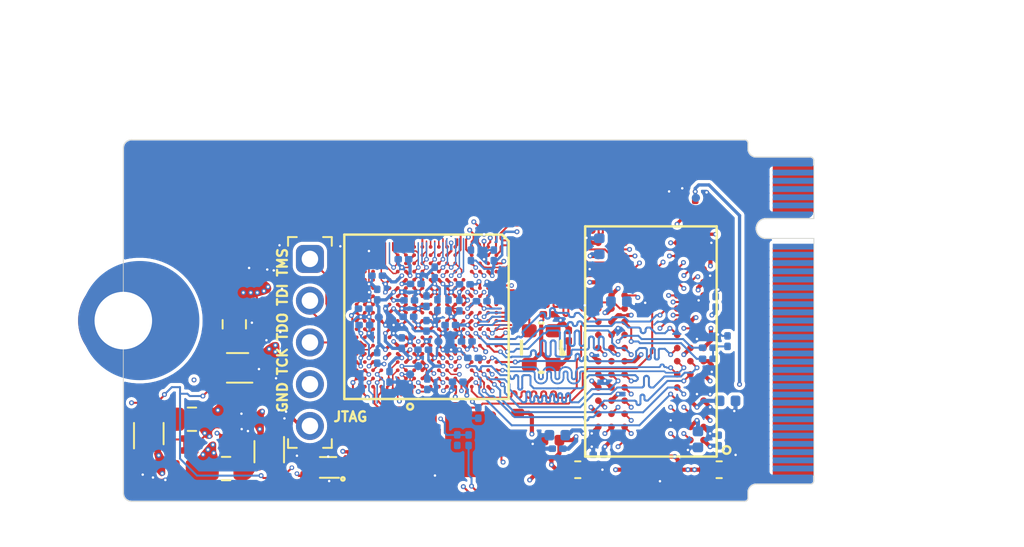
<source format=kicad_pcb>
(kicad_pcb (version 20221018) (generator pcbnew)
  (title_block (title "Orange Crab") (date "2020-07-18") (rev "r0.2.1") (company "Good Stuff Department") (comment 1 "ECP5 in Feather format with DDR3 x16 memory") (comment 3 "Licensed under CERN OHL v.1.2") (comment 4 "Designed By: Gregory Davill"))
  (layers (0 "F.Cu" signal) (1 "In1.Cu" signal) (2 "In2.Cu" signal) (3 "In3.Cu" signal) (4 "In4.Cu" signal) (31 "B.Cu" signal) (34 "B.Paste" user) (35 "F.Paste" user) (36 "B.SilkS" user "B.Silkscreen") (37 "F.SilkS" user "F.Silkscreen") (38 "B.Mask" user) (39 "F.Mask" user) (44 "Edge.Cuts" user))
  (net 0 "")
  (net 1 "GND")
  (net 2 "SPI_CONFIG_SS")
  (net 3 "SPI_CONFIG_SCK")
  (net 4 "SPI_CONFIG_MISO")
  (net 5 "SPI_CONFIG_MOSI")
  (net 6 "QSPI_D2")
  (net 7 "QSPI_D3")
  (net 8 "FPGA_RESET")
  (net 9 "Net-(U1-FB)")
  (net 10 "Net-(U2-FB)")
  (net 11 "JTAG_TDI")
  (net 12 "JTAG_TCK")
  (net 13 "JTAG_TMS")
  (net 14 "JTAG_TDO")
  (net 15 "Net-(U7-FB)")
  (net 16 "3V3_IO0_H4")
  (net 17 "3V3_IO1_G4")
  (net 18 "RAM_A1")
  (net 19 "RAM_A3")
  (net 20 "RAM_A2")
  (net 21 "RAM_A7")
  (net 22 "RAM_A4")
  (net 23 "RAM_A5")
  (net 24 "RAM_A6")
  (net 25 "RAM_A8")
  (net 26 "RAM_A10")
  (net 27 "RAM_A11")
  (net 28 "RAM_A12")
  (net 29 "RAM_A9")
  (net 30 "RAM_A0")
  (net 31 "RAM_CS#")
  (net 32 "RAM_D8")
  (net 33 "RAM_D15")
  (net 34 "RAM_D9")
  (net 35 "RAM_D10")
  (net 36 "RAM_D1")
  (net 37 "RAM_D3")
  (net 38 "RAM_D12")
  (net 39 "RAM_D11")
  (net 40 "RAM_D2")
  (net 41 "RAM_D4")
  (net 42 "RAM_D5")
  (net 43 "REF_CLK")
  (net 44 "RAM_D13")
  (net 45 "RAM_D14")
  (net 46 "RAM_D0")
  (net 47 "RAM_D6")
  (net 48 "RAM_D7")
  (net 49 "RAM_RESET#")
  (net 50 "RAM_BA1")
  (net 51 "RAM_BA2")
  (net 52 "RAM_BA0")
  (net 53 "RAM_WE#")
  (net 54 "RAM_CKE")
  (net 55 "RAM_CAS#")
  (net 56 "RAM_ODT")
  (net 57 "RAM_RAS#")
  (net 58 "RAM_LDM")
  (net 59 "RAM_UDM")
  (net 60 "P1.1V")
  (net 61 "P3.3V")
  (net 62 "3V3_IO2_F4")
  (net 63 "3V3_IO3_F3")
  (net 64 "3V3_IO4_H3")
  (net 65 "3V3_IO5_G3")
  (net 66 "3V3_IO6_J3")
  (net 67 "VSYS")
  (net 68 "ECP5_VREF")
  (net 69 "P2.5V")
  (net 70 "3V3_IO7_H2")
  (net 71 "3V3_IO8_F2")
  (net 72 "3V3_IO9_G1")
  (net 73 "3V3_IO10_J2")
  (net 74 "3V3_IO11_J1")
  (net 75 "3V3_IO12_F1")
  (net 76 "3V3_IO13_H1")
  (net 77 "3V3_IO14_K4")
  (net 78 "3V3_IO15_L4")
  (net 79 "EN")
  (net 80 "3V3_IO16_N4")
  (net 81 "3V3_IO17_N3")
  (net 82 "3V3_IO18_M3")
  (net 83 "3V3_IO19_L3")
  (net 84 "3V3_IO20_K3")
  (net 85 "Net-(U1-SW)")
  (net 86 "Net-(U2-SW)")
  (net 87 "3V3_IO21_K1")
  (net 88 "Net-(U7-SW)")
  (net 89 "3V3_IO22_K2")
  (net 90 "3V3_IO23_L1")
  (net 91 "3V3_IO24_M2")
  (net 92 "3V3_IO25_N2")
  (net 93 "3V3_IO26_M1")
  (net 94 "3V3_IO27_N1")
  (net 95 "3V3_IO36_A8")
  (net 96 "3V3_IO31_A10")
  (net 97 "3V3_IO30_A11")
  (net 98 "3V3_IO37_B8")
  (net 99 "3V3_IO34_B9")
  (net 100 "3V3_IO32_B10")
  (net 101 "3V3_IO28_B11")
  (net 102 "3V3_IO38_C8")
  (net 103 "3V3_IO35_C9")
  (net 104 "RAM_UDQS+")
  (net 105 "RAM_UDQS-")
  (net 106 "RAM_LDQS+")
  (net 107 "RAM_LDQS-")
  (net 108 "EXT_PLL+")
  (net 109 "EXT_PLL-")
  (net 110 "RAM_CK+")
  (net 111 "RAM_CK-")
  (net 112 "3V3_IO33_C10")
  (net 113 "3V3_IO29_C11")
  (net 114 "3V3_IO42_M18")
  (net 115 "3V3_IO39_N15")
  (net 116 "P1.35V")
  (net 117 "RAM_A15")
  (net 118 "RAM_A13")
  (net 119 "RAM_A14")
  (net 120 "USER_BUTTON")
  (net 125 "3V3_IO40_N16")
  (net 126 "3V3_IO41_N17")
  (net 127 "3V3_IO45_R16")
  (net 128 "3V3_IO43_R17")
  (net 130 "Net-(C27-Pad1)")
  (net 133 "3V3_IO44_T17")
  (net 136 "/DRAM/RAM_VDD")
  (net 137 "/DRAM/RAM_VDDQ")
  (net 138 "/DRAM/RAM_ZQ")
  (footprint "Package_BGA:BGA-96_9.0x13.0mm_Layout2x3x16_P0.8mm" (layer "F.Cu") (at 174.85 102.4 180)
    (fp_text reference "U4" hide)
    (fp_text value "MT41K64M16TW-107_J-TR" hide)
  )
  (footprint "Capacitor_SMD:C_0402_1005Metric" (layer "F.Cu") (at 168.8 108.400001 180)
    (fp_text reference "C21" hide)
    (fp_text value "1uF" hide)
  )
  (footprint "Capacitor_SMD:C_0402_1005Metric" (layer "F.Cu") (at 176 110.200001 180)
    (fp_text reference "C22" hide)
    (fp_text value "1uF" hide)
  )
  (footprint "Capacitor_SMD:C_0603_1608Metric" (layer "F.Cu") (at 170.4 110.200001)
    (fp_text reference "C23" hide)
    (fp_text value "22uF" hide)
  )
  (footprint "Capacitor_SMD:C_0603_1608Metric" (layer "F.Cu") (at 179 110.200001)
    (fp_text reference "C24" hide)
    (fp_text value "22uF" hide)
  )
  (footprint "Inductor_SMD:L_0402_1005Metric" (layer "F.Cu") (at 168.2 110.000001 -90)
    (fp_text reference "FB2" hide)
    (fp_text value "600R" hide)
  )
  (footprint "Inductor_SMD:L_0402_1005Metric" (layer "F.Cu") (at 173.9 110.200001 180)
    (fp_text reference "FB3" hide)
    (fp_text value "600R" hide)
  )
  (footprint "gkl_housings_bga:csBGA285" (layer "F.Cu") (at 161.2 100.900001 -90)
    (fp_text reference "U3" hide)
    (fp_text value "LFE5U-25F-8MG285C" hide)
  )
  (footprint "Capacitor_SMD:C_0402_1005Metric" (layer "F.Cu") (at 146.375 110.824)
    (fp_text reference "C15" hide)
    (fp_text value "10uF" hide)
  )
  (footprint "Capacitor_SMD:C_0402_1005Metric" (layer "F.Cu") (at 153.84 110.085 90)
    (fp_text reference "C46" hide)
    (fp_text value "4.7uF" hide)
  )
  (footprint "Capacitor_SMD:C_0402_1005Metric" (layer "F.Cu") (at 156.69 109.88 -90)
    (fp_text reference "C47" hide)
    (fp_text value "4.7uF" hide)
  )
  (footprint "Capacitor_SMD:C_0402_1005Metric" (layer "F.Cu") (at 146.375 109.934999)
    (fp_text reference "C17" hide)
    (fp_text value "10uF" hide)
  )
  (footprint "gkl_dipol:C_0201_0603Metric" (layer "F.Cu") (at 169.852 102.05 90)
    (fp_text reference "C74" hide)
    (fp_text value "10nF" hide)
  )
  (footprint "gkl_dipol:C_0201_0603Metric" (layer "F.Cu") (at 168.627 100.75)
    (fp_text reference "C75" hide)
    (fp_text value "100nF" hide)
  )
  (footprint "gkl_time:Oscilator_2.5x2.0" (layer "F.Cu") (at 168.177 102.775 90)
    (fp_text reference "OSC1" hide)
    (fp_text value "KC2520B48.0000C10E00" hide)
  )
  (footprint "gkl_dipol:R_0201_0603Metric" (layer "F.Cu") (at 144.26 106.13 180)
    (fp_text reference "R25" hide)
    (fp_text value "10k" hide)
  )
  (footprint "Package_SON:WSON-8-1EP_6x5mm_P1.27mm_EP3.4x4mm" (layer "F.Cu") (at 163.885 108.65)
    (fp_text reference "U6" hide)
    (fp_text value "W25Q128JVP" hide)
  )
  (footprint "Package_SON:Texas_X2SON-4_1x1mm_P0.65mm" (layer "F.Cu") (at 155.215 110.06 180)
    (fp_text reference "U10" hide)
    (fp_text value "NCP115-2.5" hide)
  )
  (footprint "gkl_dipol:R_0201_0603Metric" (layer "F.Cu") (at 156.505 107.915)
    (fp_text reference "R30" hide)
    (fp_text value "4.7k" hide)
  )
  (footprint "gkl_dipol:R_0201_0603Metric" (layer "F.Cu") (at 150.885 102.005 -90)
    (fp_text reference "R35" hide)
    (fp_text value "120k" hide)
  )
  (footprint "gkl_dipol:C_0201_0603Metric" (layer "F.Cu") (at 175.955001 94.125 90)
    (fp_text reference "C2" hide)
    (fp_text value "100nF" hide)
  )
  (footprint "Capacitor_SMD:C_0402_1005Metric" (layer "F.Cu") (at 176.76 94.13 90)
    (fp_text reference "C3" hide)
    (fp_text value "1uF" hide)
  )
  (footprint "gkl_dipol:C_0201_0603Metric" (layer "F.Cu") (at 149.135 108.23 180)
    (fp_text reference "C5" hide)
    (fp_text value "10pF" hide)
  )
  (footprint "Capacitor_SMD:C_0402_1005Metric" (layer "F.Cu") (at 151.51 107.23 180)
    (fp_text reference "C6" hide)
    (fp_text value "10uF" hide)
  )
  (footprint "Capacitor_SMD:C_0402_1005Metric" (layer "F.Cu") (at 151.46 103.88 90)
    (fp_text reference "C7" hide)
    (fp_text value "10uF" hide)
  )
  (footprint "Capacitor_SMD:C_0402_1005Metric" (layer "F.Cu") (at 149.91 98.405 -90)
    (fp_text reference "C8" hide)
    (fp_text value "10uF" hide)
  )
  (footprint "Capacitor_SMD:C_0402_1005Metric" (layer "F.Cu") (at 150.885 98.405 -90)
    (fp_text reference "C9" hide)
    (fp_text value "10uF" hide)
  )
  (footprint "gkl_dipol:C_0201_0603Metric" (layer "F.Cu") (at 150.885001 100.505 90)
    (fp_text reference "C10" hide)
    (fp_text value "10pF" hide)
  )
  (footprint "Capacitor_SMD:C_0402_1005Metric" (layer "F.Cu") (at 144.535 109.83)
    (fp_text reference "C11" hide)
    (fp_text value "10uF" hide)
  )
  (footprint "Capacitor_SMD:C_0402_1005Metric" (layer "F.Cu") (at 149.46 106.355 180)
    (fp_text reference "C14" hide)
    (fp_text value "10uF" hide)
  )
  (footprint "Capacitor_SMD:C_0402_1005Metric" (layer "F.Cu") (at 149.46 107.23 180)
    (fp_text reference "C16" hide)
    (fp_text value "10uF" hide)
  )
  (footprint "gkl_dipol:C_0201_0603Metric" (layer "F.Cu") (at 146.785 108.305)
    (fp_text reference "C18" hide)
    (fp_text value "10pF" hide)
  )
  (footprint "Inductor_SMD:L_0805_2012Metric" (layer "F.Cu") (at 149.01 110.13 180)
    (fp_text reference "L1" hide)
    (fp_text value "2.2uH" hide)
  )
  (footprint "Inductor_SMD:L_0805_2012Metric" (layer "F.Cu") (at 149.51 101.355 90)
    (fp_text reference "L2" hide)
    (fp_text value "2.2uH" hide)
  )
  (footprint "Inductor_SMD:L_0805_2012Metric" (layer "F.Cu") (at 146.935 107.13)
    (fp_text reference "L3" hide)
    (fp_text value "2.2uH" hide)
  )
  (footprint "gkl_dipol:R_0201_0603Metric" (layer "F.Cu") (at 150.185 108.605 90)
    (fp_text reference "R15" hide)
    (fp_text value "120k" hide)
  )
  (footprint "gkl_dipol:R_0201_0603Metric" (layer "F.Cu") (at 149.135 108.955 180)
    (fp_text reference "R17" hide)
    (fp_text value "100k" hide)
  )
  (footprint "gkl_dipol:R_0201_0603Metric" (layer "F.Cu") (at 149.285 105.38)
    (fp_text reference "R18" hide)
    (fp_text value "DNP" hide)
  )
  (footprint "gkl_dipol:R_0201_0603Metric" (layer "F.Cu") (at 151.61 100.505 90)
    (fp_text reference "R34" hide)
    (fp_text value "150k" hide)
  )
  (footprint "gkl_dipol:R_0201_0603Metric" (layer "F.Cu") (at 152.035 110.705)
    (fp_text reference "R36" hide)
    (fp_text value "DNP" hide)
  )
  (footprint "gkl_dipol:R_0201_0603Metric" (layer "F.Cu") (at 146.785 109.03)
    (fp_text reference "R37" hide)
    (fp_text value "360k" hide)
  )
  (footprint "gkl_dipol:R_0201_0603Metric" (layer "F.Cu") (at 145.735 108.68 -90)
    (fp_text reference "R38" hide)
    (fp_text value "82k" hide)
  )
  (footprint "Package_TO_SOT_SMD:SOT-563" (layer "F.Cu") (at 151.635 109.105 -90)
    (fp_text reference "U1" hide)
    (fp_text value "TLV62569DRL" hide)
  )
  (footprint "Package_TO_SOT_SMD:SOT-563" (layer "F.Cu") (at 149.71 104.005 180)
    (fp_text reference "U2" hide)
    (fp_text value "TLV62569DRL" hide)
  )
  (footprint "Package_TO_SOT_SMD:SOT-563" (layer "F.Cu") (at 144.31 108.005 90)
    (fp_text reference "U7" hide)
    (fp_text value "TLV62569DRL" hide)
  )
  (footprint "gkl_dipol:R_0201_0603Metric" (layer "F.Cu") (at 156.505 108.54)
    (fp_text reference "R39" hide)
    (fp_text value "4.7k" hide)
  )
  (footprint "Connector_PinHeader_2.54mm:PinHeader_1x05_P2.54mm_Vertical" (layer "F.Cu") (at 154.11 97.38)
    (fp_text reference "J6" hide)
    (fp_text value "Conn_01x05" hide)
  )
  (footprint "gkl_dipol:R_0201_0603Metric" (layer "F.Cu") (at 178.255 94.145 90)
    (fp_text reference "R2" hide)
    (fp_text value "1k" hide)
  )
  (footprint "gkl_dipol:R_0201_0603Metric" (layer "F.Cu") (at 177.545 94.135 -90)
    (fp_text reference "R1" hide)
    (fp_text value "1k" hide)
  )
  (footprint "M.2-Templates:M.2-B-KEY" (layer "F.Cu") (at 184.76 101.13 90)
    (fp_text reference "U$1" hide)
    (fp_text value "M.2-B-KEY" hide)
    (fp_line (start -11 -41.5) (end -11 -4.2) (stroke (width 0.05)) (layer "Edge.Cuts"))
    (fp_line (start -10.8 -4) (end -10.45 -4) (stroke (width 0.05)) (layer "Edge.Cuts"))
    (fp_line (start -9.95 -3.5) (end -9.95 -0.2) (stroke (width 0.05)) (layer "Edge.Cuts"))
    (fp_line (start -9.75 0) (end 5 0) (stroke (width 0.05)) (layer "Edge.Cuts"))
    (fp_line (start 5 -2.9) (end 5 0) (stroke (width 0.05)) (layer "Edge.Cuts"))
    (fp_line (start 6.2 -2.9) (end 6.2 0) (stroke (width 0.05)) (layer "Edge.Cuts"))
    (fp_line (start 6.2 0) (end 9.75 0) (stroke (width 0.05)) (layer "Edge.Cuts"))
    (fp_line (start 9.95 -0.2) (end 9.95 -3.5) (stroke (width 0.05)) (layer "Edge.Cuts"))
    (fp_line (start 10.45 -4) (end 10.8 -4) (stroke (width 0.05)) (layer "Edge.Cuts"))
    (fp_line (start 10.5 -42) (end -10.5 -42) (stroke (width 0.05)) (layer "Edge.Cuts"))
    (fp_line (start 11 -4.2) (end 11 -41.5) (stroke (width 0.05)) (layer "Edge.Cuts"))
    (fp_arc (start -11 -41.5) (mid -10.853553 -41.853553) (end -10.5 -42) (stroke (width 0.05)) (layer "Edge.Cuts"))
    (fp_arc (start -10.8 -4) (mid -10.941421 -4.058579) (end -11 -4.2) (stroke (width 0.05)) (layer "Edge.Cuts"))
    (fp_arc (start -10.45 -4) (mid -10.096447 -3.853553) (end -9.95 -3.5) (stroke (width 0.05)) (layer "Edge.Cuts"))
    (fp_arc (start -9.75 0) (mid -9.891421 -0.058579) (end -9.95 -0.2) (stroke (width 0.05)) (layer "Edge.Cuts"))
    (fp_arc (start 5 -2.9) (mid 5.175736 -3.324264) (end 5.6 -3.5) (stroke (width 0.05)) (layer "Edge.Cuts"))
    (fp_arc (start 5.6 -3.5) (mid 6.024264 -3.324264) (end 6.2 -2.9) (stroke (width 0.05)) (layer "Edge.Cuts"))
    (fp_arc (start 9.95 -3.5) (mid 10.096447 -3.853553) (end 10.45 -4) (stroke (width 0.05)) (layer "Edge.Cuts"))
    (fp_arc (start 9.95 -0.2) (mid 9.891421 -0.058579) (end 9.75 0) (stroke (width 0.05)) (layer "Edge.Cuts"))
    (fp_arc (start 10.5 -42) (mid 10.853553 -41.853553) (end 11 -41.5) (stroke (width 0.05)) (layer "Edge.Cuts"))
    (fp_arc (start 11 -4.2) (mid 10.941421 -4.058579) (end 10.8 -4) (stroke (width 0.05)) (layer "Edge.Cuts"))
  )
  (footprint "Resistor_SMD:R_0402_1005Metric" (layer "B.Cu") (at 172.902 99.975)
    (fp_text reference "R19" hide)
    (fp_text value "240R" hide)
  )
  (footprint "gkl_dipol:C_0201_0603Metric" (layer "B.Cu") (at 163.902 97.16 90)
    (fp_text reference "C1" hide)
    (fp_text value "10nF" hide)
  )
  (footprint "gkl_dipol:C_0201_0603Metric" (layer "B.Cu") (at 165.293 97.16 90)
    (fp_text reference "C4" hide)
    (fp_text value "100nF" hide)
  )
  (footprint "gkl_dipol:C_0201_0603Metric" (layer "B.Cu") (at 164.03 103.400001 180)
    (fp_text reference "C19" hide)
    (fp_text value "10nF" hide)
  )
  (footprint "gkl_dipol:C_0201_0603Metric" (layer "B.Cu") (at 161 102.900001 180)
    (fp_text reference "C20" hide)
    (fp_text value "100nF" hide)
  )
  (footprint "gkl_dipol:C_0201_0603Metric" (layer "B.Cu") (at 161.25 105.000001 -90)
    (fp_text reference "C25" hide)
    (fp_text value "10nF" hide)
  )
  (footprint "gkl_dipol:C_0201_0603Metric" (layer "B.Cu") (at 164.35 106.750001 -90)
    (fp_text reference "C26" hide)
    (fp_text value "100nF" hide)
  )
  (footprint "gkl_dipol:C_0201_0603Metric" (layer "B.Cu") (at 163.2 100.2195 -90)
    (fp_text reference "C49" hide)
    (fp_text value "10nF" hide)
  )
  (footprint "gkl_dipol:C_0201_0603Metric" (layer "B.Cu") (at 158.2 99.550001 90)
    (fp_text reference "C51" hide)
    (fp_text value "100nF" hide)
  )
  (footprint "gkl_dipol:C_0201_0603Metric" (layer "B.Cu") (at 159.8 97.400001 180)
    (fp_text reference "C52" hide)
    (fp_text value "10nF" hide)
  )
  (footprint "gkl_dipol:C_0201_0603Metric" (layer "B.Cu") (at 158.2 103.400001 -90)
    (fp_text reference "C53" hide)
    (fp_text value "10nF" hide)
  )
  (footprint "gkl_dipol:C_0201_0603Metric" (layer "B.Cu") (at 160.1 100.900001)
    (fp_text reference "C54" hide)
    (fp_text value "100nF" hide)
  )
  (footprint "gkl_dipol:C_0201_0603Metric" (layer "B.Cu") (at 160.15 99.900001)
    (fp_text reference "C56" hide)
    (fp_text value "10nF" hide)
  )
  (footprint "gkl_dipol:C_0201_0603Metric" (layer "B.Cu") (at 159.7 102.500001 90)
    (fp_text reference "C57" hide)
    (fp_text value "100nF" hide)
  )
  (footprint "gkl_dipol:C_0201_0603Metric" (layer "B.Cu") (at 161.2 99.950001 -90)
    (fp_text reference "C58" hide)
    (fp_text value "10nF" hide)
  )
  (footprint "gkl_dipol:C_0201_0603Metric" (layer "B.Cu") (at 162.65 101.400001 180)
    (fp_text reference "C60" hide)
    (fp_text value "10nF" hide)
  )
  (footprint "gkl_dipol:C_0201_0603Metric" (layer "B.Cu") (at 162.5388 100.1941 -90)
    (fp_text reference "C62" hide)
    (fp_text value "10nF" hide)
  )
  (footprint "gkl_dipol:C_0201_0603Metric" (layer "B.Cu") (at 158.2 98.400001 180)
    (fp_text reference "C63" hide)
    (fp_text value "10nF" hide)
  )
  (footprint "gkl_dipol:C_0201_0603Metric" (layer "B.Cu") (at 163.1 104.850001 180)
    (fp_text reference "C64" hide)
    (fp_text value "100nF" hide)
  )
  (footprint "gkl_dipol:C_0201_0603Metric" (layer "B.Cu") (at 158.95 104.550001 -90)
    (fp_text reference "C66" hide)
    (fp_text value "10nF" hide)
  )
  (footprint "gkl_dipol:C_0201_0603Metric" (layer "B.Cu") (at 163.5294 98.9241 180)
    (fp_text reference "C68" hide)
    (fp_text value "100nF" hide)
  )
  (footprint "gkl_dipol:C_0201_0603Metric" (layer "B.Cu") (at 163.07 108.4 -90)
    (fp_text reference "C69" hide)
    (fp_text value "100nF" hide)
  )
  (footprint "gkl_dipol:C_0201_0603Metric" (layer "B.Cu") (at 169.17 108.92 180)
    (fp_text reference "C30" hide)
    (fp_text value "100nF" hide)
  )
  (footprint "gkl_dipol:C_0201_0603Metric" (layer "B.Cu") (at 178.97 108.42 90)
    (fp_text reference "C31" hide)
    (fp_text value "100nF" hide)
  )
  (footprint "gkl_dipol:C_0201_0603Metric" (layer "B.Cu") (at 178.785 99.988 90)
    (fp_text reference "C32" hide)
    (fp_text value "100nF" hide)
  )
  (footprint "gkl_dipol:C_0201_0603Metric" (layer "B.Cu") (at 171.66 109.29 180)
    (fp_text reference "C33" hide)
    (fp_text value "100nF" hide)
  )
  (footprint "Capacitor_SMD:C_0402_1005Metric" (layer "B.Cu") (at 177.71 108.36 -90)
    (fp_text reference "C34" hide)
    (fp_text value "1uF" hide)
  )
  (footprint "Capacitor_SMD:C_0402_1005Metric" (layer "B.Cu") (at 179.51 106.01)
    (fp_text reference "C35" hide)
    (fp_text value "1uF" hide)
  )
  (footprint "Capacitor_SMD:C_0402_1005Metric" (layer "B.Cu") (at 171.71 96.61 90)
    (fp_text reference "C36" hide)
    (fp_text value "1uF" hide)
  )
  (footprint "Capacitor_SMD:C_0402_1005Metric" (layer "B.Cu") (at 169.16 108.1 180)
    (fp_text reference "C37" hide)
    (fp_text value "1uF" hide)
  )
  (footprint "gkl_dipol:C_0201_0603Metric" (layer "B.Cu") (at 161.8657 100.1814 -90)
    (fp_text reference "C48" hide)
    (fp_text value "10nF" hide)
  )
  (footprint "gkl_dipol:C_0201_0603Metric" (layer "B.Cu") (at 161.2 101.450001 90)
    (fp_text reference "C50" hide)
    (fp_text value "100nF" hide)
  )
  (footprint "gkl_misc:TestPoint_Pad_D0.5mm" (layer "B.Cu") (at 158.3 100.925001)
    (fp_text reference "TP30" hide)
    (fp_text value "SMD_TP" hide)
  )
  (footprint "gkl_misc:TestPoint_Pad_D0.5mm" (layer "B.Cu") (at 161.925 102.400001)
    (fp_text reference "TP32" hide)
    (fp_text value "SMD_TP" hide)
  )
  (footprint "gkl_dipol:R_0201_0603Metric" (layer "B.Cu") (at 157.385 100.405 180)
    (fp_text reference "R27" hide)
    (fp_text value "4.7k" hide)
  )
  (footprint "gkl_dipol:C_0201_0603Metric" (layer "B.Cu") (at 161.7 98.200001 90)
    (fp_text reference "C61" hide)
    (fp_text value "100nF" hide)
  )
  (footprint "gkl_dipol:C_0201_0603Metric" (layer "B.Cu") (at 163.65 102.400001 180)
    (fp_text reference "C55" hide)
    (fp_text value "100nF" hide)
  )
  (footprint "gkl_misc:TestPoint_Pad_D0.5mm" (layer "B.Cu") (at 160.7 103.900001)
    (fp_text reference "TP19" hide)
    (fp_text value "SMD_TP" hide)
  )
  (footprint "gkl_misc:TestPoint_Pad_D0.5mm" (layer "B.Cu") (at 160.2 104.400001)
    (fp_text reference "TP20" hide)
    (fp_text value "SMD_TP" hide)
  )
  (footprint "gkl_dipol:C_0201_0603Metric" (layer "B.Cu") (at 160.55 98.900001)
    (fp_text reference "C65" hide)
    (fp_text value "100nF" hide)
  )
  (footprint "gkl_dipol:C_0201_0603Metric" (layer "B.Cu") (at 157.4207 101.4006)
    (fp_text reference "C67" hide)
    (fp_text value "10nF" hide)
  )
  (footprint "gkl_dipol:R_0201_0603Metric" (layer "B.Cu") (at 163.76 108.405 90)
    (fp_text reference "R31" hide)
    (fp_text value "1.5k" hide)
  )
  (footprint "gkl_dipol:C_0201_0603Metric" (layer "B.Cu") (at 164.5581 99.9528)
    (fp_text reference "C59" hide)
    (fp_text value "100nF" hide)
  )
  (footprint "gkl_dipol:R_0201_0603Metric" (layer "B.Cu") (at 178.31 102.78 180)
    (fp_text reference "R5" hide)
    (fp_text value "51R" hide)
  )
  (footprint "gkl_dipol:R_0201_0603Metric" (layer "B.Cu") (at 178.31 103.455 180)
    (fp_text reference "R13" hide)
    (fp_text value "51R" hide)
  )
  (footprint "gkl_dipol:C_0201_0603Metric" (layer "B.Cu") (at 179.51 102.38 90)
    (fp_text reference "C27" hide)
    (fp_text value "100nF" hide)
  )
  (footprint "gkl_misc:TestPoint_Pad_D0.5mm" (layer "B.Cu") (at 177.585 93.665 90)
    (fp_text reference "TP31" hide)
    (fp_text value "SMD_TP" hide)
  )
  (gr_text "TMS" (at 152.44 97.59 90) (layer "F.SilkS") (effects (font (size 0.6 0.6) (thickness 0.14))))
  (gr_text "TCK" (at 152.44 103.611428 90) (layer "F.SilkS") (effects (font (size 0.6 0.6) (thickness 0.14))))
  (gr_text "TDO" (at 152.44 101.504285 90) (layer "F.SilkS") (effects (font (size 0.6 0.6) (thickness 0.14))))
  (gr_text "TDI" (at 152.44 99.554286 90) (layer "F.SilkS") (effects (font (size 0.6 0.6) (thickness 0.14))))
  (gr_text "GND" (at 152.44 105.79 90) (layer "F.SilkS") (effects (font (size 0.6 0.6) (thickness 0.14))))
  (gr_text "JTAG" (at 156.57 106.98) (layer "F.SilkS") (effects (font (size 0.6 0.6) (thickness 0.14))))
  (segment (start 157.95 102.150001) (end 157.7 101.900001) (width 0.089) (layer "F.Cu") (net 1))
  (segment (start 157.45 101.150001) (end 157.2 100.900001) (width 0.089) (layer "F.Cu") (net 1))
  (segment (start 157.95 101.150001) (end 157.7 100.900001) (width 0.089) (layer "F.Cu") (net 1))
  (segment (start 157.95 100.150001) (end 157.7 99.900001) (width 0.089) (layer "F.Cu") (net 1))
  (segment (start 157.95 97.150001) (end 157.7 96.900001) (width 0.089) (layer "F.Cu") (net 1))
  (segment (start 158.45 97.150001) (end 158.2 96.900001) (width 0.089) (layer "F.Cu") (net 1))
  (segment (start 159.95 101.150001) (end 159.7 101.400001) (width 0.089) (layer "F.Cu") (net 1))
  (segment (start 159.95 100.150001) (end 159.7 100.400001) (width 0.089) (layer "F.Cu") (net 1))
  (segment (start 159.95 99.150001) (end 159.7 99.400001) (width 0.089) (layer "F.Cu") (net 1))
  (segment (start 160.95 99.150001) (end 160.7 99.400001) (width 0.089) (layer "F.Cu") (net 1))
  (segment (start 161.95 99.150001) (end 161.7 99.400001) (width 0.089) (layer "F.Cu") (net 1))
  (segment (start 160.95 100.150001) (end 160.7 100.400001) (width 0.089) (layer "F.Cu") (net 1))
  (segment (start 160.95 101.150001) (end 160.7 101.400001) (width 0.089) (layer "F.Cu") (net 1))
  (segment (start 161.95 101.150001) (end 161.7 101.400001) (width 0.089) (layer "F.Cu") (net 1))
  (segment (start 162.45 100.150001) (end 162.7 100.400001) (width 0.089) (layer "F.Cu") (net 1))
  (segment (start 162.95 100.650001) (end 162.7 100.400001) (width 0.089) (layer "F.Cu") (net 1))
  (segment (start 162.45 99.650001) (end 162.7 99.400001) (width 0.089) (layer "F.Cu") (net 1))
  (segment (start 162.45 99.150001) (end 162.7 99.400001) (width 0.089) (layer "F.Cu") (net 1))
  (segment (start 162.95 99.650001) (end 162.7 99.400001) (width 0.089) (layer "F.Cu") (net 1))
  (segment (start 162.95 99.150001) (end 162.7 99.400001) (width 0.089) (layer "F.Cu") (net 1))
  (segment (start 160.45 104.650001) (end 160.2 104.900001) (width 0.089) (layer "F.Cu") (net 1))
  (segment (start 145.316 110.824) (end 145.89 110.824) (width 0.121) (layer "F.Cu") (net 1))
  (segment (start 144.565 110.675) (end 144.714 110.824) (width 0.121) (layer "F.Cu") (net 1))
  (segment (start 149.945 106.795) (end 149.945 107.23) (width 0.121) (layer "F.Cu") (net 1))
  (segment (start 163.2 101.400001) (end 163.45 101.150001) (width 0.089) (layer "F.Cu") (net 1))
  (segment (start 158.45 96.650001) (end 158.2 96.900001) (width 0.1) (layer "F.Cu") (net 1))
  (segment (start 158.95 102.150001) (end 159.2 101.900001) (width 0.15) (layer "F.Cu") (net 1))
  (segment (start 157.45 100.150001) (end 157.7 99.900001) (width 0.089) (layer "F.Cu") (net 1))
  (segment (start 151.515 98.025) (end 151.41 97.92) (width 0.25) (layer "F.Cu") (net 1))
  (segment (start 177.65 102.250001) (end 177.500001 102.250001) (width 0.25) (layer "F.Cu") (net 1))
  (segment (start 161.707401 100.8926) (end 161.95 100.650001) (width 0.15) (layer "F.Cu") (net 1))
  (segment (start 169.002 100.75) (end 169.352 101.1) (width 0.25) (layer "F.Cu") (net 1))
  (segment (start 158.95 98.650001) (end 158.7 98.900001) (width 0.15) (layer "F.Cu") (net 1))
  (segment (start 160.45 99.650001) (end 160.7 99.400001) (width 0.089) (layer "F.Cu") (net 1))
  (segment (start 159.45 101.650001) (end 159.7 101.400001) (width 0.089) (layer "F.Cu") (net 1))
  (segment (start 162.95 101.650001) (end 163.2 101.900001) (width 0.089) (layer "F.Cu") (net 1))
  (segment (start 157.45 100.652) (end 157.202 100.9) (width 0.089) (layer "F.Cu") (net 1))
  (segment (start 178.332842 103.6) (end 178.55 103.817158) (width 0.25) (layer "F.Cu") (net 1))
  (segment (start 179.7875 109.512501) (end 180 109.300001) (width 0.25) (layer "F.Cu") (net 1))
  (segment (start 169.852 101.6) (end 169.352 101.1) (width 0.25) (layer "F.Cu") (net 1))
  (segment (start 145.735 109) (end 145.735 109.779999) (width 0.121) (layer "F.Cu") (net 1))
  (segment (start 151.46 104.365) (end 151.775 104.365) (width 0.2) (layer "F.Cu") (net 1))
  (segment (start 178.255 93.355) (end 178.235 93.335001) (width 0.2) (layer "F.Cu") (net 1))
  (segment (start 162.450001 102.650001) (end 162.7 102.9) (width 0.089) (layer "F.Cu") (net 1))
  (segment (start 158.95 100.150001) (end 158.7 100.400001) (width 0.15) (layer "F.Cu") (net 1))
  (segment (start 157.45 96.650001) (end 157.7 96.900001) (width 0.1) (layer "F.Cu") (net 1))
  (segment (start 170.827 100.2) (end 170.827 99.975) (width 0.25) (layer "F.Cu") (net 1))
  (segment (start 179.7875 110.200001) (end 179.7875 109.512501) (width 0.25) (layer "F.Cu") (net 1))
  (segment (start 176.76 93.645) (end 176.76 93.09) (width 0.2) (layer "F.Cu") (net 1))
  (segment (start 160.201599 97.398402) (end 160.201599 97.474599) (width 0.15) (layer "F.Cu") (net 1))
  (segment (start 161.45 99.650001) (end 161.95 99.150001) (width 0.15) (layer "F.Cu") (net 1))
  (segment (start 150.955 104.005) (end 150.735 104.005) (width 0.121) (layer "F.Cu") (net 1))
  (segment (start 162.7 104.900001) (end 162.7 105.386507) (width 0.089) (layer "F.Cu") (net 1))
  (segment (start 160.45 103.150001) (end 160.632554 103.332555) (width 0.089) (layer "F.Cu") (net 1))
  (segment (start 145.89 110.824) (end 145.89 109.934999) (width 0.121) (layer "F.Cu") (net 1))
  (segment (start 150.885 97.92) (end 149.91 97.92) (width 0.121) (layer "F.Cu") (net 1))
  (segment (start 157.95 98.150001) (end 157.7 98.400001) (width 0.089) (layer "F.Cu") (net 1))
  (segment (start 157.95 100.650001) (end 157.7 100.900001) (width 0.089) (layer "F.Cu") (net 1))
  (segment (start 160.45 103.650001) (end 160.95 103.150001) (width 0.15) (layer "F.Cu") (net 1))
  (segment (start 178.05 99.6) (end 177.752 99.898) (width 0.25) (layer "F.Cu") (net 1))
  (segment (start 159.95 99.650001) (end 159.7 99.400001) (width 0.15) (layer "F.Cu") (net 1))
  (segment (start 156.32 110.89) (end 155.28 110.89) (width 0.15) (layer "F.Cu") (net 1))
  (segment (start 178.05 96.4) (end 178.527008 96.4) (width 0.25) (layer "F.Cu") (net 1))
  (segment (start 155.88 109.67) (end 155.88 109.44) (width 0.15) (layer "F.Cu") (net 1))
  (segment (start 151.775 104.365) (end 152.05 104.64) (width 0.2) (layer "F.Cu") (net 1))
  (segment (start 178.45 106.4) (end 178.05 106) (width 0.25) (layer "F.Cu") (net 1))
  (segment (start 163.45 100.150001) (end 163.7 99.900001) (width 0.15) (layer "F.Cu") (net 1))
  (segment (start 171.65 96.4) (end 171.227 96.4) (width 0.25) (layer "F.Cu") (net 1))
  (segment (start 163.45 100.650001) (end 163.2 100.400001) (width 0.089) (layer "F.Cu") (net 1))
  (segment (start 161.45 101.150001) (end 161.7 101.400001) (width 0.15) (layer "F.Cu") (net 1))
  (segment (start 171.65 108.400001) (end 171.25 108.800001) (width 0.25) (layer "F.Cu") (net 1))
  (segment (start 161.45 102.650001) (end 161.2 102.400001) (width 0.089) (layer "F.Cu") (net 1))
  (segment (start 155.215 110.06) (end 155.215 109.405) (width 0.15) (layer "F.Cu") (net 1))
  (segment (start 153.84 109.6) (end 153.57 109.6) (width 0.15) (layer "F.Cu") (net 1))
  (segment (start 144.05 110.39) (end 143.94 110.5) (width 0.2) (layer "F.Cu") (net 1))
  (segment (start 161.95 99.650001) (end 161.7 99.400001) (width 0.089) (layer "F.Cu") (net 1))
  (segment (start 158.330266 103.771736) (end 158.622818 103.771736) (width 0.089) (layer "F.Cu") (net 1))
  (segment (start 160.201599 97.474599) (end 160.201599 97.766036) (width 0.089) (layer "F.Cu") (net 1))
  (segment (start 160.45 100.650001) (end 160.7 100.400001) (width 0.089) (layer "F.Cu") (net 1))
  (segment (start 157.7 98.900001) (end 157.7 98.907863) (width 0.089) (layer "F.Cu") (net 1))
  (segment (start 161.95 101.150001) (end 161.45 101.650001) (width 0.15) (layer "F.Cu") (net 1))
  (segment (start 155.215 109.405) (end 155.22 109.4) (width 0.15) (layer "F.Cu") (net 1))
  (segment (start 158.7 98.900001) (end 158.7 98.907863) (width 0.15) (layer "F.Cu") (net 1))
  (segment (start 171.640973 107.6) (end 171.249994 107.990979) (width 0.25) (layer "F.Cu") (net 1))
  (segment (start 163.45 101.650001) (end 162.95 102.150001) (width 0.15) (layer "F.Cu") (net 1))
  (segment (start 159.95 102.150001) (end 160.45 102.650001) (width 0.15) (layer "F.Cu") (net 1))
  (segment (start 164.95 104.150001) (end 165.2 104.400001) (width 0.121) (layer "F.Cu") (net 1))
  (segment (start 162.45 97.150001) (end 162.7 96.900001) (width 0.15) (layer "F.Cu") (net 1))
  (segment (start 169.852 101.73) (end 169.852 101.6) (width 0.25) (layer "F.Cu") (net 1))
  (segment (start 155.25 109.37) (end 155.22 109.4) (width 0.15) (layer "F.Cu") (net 1))
  (segment (start 161.0225 110.555) (end 161.715 110.555) (width 0.121) (layer "F.Cu") (net 1))
  (segment (start 162.45 99.650001) (end 162.95 99.150001) (width 0.15) (layer "F.Cu") (net 1))
  (segment (start 159.95 102.650001) (end 160.45 102.150001) (width 0.15) (layer "F.Cu") (net 1))
  (segment (start 175.515 110.785001) (end 175.4 110.900001) (width 0.25) (layer "F.Cu") (net 1))
  (segment (start 156.952001 100.650001) (end 157.202 100.9) (width 0.15) (layer "F.Cu") (net 1))
  (segment (start 159.95 99.150001) (end 159.45 99.650001) (width 0.15) (layer "F.Cu") (net 1))
  (segment (start 158.45 98.657863) (end 158.7 98.907863) (width 0.089) (layer "F.Cu") (net 1))
  (segment (start 162.45 99.150001) (end 162.95 99.650001) (width 0.15) (layer "F.Cu") (net 1))
  (segment (start 155.81 109.37) (end 155.25 109.37) (width 0.15) (layer "F.Cu") (net 1))
  (segment (start 160.067634 97.900001) (end 159.7 97.900001) (width 0.089) (layer "F.Cu") (net 1))
  (segment (start 157.707862 98.907863) (end 157.7 98.907863) (width 0.089) (layer "F.Cu") (net 1))
  (segment (start 160.95 100.650001) (end 160.7 100.400001) (width 0.089) (layer "F.Cu") (net 1))
  (segment (start 161.45 99.650001) (end 161.7 99.400001) (width 0.089) (layer "F.Cu") (net 1))
  (segment (start 178.55 104.250001) (end 178.55 103.817158) (width 0.25) (layer "F.Cu") (net 1))
  (segment (start 176.050001 107.200001) (end 176.45 107.6) (width 0.25) (layer "F.Cu") (net 1))
  (segment (start 150.185 108.005) (end 150.34 107.85) (width 0.121) (layer "F.Cu") (net 1))
  (segment (start 152.555 106.67) (end 151.995 107.23) (width 0.2) (layer "F.Cu") (net 1))
  (segment (start 157.95 96.650001) (end 157.7 96.900001) (width 0.1) (layer "F.Cu") (net 1))
  (segment (start 160.45 98.650001) (end 160.7 98.400001) (width 0.15) (layer "F.Cu") (net 1))
  (segment (start 162.7 96.802) (end 162.7 96.400001) (width 0.089) (layer "F.Cu") (net 1))
  (segment (start 162.95 101.1387) (end 162.7039 100.8926) (width 0.15) (layer "F.Cu") (net 1))
  (segment (start 160.45 100.150001) (end 160.95 100.650001) (width 0.15) (layer "F.Cu") (net 1))
  (segment (start 171.649999 103.6) (end 171.25 103.200001) (width 0.25) (layer "F.Cu") (net 1))
  (segment (start 160.95 102.650001) (end 161.2 102.400001) (width 0.089) (layer "F.Cu") (net 1))
  (segment (start 161.7 100.400001) (end 161.7 100.8926) (width 0.089) (layer "F.Cu") (net 1))
  (segment (start 157.45 99.150001) (end 157.704999 99.405) (width 0.089) (layer "F.Cu") (net 1))
  (segment (start 172.452 102) (end 172.852 101.6) (width 0.25) (layer "F.Cu") (net 1))
  (segment (start 160.95 100.150001) (end 160.45 100.650001) (width 0.15) (layer "F.Cu") (net 1))
  (segment (start 157.704999 99.405) (end 157.709998 99.405) (width 0.089) (layer "F.Cu") (net 1))
  (segment (start 176.76 93.09) (end 176.755 93.085) (width 0.2) (layer "F.Cu") (net 1))
  (segment (start 157.7 98.400001) (end 157.7 98.45) (width 0.089) (layer "F.Cu") (net 1))
  (segment (start 159.45 102.150001) (end 159.2 101.900001) (width 0.15) (layer "F.Cu") (net 1))
  (segment (start 155.215 110.825) (end 155.215 110.06) (width 0.15) (layer "F.Cu") (net 1))
  (segment (start 158.95 101.150001) (end 158.7 101.400001) (width 0.15) (layer "F.Cu") (net 1))
  (segment (start 157.45 97.150001) (end 157.7 96.900001) (width 0.1) (layer "F.Cu") (net 1))
  (segment (start 170.827 99.975) (end 171.202 99.6) (width 0.25) (layer "F.Cu") (net 1))
  (segment (start 160.45 99.150001) (end 160.7 99.400001) (width 0.089) (layer "F.Cu") (net 1))
  (segment (start 160.95 102.150001) (end 161.2 102.400001) (width 0.089) (layer "F.Cu") (net 1))
  (segment (start 164.95 97.650001) (end 164.699999 97.4) (width 0.089) (layer "F.Cu") (net 1))
  (segment (start 151.315 104.365) (end 150.955 104.005) (width 0.121) (layer "F.Cu") (net 1))
  (segment (start 157.45 99.650001) (end 157.7 99.900001) (width 0.089) (layer "F.Cu") (net 1))
  (segment (start 152.66 106.67) (end 153.53 107.54) (width 0.2) (layer "F.Cu") (net 1))
  (segment (start 156.951999 101.150001) (end 157.202 100.9) (width 0.15) (layer "F.Cu") (net 1))
  (segment (start 160.2 104.900001) (end 160.2 104.400001) (width 0.089) (layer "F.Cu") (net 1))
  (segment (start 162.95 103.15) (end 162.7 102.9) (width 0.089) (layer "F.Cu") (net 1))
  (segment (start 157.45 103.152) (end 157.202 103.4) (width 0.15) (layer "F.Cu") (net 1))
  (segment (start 158.95 99.150001) (end 158.7 99.400001) (width 0.15) (layer "F.Cu") (net 1))
  (segment (start 161.45 102.150001) (end 161.2 102.400001) (width 0.089) (layer "F.Cu") (net 1))
  (segment (start 163.45 101.650001) (end 163.2 101.900001) (width 0.089) (layer "F.Cu") (net 1))
  (segment (start 158.45 97.650001) (end 158.45 98.657863) (width 0.089) (layer "F.Cu") (net 1))
  (segment (start 167.889999 108.400001) (end 168.315 108.400001) (width 0.25) (layer "F.Cu") (net 1))
  (segment (start 159.950001 102.150001) (end 160.2 102.4) (width 0.089) (layer "F.Cu") (net 1))
  (segment (start 160.45 101.650001) (end 160.7 101.400001) (width 0.089) (layer "F.Cu") (net 1))
  (segment (start 162.95 101.650001) (end 163.45 102.150001) (width 0.15) (layer "F.Cu") (net 1))
  (segment (start 159.45 100.650001) (end 159.7 100.400001) (width 0.089) (layer "F.Cu") (net 1))
  (segment (start 144.05 109.83) (end 144.05 110.16) (width 0.121) (layer "F.Cu") (net 1))
  (segment (start 162.7 96.900001) (end 162.7 96.802) (width 0.15) (layer "F.Cu") (net 1))
  (segment (start 176.05 107.200001) (end 176.050001 107.200001) (width 0.25) (layer "F.Cu") (net 1))
  (segment (start 151.41 97.92) (end 150.885 97.92) (width 0.25) (layer "F.Cu") (net 1))
  (segment (start 160.95 99.650001) (end 160.7 99.400001) (width 0.089) (layer "F.Cu") (net 1))
  (segment (start 160.95 98.650001) (end 160.7 98.400001) (width 0.15) (layer "F.Cu") (net 1))
  (segment (start 151.635 108.355) (end 151.635 107.865) (width 0.121) (layer "F.Cu") (net 1))
  (segment (start 161.950001 102.650001) (end 162.2 102.9) (width 0.15) (layer "F.Cu") (net 1))
  (segment (start 160.45 101.150001) (end 160.7 101.400001) (width 0.089) (layer "F.Cu") (net 1))
  (segment (start 161.95 102.150001) (end 162.2 101.900001) (width 0.089) (layer "F.Cu") (net 1))
  (segment (start 160.45 103.650001) (end 160.7 103.400001) (width 0.089) (layer "F.Cu") (net 1))
  (segment (start 161.45 101.650001) (end 161.7 101.400001) (width 0.089) (layer "F.Cu") (net 1))
  (segment (start 163.45 98.650001) (end 163.1885 98.9115) (width 0.089) (layer "F.Cu") (net 1))
  (segment (start 161.7 100.8926) (end 161.707401 100.8926) (width 0.15) (layer "F.Cu") (net 1))
  (segment (start 155.88 109.44) (end 155.81 109.37) (width 0.15) (layer "F.Cu") (net 1))
  (segment (start 152.66 106.67) (end 152.555 106.67) (width 0.2) (layer "F.Cu") (net 1))
  (segment (start 157.2 98.400001) (end 157.2 98.900001) (width 0.089) (layer "F.Cu") (net 1))
  (segment (start 160.201599 97.766036) (end 160.067634 97.900001) (width 0.089) (layer "F.Cu") (net 1))
  (segment (start 162.949999 102.650001) (end 162.7 102.9) (width 0.15) (layer "F.Cu") (net 1))
  (segment (start 171.65 99.6) (end 171.202 99.6) (width 0.25) (layer "F.Cu") (net 1))
  (segment (start 156.69 110.52) (end 156.32 110.89) (width 0.15) (layer "F.Cu") (net 1))
  (segment (start 171.65 98) (end 171.127 98) (width 0.25) (layer "F.Cu") (net 1))
  (segment (start 160.767446 103.332555) (end 160.632554 103.332555) (width 0.089) (layer "F.Cu") (net 1))
  (segment (start 144.05 109.83) (end 144.05 110.39) (width 0.2) (layer "F.Cu") (net 1))
  (segment (start 160.45 100.150001) (end 160.7 100.400001) (width 0.089) (layer "F.Cu") (net 1))
  (segment (start 157.2 98.900001) (end 157.204999 98.905) (width 0.089) (layer "F.Cu") (net 1))
  (segment (start 161.45 102.150001) (end 160.95 102.650001) (width 0.15) (layer "F.Cu") (net 1))
  (segment (start 162.45 101.1465) (end 162.7039 100.8926) (width 0.15) (layer "F.Cu") (net 1))
  (segment (start 162.95 102.150001) (end 163.2 101.900001) (width 0.089) (layer "F.Cu") (net 1))
  (segment (start 161.457401 100.650001) (end 161.7 100.8926) (width 0.15) (layer "F.Cu") (net 1))
  (segment (start 151.465 102.325) (end 150.885 102.325) (width 0.121) (layer "F.Cu") (net 1))
  (segment (start 162.45 102.150001) (end 162.2 101.900001) (width 0.089) (layer "F.Cu") (net 1))
  (segment (start 156.95 99.150001) (end 157.204999 99.405) (width 0.089) (layer "F.Cu") (net 1))
  (segment (start 160.95 99.150001) (end 160.45 99.650001) (width 0.15) (layer "F.Cu") (net 1))
  (segment (start 144.31 108.755) (end 144.31 109.57) (width 0.121) (layer "F.Cu") (net 1))
  (segment (start 157.95 101.650001) (end 157.7 101.900001) (width 0.089) (layer "F.Cu") (net 1))
  (segment (start 171.1875 110.200001) (end 171.9 110.200001) (width 0.25) (layer "F.Cu") (net 1))
  (segment (start 177.752 99.898) (end 177.752 99.9) (width 0.25) (layer "F.Cu") (net 1))
  (segment (start 162.45 104.650001) (end 162.7 104.900001) (width 0.089) (layer "F.Cu") (net 1))
  (segment (start 157.95 99.150001) (end 157.707862 98.907863) (width 0.089) (layer "F.Cu") (net 1))
  (segment (start 160.449999 102.150001) (end 160.2 102.4) (width 0.089) (layer "F.Cu") (net 1))
  (segment (start 175.515 110.200001) (end 175.515 110.785001) (width 0.25) (layer "F.Cu") (net 1))
  (segment (start 157.952001 104.150001) (end 158.330266 103.771736) (width 0.089) (layer "F.Cu") (net 1))
  (segment (start 157.95 99.650001) (end 157.7 99.900001) (width 0.089) (layer "F.Cu") (net 1))
  (segment (start 162.45 101.650001) (end 162.2 101.900001) (width 0.089) (layer "F.Cu") (net 1))
  (segment (start 161.45 100.150001) (end 161.2 100.400001) (width 0.089) (layer "F.Cu") (net 1))
  (segment (start 159.95 101.650001) (end 159.7 101.400001) (width 0.15) (layer "F.Cu") (net 1))
  (segment (start 159.45 99.650001) (end 159.7 99.400001) (width 0.089) (layer "F.Cu") (net 1))
  (segment (start 177.65 105.6) (end 177.25 105.2) (width 0.25) (layer "F.Cu") (net 1))
  (segment (start 161.95 101.650001) (end 162.45 102.150001) (width 0.15) (layer "F.Cu") (net 1))
  (segment (start 159.95 101.150001) (end 159.45 101.650001) (width 0.15) (layer "F.Cu") (net 1))
  (segment (start 156.95 98.150001) (end 157.2 98.400001) (width 0.089) (layer "F.Cu") (net 1))
  (segment (start 164.949956 97.650001) (end 164.699955 97.4) (width 0.121) (layer "F.Cu") (net 1))
  (segment (start 157.697137 98.905) (end 157.7 98.907863) (width 0.089) (layer "F.Cu") (net 1))
  (segment (start 144.714 110.824) (end 145.316 110.824) (width 0.121) (layer "F.Cu") (net 1))
  (segment (start 163.2 101.900001) (end 163.2 101.400001) (width 0.089) (layer "F.Cu") (net 1))
  (segment (start 163.2 102.9) (end 163.2 102.900001) (width 0.15) (layer "F.Cu") (net 1))
  (segment (start 162.45 100.650001) (end 162.95 100.150001) (width 0.15) (layer "F.Cu") (net 1))
  (segment (start 157.7 98.45) (end 157.7 98.907863) (width 0.089) (layer "F.Cu") (net 1))
  (segment (start 160.2 104.400001) (end 160.45 104.150001) (width 0.089) (layer "F.Cu") (net 1))
  (segment (start 159.95 102.65) (end 160.2 102.4) (width 0.089) (layer "F.Cu") (net 1))
  (segment (start 159.45 100.150001) (end 159.95 100.650001) (width 0.15) (layer "F.Cu") (net 1))
  (segment (start 163.45 99.650001) (end 163.7 99.900001) (width 0.15) (layer "F.Cu") (net 1))
  (segment (start 178.45 108) (end 178.05 107.6) (width 0.25) (layer "F.Cu") (net 1))
  (segment (start 157.204999 99.405) (end 157.709998 99.405) (width 0.089) (layer "F.Cu") (net 1))
  (segment (start 167.66 108.63) (end 167.889999 108.400001) (width 0.25) (layer "F.Cu") (net 1))
  (segment (start 160.95 101.150001) (end 160.45 101.650001) (width 0.15) (layer "F.Cu") (net 1))
  (segment (start 161.95 101.650001) (end 162.2 101.900001) (width 0.089) (layer "F.Cu") (net 1))
  (segment (start 160.45 102.65) (end 160.2 102.4) (width 0.089) (layer "F.Cu") (net 1))
  (segment (start 162.95 98.650001) (end 163.1885 98.888501) (width 0.089) (layer "F.Cu") (net 1))
  (segment (start 177.500001 102.250001) (end 177.25 102) (width 0.25) (layer "F.Cu") (net 1))
  (segment (start 178.05 103.6) (end 178.332842 103.6) (width 0.25) (layer "F.Cu") (net 1))
  (segment (start 178.45 105.6) (end 178.05 105.2) (width 0.25) (layer "F.Cu") (net 1))
  (segment (start 163.45 102.150001) (end 163.2 101.900001) (width 0.089) (layer "F.Cu") (net 1))
  (segment (start 144.05 110.16) (end 144.565 110.675) (width 0.121) (layer "F.Cu") (net 1))
  (segment (start 157.45 98.657863) (end 157.7 98.907863) (width 0.089) (layer "F.Cu") (net 1))
  (segment (start 160.95 102.150001) (end 161.45 102.650001) (width 0.15) (layer "F.Cu") (net 1))
  (segment (start 161.715 110.555) (end 162.485 110.555) (width 0.121) (layer "F.Cu") (net 1))
  (segment (start 157.204999 98.905) (end 157.697137 98.905) (width 0.089) (layer "F.Cu") (net 1))
  (segment (start 149.945 106.355) (end 149.945 106.795) (width 0.121) (layer "F.Cu") (net 1))
  (segment (start 172.449999 105.2) (end 171.65 104.400001) (width 0.25) (layer "F.Cu") (net 1))
  (segment (start 156.95 98.650001) (end 157.204999 98.905) (width 0.089) (layer "F.Cu") (net 1))
  (segment (start 178.05 98) (end 178.45 98.4) (width 0.25) (layer "F.Cu") (net 1))
  (segment (start 151.995 107.505) (end 151.995 107.23) (width 0.121) (layer "F.Cu") (net 1))
  (segment (start 160.45 99.150001) (end 160.95 99.650001) (width 0.15) (layer "F.Cu") (net 1))
  (segment (start 144.31 109.57) (end 144.05 109.83) (width 0.121) (layer "F.Cu") (net 1))
  (segment (start 157.95 97.650001) (end 157.7 97.900001) (width 0.089) (layer "F.Cu") (net 1))
  (segment (start 172.462132 105.987869) (end 172.85 105.600001) (width 0.121) (layer "F.Cu") (net 1))
  (segment (start 172.450001 106) (end 172.85 105.600001) (width 0.25) (layer "F.Cu") (net 1))
  (segment (start 157.95 98.650001) (end 157.7 98.900001) (width 0.089) (layer "F.Cu") (net 1))
  (segment (start 162.45 100.150001) (end 162.95 100.650001) (width 0.15) (layer "F.Cu") (net 1))
  (segment (start 163.2 102.900001) (end 163.45 103.150001) (width 0.15) (layer "F.Cu") (net 1))
  (segment (start 175.955 93.805) (end 175.955 93.275) (width 0.2) (layer "F.Cu") (net 1))
  (segment (start 158.45 101.150001) (end 158.7 101.400001) (width 0.15) (layer "F.Cu") (net 1))
  (segment (start 161.45 99.150001) (end 161.7 99.400001) (width 0.089) (layer "F.Cu") (net 1))
  (segment (start 160.45 101.150001) (end 160.95 101.650001) (width 0.15) (layer "F.Cu") (net 1))
  (segment (start 160.95 103.150001) (end 160.767446 103.332555) (width 0.089) (layer "F.Cu") (net 1))
  (segment (start 162.7 100.400001) (end 162.7 100.900001) (width 0.089) (layer "F.Cu") (net 1))
  (segment (start 162.7 100.900001) (end 162.95 101.150001) (width 0.089) (layer "F.Cu") (net 1))
  (segment (start 157.45 101.148) (end 157.202 100.9) (width 0.089) (layer "F.Cu") (net 1))
  (segment (start 160.45 97.150001) (end 160.201599 97.398402) (width 0.15) (layer "F.Cu") (net 1))
  (segment (start 162.45 102.650001) (end 162.95 103.150001) (width 0.15) (layer "F.Cu") (net 1))
  (segment (start 161.95 102.150001) (end 162.45 101.650001) (width 0.15) (layer "F.Cu") (net 1))
  (segment (start 168.909999 101.750001) (end 169.352 101.308) (width 0.25) (layer "F.Cu") (net 1))
  (segment (start 178.255 93.825) (end 178.255 93.355) (width 0.2) (layer "F.Cu") (net 1))
  (segment (start 156.952001 103.650001) (end 157.202 103.9) (width 0.15) (layer "F.Cu") (net 1))
  (segment (start 161.45 99.150001) (end 161.95 99.650001) (width 0.15) (layer "F.Cu") (net 1))
  (segment (start 159.95 100.150001) (end 159.45 100.650001) (width 0.15) (layer "F.Cu") (net 1))
  (segment (start 157.7 97.900001) (end 157.7 98.45) (width 0.089) (layer "F.Cu") (net 1))
  (segment (start 157.45 100.650001) (end 157.2 100.900001) (width 0.089) (layer "F.Cu") (net 1))
  (segment (start 169.352 101.308) (end 169.352 101.1) (width 0.25) (layer "F.Cu") (net 1))
  (segment (start 160.45 103.150001) (end 160.7 103.400001) (width 0.15) (layer "F.Cu") (net 1))
  (segment (start 163.2 100.400001) (end 162.7 100.400001) (width 0.089) (layer "F.Cu") (net 1))
  (segment (start 153.57 109.6) (end 153.32 109.35) (width 0.15) (layer "F.Cu") (net 1))
  (segment (start 158.2 96.900001) (end 157.7 96.900001) (width 0.1) (layer "F.Cu") (net 1))
  (segment (start 155.645 109.735) (end 155.815 109.735) (width 0.15) (layer "F.Cu") (net 1))
  (segment (start 163.1885 98.9115) (end 162.95 99.150001) (width 0.089) (layer "F.Cu") (net 1))
  (segment (start 149.945 107.455) (end 150.34 107.85) (width 0.121) (layer "F.Cu") (net 1))
  (segment (start 162.7 105.386507) (end 162.706739 105.393246) (width 0.089) (layer "F.Cu") (net 1))
  (segment (start 157.45 97.650001) (end 157.7 97.900001) (width 0.089) (layer "F.Cu") (net 1))
  (segment (start 156.95 100.150001) (end 157.2 99.900001) (width 0.089) (layer "F.Cu") (net 1))
  (segment (start 157.45 101.650001) (end 157.7 101.900001) (width 0.121) (layer "F.Cu") (net 1))
  (segment (start 155.28 110.89) (end 155.215 110.825) (width 0.15) (layer "F.Cu") (net 1))
  (segment (start 171.227 96.4) (end 170.927 96.1) (width 0.25) (layer "F.Cu") (net 1))
  (segment (start 159.45 101.150001) (end 159.2 101.400001) (width 0.15) (layer "F.Cu") (net 1))
  (segment (start 161.2 100.400001) (end 160.7 100.400001) (width 0.089) (layer "F.Cu") (net 1))
  (segment (start 157.45 102.150001) (end 157.7 101.900001) (width 0.121) (layer "F.Cu") (net 1))
  (segment (start 160.95 101.650001) (end 160.7 101.400001) (width 0.089) (layer "F.Cu") (net 1))
  (segment (start 157.2 99.900001) (end 157.7 99.900001) (width 0.089) (layer "F.Cu") (net 1))
  (segment (start 163.1885 98.888501) (end 163.1885 98.9115) (width 0.089) (layer "F.Cu") (net 1))
  (segment (start 157.45 98.150001) (end 157.2 98.400001) (width 0.089) (layer "F.Cu") (net 1))
  (segment (start 151.635 107.865) (end 151.995 107.505) (width 0.121) (layer "F.Cu") (net 1))
  (segment (start 150.185 108.285) (end 150.185 108.005) (width 0.121) (layer "F.Cu") (net 1))
  (segment (start 161.95 100.150001) (end 161.7 100.400001) (width 0.089) (layer "F.Cu") (net 1))
  (segment (start 155.815 109.735) (end 155.88 109.67) (width 0.15) (layer "F.Cu") (net 1))
  (segment (start 156.95 99.650001) (end 157.2 99.900001) (width 0.089) (layer "F.Cu") (net 1))
  (via (at 178.45 98.4) (size 0.3) (drill 0.15) (layers "F.Cu" "B.Cu") (net 1))
  (via (at 177.65 105.6) (size 0.3) (drill 0.15) (layers "F.Cu" "B.Cu") (net 1))
  (via (at 178.45 105.6) (size 0.3) (drill 0.15) (layers "F.Cu" "B.Cu") (net 1))
  (via (at 178.45 106.4) (size 0.3) (drill 0.15) (layers "F.Cu" "B.Cu") (net 1))
  (via (at 178.45 108) (size 0.3) (drill 0.15) (layers "F.Cu" "B.Cu") (net 1))
  (via (at 157.7 101.900001) (size 0.3) (drill 0.15) (layers "F.Cu" "B.Cu") (net 1))
  (via (at 157.202 100.9) (size 0.3) (drill 0.15) (layers "F.Cu" "B.Cu") (net 1))
  (via (at 157.7 100.900001) (size 0.3) (drill 0.15) (layers "F.Cu" "B.Cu") (net 1))
  (via (at 157.7 99.900001) (size 0.3) (drill 0.15) (layers "F.Cu" "B.Cu") (net 1))
  (via (at 157.7 96.900001) (size 0.28) (drill 0.15) (layers "F.Cu" "B.Cu") (net 1))
  (via (at 158.7 101.400001) (size 0.28) (drill 0.15) (layers "F.Cu" "B.Cu") (net 1))
  (via (at 159.2 101.400001) (size 0.28) (drill 0.15) (layers "F.Cu" "B.Cu") (net 1))
  (via (at 159.7 101.400001) (size 0.3) (drill 0.15) (layers "F.Cu" "B.Cu") (net 1))
  (via (at 159.7 100.400001) (size 0.3) (drill 0.15) (layers "F.Cu" "B.Cu") (net 1))
  (via (at 159.7 99.400001) (size 0.28) (drill 0.15) (layers "F.Cu" "B.Cu") (net 1))
  (via (at 160.7 99.400001) (size 0.3) (drill 0.15) (layers "F.Cu" "B.Cu") (net 1))
  (via (at 161.7 99.400001) (size 0.28) (drill 0.15) (layers "F.Cu" "B.Cu") (net 1))
  (via (at 160.7 100.400001) (size 0.3) (drill 0.15) (layers "F.Cu" "B.Cu") (net 1))
  (via (at 161.7 100.8926) (size 0.3) (drill 0.15) (layers "F.Cu" "B.Cu") (net 1))
  (via (at 160.7 101.400001) (size 0.28) (drill 0.15) (layers "F.Cu" "B.Cu") (net 1))
  (via (at 161.7 101.400001) (size 0.28) (drill 0.15) (layers "F.Cu" "B.Cu") (net 1))
  (via (at 162.7039 100.8926) (size 0.3) (drill 0.15) (layers "F.Cu" "B.Cu") (net 1))
  (via (at 162.7 99.400001) (size 0.3) (drill 0.15) (layers "F.Cu" "B.Cu") (net 1))
  (via (at 160.2 104.900001) (size 0.28) (drill 0.15) (layers "F.Cu" "B.Cu") (net 1))
  (via (at 158.7 100.400001) (size 0.28) (drill 0.15) (layers "F.Cu" "B.Cu") (net 1))
  (via (at 158.7 99.400001) (size 0.28) (drill 0.15) (layers "F.Cu" "B.Cu") (net 1))
  (via (at 160.7 98.400001) (size 0.28) (drill 0.15) (layers "F.Cu" "B.Cu") (net 1))
  (via (at 163.2 102.9) (size 0.28) (drill 0.15) (layers "F.Cu" "B.Cu") (net 1))
  (via (at 149.96 107.73) (size 0.28) (drill 0.15) (layers "F.Cu" "B.Cu") (net 1))
  (via (at 150.41 97.93) (size 0.3) (drill 0.15) (layers "F.Cu" "B.Cu") (net 1))
  (via (at 151.91 98.08) (size 0.3) (drill 0.15) (layers "F.Cu" "B.Cu") (net 1))
  (via (at 164.702 95.875) (size 0.3) (drill 0.15) (layers "F.Cu" "B.Cu") (net 1))
  (via (at 178.927 101.975) (size 0.3) (drill 0.15) (layers "F.Cu" "B.Cu") (net 1))
  (via (at 160.7 103.400001) (size 0.28) (drill 0.15) (layers "F.Cu" "B.Cu") (net 1))
  (via (at 175.955 93.275) (size 0.3) (drill 0.15) (layers "F.Cu" "B.Cu") (net 1))
  (via (at 163.2 101.900001) (size 0.3) (drill 0.15) (layers "F.Cu" "B.Cu") (net 1))
  (via (at 155.96 96.61) (size 0.3) (drill 0.15) (layers "F.Cu" "B.Cu") (net 1))
  (via (at 180 109.300001) (size 0.3) (drill 0.15) (layers "F.Cu" "B.Cu") (net 1))
  (via (at 157.7 98.907863) (size 0.3) (drill 0.15) (layers "F.Cu" "B.Cu") (net 1))
  (via (at 149.945 106.795) (size 0.3) (drill 0.15) (layers "F.Cu" "B.Cu") (net 1))
  (via (at 157.709998 99.405) (size 0.3) (drill 0.15) (layers "F.Cu" "B.Cu") (net 1))
  (via (at 176.05 107.200001) (size 0.3) (drill 0.15) (layers "F.Cu" "B.Cu") (net 1))
  (via (at 172.85 105.600001) (size 0.3) (drill 0.15) (layers "F.Cu" "B.Cu") (net 1))
  (via (at 171.249994 107.990979) (size 0.3) (drill 0.15) (layers "F.Cu" "B.Cu") (net 1))
  (via (at 155.22 109.4) (size 0.28) (drill 0.15) (layers "F.Cu" "B.Cu") (net 1))
  (via (at 153.32 109.35) (size 0.28) (drill 0.15) (layers "F.Cu" "B.Cu") (net 1))
  (via (at 177.65 102.250001) (size 0.3) (drill 0.15) (layers "F.Cu" "B.Cu") (net 1))
  (via (at 162.7 96.400001) (size 0.28) (drill 0.15) (layers "F.Cu" "B.Cu") (net 1))
  (via (at 175.4 110.900001) (size 0.3) (drill 0.15) (layers "F.Cu" "B.Cu") (net 1))
  (via (at 178.94 99.245) (size 0.3) (drill 0.15) (layers "F.Cu" "B.Cu") (net 1))
  (via (at 172.05 104.800001) (size 0.3) (drill 0.15) (layers "F.Cu" "B.Cu") (net 1))
  (via (at 162.7 102.9) (size 0.28) (drill 0.15) (layers "F.Cu" "B.Cu") (net 1))
  (via (at 170.827 100.2) (size 0.3) (drill 0.15) (layers "F.Cu" "B.Cu") (net 1))
  (via (at 171.25 103.200001) (size 0.3) (drill 0.15) (layers "F.Cu" "B.Cu") (net 1))
  (via (at 170.927 96.1) (size 0.3) (drill 0.15) (layers "F.Cu" "B.Cu") (net 1))
  (via (at 162.2 101.900001) (size 0.3) (drill 0.15) (layers "F.Cu" "B.Cu") (net 1))
  (via (at 152.05 104.64) (size 0.3) (drill 0.15) (layers "F.Cu" "B.Cu") (net 1))
  (via (at 152.66 106.67) (size 0.3) (drill 0.15) (layers "F.Cu" "B.Cu") (net 1))
  (via (at 157.202 103.4) (size 0.28) (drill 0.15) (layers "F.Cu" "B.Cu") (net 1))
  (via (at 151.465 102.325) (size 0.28) (drill 0.15) (layers "F.Cu" "B.Cu") (net 1))
  (via (at 161.2 102.400001) (size 0.28) (drill 0.15) (layers "F.Cu" "B.Cu") (net 1))
  (via (at 177.752 99.9) (size 0.3) (drill 0.15) (layers "F.Cu" "B.Cu") (net 1))
  (via (at 152.56 107.08) (size 0.3) (drill 0.15) (layers "F.Cu" "B.Cu") (net 1))
  (via (at 164.699955 97.4) (size 0.28) (drill 0.15) (layers "F.Cu" "B.Cu") (net 1))
  (via (at 150.58 101.26) (size 0.3) (drill 0.15) (layers "F.Cu" "B.Cu") (net 1))
  (via (at 152.31 101.83) (size 0.3) (drill 0.15) (layers "F.Cu" "B.Cu") (net 1))
  (via (at 160.2 102.4) (size 0.3) (drill 0.15) (layers "F.Cu" "B.Cu") (net 1))
  (via (at 171.127 98) (size 0.3) (drill 0.15) (layers "F.Cu" "B.Cu") (net 1))
  (via (at 143.94 110.5) (size 0.3) (drill 0.15) (layers "F.Cu" "B.Cu") (net 1))
  (via (at 172.852 101.6) (size 0.3) (drill 0.15) (layers "F.Cu" "B.Cu") (net 1))
  (via (at 158.622818 103.771736) (size 0.28) (drill 0.15) (layers "F.Cu" "B.Cu") (net 1))
  (via (at 177.1 109.000001) (size 0.3) (drill 0.15) (layers "F.Cu" "B.Cu") (net 1))
  (via (at 145.316 110.824) (size 0.3) (drill 0.15) (layers "F.Cu" "B.Cu") (net 1))
  (via (at 163.7 99.900001) (size 0.28) (drill 0.15) (layers "F.Cu" "B.Cu") (net 1))
  (via (at 178.235 93.335001) (size 0.3) (drill 0.15) (layers "F.Cu" "B.Cu") (net 1))
  (via (at 176.755 93.085) (size 0.3) (drill 0.15) (layers "F.Cu" "B.Cu") (net 1))
  (via (at 144.565 110.675) (size 0.3) (drill 0.15) (layers "F.Cu" "B.Cu") (net 1))
  (via (at 164.871099 98.775) (size 0.28) (drill 0.15) (layers "F.Cu" "B.Cu") (net 1))
  (via (at 162.2 102.9) (size 0.28) (drill 0.15) (layers "F.Cu" "B.Cu") (net 1))
  (via (at 161.715 110.555) (size 0.3) (drill 0.15) (layers "F.Cu" "B.Cu") (net 1))
  (via (at 165.2 104.400001) (size 0.28) (drill 0.15) (layers "F.Cu" "B.Cu") (net 1))
  (via (at 150.34 107.85) (size 0.28) (drill 0.15) (layers "F.Cu" "B.Cu") (net 1))
  (via (at 152.26 96.55) (size 0.3) (drill 0.15) (layers "F.Cu" "B.Cu") (net 1))
  (via (at 174.502 100.05) (size 0.3) (drill 0.15) (layers "F.Cu" "B.Cu") (net 1))
  (via (at 171.9 110.200001) (size 0.3) (drill 0.15) (layers "F.Cu" "B.Cu") (net 1))
  (via (at 171.25 108.800001) (size 0.3) (drill 0.15) (layers "F.Cu" "B.Cu") (net 1))
  (via (at 152.21 106.58) (size 0.3) (drill 0.15) (layers "F.Cu" "B.Cu") (net 1))
  (via (at 155.28 110.89) (size 0.28) (drill 0.15) (layers "F.Cu" "B.Cu") (net 1))
  (via (at 178.527008 96.4) (size 0.3) (drill 0.15) (layers "F.Cu" "B.Cu") (net 1))
  (via (at 159.7 97.900001) (size 0.28) (drill 0.15) (layers "F.Cu" "B.Cu") (net 1))
  (via (at 179.92 106.63) (size 0.3) (drill 0.15) (layers "F.Cu" "B.Cu") (net 1))
  (via (at 157.202 103.9) (size 0.28) (drill 0.15) (layers "F.Cu" "B.Cu") (net 1))
  (via (at 159.2 101.900001) (size 0.28) (drill 0.15) (layers "F.Cu" "B.Cu") (net 1))
  (via (at 162.706739 105.393246) (size 0.28) (drill 0.15) (layers "F.Cu" "B.Cu") (net 1))
  (via (at 151.01 104.08) (size 0.3) (drill 0.15) (layers "F.Cu" "B.Cu") (net 1))
  (via (at 151.515 98.025) (size 0.3) (drill 0.15) (layers "F.Cu" "B.Cu") (net 1))
  (via (at 169.352 101.1) (size 0.3) (drill 0.15) (layers "F.Cu" "B.Cu") (net 1))
  (via (at 152.41 99.2) (size 0.3) (drill 0.15) (layers "F.Cu" "B.Cu") (net 1))
  (via (at 167.66 108.63) (size 0.3) (drill 0.15) (layers "F.Cu" "B.Cu") (net 1))
  (via (at 158.7 98.907863) (size 0.3) (drill 0.15) (layers "F.Cu" "B.Cu") (net 1))
  (via (at 178.55 104.250001) (size 0.3) (drill 0.15) (layers "F.Cu" "B.Cu") (net 1))
  (segment (start 162.5388 100.7275) (end 162.7039 100.8926) (width 0.15) (layer "B.Cu") (net 1))
  (segment (start 157.7407 101.4006) (end 157.7407 101.859301) (width 0.15) (layer "B.Cu") (net 1))
  (segment (start 158.21 97.225) (end 157.88 97.225) (width 0.15) (layer "B.Cu") (net 1))
  (segment (start 157.877862 98.907863) (end 157.7 98.907863) (width 0.2) (layer "B.Cu") (net 1))
  (segment (start 177.71 108.845) (end 177.255001 108.845) (width 0.25) (layer "B.Cu") (net 1))
  (segment (start 158.251735 103.771736) (end 158.2 103.720001) (width 0.15) (layer "B.Cu") (net 1))
  (segment (start 160.47 99.900001) (end 160.47 99.630001) (width 0.2) (layer "B.Cu") (net 1))
  (segment (start 161.55 105.320001) (end 161.958983 105.728984) (width 0.2) (layer "B.Cu") (net 1))
  (segment (start 179.995 106.555) (end 179.92 106.63) (width 0.25) (layer "B.Cu") (net 1))
  (segment (start 157.88 98.400001) (end 157.88 98.727863) (width 0.15) (layer "B.Cu") (net 1))
  (segment (start 163.175901 98.9241) (end 162.7 99.400001) (width 0.15) (layer "B.Cu") (net 1))
  (segment (start 171.34 108.890001) (end 171.25 108.800001) (width 0.25) (layer "B.Cu") (net 1))
  (segment (start 158.622818 103.771736) (end 158.251735 103.771736) (width 0.15) (layer "B.Cu") (net 1))
  (segment (start 179.995 106.01) (end 179.995 106.555) (width 0.25) (layer "B.Cu") (net 1))
  (segment (start 179.19 102.06) (end 179.105 101.975) (width 0.121) (layer "B.Cu") (net 1))
  (segment (start 160.83 100.270001) (end 160.7 100.400001) (width 0.15) (layer "B.Cu") (net 1))
  (segment (start 164.962 96.84) (end 164.699955 97.102045) (width 0.121) (layer "B.Cu") (net 1))
  (segment (start 156.705934 102.095934) (end 156.705934 101.192138) (width 0.15) (layer "B.Cu") (net 1))
  (segment (start 163.85 106.450001) (end 163.85 106.950001) (width 0.15) (layer "B.Cu") (net 1))
  (segment (start 161.7 97.880001) (end 161.18 98.400001) (width 0.2) (layer "B.Cu") (net 1))
  (segment (start 159.48 97.680001) (end 159.7 97.900001) (width 0.2) (layer "B.Cu") (net 1))
  (segment (start 160.87 98.570001) (end 160.7 98.400001) (width 0.15) (layer "B.Cu") (net 1))
  (segment (start 162.78 105.150001) (end 162.706739 105.223262) (width 0.2) (layer "B.Cu") (net 1))
  (segment (start 159.7 102.180001) (end 159.48 102.180001) (width 0.2) (layer "B.Cu") (net 1))
  (segment (start 160.68 103.380001) (end 160.7 103.400001) (width 0.15) (layer "B.Cu") (net 1))
  (segment (start 170.857 96.1) (end 170.927 96.1) (width 0.121) (layer "B.Cu") (net 1))
  (segment (start 163.73 99.930001) (end 163.7 99.900001) (width 0.2) (layer "B.Cu") (net 1))
  (segment (start 177.255001 108.845) (end 177.1 109.000001) (width 0.25) (layer "B.Cu") (net 1))
  (segment (start 177.13 109.030001) (end 177.1 109.000001) (width 0.2) (layer "B.Cu") (net 1))
  (segment (start 178.94091 101.98891) (end 178.927 101.975) (width 0.15) (layer "B.Cu") (net 1))
  (segment (start 170.952 96.125) (end 170.927 96.1) (width 0.25) (layer "B.Cu") (net 1))
  (segment (start 160.47 99.630001) (end 160.7 99.400001) (width 0.2) (layer "B.Cu") (net 1))
  (segment (start 171.71 96.125) (end 170.952 96.125) (width 0.25) (layer "B.Cu") (net 1))
  (segment (start 157.202 103.9) (end 157.202 103.4) (width 0.15) (layer "B.Cu") (net 1))
  (segment (start 158.95 104.870001) (end 160.17 104.870001) (width 0.2) (layer "B.Cu") (net 1))
  (segment (start 160.17 104.870001) (end 160.2 104.900001) (width 0.2) (layer "B.Cu") (net 1))
  (segment (start 160.87 98.900001) (end 160.87 98.570001) (width 0.15) (layer "B.Cu") (net 1))
  (segment (start 163.209999 102.9) (end 162.7 102.9) (width 0.15) (layer "B.Cu") (net 1))
  (segment (start 162.371001 105.728984) (end 161.958983 105.728984) (width 0.2) (layer "B.Cu") (net 1))
  (segment (start 157.202 102.592) (end 156.705934 102.095934) (width 0.15) (layer "B.Cu") (net 1))
  (segment (start 164.537 95.875) (end 164.702 95.875) (width 0.121) (layer "B.Cu") (net 1))
  (segment (start 173.721168 100.309168) (end 174.242832 100.309168) (width 0.25) (layer "B.Cu") (net 1))
  (segment (start 179.105 101.975) (end 178.927 101.975) (width 0.121) (layer "B.Cu") (net 1))
  (segment (start 159.48 102.180001) (end 159.2 101.900001) (width 0.2) (layer "B.Cu") (net 1))
  (segment (start 177.78 102.120001) (end 177.65 102.250001) (width 0.25) (layer "B.Cu") (net 1))
  (segment (start 162.371001 105.728984) (end 162.706739 105.393246) (width 0.2) (layer "B.Cu") (net 1))
  (segment (start 168.19 108.1) (end 167.66 108.63) (width 0.25) (layer "B.Cu") (net 1))
  (segment (start 163.902 96.51) (end 164.537 95.875) (width 0.121) (layer "B.Cu") (net 1))
  (segment (start 162.5388 100.5014) (end 162.5388 100.7275) (width 0.15) (layer "B.Cu") (net 1))
  (segment (start 162.371001 106.121002) (end 162.5 106.250001) (width 0.15) (layer "B.Cu") (net 1))
  (segment (start 158.2 99.230001) (end 157.877862 98.907863) (width 0.2) (layer "B.Cu") (net 1))
  (segment (start 165.011098 99.619802) (end 165.011098 98.914999) (width 0.15) (layer "B.Cu") (net 1))
  (segment (start 163.902 96.84) (end 163.902 96.51) (width 0.121) (layer "B.Cu") (net 1))
  (segment (start 178.35 102.120001) (end 178.495001 101.975) (width 0.25) (layer "B.Cu") (net 1))
  (segment (start 163.71 103.400001) (end 163.209999 102.9) (width 0.15) (layer "B.Cu") (net 1))
  (segment (start 165.293 96.84) (end 164.962 96.84) (width 0.121) (layer "B.Cu") (net 1))
  (segment (start 174.242832 100.309168) (end 174.502 100.05) (width 0.25) (layer "B.Cu") (net 1))
  (segment (start 160.68 102.900001) (end 160.68 103.380001) (width 0.15) (layer "B.Cu") (net 1))
  (segment (start 161.2 101.130001) (end 161.43 101.130001) (width 0.15) (layer "B.Cu") (net 1))
  (segment (start 163.33 102.400001) (end 163.33 102.030001) (width 0.2) (layer "B.Cu") (net 1))
  (segment (start 164.8781 99.9528) (end 164.8781 99.7528) (width 0.15) (layer "B.Cu") (net 1))
  (segment (start 163.97 107.070001) (end 164.35 107.070001) (width 0.15) (layer "B.Cu") (net 1))
  (segment (start 162.78 104.850001) (end 162.78 105.150001) (width 0.2) (layer "B.Cu") (net 1))
  (segment (start 165.011098 98.914999) (end 164.871099 98.775) (width 0.15) (layer "B.Cu") (net 1))
  (segment (start 161.18 98.400001) (end 160.7 98.400001) (width 0.2) (layer "B.Cu") (net 1))
  (segment (start 161.43 101.130001) (end 161.7 101.400001) (width 0.15) (layer "B.Cu") (net 1))
  (segment (start 161.8657 100.5014) (end 161.8657 100.7269) (width 0.15) (layer "B.Cu") (net 1))
  (segment (start 165.022 98.925901) (end 164.871099 98.775) (width 0.121) (layer "B.Cu") (net 1))
  (segment (start 159.48 97.400001) (end 159.48 97.680001) (width 0.2) (layer "B.Cu") (net 1))
  (segment (start 162.706739 105.223262) (end 162.706739 105.393246) (width 0.2) (layer "B.Cu") (net 1))
  (segment (start 162.33 101.770001) (end 162.2 101.900001) (width 0.2) (layer "B.Cu") (net 1))
  (segment (start 157.88 98.727863) (end 157.7 98.907863) (width 0.15) (layer "B.Cu") (net 1))
  (segment (start 179.51 102.06) (end 179.19 102.06) (width 0.121) (layer "B.Cu") (net 1))
  (segment (start 156.705934 101.192138) (end 156.998072 100.9) (width 0.15) (layer "B.Cu") (net 1))
  (segment (start 162.33 101.400001) (end 162.33 101.770001) (width 0.2) (layer "B.Cu") (net 1))
  (segment (start 178.785 99.668) (end 178.785 99.4) (width 0.25) (layer "B.Cu") (net 1))
  (segment (start 163.65 106.250001) (end 163.85 106.450001) (width 0.15) (layer "B.Cu") (net 1))
  (segment (start 157.7407 101.859301) (end 157.7 101.900001) (width 0.15) (layer "B.Cu") (net 1))
  (segment (start 162.702 96.402001) (end 162.7 96.400001) (width 0.15) (layer "B.Cu") (net 1))
  (segment (start 178.55 108.1) (end 178.45 108) (width 0.25) (layer "B.Cu") (net 1))
  (segment (start 160.42 101.120001) (end 160.7 101.400001) (width 0.15) (layer "B.Cu") (net 1))
  (segment (start 178.97 108.1) (end 178.55 108.1) (width 0.25) (layer "B.Cu") (net 1))
  (segment (start 171.34 109.29) (end 171.34 108.890001) (width 0.25) (layer "B.Cu") (net 1))
  (segment (start 157.202 103.4) (end 157.202 102.592) (width 0.15) (layer "B.Cu") (net 1))
  (segment (start 164.699955 97.102045) (end 164.699955 97.4) (width 0.121) (layer "B.Cu") (net 1))
  (segment (start 162.371001 105.728984) (end 162.371001 106.121002) (width 0.15) (layer "B.Cu") (net 1))
  (segment (start 177.78 102.120001) (end 178.35 102.120001) (width 0.25) (layer "B.Cu") (net 1))
  (segment (start 163.33 102.030001) (end 163.2 101.900001) (width 0.2) (layer "B.Cu") (net 1))
  (segment (start 162.8469 100.8926) (end 163.2 100.5395) (width 0.15) (layer "B.Cu") (net 1))
  (segment (start 178.785 99.4) (end 178.94 99.245) (width 0.25) (layer "B.Cu") (net 1))
  (segment (start 161.25 105.320001) (end 161.55 105.320001) (width 0.2) (layer "B.Cu") (net 1))
  (segment (start 167.95 108.92) (end 167.66 108.63) (width 0.25) (layer "B.Cu") (net 1))
  (segment (start 157.7407 101.4006) (end 157.7407 100.940701) (width 0.15) (layer "B.Cu") (net 1))
  (segment (start 178.495001 101.975) (end 178.927 101.975) (width 0.25) (layer "B.Cu") (net 1))
  (segment (start 163.85 106.950001) (end 163.97 107.070001) (width 0.15) (layer "B.Cu") (net 1))
  (segment (start 162.5 106.250001) (end 163.65 106.250001) (width 0.15) (layer "B.Cu") (net 1))
  (segment (start 173.387 99.975) (end 173.721168 100.309168) (width 0.25) (layer "B.Cu") (net 1))
  (segment (start 162.702 96.788) (end 162.702 96.402001) (width 0.15) (layer "B.Cu") (net 1))
  (segment (start 168.675 108.1) (end 168.19 108.1) (width 0.25) (layer "B.Cu") (net 1))
  (segment (start 156.998072 100.9) (end 157.202 100.9) (width 0.15) (layer "B.Cu") (net 1))
  (segment (start 160.42 100.900001) (end 160.42 101.120001) (width 0.15) (layer "B.Cu") (net 1))
  (segment (start 157.7 97.045) (end 157.7 96.900001) (width 0.15) (layer "B.Cu") (net 1))
  (segment (start 161.8657 100.7269) (end 161.7 100.8926) (width 0.15) (layer "B.Cu") (net 1))
  (segment (start 157.7407 100.940701) (end 157.7 100.900001) (width 0.15) (layer "B.Cu") (net 1))
  (segment (start 164.8781 99.7528) (end 165.011098 99.619802) (width 0.15) (layer "B.Cu") (net 1))
  (segment (start 157.7 100.900001) (end 157.7 100.41) (width 0.15) (layer "B.Cu") (net 1))
  (segment (start 168.85 108.92) (end 167.95 108.92) (width 0.25) (layer "B.Cu") (net 1))
  (segment (start 161.2 100.270001) (end 160.83 100.270001) (width 0.15) (layer "B.Cu") (net 1))
  (segment (start 157.88 97.225) (end 157.7 97.045) (width 0.15) (layer "B.Cu") (net 1))
  (segment (start 162.7039 100.8926) (end 162.8469 100.8926) (width 0.15) (layer "B.Cu") (net 1))
  (segment (start 157.1 105.648) (end 156.8765 105.8715) (width 0.121) (layer "F.Cu") (net 2))
  (segment (start 157.45 104.650001) (end 157.1 105.000001) (width 0.121) (layer "F.Cu") (net 2))
  (segment (start 156.8765 105.8715) (end 156.8765 106.2965) (width 0.121) (layer "F.Cu") (net 2))
  (segment (start 161.76 108.505) (end 161.76 107.855) (width 0.121) (layer "F.Cu") (net 2))
  (segment (start 158.36 106.88) (end 159.785 106.88) (width 0.121) (layer "F.Cu") (net 2))
  (segment (start 160.76 108.68) (end 161.585 108.68) (width 0.121) (layer "F.Cu") (net 2))
  (segment (start 156.185 107.915) (end 156.185 107.305) (width 0.121) (layer "F.Cu") (net 2))
  (segment (start 156.8765 106.2965) (end 157.035 106.455) (width 0.121) (layer "F.Cu") (net 2))
  (segment (start 160.41 107.505) (end 160.41 108.33) (width 0.121) (layer "F.Cu") (net 2))
  (segment (start 156.185 107.305) (end 157.035 106.455) (width 0.121) (layer "F.Cu") (net 2))
  (segment (start 157.1 105.000001) (end 157.1 105.648) (width 0.121) (layer "F.Cu") (net 2))
  (segment (start 161.585 108.68) (end 161.76 108.505) (width 0.121) (layer "F.Cu") (net 2))
  (segment (start 161.76 107.855) (end 161.0225 107.1175) (width 0.121) (layer "F.Cu") (net 2))
  (segment (start 160.41 108.33) (end 160.76 108.68) (width 0.121) (layer "F.Cu") (net 2))
  (segment (start 157.035 106.455) (end 157.935 106.455) (width 0.121) (layer "F.Cu") (net 2))
  (segment (start 157.935 106.455) (end 158.36 106.88) (width 0.121) (layer "F.Cu") (net 2))
  (segment (start 161.0225 107.1175) (end 161.0225 106.745) (width 0.121) (layer "F.Cu") (net 2))
  (segment (start 159.785 106.88) (end 160.41 107.505) (width 0.121) (layer "F.Cu") (net 2))
  (segment (start 165.41 111.43) (end 166.01 110.83) (width 0.121) (layer "F.Cu") (net 3))
  (segment (start 166.7475 109.5625) (end 166.7475 109.285) (width 0.121) (layer "F.Cu") (net 3))
  (segment (start 166.01 110.3) (end 166.7475 109.5625) (width 0.121) (layer "F.Cu") (net 3))
  (segment (start 166.01 110.83) (end 166.01 110.3) (width 0.121) (layer "F.Cu") (net 3))
  (segment (start 163.94 111.2) (end 164.17 111.43) (width 0.121) (layer "F.Cu") (net 3))
  (segment (start 164.17 111.43) (end 165.41 111.43) (width 0.121) (layer "F.Cu") (net 3))
  (segment (start 157.45 104.150001) (end 157.693256 104.393257) (width 0.121) (layer "F.Cu") (net 3))
  (segment (start 157.693256 104.393257) (end 157.693256 104.406744) (width 0.121) (layer "F.Cu") (net 3))
  (via (at 157.693256 104.406744) (size 0.28) (drill 0.15) (layers "F.Cu" "B.Cu") (net 3))
  (via (at 163.94 111.2) (size 0.3) (drill 0.15) (layers "F.Cu" "B.Cu") (net 3))
  (segment (start 163.94 110.71) (end 163.94 111.2) (width 0.121) (layer "B.Cu") (net 3))
  (segment (start 163.76 110.53) (end 163.94 110.71) (width 0.121) (layer "B.Cu") (net 3))
  (segment (start 163.76 108.725) (end 163.76 110.53) (width 0.121) (layer "B.Cu") (net 3))
  (segment (start 158.51 106.655) (end 160.01 106.655) (width 0.121) (layer "F.Cu") (net 4))
  (segment (start 158.035 105.235001) (end 158.035 106.18) (width 0.121) (layer "F.Cu") (net 4))
  (segment (start 161.0225 107.6675) (end 161.0225 108.015) (width 0.121) (layer "F.Cu") (net 4))
  (segment (start 157.95 105.150001) (end 158.035 105.235001) (width 0.121) (layer "F.Cu") (net 4))
  (segment (start 160.01 106.655) (end 161.0225 107.6675) (width 0.121) (layer "F.Cu") (net 4))
  (segment (start 158.035 106.18) (end 158.51 106.655) (width 0.121) (layer "F.Cu") (net 4))
  (segment (start 157.45 105.150001) (end 157.385 105.215001) (width 0.121) (layer "F.Cu") (net 5))
  (segment (start 165.46 111.68) (end 163.89 111.68) (width 0.121) (layer "F.Cu") (net 5))
  (segment (start 166.585 110.555) (end 165.46 111.68) (width 0.121) (layer "F.Cu") (net 5))
  (segment (start 157.385 105.215001) (end 157.385 105.585) (width 0.121) (layer "F.Cu") (net 5))
  (segment (start 157.385 105.585) (end 157.6 105.8) (width 0.121) (layer "F.Cu") (net 5))
  (segment (start 163.89 111.68) (end 163.44 111.23) (width 0.121) (layer "F.Cu") (net 5))
  (via (at 163.44 111.23) (size 0.3) (drill 0.15) (layers "F.Cu" "B.Cu") (net 5))
  (via (at 157.6 105.8) (size 0.3) (drill 0.15) (layers "F.Cu" "B.Cu") (net 5))
  (segment (start 158.45 105.49) (end 158.45 105.150001) (width 0.121) (layer "F.Cu") (net 6))
  (segment (start 161.0225 109.285) (end 161.68 109.285) (width 0.121) (layer "F.Cu") (net 6))
  (segment (start 158.26 106.03) (end 158.26 105.68) (width 0.121) (layer "F.Cu") (net 6))
  (segment (start 161.68 109.285) (end 162.01 108.955) (width 0.121) (layer "F.Cu") (net 6))
  (segment (start 160.185 106.405) (end 158.635 106.405) (width 0.121) (layer "F.Cu") (net 6))
  (segment (start 158.26 105.68) (end 158.45 105.49) (width 0.121) (layer "F.Cu") (net 6))
  (segment (start 162.01 108.955) (end 162.01 107.755) (width 0.121) (layer "F.Cu") (net 6))
  (segment (start 158.635 106.405) (end 158.26 106.03) (width 0.121) (layer "F.Cu") (net 6))
  (segment (start 161.76 107.505) (end 161.76 106.58) (width 0.121) (layer "F.Cu") (net 6))
  (segment (start 161.76 106.58) (end 161.46 106.28) (width 0.121) (layer "F.Cu") (net 6))
  (segment (start 162.01 107.755) (end 161.76 107.505) (width 0.121) (layer "F.Cu") (net 6))
  (segment (start 160.31 106.28) (end 160.185 106.405) (width 0.121) (layer "F.Cu") (net 6))
  (segment (start 161.46 106.28) (end 160.31 106.28) (width 0.121) (layer "F.Cu") (net 6))
  (segment (start 159.452 105.85) (end 159.45 105.848) (width 0.089) (layer "F.Cu") (net 7))
  (segment (start 159.452 105.85) (end 159.452 105.925) (width 0.15) (layer "F.Cu") (net 7))
  (segment (start 165.76 109.64) (end 165.86 109.74) (width 0.121) (layer "F.Cu") (net 7))
  (segment (start 159.452 105.925) (end 159.552 106.025) (width 0.15) (layer "F.Cu") (net 7))
  (segment (start 165.76 108.43) (end 165.76 109.64) (width 0.121) (layer "F.Cu") (net 7))
  (segment (start 166.7475 108.015) (end 166.175 108.015) (width 0.121) (layer "F.Cu") (net 7))
  (segment (start 159.45 105.848) (end 159.45 105.150001) (width 0.089) (layer "F.Cu") (net 7))
  (segment (start 166.175 108.015) (end 165.76 108.43) (width 0.121) (layer "F.Cu") (net 7))
  (via (at 165.86 109.74) (size 0.3) (drill 0.15) (layers "F.Cu" "B.Cu") (net 7))
  (via (at 159.552 106.025) (size 0.3) (drill 0.15) (layers "F.Cu" "B.Cu") (net 7))
  (segment (start 156.725 104.875001) (end 156.725 104.900001) (width 0.089) (layer "F.Cu") (net 8))
  (segment (start 156.95 104.650001) (end 156.725 104.875001) (width 0.089) (layer "F.Cu") (net 8))
  (segment (start 156.63 106.34) (end 156.63 105.46) (width 0.121) (layer "F.Cu") (net 8))
  (segment (start 155.84 108.54) (end 155.66 108.36) (width 0.121) (layer "F.Cu") (net 8))
  (segment (start 156.725 105.365) (end 156.725 104.900001) (width 0.121) (layer "F.Cu") (net 8))
  (segment (start 155.66 108.36) (end 155.66 107.31) (width 0.121) (layer "F.Cu") (net 8))
  (segment (start 157.95 103.652) (end 157.702 103.9) (width 0.15) (layer "F.Cu") (net 8))
  (segment (start 155.66 107.31) (end 156.63 106.34) (width 0.121) (layer "F.Cu") (net 8))
  (segment (start 156.185 108.54) (end 155.84 108.54) (width 0.121) (layer "F.Cu") (net 8))
  (segment (start 156.63 105.46) (end 156.725 105.365) (width 0.121) (layer "F.Cu") (net 8))
  (via (at 156.725 104.900001) (size 0.3) (drill 0.15) (layers "F.Cu" "B.Cu") (net 8))
  (via (at 157.702 103.9) (size 0.28) (drill 0.15) (layers "F.Cu" "B.Cu") (net 8))
  (segment (start 150.76 109.07) (end 151.96 109.07) (width 0.121) (layer "F.Cu") (net 9))
  (segment (start 151.96 109.07) (end 152.135 108.895) (width 0.121) (layer "F.Cu") (net 9))
  (segment (start 150.185 108.925) (end 149.485 108.925) (width 0.121) (layer "F.Cu") (net 9))
  (segment (start 149.455 108.955) (end 149.455 108.23) (width 0.121) (layer "F.Cu") (net 9))
  (segment (start 152.135 108.895) (end 152.135 108.355) (width 0.121) (layer "F.Cu") (net 9))
  (segment (start 150.615 108.925) (end 150.76 109.07) (width 0.121) (layer "F.Cu") (net 9))
  (segment (start 150.185 108.925) (end 150.615 108.925) (width 0.121) (layer "F.Cu") (net 9))
  (segment (start 151.61 100.825) (end 150.885001 100.825) (width 0.121) (layer "F.Cu") (net 10))
  (segment (start 150.885001 100.825) (end 150.885001 101.684999) (width 0.121) (layer "F.Cu") (net 10))
  (segment (start 149.81 103.33) (end 150.46 102.68) (width 0.121) (layer "F.Cu") (net 10))
  (segment (start 150.46 102.68) (end 150.46 101.82) (width 0.121) (layer "F.Cu") (net 10))
  (segment (start 149.81 104.24) (end 149.81 103.33) (width 0.121) (layer "F.Cu") (net 10))
  (segment (start 150.595 101.685) (end 150.885 101.685) (width 0.121) (layer "F.Cu") (net 10))
  (segment (start 150.46 104.505) (end 150.075 104.505) (width 0.121) (layer "F.Cu") (net 10))
  (segment (start 150.46 101.82) (end 150.595 101.685) (width 0.121) (layer "F.Cu") (net 10))
  (segment (start 150.075 104.505) (end 149.81 104.24) (width 0.121) (layer "F.Cu") (net 10))
  (segment (start 157.700001 102.9) (end 156.78 102.9) (width 0.089) (layer "F.Cu") (net 11))
  (segment (start 154.92 101.29) (end 154.92 101.66) (width 0.121) (layer "F.Cu") (net 11))
  (segment (start 156.78 102.9) (end 156.16 102.9) (width 0.121) (layer "F.Cu") (net 11))
  (segment (start 156.16 102.9) (end 154.92 101.66) (width 0.121) (layer "F.Cu") (net 11))
  (segment (start 154.11 100.48) (end 154.92 101.29) (width 0.121) (layer "F.Cu") (net 11))
  (segment (start 157.95 102.650001) (end 157.700001 102.9) (width 0.089) (layer "F.Cu") (net 11))
  (segment (start 156.685599 102.345601) (end 156.685599 100.870631) (width 0.121) (layer "F.Cu") (net 12))
  (segment (start 157.2 102.400001) (end 156.739999 102.400001) (width 0.089) (layer "F.Cu") (net 12))
  (segment (start 157.45 102.650001) (end 157.2 102.400001) (width 0.089) (layer "F.Cu") (net 12))
  (segment (start 156.739999 102.400001) (end 156.685599 102.345601) (width 0.121) (layer "F.Cu") (net 12))
  (segment (start 156.685599 100.870631) (end 156.634552 100.819584) (width 0.121) (layer "F.Cu") (net 12))
  (via (at 156.634552 100.819584) (size 0.3) (drill 0.15) (layers "F.Cu" "B.Cu") (net 12))
  (segment (start 157.065 100.405) (end 156.650416 100.819584) (width 0.15) (layer "B.Cu") (net 12))
  (segment (start 156.650416 100.819584) (end 156.634552 100.819584) (width 0.15) (layer "B.Cu") (net 12))
  (segment (start 156.330001 102.650001) (end 155.140955 101.460955) (width 0.121) (layer "F.Cu") (net 13))
  (segment (start 155.140955 101.460955) (end 155.140955 100.139269) (width 0.121) (layer "F.Cu") (net 13))
  (segment (start 156.95 102.650001) (end 156.330001 102.650001) (width 0.121) (layer "F.Cu") (net 13))
  (segment (start 155.140955 100.139269) (end 155.109401 100.107715) (width 0.121) (layer "F.Cu") (net 13))
  (segment (start 155.109401 100.107715) (end 155.109401 98.379401) (width 0.121) (layer "F.Cu") (net 13))
  (segment (start 155.109401 98.379401) (end 154.11 97.38) (width 0.121) (layer "F.Cu") (net 13))
  (segment (start 155.29 102.46) (end 154.11 102.46) (width 0.121) (layer "F.Cu") (net 14))
  (segment (start 156.95 103.150001) (end 155.980001 103.150001) (width 0.121) (layer "F.Cu") (net 14))
  (segment (start 155.980001 103.150001) (end 155.29 102.46) (width 0.121) (layer "F.Cu") (net 14))
  (segment (start 145.735 108.36) (end 146.41 108.36) (width 0.121) (layer "F.Cu") (net 15))
  (segment (start 143.81 108.19) (end 143.96 108.04) (width 0.121) (layer "F.Cu") (net 15))
  (segment (start 145.415 108.04) (end 145.735 108.36) (width 0.121) (layer "F.Cu") (net 15))
  (segment (start 143.96 108.04) (end 145.415 108.04) (width 0.121) (layer "F.Cu") (net 15))
  (segment (start 146.465 109.03) (end 146.465 108.305) (width 0.121) (layer "F.Cu") (net 15))
  (segment (start 143.81 108.755) (end 143.81 108.19) (width 0.121) (layer "F.Cu") (net 15))
  (segment (start 162.195282 97.906217) (end 162.195282 97.904718) (width 0.089) (layer "F.Cu") (net 16))
  (segment (start 161.95 98.151499) (end 162.195282 97.906217) (width 0.089) (layer "F.Cu") (net 16))
  (segment (start 162.195282 97.904718) (end 162.2 97.9) (width 0.089) (layer "F.Cu") (net 16))
  (via (at 162.2 97.9) (size 0.28) (drill 0.15) (layers "F.Cu" "B.Cu") (net 16))
  (segment (start 162.2 97.9) (end 162.4734 97.6266) (width 0.089) (layer "B.Cu") (net 16))
  (segment (start 162.4734 97.6266) (end 162.4734 96.6734) (width 0.089) (layer "B.Cu") (net 16))
  (segment (start 162.4266 96.6266) (end 162.4266 96.1734) (width 0.089) (layer "B.Cu") (net 16))
  (segment (start 162.4266 96.1734) (end 162.45 96.15) (width 0.089) (layer "B.Cu") (net 16))
  (segment (start 162.4734 96.6734) (end 162.4266 96.6266) (width 0.089) (layer "B.Cu") (net 16))
  (segment (start 162.45 98.151499) (end 162.2 98.401499) (width 0.089) (layer "F.Cu") (net 17))
  (segment (start 162.2 98.401499) (end 162.2 98.4) (width 0.089) (layer "F.Cu") (net 17))
  (via (at 162.2 98.4) (size 0.28) (drill 0.15) (layers "F.Cu" "B.Cu") (net 17))
  (segment (start 174.152 97.65) (end 174.152 97.625) (width 0.121) (layer "F.Cu") (net 18))
  (segment (start 163.609586 96.809587) (end 163.609586 96.192994) (width 0.121) (layer "F.Cu") (net 18))
  (segment (start 173.25 98) (end 173.802 98) (width 0.121) (layer "F.Cu") (net 18))
  (segment (start 163.609586 96.192994) (end 163.749585 96.052995) (width 0.121) (layer "F.Cu") (net 18))
  (segment (start 173.802 98) (end 174.152 97.65) (width 0.121) (layer "F.Cu") (net 18))
  (segment (start 163.95 97.150001) (end 163.609586 96.809587) (width 0.121) (layer "F.Cu") (net 18))
  (via (at 174.152 97.625) (size 0.3) (drill 0.15) (layers "F.Cu" "B.Cu") (net 18))
  (via (at 163.749585 96.052995) (size 0.3) (drill 0.15) (layers "F.Cu" "B.Cu") (net 18))
  (segment (start 165.776999 97.650001) (end 165.902 97.525) (width 0.121) (layer "F.Cu") (net 19))
  (segment (start 177.586021 98.463979) (end 177.699812 98.463979) (width 0.121) (layer "F.Cu") (net 19))
  (segment (start 165.45 97.650001) (end 165.776999 97.650001) (width 0.121) (layer "F.Cu") (net 19))
  (segment (start 177.25 98.8) (end 177.586021 98.463979) (width 0.121) (layer "F.Cu") (net 19))
  (via (at 165.902 97.525) (size 0.3) (drill 0.15) (layers "F.Cu" "B.Cu") (net 19))
  (via (at 177.699812 98.463979) (size 0.3) (drill 0.15) (layers "F.Cu" "B.Cu") (net 19))
  (segment (start 164.192903 97.906398) (end 164.192903 97.892904) (width 0.121) (layer "F.Cu") (net 20))
  (segment (start 164.192903 97.892904) (end 163.95 97.650001) (width 0.121) (layer "F.Cu") (net 20))
  (segment (start 176.45 98) (end 176.827 97.623) (width 0.121) (layer "F.Cu") (net 20))
  (segment (start 176.827 97.623) (end 176.827 97.6) (width 0.121) (layer "F.Cu") (net 20))
  (via (at 176.827 97.6) (size 0.3) (drill 0.15) (layers "F.Cu" "B.Cu") (net 20))
  (via (at 164.192903 97.906398) (size 0.28) (drill 0.15) (layers "F.Cu" "B.Cu") (net 20))
  (segment (start 173.469731 95.297234) (end 173.48207 95.322857) (width 0.121) (layer "F.Cu") (net 21))
  (segment (start 173.227 95.05) (end 173.452 95.275) (width 0.121) (layer "F.Cu") (net 21))
  (segment (start 173.493646 95.704544) (end 173.522085 95.704544) (width 0.121) (layer "F.Cu") (net 21))
  (segment (start 173.48207 95.322857) (end 173.488398 95.350583) (width 0.121) (layer "F.Cu") (net 21))
  (segment (start 173.763352 95.604139) (end 173.788974 95.616478) (width 0.121) (layer "F.Cu") (net 21))
  (segment (start 173.418063 95.488541) (end 173.400332 95.510775) (width 0.121) (layer "F.Cu") (net 21))
  (segment (start 173.46592 95.698216) (end 173.493646 95.704544) (width 0.121) (layer "F.Cu") (net 21))
  (segment (start 173.418063 95.668146) (end 173.440297 95.685877) (width 0.121) (layer "F.Cu") (net 21))
  (segment (start 173.387993 95.620289) (end 173.400332 95.645911) (width 0.121) (layer "F.Cu") (net 21))
  (segment (start 164.95 97.150001) (end 165.427 96.673001) (width 0.121) (layer "F.Cu") (net 21))
  (segment (start 173.48207 95.406748) (end 173.469731 95.43237) (width 0.121) (layer "F.Cu") (net 21))
  (segment (start 165.427 95.725) (end 166.102 95.05) (width 0.121) (layer "F.Cu") (net 21))
  (segment (start 173.631604 95.634209) (end 173.653838 95.616478) (width 0.121) (layer "F.Cu") (net 21))
  (segment (start 173.522085 95.704544) (end 173.549811 95.698216) (width 0.121) (layer "F.Cu") (net 21))
  (segment (start 173.381664 95.592563) (end 173.387993 95.620289) (width 0.121) (layer "F.Cu") (net 21))
  (segment (start 173.400332 95.510775) (end 173.387993 95.536398) (width 0.121) (layer "F.Cu") (net 21))
  (segment (start 173.400332 95.645911) (end 173.418063 95.668146) (width 0.121) (layer "F.Cu") (net 21))
  (segment (start 173.788974 95.616478) (end 173.81121 95.63421) (width 0.121) (layer "F.Cu") (net 21))
  (segment (start 173.452 95.454605) (end 173.418063 95.488541) (width 0.121) (layer "F.Cu") (net 21))
  (segment (start 173.469731 95.43237) (end 173.452 95.454605) (width 0.121) (layer "F.Cu") (net 21))
  (segment (start 173.653838 95.616478) (end 173.679461 95.604139) (width 0.121) (layer "F.Cu") (net 21))
  (segment (start 173.488398 95.350583) (end 173.488398 95.379022) (width 0.121) (layer "F.Cu") (net 21))
  (segment (start 176.875 96.825) (end 177.25 97.2) (width 0.121) (layer "F.Cu") (net 21))
  (segment (start 173.452 95.275) (end 173.469731 95.297234) (width 0.121) (layer "F.Cu") (net 21))
  (segment (start 173.735626 95.59781) (end 173.763352 95.604139) (width 0.121) (layer "F.Cu") (net 21))
  (segment (start 173.575433 95.685877) (end 173.597668 95.668146) (width 0.121) (layer "F.Cu") (net 21))
  (segment (start 175.002 96.825) (end 176.875 96.825) (width 0.121) (layer "F.Cu") (net 21))
  (segment (start 173.679461 95.604139) (end 173.707187 95.59781) (width 0.121) (layer "F.Cu") (net 21))
  (segment (start 173.707187 95.59781) (end 173.735626 95.59781) (width 0.121) (layer "F.Cu") (net 21))
  (segment (start 173.597668 95.668146) (end 173.631604 95.634209) (width 0.121) (layer "F.Cu") (net 21))
  (segment (start 173.488398 95.379022) (end 173.48207 95.406748) (width 0.121) (layer "F.Cu") (net 21))
  (segment (start 173.387993 95.536398) (end 173.381664 95.564124) (width 0.121) (layer "F.Cu") (net 21))
  (segment (start 166.102 95.05) (end 173.227 95.05) (width 0.121) (layer "F.Cu") (net 21))
  (segment (start 173.549811 95.698216) (end 173.575433 95.685877) (width 0.121) (layer "F.Cu") (net 21))
  (segment (start 165.427 96.673001) (end 165.427 95.725) (width 0.121) (layer "F.Cu") (net 21))
  (segment (start 173.381664 95.564124) (end 173.381664 95.592563) (width 0.121) (layer "F.Cu") (net 21))
  (segment (start 173.81121 95.63421) (end 175.002 96.825) (width 0.121) (layer "F.Cu") (net 21))
  (segment (start 173.440297 95.685877) (end 173.46592 95.698216) (width 0.121) (layer "F.Cu") (net 21))
  (segment (start 169.535666 98.115174) (end 169.511965 98.100281) (width 0.121) (layer "F.Cu") (net 22))
  (segment (start 169.468036 98.030368) (end 169.464902 98.002552) (width 0.121) (layer "F.Cu") (net 22))
  (segment (start 168.992173 97.127936) (end 168.97728 97.104235) (width 0.121) (layer "F.Cu") (net 22))
  (segment (start 168.144137 97.162621) (end 168.117717 97.171865) (width 0.121) (layer "F.Cu") (net 22))
  (segment (start 169.644137 98.115174) (end 169.617717 98.124418) (width 0.121) (layer "F.Cu") (net 22))
  (segment (start 168.617717 97.171865) (end 168.589902 97.175) (width 0.121) (layer "F.Cu") (net 22))
  (segment (start 168.812086 96.725582) (end 168.785666 96.734826) (width 0.121) (layer "F.Cu") (net 22))
  (segment (start 167.302 97.175) (end 166.326999 98.150001) (width 0.121) (layer "F.Cu") (net 22))
  (segment (start 170.062086 98.124418) (end 170.035666 98.115174) (width 0.121) (layer "F.Cu") (net 22))
  (segment (start 169.894137 96.734826) (end 169.867717 96.725582) (width 0.121) (layer "F.Cu") (net 22))
  (segment (start 168.312086 96.725582) (end 168.285666 96.734826) (width 0.121) (layer "F.Cu") (net 22))
  (segment (start 170.312086 96.725582) (end 170.285666 96.734826) (width 0.121) (layer "F.Cu") (net 22))
  (segment (start 169.667838 98.100281) (end 169.644137 98.115174) (width 0.121) (layer "F.Cu") (net 22))
  (segment (start 169.242173 96.769511) (end 169.22728 96.793212) (width 0.121) (layer "F.Cu") (net 22))
  (segment (start 170.535666 97.162621) (end 170.511965 97.147728) (width 0.121) (layer "F.Cu") (net 22))
  (segment (start 169.97728 98.056788) (end 169.968036 98.030368) (width 0.121) (layer "F.Cu") (net 22))
  (segment (start 169.261965 96.749719) (end 169.242173 96.769511) (width 0.121) (layer "F.Cu") (net 22))
  (segment (start 169.035666 97.162621) (end 169.011965 97.147728) (width 0.121) (layer "F.Cu") (net 22))
  (segment (start 169.492173 98.080489) (end 169.47728 98.056788) (width 0.121) (layer "F.Cu") (net 22))
  (segment (start 168.68763 97.127936) (end 168.667838 97.147728) (width 0.121) (layer "F.Cu") (net 22))
  (segment (start 168.464902 97.05) (end 168.464902 96.847448) (width 0.121) (layer "F.Cu") (net 22))
  (segment (start 168.511965 97.147728) (end 168.492173 97.127936) (width 0.121) (layer "F.Cu") (net 22))
  (segment (start 169.812086 96.725582) (end 169.785666 96.734826) (width 0.121) (layer "F.Cu") (net 22))
  (segment (start 169.218036 96.819632) (end 169.214902 96.847448) (width 0.121) (layer "F.Cu") (net 22))
  (segment (start 168.535666 97.162621) (end 168.511965 97.147728) (width 0.121) (layer "F.Cu") (net 22))
  (segment (start 170.468036 97.077815) (end 170.464902 97.05) (width 0.121) (layer "F.Cu") (net 22))
  (segment (start 170.214902 98.002552) (end 170.211767 98.030368) (width 0.121) (layer "F.Cu") (net 22))
  (segment (start 168.667838 97.147728) (end 168.644137 97.162621) (width 0.121) (layer "F.Cu") (net 22))
  (segment (start 169.711767 98.030368) (end 169.702523 98.056788) (width 0.121) (layer "F.Cu") (net 22))
  (segment (start 169.562086 98.124418) (end 169.535666 98.115174) (width 0.121) (layer "F.Cu") (net 22))
  (segment (start 168.218036 96.819632) (end 168.214902 96.847448) (width 0.121) (layer "F.Cu") (net 22))
  (segment (start 169.417838 96.749719) (end 169.394137 96.734826) (width 0.121) (layer "F.Cu") (net 22))
  (segment (start 168.43763 96.769511) (end 168.417838 96.749719) (width 0.121) (layer "F.Cu") (net 22))
  (segment (start 169.464902 98.002552) (end 169.464902 96.847448) (width 0.121) (layer "F.Cu") (net 22))
  (segment (start 168.47728 97.104235) (end 168.468036 97.077815) (width 0.121) (layer "F.Cu") (net 22))
  (segment (start 170.261965 96.749719) (end 170.242173 96.769511) (width 0.121) (layer "F.Cu") (net 22))
  (segment (start 169.964902 98.002552) (end 169.964902 96.847448) (width 0.121) (layer "F.Cu") (net 22))
  (segment (start 169.68763 98.080489) (end 169.667838 98.100281) (width 0.121) (layer "F.Cu") (net 22))
  (segment (start 170.461767 96.819632) (end 170.452523 96.793212) (width 0.121) (layer "F.Cu") (net 22))
  (segment (start 168.214902 96.847448) (end 168.214902 97.05) (width 0.121) (layer "F.Cu") (net 22))
  (segment (start 169.714902 98.002552) (end 169.711767 98.030368) (width 0.121) (layer "F.Cu") (net 22))
  (segment (start 170.464902 96.847448) (end 170.461767 96.819632) (width 0.121) (layer "F.Cu") (net 22))
  (segment (start 172.05 97.6) (end 171.014902 97.6) (width 0.121) (layer "F.Cu") (net 22))
  (segment (start 169.961767 96.819632) (end 169.952523 96.793212) (width 0.121) (layer "F.Cu") (net 22))
  (segment (start 169.702523 98.056788) (end 169.68763 98.080489) (width 0.121) (layer "F.Cu") (net 22))
  (segment (start 170.589902 97.175) (end 170.562086 97.171865) (width 0.121) (layer "F.Cu") (net 22))
  (segment (start 168.089902 97.175) (end 167.302 97.175) (width 0.121) (layer "F.Cu") (net 22))
  (segment (start 170.211767 98.030368) (end 170.202523 98.056788) (width 0.121) (layer "F.Cu") (net 22))
  (segment (start 169.742173 96.769511) (end 169.72728 96.793212) (width 0.121) (layer "F.Cu") (net 22))
  (segment (start 169.952523 96.793212) (end 169.93763 96.769511) (width 0.121) (layer "F.Cu") (net 22))
  (segment (start 169.339902 96.722448) (end 169.312086 96.725582) (width 0.121) (layer "F.Cu") (net 22))
  (segment (start 169.511965 98.100281) (end 169.492173 98.080489) (width 0.121) (layer "F.Cu") (net 22))
  (segment (start 169.718036 96.819632) (end 169.714902 96.847448) (width 0.121) (layer "F.Cu") (net 22))
  (segment (start 168.714902 96.847448) (end 168.714902 97.05) (width 0.121) (layer "F.Cu") (net 22))
  (segment (start 170.144137 98.115174) (end 170.117717 98.124418) (width 0.121) (layer "F.Cu") (net 22))
  (segment (start 169.461767 96.819632) (end 169.452523 96.793212) (width 0.121) (layer "F.Cu") (net 22))
  (segment (start 170.18763 98.080489) (end 170.167838 98.100281) (width 0.121) (layer "F.Cu") (net 22))
  (segment (start 169.589902 98.127552) (end 169.562086 98.124418) (width 0.121) (layer "F.Cu") (net 22))
  (segment (start 169.43763 96.769511) (end 169.417838 96.749719) (width 0.121) (layer "F.Cu") (net 22))
  (segment (start 170.167838 98.100281) (end 170.144137 98.115174) (width 0.121) (layer "F.Cu") (net 22))
  (segment (start 168.952523 96.793212) (end 168.93763 96.769511) (width 0.121) (layer "F.Cu") (net 22))
  (segment (start 169.992173 98.080489) (end 169.97728 98.056788) (width 0.121) (layer "F.Cu") (net 22))
  (segment (start 168.785666 96.734826) (end 168.761965 96.749719) (width 0.121) (layer "F.Cu") (net 22))
  (segment (start 169.714902 96.847448) (end 169.714902 98.002552) (width 0.121) (layer "F.Cu") (net 22))
  (segment (start 169.839902 96.722448) (end 169.812086 96.725582) (width 0.121) (layer "F.Cu") (net 22))
  (segment (start 168.894137 96.734826) (end 168.867717 96.725582) (width 0.121) (layer "F.Cu") (net 22))
  (segment (start 169.464902 96.847448) (end 169.461767 96.819632) (width 0.121) (layer "F.Cu") (net 22))
  (segment (start 168.968036 97.077815) (end 168.964902 97.05) (width 0.121) (layer "F.Cu") (net 22))
  (segment (start 168.867717 96.725582) (end 168.839902 96.722448) (width 0.121) (layer "F.Cu") (net 22))
  (segment (start 168.461767 96.819632) (end 168.452523 96.793212) (width 0.121) (layer "F.Cu") (net 22))
  (segment (start 170.242173 96.769511) (end 170.22728 96.793212) (width 0.121) (layer "F.Cu") (net 22))
  (segment (start 168.589902 97.175) (end 168.562086 97.171865) (width 0.121) (layer "F.Cu") (net 22))
  (segment (start 170.035666 98.115174) (end 170.011965 98.100281) (width 0.121) (layer "F.Cu") (net 22))
  (segment (start 168.97728 97.104235) (end 168.968036 97.077815) (width 0.121) (layer "F.Cu") (net 22))
  (segment (start 170.339902 96.722448) (end 170.312086 96.725582) (width 0.121) (layer "F.Cu") (net 22))
  (segment (start 168.562086 97.171865) (end 168.535666 97.162621) (width 0.121) (layer "F.Cu") (net 22))
  (segment (start 168.22728 96.793212) (end 168.218036 96.819632) (width 0.121) (layer "F.Cu") (net 22))
  (segment (start 168.917838 96.749719) (end 168.894137 96.734826) (width 0.121) (layer "F.Cu") (net 22))
  (segment (start 170.367717 96.725582) (end 170.339902 96.722448) (width 0.121) (layer "F.Cu") (net 22))
  (segment (start 168.839902 96.722448) (end 168.812086 96.725582) (width 0.121) (layer "F.Cu") (net 22))
  (segment (start 168.964902 96.847448) (end 168.961767 96.819632) (width 0.121) (layer "F.Cu") (net 22))
  (segment (start 169.964902 96.847448) (end 169.961767 96.819632) (width 0.121) (layer "F.Cu") (net 22))
  (segment (start 169.202523 97.104235) (end 169.18763 97.127936) (width 0.121) (layer "F.Cu") (net 22))
  (segment (start 169.214902 96.847448) (end 169.214902 97.05) (width 0.121) (layer "F.Cu") (net 22))
  (segment (start 168.644137 97.162621) (end 168.617717 97.171865) (width 0.121) (layer "F.Cu") (net 22))
  (segment (start 170.202523 98.056788) (end 170.18763 98.080489) (width 0.121) (layer "F.Cu") (net 22))
  (segment (start 168.202523 97.104235) (end 168.18763 97.127936) (width 0.121) (layer "F.Cu") (net 22))
  (segment (start 170.214902 96.847448) (end 170.214902 98.002552) (width 0.121) (layer "F.Cu") (net 22))
  (segment (start 168.702523 97.104235) (end 168.68763 97.127936) (width 0.121) (layer "F.Cu") (net 22))
  (segment (start 166.326999 98.150001) (end 165.45 98.150001) (width 0.121) (layer "F.Cu") (net 22))
  (segment (start 168.761965 96.749719) (end 168.742173 96.769511) (width 0.121) (layer "F.Cu") (net 22))
  (segment (start 170.492173 97.127936) (end 170.47728 97.104235) (width 0.121) (layer "F.Cu") (net 22))
  (segment (start 169.062086 97.171865) (end 169.035666 97.162621) (width 0.121) (layer "F.Cu") (net 22))
  (segment (start 170.511965 97.147728) (end 170.492173 97.127936) (width 0.121) (layer "F.Cu") (net 22))
  (segment (start 169.917838 96.749719) (end 169.894137 96.734826) (width 0.121) (layer "F.Cu") (net 22))
  (segment (start 169.089902 97.175) (end 169.062086 97.171865) (width 0.121) (layer "F.Cu") (net 22))
  (segment (start 168.367717 96.725582) (end 168.339902 96.722448) (width 0.121) (layer "F.Cu") (net 22))
  (segment (start 169.285666 96.734826) (end 169.261965 96.749719) (width 0.121) (layer "F.Cu") (net 22))
  (segment (start 172.45 98) (end 172.05 97.6) (width 0.121) (layer "F.Cu") (net 22))
  (segment (start 168.452523 96.793212) (end 168.43763 96.769511) (width 0.121) (layer "F.Cu") (net 22))
  (segment (start 170.452523 96.793212) (end 170.43763 96.769511) (width 0.121) (layer "F.Cu") (net 22))
  (segment (start 168.242173 96.769511) (end 168.22728 96.793212) (width 0.121) (layer "F.Cu") (net 22))
  (segment (start 169.968036 98.030368) (end 169.964902 98.002552) (width 0.121) (layer "F.Cu") (net 22))
  (segment (start 169.617717 98.124418) (end 169.589902 98.127552) (width 0.121) (layer "F.Cu") (net 22))
  (segment (start 168.417838 96.749719) (end 168.394137 96.734826) (width 0.121) (layer "F.Cu") (net 22))
  (segment (start 168.742173 96.769511) (end 168.72728 96.793212) (width 0.121) (layer "F.Cu") (net 22))
  (segment (start 168.964902 97.05) (end 168.964902 96.847448) (width 0.121) (layer "F.Cu") (net 22))
  (segment (start 170.089902 98.127552) (end 170.062086 98.124418) (width 0.121) (layer "F.Cu") (net 22))
  (segment (start 168.468036 97.077815) (end 168.464902 97.05) (width 0.121) (layer "F.Cu") (net 22))
  (segment (start 168.714902 97.05) (end 168.711767 97.077815) (width 0.121) (layer "F.Cu") (net 22))
  (segment (start 169.011965 97.147728) (end 168.992173 97.127936) (width 0.121) (layer "F.Cu") (net 22))
  (segment (start 170.011965 98.100281) (end 169.992173 98.080489) (width 0.121) (layer "F.Cu") (net 22))
  (segment (start 169.785666 96.734826) (end 169.761965 96.749719) (width 0.121) (layer "F.Cu") (net 22))
  (segment (start 168.718036 96.819632) (end 168.714902 96.847448) (width 0.121) (layer "F.Cu") (net 22))
  (segment (start 168.93763 96.769511) (end 168.917838 96.749719) (width 0.121) (layer "F.Cu") (net 22))
  (segment (start 170.417838 96.749719) (end 170.394137 96.734826) (width 0.121) (layer "F.Cu") (net 22))
  (segment (start 169.93763 96.769511) (end 169.917838 96.749719) (width 0.121) (layer "F.Cu") (net 22))
  (segment (start 169.211767 97.077815) (end 169.202523 97.104235) (width 0.121) (layer "F.Cu") (net 22))
  (segment (start 168.339902 96.722448) (end 168.312086 96.725582) (width 0.121) (layer "F.Cu") (net 22))
  (segment (start 168.961767 96.819632) (end 168.952523 96.793212) (width 0.121) (layer "F.Cu") (net 22))
  (segment (start 170.22728 96.793212) (end 170.218036 96.819632) (width 0.121) (layer "F.Cu") (net 22))
  (segment (start 169.214902 97.05) (end 169.211767 97.077815) (width 0.121) (layer "F.Cu") (net 22))
  (segment (start 169.144137 97.162621) (end 169.117717 97.171865) (width 0.121) (layer "F.Cu") (net 22))
  (segment (start 168.285666 96.734826) (end 168.261965 96.749719) (width 0.121) (layer "F.Cu") (net 22))
  (segment (start 169.867717 96.725582) (end 169.839902 96.722448) (width 0.121) (layer "F.Cu") (net 22))
  (segment (start 170.117717 98.124418) (end 170.089902 98.127552) (width 0.121) (layer "F.Cu") (net 22))
  (segment (start 170.464902 97.05) (end 170.464902 96.847448) (width 0.121) (layer "F.Cu") (net 22))
  (segment (start 169.394137 96.734826) (end 169.367717 96.725582) (width 0.121) (layer "F.Cu") (net 22))
  (segment (start 168.711767 97.077815) (end 168.702523 97.104235) (width 0.121) (layer "F.Cu") (net 22))
  (segment (start 169.167838 97.147728) (end 169.144137 97.162621) (width 0.121) (layer "F.Cu") (net 22))
  (segment (start 170.285666 96.734826) (end 170.261965 96.749719) (width 0.121) (layer "F.Cu") (net 22))
  (segment (start 169.22728 96.793212) (end 169.218036 96.819632) (width 0.121) (layer "F.Cu") (net 22))
  (segment (start 168.492173 97.127936) (end 168.47728 97.104235) (width 0.121) (layer "F.Cu") (net 22))
  (segment (start 168.167838 97.147728) (end 168.144137 97.162621) (width 0.121) (layer "F.Cu") (net 22))
  (segment (start 168.72728 96.793212) (end 168.718036 96.819632) (width 0.121) (layer "F.Cu") (net 22))
  (segment (start 169.117717 97.171865) (end 169.089902 97.175) (width 0.121) (layer "F.Cu") (net 22))
  (segment (start 169.312086 96.725582) (end 169.285666 96.734826) (width 0.121) (layer "F.Cu") (net 22))
  (segment (start 168.214902 97.05) (end 168.211767 97.077815) (width 0.121) (layer "F.Cu") (net 22))
  (segment (start 169.367717 96.725582) (end 169.339902 96.722448) (width 0.121) (layer "F.Cu") (net 22))
  (segment (start 171.014902 97.6) (end 170.589902 97.175) (width 0.121) (layer "F.Cu") (net 22))
  (segment (start 168.211767 97.077815) (end 168.202523 97.104235) (width 0.121) (layer "F.Cu") (net 22))
  (segment (start 168.261965 96.749719) (end 168.242173 96.769511) (width 0.121) (layer "F.Cu") (net 22))
  (segment (start 170.43763 96.769511) (end 170.417838 96.749719) (width 0.121) (layer "F.Cu") (net 22))
  (segment (start 169.452523 96.793212) (end 169.43763 96.769511) (width 0.121) (layer "F.Cu") (net 22))
  (segment (start 169.761965 96.749719) (end 169.742173 96.769511) (width 0.121) (layer "F.Cu") (net 22))
  (segment (start 170.394137 96.734826) (end 170.367717 96.725582) (width 0.121) (layer "F.Cu") (net 22))
  (segment (start 170.218036 96.819632) (end 170.214902 96.847448) (width 0.121) (layer "F.Cu") (net 22))
  (segment (start 168.464902 96.847448) (end 168.461767 96.819632) (width 0.121) (layer "F.Cu") (net 22))
  (segment (start 168.18763 97.127936) (end 168.167838 97.147728) (width 0.121) (layer "F.Cu") (net 22))
  (segment (start 170.47728 97.104235) (end 170.468036 97.077815) (width 0.121) (layer "F.Cu") (net 22))
  (segment (start 168.394137 96.734826) (end 168.367717 96.725582) (width 0.121) (layer "F.Cu") (net 22))
  (segment (start 169.72728 96.793212) (end 169.718036 96.819632) (width 0.121) (layer "F.Cu") (net 22))
  (segment (start 169.18763 97.127936) (end 169.167838 97.147728) (width 0.121) (layer "F.Cu") (net 22))
  (segment (start 169.47728 98.056788) (end 169.468036 98.030368) (width 0.121) (layer "F.Cu") (net 22))
  (segment (start 168.117717 97.171865) (end 168.089902 97.175) (width 0.121) (layer "F.Cu") (net 22))
  (segment (start 170.562086 97.171865) (end 170.535666 97.162621) (width 0.121) (layer "F.Cu") (net 22))
  (segment (start 177.25 98) (end 176.863294 98.386706) (width 0.121) (layer "F.Cu") (net 23))
  (segment (start 176.863294 98.386706) (end 176.85328 98.386706) (width 0.121) (layer "F.Cu") (net 23))
  (segment (start 164.199999 98.4) (end 163.95 98.150001) (width 0.121) (layer "F.Cu") (net 23))
  (segment (start 164.2 98.4) (end 164.199999 98.4) (width 0.121) (layer "F.Cu") (net 23))
  (via (at 164.2 98.4) (size 0.28) (drill 0.15) (layers "F.Cu" "B.Cu") (net 23))
  (via (at 176.85328 98.386706) (size 0.3) (drill 0.15) (layers "F.Cu" "B.Cu") (net 23))
  (segment (start 169.604936 96.372728) (end 169.581235 96.387621) (width 0.121) (layer "F.Cu") (net 24))
  (segment (start 168.148865 96.302815) (end 168.139621 96.329235) (width 0.121) (layer "F.Cu") (net 24))
  (segment (start 168.624728 96.352936) (end 168.604936 96.372728) (width 0.121) (layer "F.Cu") (net 24))
  (segment (start 169.155134 95.871358) (end 169.152 95.899174) (width 0.121) (layer "F.Cu") (net 24))
  (segment (start 166.534371 96.961223) (end 166.53437 96.989215) (width 0.121) (layer "F.Cu") (net 24))
  (segment (start 169.874728 95.821237) (end 169.854936 95.801445) (width 0.121) (layer "F.Cu") (net 24))
  (segment (start 166.53437 96.989215) (end 166.540599 97.016504) (width 0.121) (layer "F.Cu") (net 24))
  (segment (start 169.249184 95.777308) (end 169.222764 95.786552) (width 0.121) (layer "F.Cu") (net 24))
  (segment (start 168.139621 96.329235) (end 168.124728 96.352936) (width 0.121) (layer "F.Cu") (net 24))
  (segment (start 168.179271 95.821237) (end 168.164378 95.844938) (width 0.121) (layer "F.Cu") (net 24))
  (segment (start 170.027 96.4) (end 169.999184 96.396865) (width 0.121) (layer "F.Cu") (net 24))
  (segment (start 168.155134 95.871358) (end 168.152 95.899174) (width 0.121) (layer "F.Cu") (net 24))
  (segment (start 170.398865 95.871358) (end 170.389621 95.844938) (width 0.121) (layer "F.Cu") (net 24))
  (segment (start 166.442247 97.293642) (end 166.417028 97.281497) (width 0.121) (layer "F.Cu") (net 24))
  (segment (start 170.139621 96.329235) (end 170.124728 96.352936) (width 0.121) (layer "F.Cu") (net 24))
  (segment (start 164.698501 97.898502) (end 164.45 97.650001) (width 0.121) (layer "F.Cu") (net 24))
  (segment (start 169.554815 96.396865) (end 169.527 96.4) (width 0.121) (layer "F.Cu") (net 24))
  (segment (start 168.389621 95.844938) (end 168.374728 95.821237) (width 0.121) (layer "F.Cu") (net 24))
  (segment (start 168.905134 96.302815) (end 168.902 96.275) (width 0.121) (layer "F.Cu") (net 24))
  (segment (start 169.854936 95.801445) (end 169.831235 95.786552) (width 0.121) (layer "F.Cu") (net 24))
  (segment (start 170.449063 96.372728) (end 170.429271 96.352936) (width 0.121) (layer "F.Cu") (net 24))
  (segment (start 169.527 96.4) (end 169.499184 96.396865) (width 0.121) (layer "F.Cu") (net 24))
  (segment (start 168.277 95.774174) (end 168.249184 95.777308) (width 0.121) (layer "F.Cu") (net 24))
  (segment (start 170.402 96.275) (end 170.402 95.899174) (width 0.121) (layer "F.Cu") (net 24))
  (segment (start 168.889621 95.844938) (end 168.874728 95.821237) (width 0.121) (layer "F.Cu") (net 24))
  (segment (start 168.081235 96.387621) (end 168.054815 96.396865) (width 0.121) (layer "F.Cu") (net 24))
  (segment (start 166.699871 96.857233) (end 166.672581 96.851005) (width 0.121) (layer "F.Cu") (net 24))
  (segment (start 166.5406 96.933934) (end 166.534371 96.961223) (width 0.121) (layer "F.Cu") (net 24))
  (segment (start 168.652 95.899174) (end 168.652 96.275) (width 0.121) (layer "F.Cu") (net 24))
  (segment (start 167.552 96.4) (end 166.99446 96.957541) (width 0.121) (layer "F.Cu") (net 24))
  (segment (start 168.499184 96.396865) (end 168.472764 96.387621) (width 0.121) (layer "F.Cu") (net 24))
  (segment (start 166.640907 97.311093) (end 166.619024 97.328547) (width 0.121) (layer "F.Cu") (net 24))
  (segment (start 168.648865 96.302815) (end 168.639621 96.329235) (width 0.121) (layer "F.Cu") (net 24))
  (segment (start 166.540599 97.016504) (end 166.552744 97.041723) (width 0.121) (layer "F.Cu") (net 24))
  (segment (start 166.570196 96.886831) (end 166.552744 96.908715) (width 0.121) (layer "F.Cu") (net 24))
  (segment (start 169.655134 95.871358) (end 169.652 95.899174) (width 0.121) (layer "F.Cu") (net 24))
  (segment (start 169.331235 95.786552) (end 169.304815 95.777308) (width 0.121) (layer "F.Cu") (net 24))
  (segment (start 166.417028 97.281497) (end 166.389738 97.275269) (width 0.121) (layer "F.Cu") (net 24))
  (segment (start 164.803498 97.898502) (end 165.303498 97.898502) (width 0.089) (layer "F.Cu") (net 24))
  (segment (start 169.277 95.774174) (end 169.249184 95.777308) (width 0.121) (layer "F.Cu") (net 24))
  (segment (start 170.124728 96.352936) (end 170.104936 96.372728) (width 0.121) (layer "F.Cu") (net 24))
  (segment (start 166.746974 96.88683) (end 166.72509 96.869378) (width 0.121) (layer "F.Cu") (net 24))
  (segment (start 169.081235 96.387621) (end 169.054815 96.396865) (width 0.121) (layer "F.Cu") (net 24))
  (segment (start 169.104936 96.372728) (end 169.081235 96.387621) (width 0.121) (layer "F.Cu") (net 24))
  (segment (start 168.027 96.4) (end 167.552 96.4) (width 0.121) (layer "F.Cu") (net 24))
  (segment (start 170.164378 95.844938) (end 170.155134 95.871358) (width 0.121) (layer "F.Cu") (net 24))
  (segment (start 169.389621 95.844938) (end 169.374728 95.821237) (width 0.121) (layer "F.Cu") (net 24))
  (segment (start 166.309239 97.293642) (end 166.287355 97.311093) (width 0.121) (layer "F.Cu") (net 24))
  (segment (start 168.152 96.275) (end 168.148865 96.302815) (width 0.121) (layer "F.Cu") (net 24))
  (segment (start 168.354936 95.801445) (end 168.331235 95.786552) (width 0.121) (layer "F.Cu") (net 24))
  (segment (start 169.402 95.899174) (end 169.398865 95.871358) (width 0.121) (layer "F.Cu") (net 24))
  (segment (start 169.222764 95.786552) (end 169.199063 95.801445) (width 0.121) (layer "F.Cu") (net 24))
  (segment (start 168.199063 95.801445) (end 168.179271 95.821237) (width 0.121) (layer "F.Cu") (net 24))
  (segment (start 168.655134 95.871358) (end 168.652 95.899174) (width 0.121) (layer "F.Cu") (net 24))
  (segment (start 166.658359 97.28921) (end 166.640907 97.311093) (width 0.121) (layer "F.Cu") (net 24))
  (segment (start 168.374728 95.821237) (end 168.354936 95.801445) (width 0.121) (layer "F.Cu") (net 24))
  (segment (start 170.499184 96.396865) (end 170.472764 96.387621) (width 0.121) (layer "F.Cu") (net 24))
  (segment (start 168.777 95.774174) (end 168.749184 95.777308) (width 0.121) (layer "F.Cu") (net 24))
  (segment (start 166.316952 97.534973) (end 166.32318 97.562263) (width 0.121) (layer "F.Cu") (net 24))
  (segment (start 166.947358 96.987138) (end 166.920069 96.993367) (width 0.121) (layer "F.Cu") (net 24))
  (segment (start 172.45 97.2) (end 172.05 96.8) (width 0.121) (layer "F.Cu") (net 24))
  (segment (start 169.902 95.899174) (end 169.898865 95.871358) (width 0.121) (layer "F.Cu") (net 24))
  (segment (start 169.831235 95.786552) (end 169.804815 95.777308) (width 0.121) (layer "F.Cu") (net 24))
  (segment (start 166.817685 96.957541) (end 166.746974 96.88683) (width 0.121) (layer "F.Cu") (net 24))
  (segment (start 169.405134 96.302815) (end 169.402 96.275) (width 0.121) (layer "F.Cu") (net 24))
  (segment (start 168.402 96.275) (end 168.402 95.899174) (width 0.121) (layer "F.Cu") (net 24))
  (segment (start 168.749184 95.777308) (end 168.722764 95.786552) (width 0.121) (layer "F.Cu") (net 24))
  (segment (start 168.902 96.275) (end 168.902 95.899174) (width 0.121) (layer "F.Cu") (net 24))
  (segment (start 168.124728 96.352936) (end 168.104936 96.372728) (width 0.121) (layer "F.Cu") (net 24))
  (segment (start 169.054815 96.396865) (end 169.027 96.4) (width 0.121) (layer "F.Cu") (net 24))
  (segment (start 168.652 96.275) (end 168.648865 96.302815) (width 0.121) (layer "F.Cu") (net 24))
  (segment (start 168.929271 96.352936) (end 168.914378 96.329235) (width 0.121) (layer "F.Cu") (net 24))
  (segment (start 166.864788 96.987139) (end 166.839569 96.974994) (width 0.121) (layer "F.Cu") (net 24))
  (segment (start 166.99446 96.957541) (end 166.972577 96.974994) (width 0.121) (layer "F.Cu") (net 24))
  (segment (start 169.374728 95.821237) (end 169.354936 95.801445) (width 0.121) (layer "F.Cu") (net 24))
  (segment (start 166.644589 96.851006) (end 166.617301 96.857233) (width 0.121) (layer "F.Cu") (net 24))
  (segment (start 168.054815 96.396865) (end 168.027 96.4) (width 0.121) (layer "F.Cu") (net 24))
  (segment (start 168.405134 96.302815) (end 168.402 96.275) (width 0.121) (layer "F.Cu") (net 24))
  (segment (start 169.152 96.275) (end 169.148865 96.302815) (width 0.121) (layer "F.Cu") (net 24))
  (segment (start 168.164378 95.844938) (end 168.155134 95.871358) (width 0.121) (layer "F.Cu") (net 24))
  (segment (start 169.152 95.899174) (end 169.152 96.275) (width 0.121) (layer "F.Cu") (net 24))
  (segment (start 170.222764 95.786552) (end 170.199063 95.801445) (width 0.121) (layer "F.Cu") (net 24))
  (segment (start 170.389621 95.844938) (end 170.374728 95.821237) (width 0.121) (layer "F.Cu") (net 24))
  (segment (start 166.486016 97.328547) (end 166.442247 97.293642) (width 0.121) (layer "F.Cu") (net 24))
  (segment (start 168.664378 95.844938) (end 168.655134 95.871358) (width 0.121) (layer "F.Cu") (net 24))
  (segment (start 166.269903 97.332977) (end 166.257758 97.358196) (width 0.121) (layer "F.Cu") (net 24))
  (segment (start 168.639621 96.329235) (end 168.624728 96.352936) (width 0.121) (layer "F.Cu") (net 24))
  (segment (start 168.304815 95.777308) (end 168.277 95.774174) (width 0.121) (layer "F.Cu") (net 24))
  (segment (start 170.054815 96.396865) (end 170.027 96.4) (width 0.121) (layer "F.Cu") (net 24))
  (segment (start 166.920069 96.993367) (end 166.892077 96.993368) (width 0.121) (layer "F.Cu") (net 24))
  (segment (start 168.804815 95.777308) (end 168.777 95.774174) (width 0.121) (layer "F.Cu") (net 24))
  (segment (start 166.566515 97.34692) (end 166.538525 97.346919) (width 0.121) (layer "F.Cu") (net 24))
  (segment (start 166.72509 96.869378) (end 166.699871 96.857233) (width 0.121) (layer "F.Cu") (net 24))
  (segment (start 168.699063 95.801445) (end 168.679271 95.821237) (width 0.121) (layer "F.Cu") (net 24))
  (segment (start 166.672581 96.851005) (end 166.644589 96.851006) (width 0.121) (layer "F.Cu") (net 24))
  (segment (start 169.639621 96.329235) (end 169.624728 96.352936) (width 0.121) (layer "F.Cu") (net 24))
  (segment (start 169.472764 96.387621) (end 169.449063 96.372728) (width 0.121) (layer "F.Cu") (net 24))
  (segment (start 168.222764 95.786552) (end 168.199063 95.801445) (width 0.121) (layer "F.Cu") (net 24))
  (segment (start 168.999184 96.396865) (end 168.972764 96.387621) (width 0.121) (layer "F.Cu") (net 24))
  (segment (start 170.081235 96.387621) (end 170.054815 96.396865) (width 0.121) (layer "F.Cu") (net 24))
  (segment (start 168.449063 96.372728) (end 168.429271 96.352936) (width 0.121) (layer "F.Cu") (net 24))
  (segment (start 168.414378 96.329235) (end 168.405134 96.302815) (width 0.121) (layer "F.Cu") (net 24))
  (segment (start 164.803498 97.898502) (end 164.698501 97.898502) (width 0.121) (layer "F.Cu") (net 24))
  (segment (start 170.405134 96.302815) (end 170.402 96.275) (width 0.121) (layer "F.Cu") (net 24))
  (segment (start 169.648865 96.302815) (end 169.639621 96.329235) (width 0.121) (layer "F.Cu") (net 24))
  (segment (start 169.749184 95.777308) (end 169.722764 95.786552) (width 0.121) (layer "F.Cu") (net 24))
  (segment (start 166.334458 97.281497) (end 166.309239 97.293642) (width 0.121) (layer "F.Cu") (net 24))
  (segment (start 166.658359 97.156202) (end 166.670504 97.181421) (width 0.121) (layer "F.Cu") (net 24))
  (segment (start 169.354936 95.801445) (end 169.331235 95.786552) (width 0.121) (layer "F.Cu") (net 24))
  (segment (start 166.323181 97.590253) (end 166.316952 97.617543) (width 0.121) (layer "F.Cu") (net 24))
  (segment (start 169.304815 95.777308) (end 169.277 95.774174) (width 0.121) (layer "F.Cu") (net 24))
  (segment (start 168.949063 96.372728) (end 168.929271 96.352936) (width 0.121) (layer "F.Cu") (net 24))
  (segment (start 169.581235 96.387621) (end 169.554815 96.396865) (width 0.121) (layer "F.Cu") (net 24))
  (segment (start 170.155134 95.871358) (end 170.152 95.899174) (width 0.121) (layer "F.Cu") (net 24))
  (segment (start 170.927 96.8) (end 170.527 96.4) (width 0.121) (layer "F.Cu") (net 24))
  (segment (start 170.249184 95.777308) (end 170.222764 95.786552) (width 0.121) (layer "F.Cu") (net 24))
  (segment (start 166.287355 97.311093) (end 166.269903 97.332977) (width 0.121) (layer "F.Cu") (net 24))
  (segment (start 169.914378 96.329235) (end 169.905134 96.302815) (width 0.121) (layer "F.Cu") (net 24))
  (segment (start 170.104936 96.372728) (end 170.081235 96.387621) (width 0.121) (layer "F.Cu") (net 24))
  (segment (start 168.722764 95.786552) (end 168.699063 95.801445) (width 0.121) (layer "F.Cu") (net 24))
  (segment (start 170.179271 95.821237) (end 170.164378 95.844938) (width 0.121) (layer "F.Cu") (net 24))
  (segment (start 170.527 96.4) (end 170.499184 96.396865) (width 0.121) (layer "F.Cu") (net 24))
  (segment (start 169.199063 95.801445) (end 169.179271 95.821237) (width 0.121) (layer "F.Cu") (net 24))
  (segment (start 166.839569 96.974994) (end 166.817685 96.957541) (width 0.121) (layer "F.Cu") (net 24))
  (segment (start 168.831235 95.786552) (end 168.804815 95.777308) (width 0.121) (layer "F.Cu") (net 24))
  (segment (start 166.617301 96.857233) (end 166.592082 96.869378) (width 0.121) (layer "F.Cu") (net 24))
  (segment (start 170.472764 96.387621) (end 170.449063 96.372728) (width 0.121) (layer "F.Cu") (net 24))
  (segment (start 166.389738 97.275269) (end 166.361748 97.275268) (width 0.121) (layer "F.Cu") (net 24))
  (segment (start 166.552744 96.908715) (end 166.5406 96.933934) (width 0.121) (layer "F.Cu") (net 24))
  (segment (start 169.902 96.275) (end 169.902 95.899174) (width 0.121) (layer "F.Cu") (net 24))
  (segment (start 169.898865 95.871358) (end 169.889621 95.844938) (width 0.121) (layer "F.Cu") (net 24))
  (segment (start 165.303498 97.898502) (end 165.598502 97.898502) (width 0.089) (layer "F.Cu") (net 24))
  (segment (start 168.402 95.899174) (end 168.398865 95.871358) (width 0.121) (layer "F.Cu") (net 24))
  (segment (start 168.472764 96.387621) (end 168.449063 96.372728) (width 0.121) (layer "F.Cu") (net 24))
  (segment (start 166.257758 97.358196) (end 166.25153 97.385486) (width 0.121) (layer "F.Cu") (net 24))
  (segment (start 169.949063 96.372728) (end 169.929271 96.352936) (width 0.121) (layer "F.Cu") (net 24))
  (segment (start 166.593805 97.340692) (end 166.566515 97.34692) (width 0.121) (layer "F.Cu") (net 24))
  (segment (start 166.287355 97.664645) (end 166.053498 97.898502) (width 0.121) (layer "F.Cu") (net 24))
  (segment (start 170.374728 95.821237) (end 170.354936 95.801445) (width 0.121) (layer "F.Cu") (net 24))
  (segment (start 166.670504 97.181421) (end 166.676732 97.208711) (width 0.121) (layer "F.Cu") (net 24))
  (segment (start 166.251529 97.413478) (end 166.257758 97.440766) (width 0.121) (layer "F.Cu") (net 24))
  (segment (start 169.164378 95.844938) (end 169.155134 95.871358) (width 0.121) (layer "F.Cu") (net 24))
  (segment (start 170.331235 95.786552) (end 170.304815 95.777308) (width 0.121) (layer "F.Cu") (net 24))
  (segment (start 169.905134 96.302815) (end 169.902 96.275) (width 0.121) (layer "F.Cu") (net 24))
  (segment (start 169.148865 96.302815) (end 169.139621 96.329235) (width 0.121) (layer "F.Cu") (net 24))
  (segment (start 168.874728 95.821237) (end 168.854936 95.801445) (width 0.121) (layer "F.Cu") (net 24))
  (segment (start 169.449063 96.372728) (end 169.429271 96.352936) (width 0.121) (layer "F.Cu") (net 24))
  (segment (start 169.027 96.4) (end 168.999184 96.396865) (width 0.121) (layer "F.Cu") (net 24))
  (segment (start 166.257758 97.440766) (end 166.269903 97.465985) (width 0.121) (layer "F.Cu") (net 24))
  (segment (start 170.429271 96.352936) (end 170.414378 96.329235) (width 0.121) (layer "F.Cu") (net 24))
  (segment (start 169.679271 95.821237) (end 169.664378 95.844938) (width 0.121) (layer "F.Cu") (net 24))
  (segment (start 168.972764 96.387621) (end 168.949063 96.372728) (width 0.121) (layer "F.Cu") (net 24))
  (segment (start 166.304807 97.642762) (end 166.287355 97.664645) (width 0.121) (layer "F.Cu") (net 24))
  (segment (start 172.05 96.8) (end 170.927 96.8) (width 0.121) (layer "F.Cu") (net 24))
  (segment (start 170.152 96.275) (end 170.148865 96.302815) (width 0.121) (layer "F.Cu") (net 24))
  (segment (start 170.277 95.774174) (end 170.249184 95.777308) (width 0.121) (layer "F.Cu") (net 24))
  (segment (start 169.777 95.774174) (end 169.749184 95.777308) (width 0.121) (layer "F.Cu") (net 24))
  (segment (start 166.269903 97.465985) (end 166.304807 97.509754) (width 0.121) (layer "F.Cu") (net 24))
  (segment (start 168.679271 95.821237) (end 168.664378 95.844938) (width 0.121) (layer "F.Cu") (net 24))
  (segment (start 166.570197 97.063607) (end 166.640907 97.134317) (width 0.121) (layer "F.Cu") (net 24))
  (segment (start 168.854936 95.801445) (end 168.831235 95.786552) (width 0.121) (layer "F.Cu") (net 24))
  (segment (start 166.25153 97.385486) (end 166.251529 97.413478) (width 0.121) (layer "F.Cu") (net 24))
  (segment (start 169.699063 95.801445) (end 169.679271 95.821237) (width 0.121) (layer "F.Cu") (net 24))
  (segment (start 169.722764 95.786552) (end 169.699063 95.801445) (width 0.121) (layer "F.Cu") (net 24))
  (segment (start 166.670504 97.263991) (end 166.658359 97.28921) (width 0.121) (layer "F.Cu") (net 24))
  (segment (start 169.429271 96.352936) (end 169.414378 96.329235) (width 0.121) (layer "F.Cu") (net 24))
  (segment (start 169.139621 96.329235) (end 169.124728 96.352936) (width 0.121) (layer "F.Cu") (net 24))
  (segment (start 169.414378 96.329235) (end 169.405134 96.302815) (width 0.121) (layer "F.Cu") (net 24))
  (segment (start 168.527 96.4) (end 168.499184 96.396865) (width 0.121) (layer "F.Cu") (net 24))
  (segment (start 168.152 95.899174) (end 168.152 96.275) (width 0.121) (layer "F.Cu") (net 24))
  (segment (start 168.898865 95.871358) (end 168.889621 95.844938) (width 0.121) (layer "F.Cu") (net 24))
  (segment (start 166.053498 97.898502) (end 165.598502 97.898502) (width 0.121) (layer "F.Cu") (net 24))
  (segment (start 166.32318 97.562263) (end 166.323181 97.590253) (width 0.121) (layer "F.Cu") (net 24))
  (segment (start 166.316952 97.617543) (end 166.304807 97.642762) (width 0.121) (layer "F.Cu") (net 24))
  (segment (start 169.499184 96.396865) (end 169.472764 96.387621) (width 0.121) (layer "F.Cu") (net 24))
  (segment (start 169.402 96.275) (end 169.402 95.899174) (width 0.121) (layer "F.Cu") (net 24))
  (segment (start 166.676732 97.208711) (end 166.676733 97.236701) (width 0.121) (layer "F.Cu") (net 24))
  (segment (start 170.414378 96.329235) (end 170.405134 96.302815) (width 0.121) (layer "F.Cu") (net 24))
  (segment (start 169.124728 96.352936) (end 169.104936 96.372728) (width 0.121) (layer "F.Cu") (net 24))
  (segment (start 166.538525 97.346919) (end 166.511235 97.340692) (width 0.121) (layer "F.Cu") (net 24))
  (segment (start 168.104936 96.372728) (end 168.081235 96.387621) (width 0.121) (layer "F.Cu") (net 24))
  (segment (start 169.624728 96.352936) (end 169.604936 96.372728) (width 0.121) (layer "F.Cu") (net 24))
  (segment (start 169.972764 96.387621) (end 169.949063 96.372728) (width 0.121) (layer "F.Cu") (net 24))
  (segment (start 168.581235 96.387621) (end 168.554815 96.396865) (width 0.121) (layer "F.Cu") (net 24))
  (segment (start 170.148865 96.302815) (end 170.139621 96.329235) (width 0.121) (layer "F.Cu") (net 24))
  (segment (start 168.914378 96.329235) (end 168.905134 96.302815) (width 0.121) (layer "F.Cu") (net 24))
  (segment (start 169.398865 95.871358) (end 169.389621 95.844938) (width 0.121) (layer "F.Cu") (net 24))
  (segment (start 166.676733 97.236701) (end 166.670504 97.263991) (width 0.121) (layer "F.Cu") (net 24))
  (segment (start 168.249184 95.777308) (end 168.222764 95.786552) (width 0.121) (layer "F.Cu") (net 24))
  (segment (start 169.179271 95.821237) (end 169.164378 95.844938) (width 0.121) (layer "F.Cu") (net 24))
  (segment (start 166.892077 96.993368) (end 166.864788 96.987139) (width 0.121) (layer "F.Cu") (net 24))
  (segment (start 169.804815 95.777308) (end 169.777 95.774174) (width 0.121) (layer "F.Cu") (net 24))
  (segment (start 166.511235 97.340692) (end 166.486016 97.328547) (width 0.121) (layer "F.Cu") (net 24))
  (segment (start 170.354936 95.801445) (end 170.331235 95.786552) (width 0.121) (layer "F.Cu") (net 24))
  (segment (start 168.429271 96.352936) (end 168.414378 96.329235) (width 0.121) (layer "F.Cu") (net 24))
  (segment (start 168.554815 96.396865) (end 168.527 96.4) (width 0.121) (layer "F.Cu") (net 24))
  (segment (start 168.331235 95.786552) (end 168.304815 95.777308) (width 0.121) (layer "F.Cu") (net 24))
  (segment (start 166.619024 97.328547) (end 166.593805 97.340692) (width 0.121) (layer "F.Cu") (net 24))
  (segment (start 170.402 95.899174) (end 170.398865 95.871358) (width 0.121) (layer "F.Cu") (net 24))
  (segment (start 166.640907 97.134317) (end 166.658359 97.156202) (width 0.121) (layer "F.Cu") (net 24))
  (segment (start 166.304807 97.509754) (end 166.316952 97.534973) (width 0.121) (layer "F.Cu") (net 24))
  (segment (start 166.592082 96.869378) (end 166.570196 96.886831) (width 0.121) (layer "F.Cu") (net 24))
  (segment (start 168.902 95.899174) (end 168.898865 95.871358) (width 0.121) (layer "F.Cu") (net 24))
  (segment (start 169.664378 95.844938) (end 169.655134 95.871358) (width 0.121) (layer "F.Cu") (net 24))
  (segment (start 169.999184 96.396865) (end 169.972764 96.387621) (width 0.121) (layer "F.Cu") (net 24))
  (segment (start 169.929271 96.352936) (end 169.914378 96.329235) (width 0.121) (layer "F.Cu") (net 24))
  (segment (start 166.552744 97.041723) (end 166.570197 97.063607) (width 0.121) (layer "F.Cu") (net 24))
  (segment (start 169.889621 95.844938) (end 169.874728 95.821237) (width 0.121) (layer "F.Cu") (net 24))
  (segment (start 166.972577 96.974994) (end 166.947358 96.987138) (width 0.121) (layer "F.Cu") (net 24))
  (segment (start 168.604936 96.372728) (end 168.581235 96.387621) (width 0.121) (layer "F.Cu") (net 24))
  (segment (start 170.199063 95.801445) (end 170.179271 95.821237) (width 0.121) (layer "F.Cu") (net 24))
  (segment (start 168.398865 95.871358) (end 168.389621 95.844938) (width 0.121) (layer "F.Cu") (net 24))
  (segment (start 169.652 96.275) (end 169.648865 96.302815) (width 0.121) (layer "F.Cu") (net 24))
  (segment (start 169.652 95.899174) (end 169.652 96.275) (width 0.121) (layer "F.Cu") (net 24))
  (segment (start 170.304815 95.777308) (end 170.277 95.774174) (width 0.121) (layer "F.Cu") (net 24))
  (segment (start 166.361748 97.275268) (end 166.334458 97.281497) (width 0.121) (layer "F.Cu") (net 24))
  (segment (start 170.152 95.899174) (end 170.152 96.275) (width 0.121) (layer "F.Cu") (net 24))
  (segment (start 164.95 96.650001) (end 164.95 96.487367) (width 0.121) (layer "F.Cu") (net 25))
  (segment (start 173.55 96.8) (end 172.85 96.8) (width 0.121) (layer "F.Cu") (net 25))
  (segment (start 164.95 96.487367) (end 165.077 96.360367) (width 0.121) (layer "F.Cu") (net 25))
  (segment (start 165.077 96.360367) (end 165.077 96.1) (width 0.121) (layer "F.Cu") (net 25))
  (segment (start 172.85 96.8) (end 172.45 96.4) (width 0.121) (layer "F.Cu") (net 25))
  (via (at 173.55 96.8) (size 0.3) (drill 0.15) (layers "F.Cu" "B.Cu") (net 25))
  (via (at 165.077 96.1) (size 0.3) (drill 0.15) (layers "F.Cu" "B.Cu") (net 25))
  (segment (start 167.994844 100.339287) (end 168.012403 100.311341) (width 0.121) (layer "F.Cu") (net 26))
  (segment (start 168.363668 100.273533) (end 168.382134 100.285136) (width 0.121) (layer "F.Cu") (net 26))
  (segment (start 167.092234 100.155493) (end 167.109793 100.183439) (width 0.121) (layer "F.Cu") (net 26))
  (segment (start 167.138986 100.311341) (end 167.156545 100.339287) (width 0.121) (layer "F.Cu") (net 26))
  (segment (start 168.936644 100.239646) (end 168.948247 100.258112) (width 0.121) (layer "F.Cu") (net 26))
  (segment (start 167.87439 100.394781) (end 167.87961 100.394781) (width 0.121) (layer "F.Cu") (net 26))
  (segment (start 168.711917 99.620074) (end 168.743621 99.60898) (width 0.121) (layer "F.Cu") (net 26))
  (segment (start 169.812145 100.759863) (end 169.823239 100.728159) (width 0.121) (layer "F.Cu") (net 26))
  (segment (start 166.322071 99.895071) (end 166.527 100.1) (width 0.121) (layer "F.Cu") (net 26))
  (segment (start 168.641854 99.690137) (end 168.659725 99.661696) (width 0.121) (layer "F.Cu") (net 26))
  (segment (start 168.927 99.755219) (end 168.927 100.197391) (width 0.121) (layer "F.Cu") (net 26))
  (segment (start 167.912407 100.391085) (end 167.94356 100.380184) (width 0.121) (layer "F.Cu") (net 26))
  (segment (start 169.911917 100.114854) (end 169.943621 100.10376) (width 0.121) (layer "F.Cu") (net 26))
  (segment (start 169.410378 99.60898) (end 169.442082 99.620074) (width 0.121) (layer "F.Cu") (net 26))
  (segment (start 170.965961 100.514501) (end 171.455462 100.025) (width 0.121) (layer "F.Cu") (net 26))
  (segment (start 167.723239 99.721841) (end 167.727 99.755219) (width 0.121) (layer "F.Cu") (net 26))
  (segment (start 169.523239 99.721841) (end 169.527 99.755219) (width 0.121) (layer "F.Cu") (net 26))
  (segment (start 167.427 99.755219) (end 167.43076 99.721841) (width 0.121) (layer "F.Cu") (net 26))
  (segment (start 168.870523 99.637945) (end 168.894274 99.661696) (width 0.121) (layer "F.Cu") (net 26))
  (segment (start 167.392234 100.339287) (end 167.409793 100.311341) (width 0.121) (layer "F.Cu") (net 26))
  (segment (start 169.02439 100.294781) (end 169.12961 100.294781) (width 0.121) (layer "F.Cu") (net 26))
  (segment (start 167.068896 100.132155) (end 167.092234 100.155493) (width 0.121) (layer "F.Cu") (net 26))
  (segment (start 167.727 100.247391) (end 167.730695 100.280188) (width 0.121) (layer "F.Cu") (net 26))
  (segment (start 168.270523 99.637945) (end 168.294274 99.661696) (width 0.121) (layer "F.Cu") (net 26))
  (segment (start 169.643621 100.84102) (end 169.677 100.844781) (width 0.121) (layer "F.Cu") (net 26))
  (segment (start 169.512145 99.690137) (end 169.523239 99.721841) (width 0.121) (layer "F.Cu") (net 26))
  (segment (start 168.948247 100.258112) (end 168.963668 100.273533) (width 0.121) (layer "F.Cu") (net 26))
  (segment (start 167.642082 99.620074) (end 167.670523 99.637945) (width 0.121) (layer "F.Cu") (net 26))
  (segment (start 165.481648 99.618353) (end 165.667417 99.618353) (width 0.121) (layer "F.Cu") (net 26))
  (segment (start 171.455462 100.025) (end 172.592158 100.025) (width 0.121) (layer "F.Cu") (net 26))
  (segment (start 168.312145 99.690137) (end 168.323239 99.721841) (width 0.121) (layer "F.Cu") (net 26))
  (segment (start 169.002718 100.292339) (end 169.02439 100.294781) (width 0.121) (layer "F.Cu") (net 26))
  (segment (start 167.427 100.1) (end 167.427 99.755219) (width 0.121) (layer "F.Cu") (net 26))
  (segment (start 169.23076 99.721841) (end 169.241854 99.690137) (width 0.121) (layer "F.Cu") (net 26))
  (segment (start 167.459725 99.661696) (end 167.483476 99.637945) (width 0.121) (layer "F.Cu") (net 26))
  (segment (start 167.483476 99.637945) (end 167.511917 99.620074) (width 0.121) (layer "F.Cu") (net 26))
  (segment (start 168.323239 99.721841) (end 168.327 99.755219) (width 0.121) (layer "F.Cu") (net 26))
  (segment (start 169.227 100.197391) (end 169.227 99.755219) (width 0.121) (layer "F.Cu") (net 26))
  (segment (start 172.592158 100.025) (end 172.967158 100.4) (width 0.121) (layer "F.Cu") (net 26))
  (segment (start 167.712145 99.690137) (end 167.723239 99.721841) (width 0.121) (layer "F.Cu") (net 26))
  (segment (start 168.03076 99.721841) (end 168.041854 99.690137) (width 0.121) (layer "F.Cu") (net 26))
  (segment (start 169.583476 100.812055) (end 169.611917 100.829926) (width 0.121) (layer "F.Cu") (net 26))
  (segment (start 169.943621 100.10376) (end 169.977 100.1) (width 0.121) (layer "F.Cu") (net 26))
  (segment (start 167.670523 99.637945) (end 167.694274 99.661696) (width 0.121) (layer "F.Cu") (net 26))
  (segment (start 167.782493 100.362625) (end 167.810439 100.380184) (width 0.121) (layer "F.Cu") (net 26))
  (segment (start 168.059725 99.661696) (end 168.083476 99.637945) (width 0.121) (layer "F.Cu") (net 26))
  (segment (start 167.238982 100.391085) (end 167.27178 100.394781) (width 0.121) (layer "F.Cu") (net 26))
  (segment (start 169.259725 99.661696) (end 169.283476 99.637945) (width 0.121) (layer "F.Cu") (net 26))
  (segment (start 168.143621 99.60898) (end 168.177 99.605219) (width 0.121) (layer "F.Cu") (net 26))
  (segment (start 167.34095 100.380184) (end 167.368896 100.362625) (width 0.121) (layer "F.Cu") (net 26))
  (segment (start 167.309797 100.391085) (end 167.34095 100.380184) (width 0.121) (layer "F.Cu") (net 26))
  (segment (start 167.179883 100.362625) (end 167.207829 100.380184) (width 0.121) (layer "F.Cu") (net 26))
  (segment (start 168.777 99.605219) (end 168.810378 99.60898) (width 0.121) (layer "F.Cu") (net 26))
  (segment (start 169.470523 99.637945) (end 169.494274 99.661696) (width 0.121) (layer "F.Cu") (net 26))
  (segment (start 168.624558 100.219062) (end 168.627 100.197391) (width 0.121) (layer "F.Cu") (net 26))
  (segment (start 166.977 100.1) (end 167.009797 100.103695) (width 0.121) (layer "F.Cu") (net 26))
  (segment (start 167.810439 100.380184) (end 167.841592 100.391085) (width 0.121) (layer "F.Cu") (net 26))
  (segment (start 168.617355 100.239646) (end 168.624558 100.219062) (width 0.121) (layer "F.Cu") (net 26))
  (segment (start 165.832336 99.453434) (end 166.095576 99.453434) (width 0.121) (layer "F.Cu") (net 26))
  (segment (start 167.009797 100.103695) (end 167.04095 100.114596) (width 0.121) (layer "F.Cu") (net 26))
  (segment (start 167.971506 100.362625) (end 167.994844 100.339287) (width 0.121) (layer "F.Cu") (net 26))
  (segment (start 169.883476 100.132725) (end 169.911917 100.114854) (width 0.121) (layer "F.Cu") (net 26))
  (segment (start 167.42439 100.24739) (end 167.42439 100.1) (width 0.121) (layer "F.Cu") (net 26))
  (segment (start 169.977 100.1) (end 170.252 100.1) (width 0.121) (layer "F.Cu") (net 26))
  (segment (start 169.83076 100.216621) (end 169.841854 100.184917) (width 0.121) (layer "F.Cu") (net 26))
  (segment (start 169.224558 100.219062) (end 169.227 100.197391) (width 0.121) (layer "F.Cu") (net 26))
  (segment (start 169.794274 100.788304) (end 169.812145 100.759863) (width 0.121) (layer "F.Cu") (net 26))
  (segment (start 167.207829 100.380184) (end 167.238982 100.391085) (width 0.121) (layer "F.Cu") (net 26))
  (segment (start 168.52961 100.294781) (end 168.551281 100.292339) (width 0.121) (layer "F.Cu") (net 26))
  (segment (start 167.759155 100.339287) (end 167.782493 100.362625) (width 0.121) (layer "F.Cu") (net 26))
  (segment (start 168.348247 100.258112) (end 168.363668 100.273533) (width 0.121) (layer "F.Cu") (net 26))
  (segment (start 169.217355 100.239646) (end 169.224558 100.219062) (width 0.121) (layer "F.Cu") (net 26))
  (segment (start 168.571865 100.285136) (end 168.590331 100.273533) (width 0.121) (layer "F.Cu") (net 26))
  (segment (start 169.527 100.694781) (end 169.53076 100.728159) (width 0.121) (layer "F.Cu") (net 26))
  (segment (start 167.694274 99.661696) (end 167.712145 99.690137) (width 0.121) (layer "F.Cu") (net 26))
  (segment (start 168.027 100.247391) (end 168.027 99.755219) (width 0.121) (layer "F.Cu") (net 26))
  (segment (start 169.559725 100.788304) (end 169.583476 100.812055) (width 0.121) (layer "F.Cu") (net 26))
  (segment (start 169.527 99.755219) (end 169.527 100.694781) (width 0.121) (layer "F.Cu") (net 26))
  (segment (start 168.329441 100.219062) (end 168.336644 100.239646) (width 0.121) (layer "F.Cu") (net 26))
  (segment (start 168.912145 99.690137) (end 168.923239 99.721841) (width 0.121) (layer "F.Cu") (net 26))
  (segment (start 169.494274 99.661696) (end 169.512145 99.690137) (width 0.121) (layer "F.Cu") (net 26))
  (segment (start 168.177 99.605219) (end 168.210378 99.60898) (width 0.121) (layer "F.Cu") (net 26))
  (segment (start 168.627 100.197391) (end 168.627 99.755219) (width 0.121) (layer "F.Cu") (net 26))
  (segment (start 168.982134 100.285136) (end 169.002718 100.292339) (width 0.121) (layer "F.Cu") (net 26))
  (segment (start 169.611917 100.829926) (end 169.643621 100.84102) (width 0.121) (layer "F.Cu") (net 26))
  (segment (start 167.43076 99.721841) (end 167.441854 99.690137) (width 0.121) (layer "F.Cu") (net 26))
  (segment (start 169.343621 99.60898) (end 169.377 99.605219) (width 0.121) (layer "F.Cu") (net 26))
  (segment (start 168.659725 99.661696) (end 168.683476 99.637945) (width 0.121) (layer "F.Cu") (net 26))
  (segment (start 168.382134 100.285136) (end 168.402718 100.292339) (width 0.121) (layer "F.Cu") (net 26))
  (segment (start 168.111917 99.620074) (end 168.143621 99.60898) (width 0.121) (layer "F.Cu") (net 26))
  (segment (start 167.04095 100.114596) (end 167.068896 100.132155) (width 0.121) (layer "F.Cu") (net 26))
  (segment (start 167.27178 100.394781) (end 167.277 100.394781) (width 0.121) (layer "F.Cu") (net 26))
  (segment (start 167.577 99.605219) (end 167.610378 99.60898) (width 0.121) (layer "F.Cu") (net 26))
  (segment (start 167.120694 100.214592) (end 167.128085 100.280188) (width 0.121) (layer "F.Cu") (net 26))
  (segment (start 167.94356 100.380184) (end 167.971506 100.362625) (width 0.121) (layer "F.Cu") (net 26))
  (segment (start 168.327 99.755219) (end 168.327 100.197391) (width 0.121) (layer "F.Cu") (net 26))
  (segment (start 167.128085 100.280188) (end 167.138986 100.311341) (width 0.121) (layer "F.Cu") (net 26))
  (segment (start 168.336644 100.239646) (end 168.348247 100.258112) (width 0.121) (layer "F.Cu") (net 26))
  (segment (start 169.241854 99.690137) (end 169.259725 99.661696) (width 0.121) (layer "F.Cu") (net 26))
  (segment (start 168.923239 99.721841) (end 168.927 99.755219) (width 0.121) (layer "F.Cu") (net 26))
  (segment (start 169.53076 100.728159) (end 169.541854 100.759863) (width 0.121) (layer "F.Cu") (net 26))
  (segment (start 169.677 100.844781) (end 169.710378 100.84102) (width 0.121) (layer "F.Cu") (net 26))
  (segment (start 167.109793 100.183439) (end 167.120694 100.214592) (width 0.121) (layer "F.Cu") (net 26))
  (segment (start 167.841592 100.391085) (end 167.87439 100.394781) (width 0.121) (layer "F.Cu") (net 26))
  (segment (start 169.377 99.605219) (end 169.410378 99.60898) (width 0.121) (layer "F.Cu") (net 26))
  (segment (start 169.841854 100.184917) (end 169.859725 100.156476) (width 0.121) (layer "F.Cu") (net 26))
  (segment (start 168.023304 100.280188) (end 168.027 100.247391) (width 0.121) (layer "F.Cu") (net 26))
  (segment (start 168.041854 99.690137) (end 168.059725 99.661696) (width 0.121) (layer "F.Cu") (net 26))
  (segment (start 167.87961 100.394781) (end 167.912407 100.391085) (width 0.121) (layer "F.Cu") (net 26))
  (segment (start 167.441854 99.690137) (end 167.459725 99.661696) (width 0.121) (layer "F.Cu") (net 26))
  (segment (start 167.156545 100.339287) (end 167.179883 100.362625) (width 0.121) (layer "F.Cu") (net 26))
  (segment (start 169.227 99.755219) (end 169.23076 99.721841) (width 0.121) (layer "F.Cu") (net 26))
  (segment (start 167.368896 100.362625) (end 167.392234 100.339287) (width 0.121) (layer "F.Cu") (net 26))
  (segment (start 168.42439 100.294781) (end 168.52961 100.294781) (width 0.121) (layer "F.Cu") (net 26))
  (segment (start 166.095576 99.453434) (end 166.322071 99.679929) (width 0.121) (layer "F.Cu") (net 26))
  (segment (start 168.929441 100.219062) (end 168.936644 100.239646) (width 0.121) (layer "F.Cu") (net 26))
  (segment (start 168.083476 99.637945) (end 168.111917 99.620074) (width 0.121) (layer "F.Cu") (net 26))
  (segment (start 169.859725 100.156476) (end 169.883476 100.132725) (width 0.121) (layer "F.Cu") (net 26))
  (segment (start 170.252 100.1) (end 170.666501 100.514501) (width 0.121) (layer "F.Cu") (net 26))
  (segment (start 168.627 99.755219) (end 168.63076 99.721841) (width 0.121) (layer "F.Cu") (net 26))
  (segment (start 168.927 100.197391) (end 168.929441 100.219062) (width 0.121) (layer "F.Cu") (net 26))
  (segment (start 167.277 100.394781) (end 167.309797 100.391085) (width 0.121) (layer "F.Cu") (net 26))
  (segment (start 168.242082 99.620074) (end 168.270523 99.637945) (width 0.121) (layer "F.Cu") (net 26))
  (segment (start 169.770523 100.812055) (end 169.794274 100.788304) (width 0.121) (layer "F.Cu") (net 26))
  (segment (start 166.527 100.1) (end 166.977 100.1) (width 0.121) (layer "F.Cu") (net 26))
  (segment (start 169.190331 100.273533) (end 169.205752 100.258112) (width 0.121) (layer "F.Cu") (net 26))
  (segment (start 168.842082 99.620074) (end 168.870523 99.637945) (width 0.121) (layer "F.Cu") (net 26))
  (segment (start 169.205752 100.258112) (end 169.217355 100.239646) (width 0.121) (layer "F.Cu") (net 26))
  (segment (start 167.730695 100.280188) (end 167.741596 100.311341) (width 0.121) (layer "F.Cu") (net 26))
  (segment (start 167.42439 100.1) (end 167.427 100.1) (width 0.121) (layer "F.Cu") (net 26))
  (segment (start 168.963668 100.273533) (end 168.982134 100.285136) (width 0.121) (layer "F.Cu") (net 26))
  (segment (start 168.551281 100.292339) (end 168.571865 100.285136) (width 0.121) (layer "F.Cu") (net 26))
  (segment (start 169.827 100.694781) (end 169.827 100.25) (width 0.121) (layer "F.Cu") (net 26))
  (segment (start 170.666501 100.514501) (end 170.965961 100.514501) (width 0.121) (layer "F.Cu") (net 26))
  (segment (start 168.605752 100.258112) (end 168.617355 100.239646) (width 0.121) (layer "F.Cu") (net 26))
  (segment (start 169.283476 99.637945) (end 169.311917 99.620074) (width 0.121) (layer "F.Cu") (net 26))
  (segment (start 168.402718 100.292339) (end 168.42439 100.294781) (width 0.121) (layer "F.Cu") (net 26))
  (segment (start 169.742082 100.829926) (end 169.770523 100.812055) (width 0.121) (layer "F.Cu") (net 26))
  (segment (start 167.409793 100.311341) (end 167.420694 100.280188) (width 0.121) (layer "F.Cu") (net 26))
  (segment (start 168.294274 99.661696) (end 168.312145 99.690137) (width 0.121) (layer "F.Cu") (net 26))
  (segment (start 168.63076 99.721841) (end 168.641854 99.690137) (width 0.121) (layer "F.Cu") (net 26))
  (segment (start 165.667417 99.618353) (end 165.832336 99.453434) (width 0.121) (layer "F.Cu") (net 26))
  (segment (start 169.442082 99.620074) (end 169.470523 99.637945) (width 0.121) (layer "F.Cu") (net 26))
  (segment (start 168.012403 100.311341) (end 168.023304 100.280188) (width 0.121) (layer "F.Cu") (net 26))
  (segment (start 167.610378 99.60898) (end 167.642082 99.620074) (width 0.121) (layer "F.Cu") (net 26))
  (segment (start 169.710378 100.84102) (end 169.742082 100.829926) (width 0.121) (layer "F.Cu") (net 26))
  (segment (start 168.810378 99.60898) (end 168.842082 99.620074) (width 0.121) (layer "F.Cu") (net 26))
  (segment (start 168.210378 99.60898) (end 168.242082 99.620074) (width 0.121) (layer "F.Cu") (net 26))
  (segment (start 169.311917 99.620074) (end 169.343621 99.60898) (width 0.121) (layer "F.Cu") (net 26))
  (segment (start 169.12961 100.294781) (end 169.151281 100.292339) (width 0.121) (layer "F.Cu") (net 26))
  (segment (start 172.967158 100.4) (end 173.25 100.4) (width 0.121) (layer "F.Cu") (net 26))
  (segment (start 168.743621 99.60898) (end 168.777 99.605219) (width 0.121) (layer "F.Cu") (net 26))
  (segment (start 168.683476 99.637945) (end 168.711917 99.620074) (width 0.121) (layer "F.Cu") (net 26))
  (segment (start 169.823239 100.728159) (end 169.827 100.694781) (width 0.121) (layer "F.Cu") (net 26))
  (segment (start 169.541854 100.759863) (end 169.559725 100.788304) (width 0.121) (layer "F.Cu") (net 26))
  (segment (start 168.894274 99.661696) (end 168.912145 99.690137) (width 0.121) (layer "F.Cu") (net 26))
  (segment (start 169.171865 100.285136) (end 169.190331 100.273533) (width 0.121) (layer "F.Cu") (net 26))
  (segment (start 168.327 100.197391) (end 168.329441 100.219062) (width 0.121) (layer "F.Cu") (net 26))
  (segment (start 168.590331 100.273533) (end 168.605752 100.258112) (width 0.121) (layer "F.Cu") (net 26))
  (segment (start 167.741596 100.311341) (end 167.759155 100.339287) (width 0.121) (layer "F.Cu") (net 26))
  (segment (start 167.727 99.755219) (end 167.727 100.247391) (width 0.121) (layer "F.Cu") (net 26))
  (segment (start 166.322071 99.679929) (end 166.322071 99.895071) (width 0.121) (layer "F.Cu") (net 26))
  (segment (start 167.543621 99.60898) (end 167.577 99.605219) (width 0.121) (layer "F.Cu") (net 26))
  (segment (start 167.420694 100.280188) (end 167.42439 100.24739) (width 0.121) (layer "F.Cu") (net 26))
  (segment (start 169.827 100.25) (end 169.83076 100.216621) (width 0.121) (layer "F.Cu") (net 26))
  (segment (start 167.511917 99.620074) (end 167.543621 99.60898) (width 0.121) (layer "F.Cu") (net 26))
  (segment (start 169.151281 100.292339) (end 169.171865 100.285136) (width 0.121) (layer "F.Cu") (net 26))
  (segment (start 168.027 99.755219) (end 168.03076 99.721841) (width 0.121) (layer "F.Cu") (net 26))
  (segment (start 173.25 97.2) (end 173.876992 97.2) (width 0.121) (layer "F.Cu") (net 27))
  (segment (start 164.45 97.150001) (end 164.7 96.900001) (width 0.121) (layer "F.Cu") (net 27))
  (segment (start 164.7 96.798) (end 164.7 96.499985) (width 0.089) (layer "F.Cu") (net 27))
  (segment (start 164.7 96.900001) (end 164.7 96.798) (width 0.121) (layer "F.Cu") (net 27))
  (segment (start 164.7 96.499985) (end 164.7 96.301996) (width 0.121) (layer "F.Cu") (net 27))
  (segment (start 173.876992 97.2) (end 173.877 97.200008) (width 0.121) (layer "F.Cu") (net 27))
  (via (at 164.7 96.301996) (size 0.3) (drill 0.15) (layers "F.Cu" "B.Cu") (net 27))
  (via (at 173.877 97.200008) (size 0.3) (drill 0.15) (layers "F.Cu" "B.Cu") (net 27))
  (segment (start 168.062 98.348) (end 168.058189 98.381824) (width 0.121) (layer "F.Cu") (net 28))
  (segment (start 168.989052 98.413951) (end 168.97781 98.381824) (width 0.121) (layer "F.Cu") (net 28))
  (segment (start 168.958947 97.566045) (end 168.940838 97.537225) (width 0.121) (layer "F.Cu") (net 28))
  (segment (start 165.977 98.5) (end 165.802 98.675) (width 0.121) (layer "F.Cu") (net 28))
  (segment (start 167.207 98.5) (end 167.180074 98.496967) (width 0.121) (layer "F.Cu") (net 28))
  (segment (start 168.666189 98.381824) (end 168.654947 98.413951) (width 0.121) (layer "F.Cu") (net 28))
  (segment (start 168.332838 97.587225) (end 168.30877 97.563157) (width 0.121) (layer "F.Cu") (net 28))
  (segment (start 172.592158 98.425) (end 170.677 98.425) (width 0.121) (layer "F.Cu") (net 28))
  (segment (start 173.25 98.8) (end 172.967158 98.8) (width 0.121) (layer "F.Cu") (net 28))
  (segment (start 168.61277 98.466839) (end 168.58395 98.484948) (width 0.121) (layer "F.Cu") (net 28))
  (segment (start 166.844 98.121) (end 166.844 98.6) (width 0.121) (layer "F.Cu") (net 28))
  (segment (start 168.06581 97.648172) (end 168.062 97.681995) (width 0.121) (layer "F.Cu") (net 28))
  (segment (start 166.564348 98.521816) (end 166.545388 98.509903) (width 0.121) (layer "F.Cu") (net 28))
  (segment (start 168.095161 97.587225) (end 168.077052 97.616045) (width 0.121) (layer "F.Cu") (net 28))
  (segment (start 169.126 98.5) (end 169.092176 98.49619) (width 0.121) (layer "F.Cu") (net 28))
  (segment (start 168.940838 97.537225) (end 168.91677 97.513157) (width 0.121) (layer "F.Cu") (net 28))
  (segment (start 167.302 98.5) (end 167.207 98.5) (width 0.121) (layer "F.Cu") (net 28))
  (segment (start 167.606 97.529995) (end 167.572176 97.533806) (width 0.121) (layer "F.Cu") (net 28))
  (segment (start 167.39677 98.466839) (end 167.36795 98.484948) (width 0.121) (layer "F.Cu") (net 28))
  (segment (start 166.991925 98.003034) (end 166.965 98) (width 0.121) (layer "F.Cu") (net 28))
  (segment (start 168.399161 98.442771) (end 168.381052 98.413951) (width 0.121) (layer "F.Cu") (net 28))
  (segment (start 166.766252 98.697492) (end 166.744 98.7) (width 0.121) (layer "F.Cu") (net 28))
  (segment (start 170.677 98.425) (end 170.602 98.5) (width 0.121) (layer "F.Cu") (net 28))
  (segment (start 168.636838 98.442771) (end 168.61277 98.466839) (width 0.121) (layer "F.Cu") (net 28))
  (segment (start 168.756049 97.495048) (end 168.727229 97.513157) (width 0.121) (layer "F.Cu") (net 28))
  (segment (start 169.007161 98.442771) (end 168.989052 98.413951) (width 0.121) (layer "F.Cu") (net 28))
  (segment (start 167.420838 98.442771) (end 167.39677 98.466839) (width 0.121) (layer "F.Cu") (net 28))
  (segment (start 168.028838 98.442771) (end 168.00477 98.466839) (width 0.121) (layer "F.Cu") (net 28))
  (segment (start 167.097982 98.4315) (end 167.089033 98.405926) (width 0.121) (layer "F.Cu") (net 28))
  (segment (start 166.9125 98.011983) (end 166.889557 98.026399) (width 0.121) (layer "F.Cu") (net 28))
  (segment (start 168.855823 97.483806) (end 168.822 97.479995) (width 0.121) (layer "F.Cu") (net 28))
  (segment (start 167.724838 97.587225) (end 167.70077 97.563157) (width 0.121) (layer "F.Cu") (net 28))
  (segment (start 166.611903 98.643388) (end 166.604507 98.622252) (width 0.121) (layer "F.Cu") (net 28))
  (segment (start 167.76181 98.381824) (end 167.758 98.348) (width 0.121) (layer "F.Cu") (net 28))
  (segment (start 168.077052 97.616045) (end 168.06581 97.648172) (width 0.121) (layer "F.Cu") (net 28))
  (segment (start 168.180176 97.533806) (end 168.148049 97.545048) (width 0.121) (layer "F.Cu") (net 28))
  (segment (start 167.112398 98.454443) (end 167.097982 98.4315) (width 0.121) (layer "F.Cu") (net 28))
  (segment (start 165.425 98.675) (end 164.95 99.15) (width 0.121) (layer "F.Cu") (net 28))
  (segment (start 168.247823 97.533806) (end 168.214 97.529995) (width 0.121) (layer "F.Cu") (net 28))
  (segment (start 167.511229 97.563157) (end 167.487161 97.587225) (width 0.121) (layer "F.Cu") (net 28))
  (segment (start 169.060049 98.484948) (end 169.031229 98.466839) (width 0.121) (layer "F.Cu") (net 28))
  (segment (start 166.822183 98.662348) (end 166.806348 98.678183) (width 0.121) (layer "F.Cu") (net 28))
  (segment (start 166.889557 98.026399) (end 166.870398 98.045558) (width 0.121) (layer "F.Cu") (net 28))
  (segment (start 166.545388 98.509903) (end 166.524252 98.502507) (width 0.121) (layer "F.Cu") (net 28))
  (segment (start 167.1545 98.488018) (end 167.131557 98.473602) (width 0.121) (layer "F.Cu") (net 28))
  (segment (start 166.870398 98.045558) (end 166.855982 98.068501) (width 0.121) (layer "F.Cu") (net 28))
  (segment (start 168.27995 97.545048) (end 168.247823 97.533806) (width 0.121) (layer "F.Cu") (net 28))
  (segment (start 166.806348 98.678183) (end 166.787388 98.690096) (width 0.121) (layer "F.Cu") (net 28))
  (segment (start 168.67 98.348) (end 168.666189 98.381824) (width 0.121) (layer "F.Cu") (net 28))
  (segment (start 168.67 97.631995) (end 168.67 98.348) (width 0.121) (layer "F.Cu") (net 28))
  (segment (start 166.841492 98.622252) (end 166.834096 98.643388) (width 0.121) (layer "F.Cu") (net 28))
  (segment (start 166.592096 98.556611) (end 166.580183 98.537651) (width 0.121) (layer "F.Cu") (net 28))
  (segment (start 168.119229 97.563157) (end 168.095161 97.587225) (width 0.121) (layer "F.Cu") (net 28))
  (segment (start 166.580183 98.537651) (end 166.564348 98.521816) (width 0.121) (layer "F.Cu") (net 28))
  (segment (start 168.788176 97.483806) (end 168.756049 97.495048) (width 0.121) (layer "F.Cu") (net 28))
  (segment (start 167.454 97.681995) (end 167.454 98.348) (width 0.121) (layer "F.Cu") (net 28))
  (segment (start 168.423229 98.466839) (end 168.399161 98.442771) (width 0.121) (layer "F.Cu") (net 28))
  (segment (start 167.089033 98.405926) (end 167.086 98.379) (width 0.121) (layer "F.Cu") (net 28))
  (segment (start 167.754189 97.648172) (end 167.742947 97.616045) (width 0.121) (layer "F.Cu") (net 28))
  (segment (start 167.082966 98.094075) (end 167.074017 98.068501) (width 0.121) (layer "F.Cu") (net 28))
  (segment (start 168.822 97.479995) (end 168.788176 97.483806) (width 0.121) (layer "F.Cu") (net 28))
  (segment (start 167.086 98.379) (end 167.086 98.121) (width 0.121) (layer "F.Cu") (net 28))
  (segment (start 167.67195 97.545048) (end 167.639823 97.533806) (width 0.121) (layer "F.Cu") (net 28))
  (segment (start 167.454 98.348) (end 167.450189 98.381824) (width 0.121) (layer "F.Cu") (net 28))
  (segment (start 168.970189 97.598172) (end 168.958947 97.566045) (width 0.121) (layer "F.Cu") (net 28))
  (segment (start 168.046947 98.413951) (end 168.028838 98.442771) (width 0.121) (layer "F.Cu") (net 28))
  (segment (start 168.685052 97.566045) (end 168.67381 97.598172) (width 0.121) (layer "F.Cu") (net 28))
  (segment (start 168.452049 98.484948) (end 168.423229 98.466839) (width 0.121) (layer "F.Cu") (net 28))
  (segment (start 166.965 98) (end 166.938074 98.003034) (width 0.121) (layer "F.Cu") (net 28))
  (segment (start 166.599492 98.577747) (end 166.592096 98.556611) (width 0.121) (layer "F.Cu") (net 28))
  (segment (start 167.791161 98.442771) (end 167.773052 98.413951) (width 0.121) (layer "F.Cu") (net 28))
  (segment (start 168.518 98.5) (end 168.484176 98.49619) (width 0.121) (layer "F.Cu") (net 28))
  (segment (start 167.469052 97.616045) (end 167.45781 97.648172) (width 0.121) (layer "F.Cu") (net 28))
  (segment (start 166.604507 98.622252) (end 166.599492 98.577747) (width 0.121) (layer "F.Cu") (net 28))
  (segment (start 167.758 97.681995) (end 167.754189 97.648172) (width 0.121) (layer "F.Cu") (net 28))
  (segment (start 169.031229 98.466839) (end 169.007161 98.442771) (width 0.121) (layer "F.Cu") (net 28))
  (segment (start 168.366 97.681995) (end 168.362189 97.648172) (width 0.121) (layer "F.Cu") (net 28))
  (segment (start 168.062 97.681995) (end 168.062 98.348) (width 0.121) (layer "F.Cu") (net 28))
  (segment (start 167.742947 97.616045) (end 167.724838 97.587225) (width 0.121) (layer "F.Cu") (net 28))
  (segment (start 168.654947 98.413951) (end 168.636838 98.442771) (width 0.121) (layer "F.Cu") (net 28))
  (segment (start 166.855982 98.068501) (end 166.847033 98.094075) (width 0.121) (layer "F.Cu") (net 28))
  (segment (start 168.88795 97.495048) (end 168.855823 97.483806) (width 0.121) (layer "F.Cu") (net 28))
  (segment (start 167.540049 97.545048) (end 167.511229 97.563157) (width 0.121) (layer "F.Cu") (net 28))
  (segment (start 167.572176 97.533806) (end 167.540049 97.545048) (width 0.121) (layer "F.Cu") (net 28))
  (segment (start 166.658611 98.690096) (end 166.639651 98.678183) (width 0.121) (layer "F.Cu") (net 28))
  (segment (start 168.974 97.631995) (end 168.970189 97.598172) (width 0.121) (layer "F.Cu") (net 28))
  (segment (start 167.45781 97.648172) (end 167.454 97.681995) (width 0.121) (layer "F.Cu") (net 28))
  (segment (start 167.074017 98.068501) (end 167.059601 98.045558) (width 0.121) (layer "F.Cu") (net 28))
  (segment (start 168.36981 98.381824) (end 168.366 98.348) (width 0.121) (layer "F.Cu") (net 28))
  (segment (start 166.847033 98.094075) (end 166.844 98.121) (width 0.121) (layer "F.Cu") (net 28))
  (segment (start 168.484176 98.49619) (end 168.452049 98.484948) (width 0.121) (layer "F.Cu") (net 28))
  (segment (start 167.059601 98.045558) (end 167.040442 98.026399) (width 0.121) (layer "F.Cu") (net 28))
  (segment (start 168.58395 98.484948) (end 168.551823 98.49619) (width 0.121) (layer "F.Cu") (net 28))
  (segment (start 168.058189 98.381824) (end 168.046947 98.413951) (width 0.121) (layer "F.Cu") (net 28))
  (segment (start 166.834096 98.643388) (end 166.822183 98.662348) (width 0.121) (layer "F.Cu") (net 28))
  (segment (start 167.017499 98.011983) (end 166.991925 98.003034) (width 0.121) (layer "F.Cu") (net 28))
  (segment (start 168.30877 97.563157) (end 168.27995 97.545048) (width 0.121) (layer "F.Cu") (net 28))
  (segment (start 165.802 98.675) (end 165.425 98.675) (width 0.121) (layer "F.Cu") (net 28))
  (segment (start 168.366 98.348) (end 168.366 97.681995) (width 0.121) (layer "F.Cu") (net 28))
  (segment (start 168.974 98.348) (end 168.974 97.631995) (width 0.121) (layer "F.Cu") (net 28))
  (segment (start 166.702 98.7) (end 166.679747 98.697492) (width 0.121) (layer "F.Cu") (net 28))
  (segment (start 167.131557 98.473602) (end 167.112398 98.454443) (width 0.121) (layer "F.Cu") (net 28))
  (segment (start 167.180074 98.496967) (end 167.1545 98.488018) (width 0.121) (layer "F.Cu") (net 28))
  (segment (start 168.91677 97.513157) (end 168.88795 97.495048) (width 0.121) (layer "F.Cu") (net 28))
  (segment (start 167.639823 97.533806) (end 167.606 97.529995) (width 0.121) (layer "F.Cu") (net 28))
  (segment (start 167.086 98.121) (end 167.082966 98.094075) (width 0.121) (layer "F.Cu") (net 28))
  (segment (start 168.727229 97.513157) (end 168.703161 97.537225) (width 0.121) (layer "F.Cu") (net 28))
  (segment (start 166.524252 98.502507) (end 166.502 98.5) (width 0.121) (layer "F.Cu") (net 28))
  (segment (start 166.844 98.6) (end 166.841492 98.622252) (width 0.121) (layer "F.Cu") (net 28))
  (segment (start 170.602 98.5) (end 169.126 98.5) (width 0.121) (layer "F.Cu") (net 28))
  (segment (start 169.092176 98.49619) (end 169.060049 98.484948) (width 0.121) (layer "F.Cu") (net 28))
  (segment (start 166.502 98.5) (end 165.977 98.5) (width 0.121) (layer "F.Cu") (net 28))
  (segment (start 167.438947 98.413951) (end 167.420838 98.442771) (width 0.121) (layer "F.Cu") (net 28))
  (segment (start 168.67381 97.598172) (end 168.67 97.631995) (width 0.121) (layer "F.Cu") (net 28))
  (segment (start 168.362189 97.648172) (end 168.350947 97.616045) (width 0.121) (layer "F.Cu") (net 28))
  (segment (start 166.938074 98.003034) (end 166.9125 98.011983) (width 0.121) (layer "F.Cu") (net 28))
  (segment (start 168.148049 97.545048) (end 168.119229 97.563157) (width 0.121) (layer "F.Cu") (net 28))
  (segment (start 167.844049 98.484948) (end 167.815229 98.466839) (width 0.121) (layer "F.Cu") (net 28))
  (segment (start 168.214 97.529995) (end 168.180176 97.533806) (width 0.121) (layer "F.Cu") (net 28))
  (segment (start 167.97595 98.484948) (end 167.943823 98.49619) (width 0.121) (layer "F.Cu") (net 28))
  (segment (start 168.381052 98.413951) (end 168.36981 98.381824) (width 0.121) (layer "F.Cu") (net 28))
  (segment (start 167.943823 98.49619) (end 167.91 98.5) (width 0.121) (layer "F.Cu") (net 28))
  (segment (start 167.91 98.5) (end 167.876176 98.49619) (width 0.121) (layer "F.Cu") (net 28))
  (segment (start 168.350947 97.616045) (end 168.332838 97.587225) (width 0.121) (layer "F.Cu") (net 28))
  (segment (start 167.70077 97.563157) (end 167.67195 97.545048) (width 0.121) (layer "F.Cu") (net 28))
  (segment (start 167.876176 98.49619) (end 167.844049 98.484948) (width 0.121) (layer "F.Cu") (net 28))
  (segment (start 168.703161 97.537225) (end 168.685052 97.566045) (width 0.121) (layer "F.Cu") (net 28))
  (segment (start 167.758 98.348) (end 167.758 97.681995) (width 0.121) (layer "F.Cu") (net 28))
  (segment (start 166.787388 98.690096) (end 166.766252 98.697492) (width 0.121) (layer "F.Cu") (net 28))
  (segment (start 167.335823 98.49619) (end 167.302 98.5) (width 0.121) (layer "F.Cu") (net 28))
  (segment (start 168.00477 98.466839) (end 167.97595 98.484948) (width 0.121) (layer "F.Cu") (net 28))
  (segment (start 172.967158 98.8) (end 172.592158 98.425) (width 0.121) (layer "F.Cu") (net 28))
  (segment (start 166.679747 98.697492) (end 166.658611 98.690096) (width 0.121) (layer "F.Cu") (net 28))
  (segment (start 167.815229 98.466839) (end 167.791161 98.442771) (width 0.121) (layer "F.Cu") (net 28))
  (segment (start 167.773052 98.413951) (end 167.76181 98.381824) (width 0.121) (layer "F.Cu") (net 28))
  (segment (start 167.040442 98.026399) (end 167.017499 98.011983) (width 0.121) (layer "F.Cu") (net 28))
  (segment (start 168.551823 98.49619) (end 168.518 98.5) (width 0.121) (layer "F.Cu") (net 28))
  (segment (start 167.487161 97.587225) (end 167.469052 97.616045) (width 0.121) (layer "F.Cu") (net 28))
  (segment (start 166.744 98.7) (end 166.702 98.7) (width 0.121) (layer "F.Cu") (net 28))
  (segment (start 167.36795 98.484948) (end 167.335823 98.49619) (width 0.121) (layer "F.Cu") (net 28))
  (segment (start 166.623816 98.662348) (end 166.611903 98.643388) (width 0.121) (layer "F.Cu") (net 28))
  (segment (start 166.639651 98.678183) (end 166.623816 98.662348) (width 0.121) (layer "F.Cu") (net 28))
  (segment (start 167.450189 98.381824) (end 167.438947 98.413951) (width 0.121) (layer "F.Cu") (net 28))
  (segment (start 168.97781 98.381824) (end 168.974 98.348) (width 0.121) (layer "F.Cu") (net 28))
  (segment (start 176.45 97.2) (end 175.977004 97.2) (width 0.121) (layer "F.Cu") (net 29))
  (segment (start 175.977004 97.2) (end 175.977 97.199996) (width 0.121) (layer "F.Cu") (net 29))
  (segment (start 164.064999 95.862999) (end 163.827 95.625) (width 0.121) (layer "F.Cu") (net 29))
  (segment (start 163.95 96.650001) (end 163.95 96.327) (width 0.121) (layer "F.Cu") (net 29))
  (segment (start 163.95 96.327) (end 164.064999 96.212001) (width 0.121) (layer "F.Cu") (net 29))
  (segment (start 164.064999 96.212001) (end 164.064999 95.862999) (width 0.121) (layer "F.Cu") (net 29))
  (via (at 163.827 95.625) (size 0.3) (drill 0.15) (layers "F.Cu" "B.Cu") (net 29))
  (via (at 175.977 97.199996) (size 0.3) (drill 0.15) (layers "F.Cu" "B.Cu") (net 29))
  (segment (start 176.477 98.8) (end 176.852 99.175) (width 0.121) (layer "F.Cu") (net 30))
  (segment (start 164.699999 98.4) (end 164.45 98.150001) (width 0.121) (layer "F.Cu") (net 30))
  (segment (start 164.7 98.4) (end 164.699999 98.4) (width 0.121) (layer "F.Cu") (net 30))
  (via (at 164.7 98.4) (size 0.28) (drill 0.15) (layers "F.Cu" "B.Cu") (net 30))
  (via (at 176.852 99.175) (size 0.3) (drill 0.15) (layers "F.Cu" "B.Cu") (net 30))
  (segment (start 176.85 100.8) (end 177.25 100.4) (width 0.121) (layer "F.Cu") (net 31))
  (segment (start 176.2 100.8) (end 176.85 100.8) (width 0.121) (layer "F.Cu") (net 31))
  (segment (start 165.45 102.150001) (end 165.73835 102.15) (width 0.121) (layer "F.Cu") (net 31))
  (segment (start 165.73835 102.15) (end 166.0139 101.87445) (width 0.121) (layer "F.Cu") (net 31))
  (via (at 176.2 100.8) (size 0.3) (drill 0.15) (layers "F.Cu" "B.Cu") (net 31))
  (via (at 166.0139 101.87445) (size 0.28) (drill 0.15) (layers "F.Cu" "B.Cu") (net 31))
  (segment (start 163.325 105.399955) (end 163.325 105.025001) (width 0.121) (layer "F.Cu") (net 32))
  (segment (start 173.64997 106.39997) (end 173.64997 106.39999) (width 0.12) (layer "F.Cu") (net 32))
  (segment (start 163.325 105.025001) (end 162.95 104.650001) (width 0.121) (layer "F.Cu") (net 32))
  (segment (start 173.25 106) (end 173.64997 106.39997) (width 0.12) (layer "F.Cu") (net 32))
  (via (at 173.64997 106.39999) (size 0.3) (drill 0.15) (layers "F.Cu" "B.Cu") (net 32))
  (via (at 163.325 105.399955) (size 0.28) (drill 0.15) (layers "F.Cu" "B.Cu") (net 32))
  (segment (start 162.99624 105.530772) (end 162.95 105.577012) (width 0.121) (layer "F.Cu") (net 33))
  (segment (start 176.05 108.000001) (end 176.050001 108.000001) (width 0.121) (layer "F.Cu") (net 33))
  (segment (start 162.95 105.577012) (end 162.95 105.775001) (width 0.121) (layer "F.Cu") (net 33))
  (segment (start 176.050001 108.000001) (end 176.45 108.4) (width 0.121) (layer "F.Cu") (net 33))
  (segment (start 162.99624 105.196241) (end 162.99624 105.530772) (width 0.121) (layer "F.Cu") (net 33))
  (segment (start 162.95 105.150001) (end 162.99624 105.196241) (width 0.121) (layer "F.Cu") (net 33))
  (via (at 176.05 108.000001) (size 0.3) (drill 0.15) (layers "F.Cu" "B.Cu") (net 33))
  (via (at 162.95 105.775001) (size 0.3) (drill 0.15) (layers "F.Cu" "B.Cu") (net 33))
  (segment (start 162.95 104.150001) (end 163.2 103.900001) (width 0.121) (layer "F.Cu") (net 34))
  (segment (start 176.05 106.400001) (end 176.45 106.8) (width 0.12) (layer "F.Cu") (net 34))
  (via (at 176.05 106.400001) (size 0.3) (drill 0.15) (layers "F.Cu" "B.Cu") (net 34))
  (via (at 163.2 103.900001) (size 0.28) (drill 0.15) (layers "F.Cu" "B.Cu") (net 34))
  (segment (start 172.45 106.8) (end 172.85 106.400001) (width 0.12) (layer "F.Cu") (net 35))
  (segment (start 162.699999 103.9) (end 162.45 103.650001) (width 0.121) (layer "F.Cu") (net 35))
  (segment (start 162.7 103.9) (end 162.699999 103.9) (width 0.121) (layer "F.Cu") (net 35))
  (via (at 172.85 106.400001) (size 0.3) (drill 0.15) (layers "F.Cu" "B.Cu") (net 35))
  (via (at 162.7 103.9) (size 0.28) (drill 0.15) (layers "F.Cu" "B.Cu") (net 35))
  (segment (start 173.25 104.4) (end 173.650001 104.800001) (width 0.121) (layer "F.Cu") (net 36))
  (segment (start 173.650001 104.800001) (end 173.650019 104.800001) (width 0.121) (layer "F.Cu") (net 36))
  (segment (start 163.95 103.650001) (end 163.7 103.900001) (width 0.121) (layer "F.Cu") (net 36))
  (via (at 173.650019 104.800001) (size 0.3) (drill 0.15) (layers "F.Cu" "B.Cu") (net 36))
  (via (at 163.7 103.900001) (size 0.28) (drill 0.15) (layers "F.Cu" "B.Cu") (net 36))
  (segment (start 166.927925 105.331168) (end 166.953499 105.322219) (width 0.121) (layer "B.Cu") (net 36))
  (segment (start 164.501938 104.03786) (end 164.507593 103.987674) (width 0.121) (layer "B.Cu") (net 36))
  (segment (start 164.350439 104.122706) (end 164.375532 104.125534) (width 0.121) (layer "B.Cu") (net 36))
  (segment (start 166.225807 104.461597) (end 166.24801 104.475548) (width 0.121) (layer "B.Cu") (net 36))
  (segment (start 166.78 104.571001) (end 166.78 105.213202) (width 0.121) (layer "B.Cu") (net 36))
  (segment (start 166.49001 104.658654) (end 166.508552 104.640112) (width 0.121) (layer "B.Cu") (net 36))
  (segment (start 166.659 104.450001) (end 166.685925 104.453034) (width 0.121) (layer "B.Cu") (net 36))
  (segment (start 167.0905 104.461983) (end 167.116074 104.453034) (width 0.121) (layer "B.Cu") (net 36))
  (segment (start 166.711499 104.461983) (end 166.734442 104.476399) (width 0.121) (layer "B.Cu") (net 36))
  (segment (start 166.24801 104.475548) (end 166.266552 104.49409) (width 0.121) (layer "B.Cu") (net 36))
  (segment (start 170.8125 104.737501) (end 171.1 104.450001) (width 0.121) (layer "B.Cu") (net 36))
  (segment (start 166.8485 105.322219) (end 166.874074 105.331168) (width 0.121) (layer "B.Cu") (net 36))
  (segment (start 164.480164 104.083076) (end 164.493598 104.061695) (width 0.121) (layer "B.Cu") (net 36))
  (segment (start 164.617532 103.900001) (end 165.146538 103.900001) (width 0.121) (layer "B.Cu") (net 36))
  (segment (start 166.825557 105.307803) (end 166.8485 105.322219) (width 0.121) (layer "B.Cu") (net 36))
  (segment (start 166.467807 104.672605) (end 166.49001 104.658654) (width 0.121) (layer "B.Cu") (net 36))
  (segment (start 164.592439 103.902828) (end 164.617532 103.900001) (width 0.121) (layer "B.Cu") (net 36))
  (segment (start 164.251598 103.963839) (end 164.259938 103.987674) (width 0.121) (layer "B.Cu") (net 36))
  (segment (start 164.238164 103.942458) (end 164.251598 103.963839) (width 0.121) (layer "B.Cu") (net 36))
  (segment (start 166.874074 105.331168) (end 166.901 105.334202) (width 0.121) (layer "B.Cu") (net 36))
  (segment (start 173.95 104.800001) (end 173.650019 104.800001) (width 0.121) (layer "B.Cu") (net 36))
  (segment (start 164.529367 103.942458) (end 164.547223 103.924602) (width 0.121) (layer "B.Cu") (net 36))
  (segment (start 173.9 104.450001) (end 174.05 104.600001) (width 0.121) (layer "B.Cu") (net 36))
  (segment (start 165.146538 103.900001) (end 165.696538 104.450001) (width 0.121) (layer "B.Cu") (net 36))
  (segment (start 166.768017 104.518501) (end 166.776966 104.544075) (width 0.121) (layer "B.Cu") (net 36))
  (segment (start 164.175092 103.902828) (end 164.198927 103.911168) (width 0.121) (layer "B.Cu") (net 36))
  (segment (start 166.625142 104.452936) (end 166.6512 104.450001) (width 0.121) (layer "B.Cu") (net 36))
  (segment (start 166.776966 104.544075) (end 166.78 104.571001) (width 0.121) (layer "B.Cu") (net 36))
  (segment (start 167.018966 105.240127) (end 167.022 105.213202) (width 0.121) (layer "B.Cu") (net 36))
  (segment (start 164.440927 104.114366) (end 164.462308 104.100932) (width 0.121) (layer "B.Cu") (net 36))
  (segment (start 164.375532 104.125534) (end 164.392 104.125534) (width 0.121) (layer "B.Cu") (net 36))
  (segment (start 167.010017 105.265701) (end 167.018966 105.240127) (width 0.121) (layer "B.Cu") (net 36))
  (segment (start 166.175 104.450001) (end 166.201057 104.452936) (width 0.121) (layer "B.Cu") (net 36))
  (segment (start 167.45 104.450001) (end 167.525 104.525001) (width 0.121) (layer "B.Cu") (net 36))
  (segment (start 164.220308 103.924602) (end 164.238164 103.942458) (width 0.121) (layer "B.Cu") (net 36))
  (segment (start 167.048398 104.495558) (end 167.067557 104.476399) (width 0.121) (layer "B.Cu") (net 36))
  (segment (start 166.806398 105.288644) (end 166.825557 105.307803) (width 0.121) (layer "B.Cu") (net 36))
  (segment (start 164.493598 104.061695) (end 164.501938 104.03786) (width 0.121) (layer "B.Cu") (net 36))
  (segment (start 166.78 105.213202) (end 166.783033 105.240127) (width 0.121) (layer "B.Cu") (net 36))
  (segment (start 167.025033 104.544075) (end 167.033982 104.518501) (width 0.121) (layer "B.Cu") (net 36))
  (segment (start 166.4092 104.684202) (end 166.417 104.684202) (width 0.121) (layer "B.Cu") (net 36))
  (segment (start 164.259938 103.987674) (end 164.265593 104.03786) (width 0.121) (layer "B.Cu") (net 36))
  (segment (start 164.392 104.125534) (end 164.417092 104.122706) (width 0.121) (layer "B.Cu") (net 36))
  (segment (start 166.753601 104.495558) (end 166.768017 104.518501) (width 0.121) (layer "B.Cu") (net 36))
  (segment (start 167.116074 104.453034) (end 167.143 104.450001) (width 0.121) (layer "B.Cu") (net 36))
  (segment (start 164.265593 104.03786) (end 164.273933 104.061695) (width 0.121) (layer "B.Cu") (net 36))
  (segment (start 164.15 103.900001) (end 164.175092 103.902828) (width 0.121) (layer "B.Cu") (net 36))
  (segment (start 166.383142 104.681266) (end 166.4092 104.684202) (width 0.121) (layer "B.Cu") (net 36))
  (segment (start 164.273933 104.061695) (end 164.287367 104.083076) (width 0.121) (layer "B.Cu") (net 36))
  (segment (start 166.559647 104.49409) (end 166.578189 104.475548) (width 0.121) (layer "B.Cu") (net 36))
  (segment (start 164.287367 104.083076) (end 164.305223 104.100932) (width 0.121) (layer "B.Cu") (net 36))
  (segment (start 164.547223 103.924602) (end 164.568604 103.911168) (width 0.121) (layer "B.Cu") (net 36))
  (segment (start 164.462308 104.100932) (end 164.480164 104.083076) (width 0.121) (layer "B.Cu") (net 36))
  (segment (start 164.568604 103.911168) (end 164.592439 103.902828) (width 0.121) (layer "B.Cu") (net 36))
  (segment (start 166.201057 104.452936) (end 166.225807 104.461597) (width 0.121) (layer "B.Cu") (net 36))
  (segment (start 165.696538 104.450001) (end 166.175 104.450001) (width 0.121) (layer "B.Cu") (net 36))
  (segment (start 166.531164 104.593159) (end 166.537035 104.541043) (width 0.121) (layer "B.Cu") (net 36))
  (segment (start 167.067557 104.476399) (end 167.0905 104.461983) (width 0.121) (layer "B.Cu") (net 36))
  (segment (start 166.995601 105.288644) (end 167.010017 105.265701) (width 0.121) (layer "B.Cu") (net 36))
  (segment (start 166.578189 104.475548) (end 166.600392 104.461597) (width 0.121) (layer "B.Cu") (net 36))
  (segment (start 166.522503 104.617909) (end 166.531164 104.593159) (width 0.121) (layer "B.Cu") (net 36))
  (segment (start 166.734442 104.476399) (end 166.753601 104.495558) (width 0.121) (layer "B.Cu") (net 36))
  (segment (start 166.295035 104.593159) (end 166.303696 104.617909) (width 0.121) (layer "B.Cu") (net 36))
  (segment (start 166.303696 104.617909) (end 166.317647 104.640112) (width 0.121) (layer "B.Cu") (net 36))
  (segment (start 166.417 104.684202) (end 166.443057 104.681266) (width 0.121) (layer "B.Cu") (net 36))
  (segment (start 166.976442 105.307803) (end 166.995601 105.288644) (width 0.121) (layer "B.Cu") (net 36))
  (segment (start 166.317647 104.640112) (end 166.336189 104.658654) (width 0.121) (layer "B.Cu") (net 36))
  (segment (start 169.2 105.250001) (end 169.203033 105.246968) (width 0.121) (layer "B.Cu") (net 36))
  (segment (start 164.417092 104.122706) (end 164.440927 104.114366) (width 0.121) (layer "B.Cu") (net 36))
  (segment (start 164.198927 103.911168) (end 164.220308 103.924602) (width 0.121) (layer "B.Cu") (net 36))
  (segment (start 166.901 105.334202) (end 166.927925 105.331168) (width 0.121) (layer "B.Cu") (net 36))
  (segment (start 174.05 104.700001) (end 173.95 104.800001) (width 0.121) (layer "B.Cu") (net 36))
  (segment (start 166.537035 104.541043) (end 166.545696 104.516293) (width 0.121) (layer "B.Cu") (net 36))
  (segment (start 166.685925 104.453034) (end 166.711499 104.461983) (width 0.121) (layer "B.Cu") (net 36))
  (segment (start 164.326604 104.114366) (end 164.350439 104.122706) (width 0.121) (layer "B.Cu") (net 36))
  (segment (start 167.525 105.050001) (end 167.725 105.250001) (width 0.121) (layer "B.Cu") (net 36))
  (segment (start 163.7 103.900001) (end 164.15 103.900001) (width 0.121) (layer "B.Cu") (net 36))
  (segment (start 164.515933 103.963839) (end 164.529367 103.942458) (width 0.121) (layer "B.Cu") (net 36))
  (segment (start 167.143 104.450001) (end 167.45 104.450001) (width 0.121) (layer "B.Cu") (net 36))
  (segment (start 170.8125 105.087501) (end 170.8125 104.737501) (width 0.121) (layer "B.Cu") (net 36))
  (segment (start 167.033982 104.518501) (end 167.048398 104.495558) (width 0.121) (layer "B.Cu") (net 36))
  (segment (start 166.443057 104.681266) (end 166.467807 104.672605) (width 0.121) (layer "B.Cu") (net 36))
  (segment (start 167.022 104.571001) (end 167.025033 104.544075) (width 0.121) (layer "B.Cu") (net 36))
  (segment (start 167.022 105.213202) (end 167.022 104.571001) (width 0.121) (layer "B.Cu") (net 36))
  (segment (start 174.05 104.600001) (end 174.05 104.700001) (width 0.121) (layer "B.Cu") (net 36))
  (segment (start 166.600392 104.461597) (end 166.625142 104.452936) (width 0.121) (layer "B.Cu") (net 36))
  (segment (start 166.508552 104.640112) (end 166.522503 104.617909) (width 0.121) (layer "B.Cu") (net 36))
  (segment (start 170.653033 105.246968) (end 170.8125 105.087501) (width 0.121) (layer "B.Cu") (net 36))
  (segment (start 167.725 105.250001) (end 169.2 105.250001) (width 0.121) (layer "B.Cu") (net 36))
  (segment (start 164.305223 104.100932) (end 164.326604 104.114366) (width 0.121) (layer "B.Cu") (net 36))
  (segment (start 166.6512 104.450001) (end 166.659 104.450001) (width 0.121) (layer "B.Cu") (net 36))
  (segment (start 166.289164 104.541043) (end 166.295035 104.593159) (width 0.121) (layer "B.Cu") (net 36))
  (segment (start 166.783033 105.240127) (end 166.791982 105.265701) (width 0.121) (layer "B.Cu") (net 36))
  (segment (start 164.507593 103.987674) (end 164.515933 103.963839) (width 0.121) (layer "B.Cu") (net 36))
  (segment (start 169.203033 105.246968) (end 170.653033 105.246968) (width 0.121) (layer "B.Cu") (net 36))
  (segment (start 166.791982 105.265701) (end 166.806398 105.288644) (width 0.121) (layer "B.Cu") (net 36))
  (segment (start 167.525 104.525001) (end 167.525 105.050001) (width 0.121) (layer "B.Cu") (net 36))
  (segment (start 171.1 104.450001) (end 173.9 104.450001) (width 0.121) (layer "B.Cu") (net 36))
  (segment (start 166.266552 104.49409) (end 166.280503 104.516293) (width 0.121) (layer "B.Cu") (net 36))
  (segment (start 166.953499 105.322219) (end 166.976442 105.307803) (width 0.121) (layer "B.Cu") (net 36))
  (segment (start 166.545696 104.516293) (end 166.559647 104.49409) (width 0.121) (layer "B.Cu") (net 36))
  (segment (start 166.280503 104.516293) (end 166.289164 104.541043) (width 0.121) (layer "B.Cu") (net 36))
  (segment (start 166.358392 104.672605) (end 166.383142 104.681266) (width 0.121) (layer "B.Cu") (net 36))
  (segment (start 166.336189 104.658654) (end 166.358392 104.672605) (width 0.121) (layer "B.Cu") (net 36))
  (segment (start 172.45 104.400001) (end 172.85 104.800001) (width 0.121) (layer "F.Cu") (net 37))
  (segment (start 164.45 104.150001) (end 164.7 104.400001) (width 0.089) (layer "F.Cu") (net 37))
  (via (at 172.85 104.800001) (size 0.3) (drill 0.15) (layers "F.Cu" "B.Cu") (net 37))
  (via (at 164.7 104.400001) (size 0.28) (drill 0.15) (layers "F.Cu" "B.Cu") (net 37))
  (segment (start 169.210033 105.64254) (end 169.218982 105.616966) (width 0.121) (layer "B.Cu") (net 37))
  (segment (start 169.218982 105.616966) (end 169.233398 105.594023) (width 0.121) (layer "B.Cu") (net 37))
  (segment (start 169.328 105.548465) (end 169.354925 105.551499) (width 0.121) (layer "B.Cu") (net 37))
  (segment (start 167.660925 106.096968) (end 167.686499 106.088019) (width 0.121) (layer "B.Cu") (net 37))
  (segment (start 167.539398 106.054444) (end 167.558557 106.073603) (width 0.121) (layer "B.Cu") (net 37))
  (segment (start 169.864499 105.560448) (end 169.887442 105.574864) (width 0.121) (layer "B.Cu") (net 37))
  (segment (start 169.475398 106.054444) (end 169.494557 106.073603) (width 0.121) (layer "B.Cu") (net 37))
  (segment (start 168.481 105.979001) (end 168.484033 106.005927) (width 0.121) (layer "B.Cu") (net 37))
  (segment (start 168.239 105.819465) (end 168.242033 105.79254) (width 0.121) (layer "B.Cu") (net 37))
  (segment (start 169.059074 106.096968) (end 169.086 106.100001) (width 0.121) (layer "B.Cu") (net 37))
  (segment (start 164.7 104.400001) (end 165 104.700001) (width 0.121) (layer "B.Cu") (net 37))
  (segment (start 167.513 105.569465) (end 167.513 105.979001) (width 0.121) (layer "B.Cu") (net 37))
  (segment (start 168.965 105.719465) (end 168.965 105.979001) (width 0.121) (layer "B.Cu") (net 37))
  (segment (start 169.0335 106.088019) (end 169.059074 106.096968) (width 0.121) (layer "B.Cu") (net 37))
  (segment (start 168.333074 105.701499) (end 168.36 105.698465) (width 0.121) (layer "B.Cu") (net 37))
  (segment (start 168.412499 105.710448) (end 168.435442 105.724864) (width 0.121) (layer "B.Cu") (net 37))
  (segment (start 167.902925 105.701499) (end 167.928499 105.710448) (width 0.121) (layer "B.Cu") (net 37))
  (segment (start 169.679017 106.031501) (end 169.687966 106.005927) (width 0.121) (layer "B.Cu") (net 37))
  (segment (start 167.8235 105.710448) (end 167.849074 105.701499) (width 0.121) (layer "B.Cu") (net 37))
  (segment (start 168.734982 105.666966) (end 168.749398 105.644023) (width 0.121) (layer "B.Cu") (net 37))
  (segment (start 168.435442 105.724864) (end 168.454601 105.744023) (width 0.121) (layer "B.Cu") (net 37))
  (segment (start 169.944982 106.031501) (end 169.959398 106.054444) (width 0.121) (layer "B.Cu") (net 37))
  (segment (start 168.000033 106.005927) (end 168.008982 106.031501) (width 0.121) (layer "B.Cu") (net 37))
  (segment (start 168.965 105.979001) (end 168.968033 106.005927) (width 0.121) (layer "B.Cu") (net 37))
  (segment (start 167.271 105.569465) (end 167.274033 105.54254) (width 0.121) (layer "B.Cu") (net 37))
  (segment (start 168.235966 106.005927) (end 168.239 105.979001) (width 0.121) (layer "B.Cu") (net 37))
  (segment (start 168.265398 105.744023) (end 168.284557 105.724864) (width 0.121) (layer "B.Cu") (net 37))
  (segment (start 169.812 105.548465) (end 169.838925 105.551499) (width 0.121) (layer "B.Cu") (net 37))
  (segment (start 167.876 105.698465) (end 167.902925 105.701499) (width 0.121) (layer "B.Cu") (net 37))
  (segment (start 167.524982 106.031501) (end 167.539398 106.054444) (width 0.121) (layer "B.Cu") (net 37))
  (segment (start 169.449 105.979001) (end 169.452033 106.005927) (width 0.121) (layer "B.Cu") (net 37))
  (segment (start 167.297398 105.494023) (end 167.316557 105.474864) (width 0.121) (layer "B.Cu") (net 37))
  (segment (start 169.5175 106.088019) (end 169.543074 106.096968) (width 0.121) (layer "B.Cu") (net 37))
  (segment (start 170.0015 106.088019) (end 170.027074 106.096968) (width 0.121) (layer "B.Cu") (net 37))
  (segment (start 170.45 106.100001) (end 171.25 105.300001) (width 0.121) (layer "B.Cu") (net 37))
  (segment (start 168.144925 106.096968) (end 168.170499 106.088019) (width 0.121) (layer "B.Cu") (net 37))
  (segment (start 168.507398 106.054444) (end 168.526557 106.073603) (width 0.121) (layer "B.Cu") (net 37))
  (segment (start 169.2755 105.560448) (end 169.301074 105.551499) (width 0.121) (layer "B.Cu") (net 37))
  (segment (start 166.25 105.000001) (end 166.25 105.300001) (width 0.121) (layer "B.Cu") (net 37))
  (segment (start 168.212601 106.054444) (end 168.227017 106.031501) (width 0.121) (layer "B.Cu") (net 37))
  (segment (start 168.602 106.100001) (end 168.628925 106.096968) (width 0.121) (layer "B.Cu") (net 37))
  (segment (start 169.687966 106.005927) (end 169.691 105.979001) (width 0.121) (layer "B.Cu") (net 37))
  (segment (start 168.723 105.979001) (end 168.723 105.719465) (width 0.121) (layer "B.Cu") (net 37))
  (segment (start 167.467442 105.474864) (end 167.486601 105.494023) (width 0.121) (layer "B.Cu") (net 37))
  (segment (start 167.607074 106.096968) (end 167.634 106.100001) (width 0.121) (layer "B.Cu") (net 37))
  (segment (start 168.481 105.819465) (end 168.481 105.979001) (width 0.121) (layer "B.Cu") (net 37))
  (segment (start 169.207 105.979001) (end 169.207 105.669465) (width 0.121) (layer "B.Cu") (net 37))
  (segment (start 169.933 105.669465) (end 169.933 105.979001) (width 0.121) (layer "B.Cu") (net 37))
  (segment (start 168.991398 106.054444) (end 169.010557 106.073603) (width 0.121) (layer "B.Cu") (net 37))
  (segment (start 168.023398 106.054444) (end 168.042557 106.073603) (width 0.121) (layer "B.Cu") (net 37))
  (segment (start 167.951442 105.724864) (end 167.970601 105.744023) (width 0.121) (layer "B.Cu") (net 37))
  (segment (start 167.634 106.100001) (end 167.660925 106.096968) (width 0.121) (layer "B.Cu") (net 37))
  (segment (start 167.709442 106.073603) (end 167.728601 106.054444) (width 0.121) (layer "B.Cu") (net 37))
  (segment (start 168.250982 105.766966) (end 168.265398 105.744023) (width 0.121) (layer "B.Cu") (net 37))
  (segment (start 169.252557 105.574864) (end 169.2755 105.560448) (width 0.121) (layer "B.Cu") (net 37))
  (segment (start 167.766982 105.766966) (end 167.781398 105.744023) (width 0.121) (layer "B.Cu") (net 37))
  (segment (start 168.723 105.719465) (end 168.726033 105.69254) (width 0.121) (layer "B.Cu") (net 37))
  (segment (start 167.997 105.979001) (end 168.000033 106.005927) (width 0.121) (layer "B.Cu") (net 37))
  (segment (start 169.906601 105.594023) (end 169.921017 105.616966) (width 0.121) (layer "B.Cu") (net 37))
  (segment (start 167.15 106.100001) (end 167.176925 106.096968) (width 0.121) (layer "B.Cu") (net 37))
  (segment (start 167.558557 106.073603) (end 167.5815 106.088019) (width 0.121) (layer "B.Cu") (net 37))
  (segment (start 169.449 105.669465) (end 169.449 105.979001) (width 0.121) (layer "B.Cu") (net 37))
  (segment (start 167.928499 105.710448) (end 167.951442 105.724864) (width 0.121) (layer "B.Cu") (net 37))
  (segment (start 168.454601 105.744023) (end 168.469017 105.766966) (width 0.121) (layer "B.Cu") (net 37))
  (segment (start 168.242033 105.79254) (end 168.250982 105.766966) (width 0.121) (layer "B.Cu") (net 37))
  (segment (start 167.800557 105.724864) (end 167.8235 105.710448) (width 0.121) (layer "B.Cu") (net 37))
  (segment (start 169.785074 105.551499) (end 169.812 105.548465) (width 0.121) (layer "B.Cu") (net 37))
  (segment (start 172.35 105.300001) (end 172.85 104.800001) (width 0.121) (layer "B.Cu") (net 37))
  (segment (start 168.961966 105.69254) (end 168.965 105.719465) (width 0.121) (layer "B.Cu") (net 37))
  (segment (start 168.719966 106.005927) (end 168.723 105.979001) (width 0.121) (layer "B.Cu") (net 37))
  (segment (start 165 104.700001) (end 165.95 104.700001) (width 0.121) (layer "B.Cu") (net 37))
  (segment (start 169.195017 106.031501) (end 169.203966 106.005927) (width 0.121) (layer "B.Cu") (net 37))
  (segment (start 167.728601 106.054444) (end 167.743017 106.031501) (width 0.121) (layer "B.Cu") (net 37))
  (segment (start 169.445966 105.64254) (end 169.449 105.669465) (width 0.121) (layer "B.Cu") (net 37))
  (segment (start 169.921017 105.616966) (end 169.929966 105.64254) (width 0.121) (layer "B.Cu") (net 37))
  (segment (start 168.526557 106.073603) (end 168.5495 106.088019) (width 0.121) (layer "B.Cu") (net 37))
  (segment (start 167.755 105.819465) (end 167.758033 105.79254) (width 0.121) (layer "B.Cu") (net 37))
  (segment (start 169.422601 105.594023) (end 169.437017 105.616966) (width 0.121) (layer "B.Cu") (net 37))
  (segment (start 165.95 104.700001) (end 166.25 105.000001) (width 0.121) (layer "B.Cu") (net 37))
  (segment (start 168.193442 106.073603) (end 168.212601 106.054444) (width 0.121) (layer "B.Cu") (net 37))
  (segment (start 168.870925 105.601499) (end 168.896499 105.610448) (width 0.121) (layer "B.Cu") (net 37))
  (segment (start 168.042557 106.073603) (end 168.0655 106.088019) (width 0.121) (layer "B.Cu") (net 37))
  (segment (start 169.664601 106.054444) (end 169.679017 106.031501) (width 0.121) (layer "B.Cu") (net 37))
  (segment (start 166.25 105.300001) (end 167.05 106.100001) (width 0.121) (layer "B.Cu") (net 37))
  (segment (start 168.575074 106.096968) (end 168.602 106.100001) (width 0.121) (layer "B.Cu") (net 37))
  (segment (start 171.25 105.300001) (end 172.35 105.300001) (width 0.121) (layer "B.Cu") (net 37))
  (segment (start 168.170499 106.088019) (end 168.193442 106.073603) (width 0.121) (layer "B.Cu") (net 37))
  (segment (start 169.494557 106.073603) (end 169.5175 106.088019) (width 0.121) (layer "B.Cu") (net 37))
  (segment (start 167.985017 105.766966) (end 167.993966 105.79254) (width 0.121) (layer "B.Cu") (net 37))
  (segment (start 169.233398 105.594023) (end 169.252557 105.574864) (width 0.121) (layer "B.Cu") (net 37))
  (segment (start 169.207 105.669465) (end 169.210033 105.64254) (width 0.121) (layer "B.Cu") (net 37))
  (segment (start 167.282982 105.516966) (end 167.297398 105.494023) (width 0.121) (layer "B.Cu") (net 37))
  (segment (start 169.57 106.100001) (end 169.596925 106.096968) (width 0.121) (layer "B.Cu") (net 37))
  (segment (start 169.452033 106.005927) (end 169.460982 106.031501) (width 0.121) (layer "B.Cu") (net 37))
  (segment (start 169.543074 106.096968) (end 169.57 106.100001) (width 0.121) (layer "B.Cu") (net 37))
  (segment (start 167.993966 105.79254) (end 167.997 105.819465) (width 0.121) (layer "B.Cu") (net 37))
  (segment (start 167.418925 105.451499) (end 167.444499 105.460448) (width 0.121) (layer "B.Cu") (net 37))
  (segment (start 170.027074 106.096968) (end 170.054 106.100001) (width 0.121) (layer "B.Cu") (net 37))
  (segment (start 167.781398 105.744023) (end 167.800557 105.724864) (width 0.121) (layer "B.Cu") (net 37))
  (segment (start 170.054 106.100001) (end 170.45 106.100001) (width 0.121) (layer "B.Cu") (net 37))
  (segment (start 168.817074 105.601499) (end 168.844 105.598465) (width 0.121) (layer "B.Cu") (net 37))
  (segment (start 167.244601 106.054444) (end 167.259017 106.031501) (width 0.121) (layer "B.Cu") (net 37))
  (segment (start 167.176925 106.096968) (end 167.202499 106.088019) (width 0.121) (layer "B.Cu") (net 37))
  (segment (start 168.844 105.598465) (end 168.870925 105.601499) (width 0.121) (layer "B.Cu") (net 37))
  (segment (start 169.437017 105.616966) (end 169.445966 105.64254) (width 0.121) (layer "B.Cu") (net 37))
  (segment (start 168.284557 105.724864) (end 168.3075 105.710448) (width 0.121) (layer "B.Cu") (net 37))
  (segment (start 167.202499 106.088019) (end 167.225442 106.073603) (width 0.121) (layer "B.Cu") (net 37))
  (segment (start 169.138499 106.088019) (end 169.161442 106.073603) (width 0.121) (layer "B.Cu") (net 37))
  (segment (start 167.849074 105.701499) (end 167.876 105.698465) (width 0.121) (layer "B.Cu") (net 37))
  (segment (start 169.203966 106.005927) (end 169.207 105.979001) (width 0.121) (layer "B.Cu") (net 37))
  (segment (start 167.267966 106.005927) (end 167.271 105.979001) (width 0.121) (layer "B.Cu") (net 37))
  (segment (start 169.7595 105.560448) (end 169.785074 105.551499) (width 0.121) (layer "B.Cu") (net 37))
  (segment (start 167.970601 105.744023) (end 167.985017 105.766966) (width 0.121) (layer "B.Cu") (net 37))
  (segment (start 169.978557 106.073603) (end 170.0015 106.088019) (width 0.121) (layer "B.Cu") (net 37))
  (segment (start 168.7915 105.610448) (end 168.817074 105.601499) (width 0.121) (layer "B.Cu") (net 37))
  (segment (start 169.736557 105.574864) (end 169.7595 105.560448) (width 0.121) (layer "B.Cu") (net 37))
  (segment (start 168.968033 106.005927) (end 168.976982 106.031501) (width 0.121) (layer "B.Cu") (net 37))
  (segment (start 169.838925 105.551499) (end 169.864499 105.560448) (width 0.121) (layer "B.Cu") (net 37))
  (segment (start 169.161442 106.073603) (end 169.180601 106.054444) (width 0.121) (layer "B.Cu") (net 37))
  (segment (start 168.628925 106.096968) (end 168.654499 106.088019) (width 0.121) (layer "B.Cu") (net 37))
  (segment (start 167.3395 105.460448) (end 167.365074 105.451499) (width 0.121) (layer "B.Cu") (net 37))
  (segment (start 168.749398 105.644023) (end 168.768557 105.624864) (width 0.121) (layer "B.Cu") (net 37))
  (segment (start 167.271 105.979001) (end 167.271 105.569465) (width 0.121) (layer "B.Cu") (net 37))
  (segment (start 169.645442 106.073603) (end 169.664601 106.054444) (width 0.121) (layer "B.Cu") (net 37))
  (segment (start 168.0655 106.088019) (end 168.091074 106.096968) (width 0.121) (layer "B.Cu") (net 37))
  (segment (start 167.05 106.100001) (end 167.15 106.100001) (width 0.121) (layer "B.Cu") (net 37))
  (segment (start 168.239 105.979001) (end 168.239 105.819465) (width 0.121) (layer "B.Cu") (net 37))
  (segment (start 169.112925 106.096968) (end 169.138499 106.088019) (width 0.121) (layer "B.Cu") (net 37))
  (segment (start 169.180601 106.054444) (end 169.195017 106.031501) (width 0.121) (layer "B.Cu") (net 37))
  (segment (start 167.686499 106.088019) (end 167.709442 106.073603) (width 0.121) (layer "B.Cu") (net 37))
  (segment (start 167.444499 105.460448) (end 167.467442 105.474864) (width 0.121) (layer "B.Cu") (net 37))
  (segment (start 169.936033 106.005927) (end 169.944982 106.031501) (width 0.121) (layer "B.Cu") (net 37))
  (segment (start 169.694033 105.64254) (end 169.702982 105.616966) (width 0.121) (layer "B.Cu") (net 37))
  (segment (start 168.484033 106.005927) (end 168.492982 106.031501) (width 0.121) (layer "B.Cu") (net 37))
  (segment (start 167.758033 105.79254) (end 167.766982 105.766966) (width 0.121) (layer "B.Cu") (net 37))
  (segment (start 168.492982 106.031501) (end 168.507398 106.054444) (width 0.121) (layer "B.Cu") (net 37))
  (segment (start 169.596925 106.096968) (end 169.622499 106.088019) (width 0.121) (layer "B.Cu") (net 37))
  (segment (start 167.274033 105.54254) (end 167.282982 105.516966) (width 0.121) (layer "B.Cu") (net 37))
  (segment (start 168.726033 105.69254) (end 168.734982 105.666966) (width 0.121) (layer "B.Cu") (net 37))
  (segment (start 168.227017 106.031501) (end 168.235966 106.005927) (width 0.121) (layer "B.Cu") (net 37))
  (segment (start 169.403442 105.574864) (end 169.422601 105.594023) (width 0.121) (layer "B.Cu") (net 37))
  (segment (start 169.717398 105.594023) (end 169.736557 105.574864) (width 0.121) (layer "B.Cu") (net 37))
  (segment (start 169.959398 106.054444) (end 169.978557 106.073603) (width 0.121) (layer "B.Cu") (net 37))
  (segment (start 168.953017 105.666966) (end 168.961966 105.69254) (width 0.121) (layer "B.Cu") (net 37))
  (segment (start 167.513 105.979001) (end 167.516033 106.005927) (width 0.121) (layer "B.Cu") (net 37))
  (segment (start 167.259017 106.031501) (end 167.267966 106.005927) (width 0.121) (layer "B.Cu") (net 37))
  (segment (start 167.486601 105.494023) (end 167.501017 105.516966) (width 0.121) (layer "B.Cu") (net 37))
  (segment (start 169.929966 105.64254) (end 169.933 105.669465) (width 0.121) (layer "B.Cu") (net 37))
  (segment (start 168.469017 105.766966) (end 168.477966 105.79254) (width 0.121) (layer "B.Cu") (net 37))
  (segment (start 168.654499 106.088019) (end 168.677442 106.073603) (width 0.121) (layer "B.Cu") (net 37))
  (segment (start 168.5495 106.088019) (end 168.575074 106.096968) (width 0.121) (layer "B.Cu") (net 37))
  (segment (start 168.008982 106.031501) (end 168.023398 106.054444) (width 0.121) (layer "B.Cu") (net 37))
  (segment (start 168.677442 106.073603) (end 168.696601 106.054444) (width 0.121) (layer "B.Cu") (net 37))
  (segment (start 169.702982 105.616966) (end 169.717398 105.594023) (width 0.121) (layer "B.Cu") (net 37))
  (segment (start 169.354925 105.551499) (end 169.380499 105.560448) (width 0.121) (layer "B.Cu") (net 37))
  (segment (start 168.896499 105.610448) (end 168.919442 105.624864) (width 0.121) (layer "B.Cu") (net 37))
  (segment (start 169.933 105.979001) (end 169.936033 106.005927) (width 0.121) (layer "B.Cu") (net 37))
  (segment (start 168.36 105.698465) (end 168.386925 105.701499) (width 0.121) (layer "B.Cu") (net 37))
  (segment (start 167.509966 105.54254) (end 167.513 105.569465) (width 0.121) (layer "B.Cu") (net 37))
  (segment (start 168.091074 106.096968) (end 168.118 106.100001) (width 0.121) (layer "B.Cu") (net 37))
  (segment (start 167.997 105.819465) (end 167.997 105.979001) (width 0.121) (layer "B.Cu") (net 37))
  (segment (start 169.622499 106.088019) (end 169.645442 106.073603) (width 0.121) (layer "B.Cu") (net 37))
  (segment (start 169.691 105.669465) (end 169.694033 105.64254) (width 0.121) (layer "B.Cu") (net 37))
  (segment (start 169.460982 106.031501) (end 169.475398 106.054444) (width 0.121) (layer "B.Cu") (net 37))
  (segment (start 167.516033 106.005927) (end 167.524982 106.031501) (width 0.121) (layer "B.Cu") (net 37))
  (segment (start 168.938601 105.644023) (end 168.953017 105.666966) (width 0.121) (layer "B.Cu") (net 37))
  (segment (start 167.743017 106.031501) (end 167.751966 106.005927) (width 0.121) (layer "B.Cu") (net 37))
  (segment (start 169.887442 105.574864) (end 169.906601 105.594023) (width 0.121) (layer "B.Cu") (net 37))
  (segment (start 167.225442 106.073603) (end 167.244601 106.054444) (width 0.121) (layer "B.Cu") (net 37))
  (segment (start 168.477966 105.79254) (end 168.481 105.819465) (width 0.121) (layer "B.Cu") (net 37))
  (segment (start 169.691 105.979001) (end 169.691 105.669465) (width 0.121) (layer "B.Cu") (net 37))
  (segment (start 168.386925 105.701499) (end 168.412499 105.710448) (width 0.121) (layer "B.Cu") (net 37))
  (segment (start 169.086 106.100001) (end 169.112925 106.096968) (width 0.121) (layer "B.Cu") (net 37))
  (segment (start 169.301074 105.551499) (end 169.328 105.548465) (width 0.121) (layer "B.Cu") (net 37))
  (segment (start 168.118 106.100001) (end 168.144925 106.096968) (width 0.121) (layer "B.Cu") (net 37))
  (segment (start 167.392 105.448465) (end 167.418925 105.451499) (width 0.121) (layer "B.Cu") (net 37))
  (segment (start 167.751966 106.005927) (end 167.755 105.979001) (width 0.121) (layer "B.Cu") (net 37))
  (segment (start 168.768557 105.624864) (end 168.7915 105.610448) (width 0.121) (layer "B.Cu") (net 37))
  (segment (start 169.010557 106.073603) (end 169.0335 106.088019) (width 0.121) (layer "B.Cu") (net 37))
  (segment (start 167.755 105.979001) (end 167.755 105.819465) (width 0.121) (layer "B.Cu") (net 37))
  (segment (start 168.696601 106.054444) (end 168.711017 106.031501) (width 0.121) (layer "B.Cu") (net 37))
  (segment (start 167.365074 105.451499) (end 167.392 105.448465) (width 0.121) (layer "B.Cu") (net 37))
  (segment (start 167.316557 105.474864) (end 167.3395 105.460448) (width 0.121) (layer "B.Cu") (net 37))
  (segment (start 167.501017 105.516966) (end 167.509966 105.54254) (width 0.121) (layer "B.Cu") (net 37))
  (segment (start 167.5815 106.088019) (end 167.607074 106.096968) (width 0.121) (layer "B.Cu") (net 37))
  (segment (start 168.976982 106.031501) (end 168.991398 106.054444) (width 0.121) (layer "B.Cu") (net 37))
  (segment (start 168.3075 105.710448) (end 168.333074 105.701499) (width 0.121) (layer "B.Cu") (net 37))
  (segment (start 168.711017 106.031501) (end 168.719966 106.005927) (width 0.121) (layer "B.Cu") (net 37))
  (segment (start 168.919442 105.624864) (end 168.938601 105.644023) (width 0.121) (layer "B.Cu") (net 37))
  (segment (start 169.380499 105.560448) (end 169.403442 105.574864) (width 0.121) (layer "B.Cu") (net 37))
  (segment (start 161.450001 104.150001) (end 161.65 104.35) (width 0.089) (layer "F.Cu") (net 38))
  (segment (start 173.25 108.4) (end 172.85 108.8) (width 0.12) (layer "F.Cu") (net 38))
  (via (at 161.65 104.35) (size 0.28) (drill 0.15) (layers "F.Cu" "B.Cu") (net 38))
  (via (at 172.85 108.8) (size 0.3) (drill 0.15) (layers "F.Cu" "B.Cu") (net 38))
  (segment (start 162.95 103.650001) (end 163.2 103.400001) (width 0.089) (layer "F.Cu") (net 39))
  (segment (start 176.85 106.400001) (end 177.25 106.8) (width 0.12) (layer "F.Cu") (net 39))
  (via (at 163.2 103.400001) (size 0.28) (drill 0.15) (layers "F.Cu" "B.Cu") (net 39))
  (via (at 176.85 106.400001) (size 0.3) (drill 0.15) (layers "F.Cu" "B.Cu") (net 39))
  (segment (start 165.310868 105.010869) (end 164.95 104.650001) (width 0.121) (layer "F.Cu") (net 40))
  (segment (start 176.85 104.800001) (end 177.25 104.4) (width 0.12) (layer "F.Cu") (net 40))
  (segment (start 165.327289 105.010869) (end 165.310868 105.010869) (width 0.121) (layer "F.Cu") (net 40))
  (via (at 176.85 104.800001) (size 0.3) (drill 0.15) (layers "F.Cu" "B.Cu") (net 40))
  (via (at 165.327289 105.010869) (size 0.28) (drill 0.15) (layers "F.Cu" "B.Cu") (net 40))
  (segment (start 173.85 106.000001) (end 173.876925 106.003034) (width 0.121) (layer "B.Cu") (net 40))
  (segment (start 174.258557 105.658061) (end 174.2815 105.643645) (width 0.121) (layer "B.Cu") (net 40))
  (segment (start 174.118925 106.265306) (end 174.144499 106.256357) (width 0.121) (layer "B.Cu") (net 40))
  (segment (start 174.213 106.14734) (end 174.213 105.752662) (width 0.121) (layer "B.Cu") (net 40))
  (segment (start 174.167442 106.241941) (end 174.186601 106.222782) (width 0.121) (layer "B.Cu") (net 40))
  (segment (start 174.224982 105.700163) (end 174.239398 105.67722) (width 0.121) (layer "B.Cu") (net 40))
  (segment (start 174.455 105.879001) (end 174.458033 105.905927) (width 0.121) (layer "B.Cu") (net 40))
  (segment (start 166.549497 106.699498) (end 171.343761 106.699498) (width 0.121) (layer "B.Cu") (net 40))
  (segment (start 173.959017 106.068501) (end 173.967966 106.094075) (width 0.121) (layer "B.Cu") (net 40))
  (segment (start 165.68321 105.833211) (end 166.549497 106.699498) (width 0.121) (layer "B.Cu") (net 40))
  (segment (start 165.68321 105.366791) (end 165.68321 105.833211) (width 0.121) (layer "B.Cu") (net 40))
  (segment (start 174.092 106.26834) (end 174.118925 106.265306) (width 0.121) (layer "B.Cu") (net 40))
  (segment (start 174.201017 106.199839) (end 174.209966 106.174265) (width 0.121) (layer "B.Cu") (net 40))
  (segment (start 173.925442 106.026399) (end 173.944601 106.045558) (width 0.121) (layer "B.Cu") (net 40))
  (segment (start 173.997398 106.222782) (end 174.016557 106.241941) (width 0.121) (layer "B.Cu") (net 40))
  (segment (start 173.876925 106.003034) (end 173.902499 106.011983) (width 0.121) (layer "B.Cu") (net 40))
  (segment (start 174.216033 105.725737) (end 174.224982 105.700163) (width 0.121) (layer "B.Cu") (net 40))
  (segment (start 174.466982 105.931501) (end 174.481398 105.954444) (width 0.121) (layer "B.Cu") (net 40))
  (segment (start 174.428601 105.67722) (end 174.443017 105.700163) (width 0.121) (layer "B.Cu") (net 40))
  (segment (start 173.971 106.14734) (end 173.974033 106.174265) (width 0.121) (layer "B.Cu") (net 40))
  (segment (start 174.0395 106.256357) (end 174.065074 106.265306) (width 0.121) (layer "B.Cu") (net 40))
  (segment (start 174.360925 105.634696) (end 174.386499 105.643645) (width 0.121) (layer "B.Cu") (net 40))
  (segment (start 174.2815 105.643645) (end 174.307074 105.634696) (width 0.121) (layer "B.Cu") (net 40))
  (segment (start 173.902499 106.011983) (end 173.925442 106.026399) (width 0.121) (layer "B.Cu") (net 40))
  (segment (start 173.967966 106.094075) (end 173.971 106.121001) (width 0.121) (layer "B.Cu") (net 40))
  (segment (start 171.750499 106.29276) (end 171.750499 106.265407) (width 0.121) (layer "B.Cu") (net 40))
  (segment (start 165.327289 105.010869) (end 165.68321 105.366791) (width 0.121) (layer "B.Cu") (net 40))
  (segment (start 174.651999 106.000001) (end 175.851999 104.800001) (width 0.121) (layer "B.Cu") (net 40))
  (segment (start 175.851999 104.800001) (end 176.85 104.800001) (width 0.121) (layer "B.Cu") (net 40))
  (segment (start 173.944601 106.045558) (end 173.959017 106.068501) (width 0.121) (layer "B.Cu") (net 40))
  (segment (start 174.239398 105.67722) (end 174.258557 105.658061) (width 0.121) (layer "B.Cu") (net 40))
  (segment (start 174.458033 105.905927) (end 174.466982 105.931501) (width 0.121) (layer "B.Cu") (net 40))
  (segment (start 174.481398 105.954444) (end 174.500557 105.973603) (width 0.121) (layer "B.Cu") (net 40))
  (segment (start 173.971 106.121001) (end 173.971 106.14734) (width 0.121) (layer "B.Cu") (net 40))
  (segment (start 173.982982 106.199839) (end 173.997398 106.222782) (width 0.121) (layer "B.Cu") (net 40))
  (segment (start 174.500557 105.973603) (end 174.5235 105.988019) (width 0.121) (layer "B.Cu") (net 40))
  (segment (start 174.386499 105.643645) (end 174.409442 105.658061) (width 0.121) (layer "B.Cu") (net 40))
  (segment (start 171.750499 106.265407) (end 172.015905 106.000001) (width 0.121) (layer "B.Cu") (net 40))
  (segment (start 174.065074 106.265306) (end 174.092 106.26834) (width 0.121) (layer "B.Cu") (net 40))
  (segment (start 174.334 105.631662) (end 174.360925 105.634696) (width 0.121) (layer "B.Cu") (net 40))
  (segment (start 174.307074 105.634696) (end 174.334 105.631662) (width 0.121) (layer "B.Cu") (net 40))
  (segment (start 173.974033 106.174265) (end 173.982982 106.199839) (width 0.121) (layer "B.Cu") (net 40))
  (segment (start 174.576 106.000001) (end 174.651999 106.000001) (width 0.121) (layer "B.Cu") (net 40))
  (segment (start 172.015905 106.000001) (end 173.85 106.000001) (width 0.121) (layer "B.Cu") (net 40))
  (segment (start 171.343761 106.699498) (end 171.750499 106.29276) (width 0.121) (layer "B.Cu") (net 40))
  (segment (start 174.451966 105.725737) (end 174.455 105.752662) (width 0.121) (layer "B.Cu") (net 40))
  (segment (start 174.549074 105.996968) (end 174.576 106.000001) (width 0.121) (layer "B.Cu") (net 40))
  (segment (start 174.016557 106.241941) (end 174.0395 106.256357) (width 0.121) (layer "B.Cu") (net 40))
  (segment (start 174.5235 105.988019) (end 174.549074 105.996968) (width 0.121) (layer "B.Cu") (net 40))
  (segment (start 174.213 105.752662) (end 174.216033 105.725737) (width 0.121) (layer "B.Cu") (net 40))
  (segment (start 174.209966 106.174265) (end 174.213 106.14734) (width 0.121) (layer "B.Cu") (net 40))
  (segment (start 174.144499 106.256357) (end 174.167442 106.241941) (width 0.121) (layer "B.Cu") (net 40))
  (segment (start 174.186601 106.222782) (end 174.201017 106.199839) (width 0.121) (layer "B.Cu") (net 40))
  (segment (start 174.443017 105.700163) (end 174.451966 105.725737) (width 0.121) (layer "B.Cu") (net 40))
  (segment (start 174.409442 105.658061) (end 174.428601 105.67722) (width 0.121) (layer "B.Cu") (net 40))
  (segment (start 174.455 105.752662) (end 174.455 105.879001) (width 0.121) (layer "B.Cu") (net 40))
  (segment (start 176.05 103.2) (end 176.05 103.200012) (width 0.12) (layer "F.Cu") (net 41))
  (segment (start 165.45 103.650001) (end 166.6 103.650001) (width 0.121) (layer "F.Cu") (net 41))
  (segment (start 176.45 102.8) (end 176.05 103.2) (width 0.12) (layer "F.Cu") (net 41))
  (via (at 166.6 103.650001) (size 0.3) (drill 0.15) (layers "F.Cu" "B.Cu") (net 41))
  (via (at 176.05 103.200012) (size 0.3) (drill 0.15) (layers "F.Cu" "B.Cu") (net 41))
  (segment (start 170.970601 103.345559) (end 170.951442 103.3264) (width 0.121) (layer "B.Cu") (net 41))
  (segment (start 170.418925 103.153035) (end 170.392 103.150001) (width 0.121) (layer "B.Cu") (net 41))
  (segment (start 174.841966 103.406632) (end 174.833017 103.432206) (width 0.121) (layer "B.Cu") (net 41))
  (segment (start 175.317017 103.432206) (end 175.302601 103.455149) (width 0.121) (layer "B.Cu") (net 41))
  (segment (start 171.023398 103.554444) (end 171.008982 103.531501) (width 0.121) (layer "B.Cu") (net 41))
  (segment (start 175.041442 102.8264) (end 175.018499 102.811984) (width 0.121) (layer "B.Cu") (net 41))
  (segment (start 175.355398 102.845559) (end 175.340982 102.868502) (width 0.121) (layer "B.Cu") (net 41))
  (segment (start 170.728601 103.554444) (end 170.709442 103.573603) (width 0.121) (layer "B.Cu") (net 41))
  (segment (start 175.075017 102.868502) (end 175.060601 102.845559) (width 0.121) (layer "B.Cu") (net 41))
  (segment (start 170.5815 103.588019) (end 170.558557 103.573603) (width 0.121) (layer "B.Cu") (net 41))
  (segment (start 171.091074 103.596968) (end 171.0655 103.588019) (width 0.121) (layer "B.Cu") (net 41))
  (segment (start 175.087 103.379706) (end 175.087 102.921001) (width 0.121) (layer "B.Cu") (net 41))
  (segment (start 174.966 102.800001) (end 174.939074 102.803035) (width 0.121) (layer "B.Cu") (net 41))
  (segment (start 174.9135 102.811984) (end 174.890557 102.8264) (width 0.121) (layer "B.Cu") (net 41))
  (segment (start 175.083966 102.894076) (end 175.075017 102.868502) (width 0.121) (layer "B.Cu") (net 41))
  (segment (start 170.686499 103.588019) (end 170.660925 103.596968) (width 0.121) (layer "B.Cu") (net 41))
  (segment (start 170.985017 103.368502) (end 170.970601 103.345559) (width 0.121) (layer "B.Cu") (net 41))
  (segment (start 170.524982 103.531501) (end 170.516033 103.505927) (width 0.121) (layer "B.Cu") (net 41))
  (segment (start 170.513 103.271001) (end 170.509966 103.244076) (width 0.121) (layer "B.Cu") (net 41))
  (segment (start 170.755 103.479001) (end 170.751966 103.505927) (width 0.121) (layer "B.Cu") (net 41))
  (segment (start 174.833017 103.432206) (end 174.818601 103.455149) (width 0.121) (layer "B.Cu") (net 41))
  (segment (start 175.325966 103.406632) (end 175.317017 103.432206) (width 0.121) (layer "B.Cu") (net 41))
  (segment (start 174.576601 102.845559) (end 174.557442 102.8264) (width 0.121) (layer "B.Cu") (net 41))
  (segment (start 174.15 102.800001) (end 173.95 103.000001) (width 0.121) (layer "B.Cu") (net 41))
  (segment (start 175.087 102.921001) (end 175.083966 102.894076) (width 0.121) (layer "B.Cu") (net 41))
  (segment (start 174.848033 102.894076) (end 174.845 102.921001) (width 0.121) (layer "B.Cu") (net 41))
  (segment (start 174.629398 103.455149) (end 174.614982 103.432206) (width 0.121) (layer "B.Cu") (net 41))
  (segment (start 174.482 102.800001) (end 174.15 102.800001) (width 0.121) (layer "B.Cu") (net 41))
  (segment (start 170.993966 103.394076) (end 170.985017 103.368502) (width 0.121) (layer "B.Cu") (net 41))
  (segment (start 175.060601 102.845559) (end 175.041442 102.8264) (width 0.121) (layer "B.Cu") (net 41))
  (segment (start 170.225442 103.573603) (end 170.202499 103.588019) (width 0.121) (layer "B.Cu") (net 41))
  (segment (start 174.856982 102.868502) (end 174.848033 102.894076) (width 0.121) (layer "B.Cu") (net 41))
  (segment (start 175.260499 103.488724) (end 175.234925 103.497673) (width 0.121) (layer "B.Cu") (net 41))
  (segment (start 171.0655 103.588019) (end 171.042557 103.573603) (width 0.121) (layer "B.Cu") (net 41))
  (segment (start 175.018499 102.811984) (end 174.992925 102.803035) (width 0.121) (layer "B.Cu") (net 41))
  (segment (start 174.845 102.921001) (end 174.845 103.379706) (width 0.121) (layer "B.Cu") (net 41))
  (segment (start 174.890557 102.8264) (end 174.871398 102.845559) (width 0.121) (layer "B.Cu") (net 41))
  (segment (start 174.799442 103.474308) (end 174.776499 103.488724) (width 0.121) (layer "B.Cu") (net 41))
  (segment (start 175.329 103.379706) (end 175.325966 103.406632) (width 0.121) (layer "B.Cu") (net 41))
  (segment (start 173.95 103.343262) (end 173.693261 103.600001) (width 0.121) (layer "B.Cu") (net 41))
  (segment (start 175.090033 103.406632) (end 175.087 103.379706) (width 0.121) (layer "B.Cu") (net 41))
  (segment (start 170.282982 103.218502) (end 170.274033 103.244076) (width 0.121) (layer "B.Cu") (net 41))
  (segment (start 175.332033 102.894076) (end 175.329 102.921001) (width 0.121) (layer "B.Cu") (net 41))
  (segment (start 174.776499 103.488724) (end 174.750925 103.497673) (width 0.121) (layer "B.Cu") (net 41))
  (segment (start 170.634 103.600001) (end 170.607074 103.596968) (width 0.121) (layer "B.Cu") (net 41))
  (segment (start 166.859971 103.588019) (end 166.797989 103.650001) (width 0.121) (layer "B.Cu") (net 41))
  (segment (start 175.302601 103.455149) (end 175.283442 103.474308) (width 0.121) (layer "B.Cu") (net 41))
  (segment (start 174.697074 103.497673) (end 174.6715 103.488724) (width 0.121) (layer "B.Cu") (net 41))
  (segment (start 174.591017 102.868502) (end 174.576601 102.845559) (width 0.121) (layer "B.Cu") (net 41))
  (segment (start 170.709442 103.573603) (end 170.686499 103.588019) (width 0.121) (layer "B.Cu") (net 41))
  (segment (start 170.509966 103.244076) (end 170.501017 103.218502) (width 0.121) (layer "B.Cu") (net 41))
  (segment (start 175.113398 103.455149) (end 175.098982 103.432206) (width 0.121) (layer "B.Cu") (net 41))
  (segment (start 170.800557 103.3264) (end 170.781398 103.345559) (width 0.121) (layer "B.Cu") (net 41))
  (segment (start 170.849074 103.303035) (end 170.8235 103.311984) (width 0.121) (layer "B.Cu") (net 41))
  (segment (start 174.845 103.379706) (end 174.841966 103.406632) (width 0.121) (layer "B.Cu") (net 41))
  (segment (start 170.902925 103.303035) (end 170.876 103.300001) (width 0.121) (layer "B.Cu") (net 41))
  (segment (start 170.3395 103.161984) (end 170.316557 103.1764) (width 0.121) (layer "B.Cu") (net 41))
  (segment (start 174.871398 102.845559) (end 174.856982 102.868502) (width 0.121) (layer "B.Cu") (net 41))
  (segment (start 170.316557 103.1764) (end 170.297398 103.195559) (width 0.121) (layer "B.Cu") (net 41))
  (segment (start 170.539398 103.554444) (end 170.524982 103.531501) (width 0.121) (layer "B.Cu") (net 41))
  (segment (start 170.997 103.479001) (end 170.997 103.421001) (width 0.121) (layer "B.Cu") (net 41))
  (segment (start 175.098982 103.432206) (end 175.090033 103.406632) (width 0.121) (layer "B.Cu") (net 41))
  (segment (start 170.781398 103.345559) (end 170.766982 103.368502) (width 0.121) (layer "B.Cu") (net 41))
  (segment (start 171.000033 103.505927) (end 170.997 103.479001) (width 0.121) (layer "B.Cu") (net 41))
  (segment (start 170.876 103.300001) (end 170.849074 103.303035) (width 0.121) (layer "B.Cu") (net 41))
  (segment (start 174.603 103.379706) (end 174.603 102.921001) (width 0.121) (layer "B.Cu") (net 41))
  (segment (start 175.340982 102.868502) (end 175.332033 102.894076) (width 0.121) (layer "B.Cu") (net 41))
  (segment (start 175.695547 102.845559) (end 175.355398 102.845559) (width 0.121) (layer "B.Cu") (net 41))
  (segment (start 175.181074 103.497673) (end 175.1555 103.488724) (width 0.121) (layer "B.Cu") (net 41))
  (segment (start 174.818601 103.455149) (end 174.799442 103.474308) (width 0.121) (layer "B.Cu") (net 41))
  (segment (start 170.660925 103.596968) (end 170.634 103.600001) (width 0.121) (layer "B.Cu") (net 41))
  (segment (start 170.297398 103.195559) (end 170.282982 103.218502) (width 0.121) (layer "B.Cu") (net 41))
  (segment (start 170.766982 103.368502) (end 170.758033 103.394076) (width 0.121) (layer "B.Cu") (net 41))
  (segment (start 170.513 103.479001) (end 170.513 103.271001) (width 0.121) (layer "B.Cu") (net 41))
  (segment (start 170.244601 103.554444) (end 170.225442 103.573603) (width 0.121) (layer "B.Cu") (net 41))
  (segment (start 170.486601 103.195559) (end 170.467442 103.1764) (width 0.121) (layer "B.Cu") (net 41))
  (segment (start 175.234925 103.497673) (end 175.208 103.500706) (width 0.121) (layer "B.Cu") (net 41))
  (segment (start 174.648557 103.474308) (end 174.629398 103.455149) (width 0.121) (layer "B.Cu") (net 41))
  (segment (start 170.758033 103.394076) (end 170.755 103.421001) (width 0.121) (layer "B.Cu") (net 41))
  (segment (start 170.607074 103.596968) (end 170.5815 103.588019) (width 0.121) (layer "B.Cu") (net 41))
  (segment (start 171.008982 103.531501) (end 171.000033 103.505927) (width 0.121) (layer "B.Cu") (net 41))
  (segment (start 174.557442 102.8264) (end 174.534499 102.811984) (width 0.121) (layer "B.Cu") (net 41))
  (segment (start 170.516033 103.505927) (end 170.513 103.479001) (width 0.121) (layer "B.Cu") (net 41))
  (segment (start 174.939074 102.803035) (end 174.9135 102.811984) (width 0.121) (layer "B.Cu") (net 41))
  (segment (start 174.534499 102.811984) (end 174.508925 102.803035) (width 0.121) (layer "B.Cu") (net 41))
  (segment (start 175.132557 103.474308) (end 175.113398 103.455149) (width 0.121) (layer "B.Cu") (net 41))
  (segment (start 170.501017 103.218502) (end 170.486601 103.195559) (width 0.121) (layer "B.Cu") (net 41))
  (segment (start 173.693261 103.600001) (end 171.118 103.600001) (width 0.121) (layer "B.Cu") (net 41))
  (segment (start 174.724 103.500706) (end 174.697074 103.497673) (width 0.121) (layer "B.Cu") (net 41))
  (segment (start 170.392 103.150001) (end 170.365074 103.153035) (width 0.121) (layer "B.Cu") (net 41))
  (segment (start 170.444499 103.161984) (end 170.418925 103.153035) (width 0.121) (layer "B.Cu") (net 41))
  (segment (start 174.750925 103.497673) (end 174.724 103.500706) (width 0.121) (layer "B.Cu") (net 41))
  (segment (start 174.6715 103.488724) (end 174.648557 103.474308) (width 0.121) (layer "B.Cu") (net 41))
  (segment (start 170.558557 103.573603) (end 170.539398 103.554444) (width 0.121) (layer "B.Cu") (net 41))
  (segment (start 166.797989 103.650001) (end 166.6 103.650001) (width 0.121) (layer "B.Cu") (net 41))
  (segment (start 175.1555 103.488724) (end 175.132557 103.474308) (width 0.121) (layer "B.Cu") (net 41))
  (segment (start 170.202499 103.588019) (end 166.859971 103.588019) (width 0.121) (layer "B.Cu") (net 41))
  (segment (start 174.508925 102.803035) (end 174.482 102.800001) (width 0.121) (layer "B.Cu") (net 41))
  (segment (start 170.467442 103.1764) (end 170.444499 103.161984) (width 0.121) (layer "B.Cu") (net 41))
  (segment (start 170.928499 103.311984) (end 170.902925 103.303035) (width 0.121) (layer "B.Cu") (net 41))
  (segment (start 170.951442 103.3264) (end 170.928499 103.311984) (width 0.121) (layer "B.Cu") (net 41))
  (segment (start 174.603 102.921001) (end 174.599966 102.894076) (width 0.121) (layer "B.Cu") (net 41))
  (segment (start 170.271 103.479001) (end 170.267966 103.505927) (width 0.121) (layer "B.Cu") (net 41))
  (segment (start 170.8235 103.311984) (end 170.800557 103.3264) (width 0.121) (layer "B.Cu") (net 41))
  (segment (start 174.992925 102.803035) (end 174.966 102.800001) (width 0.121) (layer "B.Cu") (net 41))
  (segment (start 175.283442 103.474308) (end 175.260499 103.488724) (width 0.121) (layer "B.Cu") (net 41))
  (segment (start 170.755 103.421001) (end 170.755 103.479001) (width 0.121) (layer "B.Cu") (net 41))
  (segment (start 170.365074 103.153035) (end 170.3395 103.161984) (width 0.121) (layer "B.Cu") (net 41))
  (segment (start 170.997 103.421001) (end 170.993966 103.394076) (width 0.121) (layer "B.Cu") (net 41))
  (segment (start 170.743017 103.531501) (end 170.728601 103.554444) (width 0.121) (layer "B.Cu") (net 41))
  (segment (start 174.606033 103.406632) (end 174.603 103.379706) (width 0.121) (layer "B.Cu") (net 41))
  (segment (start 171.118 103.600001) (end 171.091074 103.596968) (width 0.121) (layer "B.Cu") (net 41))
  (segment (start 174.614982 103.432206) (end 174.606033 103.406632) (width 0.121) (layer "B.Cu") (net 41))
  (segment (start 174.599966 102.894076) (end 174.591017 102.868502) (width 0.121) (layer "B.Cu") (net 41))
  (segment (start 173.95 103.000001) (end 173.95 103.343262) (width 0.121) (layer "B.Cu") (net 41))
  (segment (start 170.271 103.271001) (end 170.271 103.479001) (width 0.121) (layer "B.Cu") (net 41))
  (segment (start 175.329 102.921001) (end 175.329 103.379706) (width 0.121) (layer "B.Cu") (net 41))
  (segment (start 176.05 103.200012) (end 175.695547 102.845559) (width 0.121) (layer "B.Cu") (net 41))
  (segment (start 175.208 103.500706) (end 175.181074 103.497673) (width 0.121) (layer "B.Cu") (net 41))
  (segment (start 170.751966 103.505927) (end 170.743017 103.531501) (width 0.121) (layer "B.Cu") (net 41))
  (segment (start 170.267966 103.505927) (end 170.259017 103.531501) (width 0.121) (layer "B.Cu") (net 41))
  (segment (start 171.042557 103.573603) (end 171.023398 103.554444) (width 0.121) (layer "B.Cu") (net 41))
  (segment (start 170.259017 103.531501) (end 170.244601 103.554444) (width 0.121) (layer "B.Cu") (net 41))
  (segment (start 170.274033 103.244076) (end 170.271 103.271001) (width 0.121) (layer "B.Cu") (net 41))
  (segment (start 172.45 102.8) (end 172.85 103.2) (width 0.12) (layer "F.Cu") (net 42))
  (segment (start 165.325 103.025001) (end 164.95 102.650001) (width 0.121) (layer "F.Cu") (net 42))
  (segment (start 165.7 103.025001) (end 165.325 103.025001) (width 0.121) (layer "F.Cu") (net 42))
  (via (at 172.85 103.2) (size 0.3) (drill 0.15) (layers "F.Cu" "B.Cu") (net 42))
  (via (at 165.7 103.025001) (size 0.28) (drill 0.15) (layers "F.Cu" "B.Cu") (net 42))
  (segment (start 167.968621 103.321239) (end 167.936917 103.310145) (width 0.121) (layer "B.Cu") (net 42))
  (segment (start 171.091855 102.184918) (end 171.080761 102.216622) (width 0.121) (layer "B.Cu") (net 42))
  (segment (start 167.537145 103.240082) (end 167.519274 103.268523) (width 0.121) (layer "B.Cu") (net 42))
  (segment (start 171.391855 102.815083) (end 171.380761 102.783379) (width 0.121) (layer "B.Cu") (net 42))
  (segment (start 171.527001 102.900001) (end 171.493622 102.89624) (width 0.121) (layer "B.Cu") (net 42))
  (segment (start 168.095523 103.292274) (end 168.067082 103.310145) (width 0.121) (layer "B.Cu") (net 42))
  (segment (start 171.977001 102.250001) (end 171.97324 102.216622) (width 0.121) (layer "B.Cu") (net 42))
  (segment (start 171.193622 102.103761) (end 171.161918 102.114855) (width 0.121) (layer "B.Cu") (net 42))
  (segment (start 168.752 102.484318) (end 168.752 103.175) (width 0.121) (layer "B.Cu") (net 42))
  (segment (start 171.37324 102.216622) (end 171.362146 102.184918) (width 0.121) (layer "B.Cu") (net 42))
  (segment (start 171.827001 102.100001) (end 171.793622 102.103761) (width 0.121) (layer "B.Cu") (net 42))
  (segment (start 171.077001 102.250001) (end 171.077001 102.750001) (width 0.121) (layer "B.Cu") (net 42))
  (segment (start 171.461918 102.885146) (end 171.433477 102.867275) (width 0.121) (layer "B.Cu") (net 42))
  (segment (start 171.020524 102.867275) (end 170.992083 102.885146) (width 0.121) (layer "B.Cu") (net 42))
  (segment (start 170.0145 102.9625) (end 170.0145 103.1875) (width 0.121) (layer "B.Cu") (net 42))
  (segment (start 168.466854 103.240082) (end 168.45576 103.208378) (width 0.121) (layer "B.Cu") (net 42))
  (segment (start 167.608476 102.967043) (end 167.584725 102.990794) (width 0.121) (layer "B.Cu") (net 42))
  (segment (start 167.866854 103.240082) (end 167.85576 103.208378) (width 0.121) (layer "B.Cu") (net 42))
  (segment (start 167.848239 103.050939) (end 167.837145 103.019235) (width 0.121) (layer "B.Cu") (net 42))
  (segment (start 171.980761 102.783379) (end 171.977001 102.750001) (width 0.121) (layer "B.Cu") (net 42))
  (segment (start 168.568621 103.321239) (end 168.536917 103.310145) (width 0.121) (layer "B.Cu") (net 42))
  (segment (start 171.677001 102.250001) (end 171.677001 102.750001) (width 0.121) (layer "B.Cu") (net 42))
  (segment (start 167.636917 102.949172) (end 167.608476 102.967043) (width 0.121) (layer "B.Cu") (net 42))
  (segment (start 168.148239 103.208378) (end 168.137145 103.240082) (width 0.121) (layer "B.Cu") (net 42))
  (segment (start 169.108476 103.292274) (end 169.084725 103.268523) (width 0.121) (layer "B.Cu") (net 42))
  (segment (start 171.67324 102.783379) (end 171.662146 102.815083) (width 0.121) (layer "B.Cu") (net 42))
  (segment (start 168.635378 103.321239) (end 168.602 103.325) (width 0.121) (layer "B.Cu") (net 42))
  (segment (start 168.667082 103.310145) (end 168.635378 103.321239) (width 0.121) (layer "B.Cu") (net 42))
  (segment (start 168.748239 103.208378) (end 168.737145 103.240082) (width 0.121) (layer "B.Cu") (net 42))
  (segment (start 171.227001 102.100001) (end 171.193622 102.103761) (width 0.121) (layer "B.Cu") (net 42))
  (segment (start 171.07324 102.783379) (end 171.062146 102.815083) (width 0.121) (layer "B.Cu") (net 42))
  (segment (start 171.377001 102.250001) (end 171.37324 102.216622) (width 0.121) (layer "B.Cu") (net 42))
  (segment (start 171.97324 102.216622) (end 171.962146 102.184918) (width 0.121) (layer "B.Cu") (net 42))
  (segment (start 169.168621 103.321239) (end 169.136917 103.310145) (width 0.121) (layer "B.Cu") (net 42))
  (segment (start 167.735378 102.938078) (end 167.702 102.934318) (width 0.121) (layer "B.Cu") (net 42))
  (segment (start 171.362146 102.184918) (end 171.344275 102.156477) (width 0.121) (layer "B.Cu") (net 42))
  (segment (start 168.15576 102.450939) (end 168.152 102.484318) (width 0.121) (layer "B.Cu") (net 42))
  (segment (start 168.737145 103.240082) (end 168.719274 103.268523) (width 0.121) (layer "B.Cu") (net 42))
  (segment (start 171.977001 102.750001) (end 171.977001 102.250001) (width 0.121) (layer "B.Cu") (net 42))
  (segment (start 171.080761 102.216622) (end 171.077001 102.250001) (width 0.121) (layer "B.Cu") (net 42))
  (segment (start 167.837145 103.019235) (end 167.819274 102.990794) (width 0.121) (layer "B.Cu") (net 42))
  (segment (start 167.519274 103.268523) (end 167.495523 103.292274) (width 0.121) (layer "B.Cu") (net 42))
  (segment (start 168.695523 103.292274) (end 168.667082 103.310145) (width 0.121) (layer "B.Cu") (net 42))
  (segment (start 168.902 102.334318) (end 168.868621 102.338078) (width 0.121) (layer "B.Cu") (net 42))
  (segment (start 168.302 102.334318) (end 168.268621 102.338078) (width 0.121) (layer "B.Cu") (net 42))
  (segment (start 171.733477 102.132726) (end 171.709726 102.156477) (width 0.121) (layer "B.Cu") (net 42))
  (segment (start 171.860379 102.103761) (end 171.827001 102.100001) (width 0.121) (layer "B.Cu") (net 42))
  (segment (start 168.119274 103.268523) (end 168.095523 103.292274) (width 0.121) (layer "B.Cu") (net 42))
  (segment (start 168.536917 103.310145) (end 168.508476 103.292274) (width 0.121) (layer "B.Cu") (net 42))
  (segment (start 171.592083 102.885146) (end 171.560379 102.89624) (width 0.121) (layer "B.Cu") (net 42))
  (segment (start 168.452 103.175) (end 168.452 102.484318) (width 0.121) (layer "B.Cu") (net 42))
  (segment (start 169.066854 103.240082) (end 169.05576 103.208378) (width 0.121) (layer "B.Cu") (net 42))
  (segment (start 171.620524 102.867275) (end 171.592083 102.885146) (width 0.121) (layer "B.Cu") (net 42))
  (segment (start 168.067082 103.310145) (end 168.035378 103.321239) (width 0.121) (layer "B.Cu") (net 42))
  (segment (start 170.0145 103.1875) (end 169.877 103.325) (width 0.121) (layer "B.Cu") (net 42))
  (segment (start 171.944275 102.156477) (end 171.920524 102.132726) (width 0.121) (layer "B.Cu") (net 42))
  (segment (start 171.292083 102.114855) (end 171.260379 102.103761) (width 0.121) (layer "B.Cu") (net 42))
  (segment (start 167.435378 103.321239) (end 167.402 103.325) (width 0.121) (layer "B.Cu") (net 42))
  (segment (start 167.85576 103.208378) (end 167.852 103.175) (width 0.121) (layer "B.Cu") (net 42))
  (segment (start 171.493622 102.89624) (end 171.461918 102.885146) (width 0.121) (layer "B.Cu") (net 42))
  (segment (start 170.960379 102.89624) (end 170.927001 102.900001) (width 0.121) (layer "B.Cu") (net 42))
  (segment (start 172.009726 102.843524) (end 171.991855 102.815083) (width 0.121) (layer "B.Cu") (net 42))
  (segment (start 167.552 103.084318) (end 167.552 103.175) (width 0.121) (layer "B.Cu") (net 42))
  (segment (start 171.320524 102.132726) (end 171.292083 102.114855) (width 0.121) (layer "B.Cu") (net 42))
  (segment (start 171.691855 102.184918) (end 171.680761 102.216622) (width 0.121) (layer "B.Cu") (net 42))
  (segment (start 169.084725 103.268523) (end 169.066854 103.240082) (width 0.121) (layer "B.Cu") (net 42))
  (segment (start 171.680761 102.216622) (end 171.677001 102.250001) (width 0.121) (layer "B.Cu") (net 42))
  (segment (start 172.85 103.2) (end 172.577 103.2) (width 0.121) (layer "B.Cu") (net 42))
  (segment (start 168.395523 102.367043) (end 168.367082 102.349172) (width 0.121) (layer "B.Cu") (net 42))
  (segment (start 168.766854 102.419235) (end 168.75576 102.450939) (width 0.121) (layer "B.Cu") (net 42))
  (segment (start 169.05576 103.208378) (end 169.052 103.175) (width 0.121) (layer "B.Cu") (net 42))
  (segment (start 168.995523 102.367043) (end 168.967082 102.349172) (width 0.121) (layer "B.Cu") (net 42))
  (segment (start 172.277001 102.900001) (end 172.127001 102.900001) (width 0.121) (layer "B.Cu") (net 42))
  (segment (start 171.892083 102.114855) (end 171.860379 102.103761) (width 0.121) (layer "B.Cu") (net 42))
  (segment (start 168.602 103.325) (end 168.568621 103.321239) (width 0.121) (layer "B.Cu") (net 42))
  (segment (start 167.584725 102.990794) (end 167.566854 103.019235) (width 0.121) (layer "B.Cu") (net 42))
  (segment (start 168.448239 102.450939) (end 168.437145 102.419235) (width 0.121) (layer "B.Cu") (net 42))
  (segment (start 169.052 102.484318) (end 169.048239 102.450939) (width 0.121) (layer "B.Cu") (net 42))
  (segment (start 167.852 103.175) (end 167.852 103.084318) (width 0.121) (layer "B.Cu") (net 42))
  (segment (start 171.991855 102.815083) (end 171.980761 102.783379) (width 0.121) (layer "B.Cu") (net 42))
  (segment (start 168.268621 102.338078) (end 168.236917 102.349172) (width 0.121) (layer "B.Cu") (net 42))
  (segment (start 172.577 103.2) (end 172.277001 102.900001) (width 0.121) (layer "B.Cu") (net 42))
  (segment (start 171.260379 102.103761) (end 171.227001 102.100001) (width 0.121) (layer "B.Cu") (net 42))
  (segment (start 168.437145 102.419235) (end 168.419274 102.390794) (width 0.121) (layer "B.Cu") (net 42))
  (segment (start 171.962146 102.184918) (end 171.944275 102.156477) (width 0.121) (layer "B.Cu") (net 42))
  (segment (start 168.484725 103.268523) (end 168.466854 103.240082) (width 0.121) (layer "B.Cu") (net 42))
  (segment (start 171.560379 102.89624) (end 171.527001 102.900001) (width 0.121) (layer "B.Cu") (net 42))
  (segment (start 169.048239 102.450939) (end 169.037145 102.419235) (width 0.121) (layer "B.Cu") (net 42))
  (segment (start 168.419274 102.390794) (end 168.395523 102.367043) (width 0.121) (layer "B.Cu") (net 42))
  (segment (start 167.55576 103.050939) (end 167.552 103.084318) (width 0.121) (layer "B.Cu") (net 42))
  (segment (start 171.377001 102.750001) (end 171.377001 102.250001) (width 0.121) (layer "B.Cu") (net 42))
  (segment (start 171.433477 102.867275) (end 171.409726 102.843524) (width 0.121) (layer "B.Cu") (net 42))
  (segment (start 167.467082 103.310145) (end 167.435378 103.321239) (width 0.121) (layer "B.Cu") (net 42))
  (segment (start 168.808476 102.367043) (end 168.784725 102.390794) (width 0.121) (layer "B.Cu") (net 42))
  (segment (start 168.75576 102.450939) (end 168.752 102.484318) (width 0.121) (layer "B.Cu") (net 42))
  (segment (start 166.031517 103.356518) (end 165.7 103.025001) (width 0.121) (layer "B.Cu") (net 42))
  (segment (start 169.037145 102.419235) (end 169.019274 102.390794) (width 0.121) (layer "B.Cu") (net 42))
  (segment (start 171.062146 102.815083) (end 171.044275 102.843524) (width 0.121) (layer "B.Cu") (net 42))
  (segment (start 171.409726 102.843524) (end 171.391855 102.815083) (width 0.121) (layer "B.Cu") (net 42))
  (segment (start 170.927001 102.900001) (end 170.076999 102.900001) (width 0.121) (layer "B.Cu") (net 42))
  (segment (start 168.152 103.175) (end 168.148239 103.208378) (width 0.121) (layer "B.Cu") (net 42))
  (segment (start 166.400001 103.325) (end 166.368483 103.356518) (width 0.121) (layer "B.Cu") (net 42))
  (segment (start 172.127001 102.900001) (end 172.093622 102.89624) (width 0.121) (layer "B.Cu") (net 42))
  (segment (start 167.852 103.084318) (end 167.848239 103.050939) (width 0.121) (layer "B.Cu") (net 42))
  (segment (start 167.548239 103.208378) (end 167.537145 103.240082) (width 0.121) (layer "B.Cu") (net 42))
  (segment (start 167.819274 102.990794) (end 167.795523 102.967043) (width 0.121) (layer "B.Cu") (net 42))
  (segment (start 167.702 102.934318) (end 167.668621 102.938078) (width 0.121) (layer "B.Cu") (net 42))
  (segment (start 171.109726 102.156477) (end 171.091855 102.184918) (width 0.121) (layer "B.Cu") (net 42))
  (segment (start 169.136917 103.310145) (end 169.108476 103.292274) (width 0.121) (layer "B.Cu") (net 42))
  (segment (start 168.002 103.325) (end 167.968621 103.321239) (width 0.121) (layer "B.Cu") (net 42))
  (segment (start 169.877 103.325) (end 169.202 103.325) (width 0.121) (layer "B.Cu") (net 42))
  (segment (start 171.709726 102.156477) (end 171.691855 102.184918) (width 0.121) (layer "B.Cu") (net 42))
  (segment (start 166.368483 103.356518) (end 166.031517 103.356518) (width 0.121) (layer "B.Cu") (net 42))
  (segment (start 168.784725 102.390794) (end 168.766854 102.419235) (width 0.121) (layer "B.Cu") (net 42))
  (segment (start 172.033477 102.867275) (end 172.009726 102.843524) (width 0.121) (layer "B.Cu") (net 42))
  (segment (start 168.335378 102.338078) (end 168.302 102.334318) (width 0.121) (layer "B.Cu") (net 42))
  (segment (start 170.076999 102.900001) (end 170.0145 102.9625) (width 0.121) (layer "B.Cu") (net 42))
  (segment (start 171.044275 102.843524) (end 171.020524 102.867275) (width 0.121) (layer "B.Cu") (net 42))
  (segment (start 171.677001 102.750001) (end 171.67324 102.783379) (width 0.121) (layer "B.Cu") (net 42))
  (segment (start 167.795523 102.967043) (end 167.767082 102.949172) (width 0.121) (layer "B.Cu") (net 42))
  (segment (start 168.166854 102.419235) (end 168.15576 102.450939) (width 0.121) (layer "B.Cu") (net 42))
  (segment (start 168.752 103.175) (end 168.748239 103.208378) (width 0.121) (layer "B.Cu") (net 42))
  (segment (start 168.236917 102.349172) (end 168.208476 102.367043) (width 0.121) (layer "B.Cu") (net 42))
  (segment (start 171.077001 102.750001) (end 171.07324 102.783379) (width 0.121) (layer "B.Cu") (net 42))
  (segment (start 168.137145 103.240082) (end 168.119274 103.268523) (width 0.121) (layer "B.Cu") (net 42))
  (segment (start 168.45576 103.208378) (end 168.452 103.175) (width 0.121) (layer "B.Cu") (net 42))
  (segment (start 168.184725 102.390794) (end 168.166854 102.419235) (width 0.121) (layer "B.Cu") (net 42))
  (segment (start 167.936917 103.310145) (end 167.908476 103.292274) (width 0.121) (layer "B.Cu") (net 42))
  (segment (start 169.202 103.325) (end 169.168621 103.321239) (width 0.121) (layer "B.Cu") (net 42))
  (segment (start 167.495523 103.292274) (end 167.467082 103.310145) (width 0.121) (layer "B.Cu") (net 42))
  (segment (start 171.380761 102.783379) (end 171.377001 102.750001) (width 0.121) (layer "B.Cu") (net 42))
  (segment (start 167.908476 103.292274) (end 167.884725 103.268523) (width 0.121) (layer "B.Cu") (net 42))
  (segment (start 168.868621 102.338078) (end 168.836917 102.349172) (width 0.121) (layer "B.Cu") (net 42))
  (segment (start 171.793622 102.103761) (end 171.761918 102.114855) (width 0.121) (layer "B.Cu") (net 42))
  (segment (start 167.402 103.325) (end 166.400001 103.325) (width 0.121) (layer "B.Cu") (net 42))
  (segment (start 168.508476 103.292274) (end 168.484725 103.268523) (width 0.121) (layer "B.Cu") (net 42))
  (segment (start 171.133477 102.132726) (end 171.109726 102.156477) (width 0.121) (layer "B.Cu") (net 42))
  (segment (start 167.566854 103.019235) (end 167.55576 103.050939) (width 0.121) (layer "B.Cu") (net 42))
  (segment (start 168.035378 103.321239) (end 168.002 103.325) (width 0.121) (layer "B.Cu") (net 42))
  (segment (start 168.719274 103.268523) (end 168.695523 103.292274) (width 0.121) (layer "B.Cu") (net 42))
  (segment (start 167.552 103.175) (end 167.548239 103.208378) (width 0.121) (layer "B.Cu") (net 42))
  (segment (start 172.093622 102.89624) (end 172.061918 102.885146) (width 0.121) (layer "B.Cu") (net 42))
  (segment (start 170.992083 102.885146) (end 170.960379 102.89624) (width 0.121) (layer "B.Cu") (net 42))
  (segment (start 172.061918 102.885146) (end 172.033477 102.867275) (width 0.121) (layer "B.Cu") (net 42))
  (segment (start 169.052 103.175) (end 169.052 102.484318) (width 0.121) (layer "B.Cu") (net 42))
  (segment (start 168.836917 102.349172) (end 168.808476 102.367043) (width 0.121) (layer "B.Cu") (net 42))
  (segment (start 167.668621 102.938078) (end 167.636917 102.949172) (width 0.121) (layer "B.Cu") (net 42))
  (segment (start 171.344275 102.156477) (end 171.320524 102.132726) (width 0.121) (layer "B.Cu") (net 42))
  (segment (start 168.452 102.484318) (end 168.448239 102.450939) (width 0.121) (layer "B.Cu") (net 42))
  (segment (start 167.884725 103.268523) (end 167.866854 103.240082) (width 0.121) (layer "B.Cu") (net 42))
  (segment (start 168.967082 102.349172) (end 168.935378 102.338078) (width 0.121) (layer "B.Cu") (net 42))
  (segment (start 171.662146 102.815083) (end 171.644275 102.843524) (width 0.121) (layer "B.Cu") (net 42))
  (segment (start 171.761918 102.114855) (end 171.733477 102.132726) (width 0.121) (layer "B.Cu") (net 42))
  (segment (start 168.152 102.484318) (end 168.152 103.175) (width 0.121) (layer "B.Cu") (net 42))
  (segment (start 171.161918 102.114855) (end 171.133477 102.132726) (width 0.121) (layer "B.Cu") (net 42))
  (segment (start 168.208476 102.367043) (end 168.184725 102.390794) (width 0.121) (layer "B.Cu") (net 42))
  (segment (start 171.920524 102.132726) (end 171.892083 102.114855) (width 0.121) (layer "B.Cu") (net 42))
  (segment (start 168.935378 102.338078) (end 168.902 102.334318) (width 0.121) (layer "B.Cu") (net 42))
  (segment (start 168.367082 102.349172) (end 168.335378 102.338078) (width 0.121) (layer "B.Cu") (net 42))
  (segment (start 171.644275 102.843524) (end 171.620524 102.867275) (width 0.121) (layer "B.Cu") (net 42))
  (segment (start 167.767082 102.949172) (end 167.735378 102.938078) (width 0.121) (layer "B.Cu") (net 42))
  (segment (start 169.019274 102.390794) (end 168.995523 102.367043) (width 0.121) (layer "B.Cu") (net 42))
  (segment (start 165.45 100.650001) (end 166.001999 100.650001) (width 0.121) (layer "F.Cu") (net 43))
  (segment (start 166.001999 100.650001) (end 166.291989 100.360011) (width 0.121) (layer "F.Cu") (net 43))
  (segment (start 167.452 101.05) (end 167.452 101.750001) (width 0.121) (layer "F.Cu") (net 43))
  (segment (start 166.762011 100.360011) (end 167.452 101.05) (width 0.121) (layer "F.Cu") (net 43))
  (segment (start 166.291989 100.360011) (end 166.762011 100.360011) (width 0.121) (layer "F.Cu") (net 43))
  (segment (start 176.85 108.000001) (end 177.25 108.4) (width 0.12) (layer "F.Cu") (net 44))
  (segment (start 164.45 105.150001) (end 164.2 104.900001) (width 0.089) (layer "F.Cu") (net 44))
  (via (at 164.2 104.900001) (size 0.28) (drill 0.15) (layers "F.Cu" "B.Cu") (net 44))
  (via (at 176.85 108.000001) (size 0.3) (drill 0.15) (layers "F.Cu" "B.Cu") (net 44))
  (segment (start 172.45 107.600001) (end 172.05 108.000001) (width 0.121) (layer "F.Cu") (net 45))
  (segment (start 161.950001 104.150001) (end 162.2 104.4) (width 0.089) (layer "F.Cu") (net 45))
  (via (at 172.05 108.000001) (size 0.3) (drill 0.15) (layers "F.Cu" "B.Cu") (net 45))
  (via (at 162.2 104.4) (size 0.28) (drill 0.15) (layers "F.Cu" "B.Cu") (net 45))
  (segment (start 164.7 105.002) (end 164.7 105.400001) (width 0.089) (layer "F.Cu") (net 46))
  (segment (start 164.45 104.650001) (end 164.7 104.900001) (width 0.121) (layer "F.Cu") (net 46))
  (segment (start 176.45 105.2) (end 176.85 105.600001) (width 0.121) (layer "F.Cu") (net 46))
  (segment (start 164.7 104.900001) (end 164.7 105.002) (width 0.121) (layer "F.Cu") (net 46))
  (via (at 164.7 105.400001) (size 0.28) (drill 0.15) (layers "F.Cu" "B.Cu") (net 46))
  (via (at 176.85 105.600001) (size 0.3) (drill 0.15) (layers "F.Cu" "B.Cu") (net 46))
  (segment (start 166.05 106.500001) (end 165.275 105.725001) (width 0.121) (layer "B.Cu") (net 46))
  (segment (start 170.723101 107.00261) (end 170.699954 107.000001) (width 0.121) (layer "B.Cu") (net 46))
  (segment (start 171.126852 107.00261) (end 171.104866 107.010303) (width 0.121) (layer "B.Cu") (net 46))
  (segment (start 170.826671 107.168883) (end 170.814278 107.149159) (width 0.121) (layer "B.Cu") (net 46))
  (segment (start 170.908 107.208048) (end 170.884852 107.20544) (width 0.121) (layer "B.Cu") (net 46))
  (segment (start 165.275 105.725001) (end 165.025 105.725001) (width 0.121) (layer "B.Cu") (net 46))
  (segment (start 176.45 105.200001) (end 175.878369 105.200001) (width 0.121) (layer "B.Cu") (net 46))
  (segment (start 171.048585 107.080877) (end 171.043368 107.127173) (width 0.121) (layer "B.Cu") (net 46))
  (segment (start 170.884852 107.20544) (end 170.862866 107.197747) (width 0.121) (layer "B.Cu") (net 46))
  (segment (start 170.941954 107.208048) (end 170.908 107.208048) (width 0.121) (layer "B.Cu") (net 46))
  (segment (start 170.987087 107.197747) (end 170.965101 107.20544) (width 0.121) (layer "B.Cu") (net 46))
  (segment (start 170.862866 107.197747) (end 170.843142 107.185354) (width 0.121) (layer "B.Cu") (net 46))
  (segment (start 170.965101 107.20544) (end 170.941954 107.208048) (width 0.121) (layer "B.Cu") (net 46))
  (segment (start 165.025 105.725001) (end 164.7 105.400001) (width 0.121) (layer "B.Cu") (net 46))
  (segment (start 171.043368 107.127173) (end 171.035675 107.149159) (width 0.121) (layer "B.Cu") (net 46))
  (segment (start 171.035675 107.149159) (end 171.023282 107.168883) (width 0.121) (layer "B.Cu") (net 46))
  (segment (start 170.793675 107.058891) (end 170.781282 107.039167) (width 0.121) (layer "B.Cu") (net 46))
  (segment (start 170.806585 107.127173) (end 170.801368 107.080877) (width 0.121) (layer "B.Cu") (net 46))
  (segment (start 170.814278 107.149159) (end 170.806585 107.127173) (width 0.121) (layer "B.Cu") (net 46))
  (segment (start 171.056278 107.058891) (end 171.048585 107.080877) (width 0.121) (layer "B.Cu") (net 46))
  (segment (start 174.369701 106.708669) (end 171.65 106.708669) (width 0.121) (layer "B.Cu") (net 46))
  (segment (start 170.781282 107.039167) (end 170.764811 107.022696) (width 0.121) (layer "B.Cu") (net 46))
  (segment (start 166.553002 107.000001) (end 166.053002 106.500001) (width 0.121) (layer "B.Cu") (net 46))
  (segment (start 170.745087 107.010303) (end 170.723101 107.00261) (width 0.121) (layer "B.Cu") (net 46))
  (segment (start 176.85 105.600001) (end 176.45 105.200001) (width 0.121) (layer "B.Cu") (net 46))
  (segment (start 170.764811 107.022696) (end 170.745087 107.010303) (width 0.121) (layer "B.Cu") (net 46))
  (segment (start 171.085142 107.022696) (end 171.068671 107.039167) (width 0.121) (layer "B.Cu") (net 46))
  (segment (start 171.023282 107.168883) (end 171.006811 107.185354) (width 0.121) (layer "B.Cu") (net 46))
  (segment (start 170.843142 107.185354) (end 170.826671 107.168883) (width 0.121) (layer "B.Cu") (net 46))
  (segment (start 175.878369 105.200001) (end 174.369701 106.708669) (width 0.121) (layer "B.Cu") (net 46))
  (segment (start 171.068671 107.039167) (end 171.056278 107.058891) (width 0.121) (layer "B.Cu") (net 46))
  (segment (start 171.15 107.000001) (end 171.126852 107.00261) (width 0.121) (layer "B.Cu") (net 46))
  (segment (start 166.053002 106.500001) (end 166.05 106.500001) (width 0.121) (layer "B.Cu") (net 46))
  (segment (start 171.358668 107.000001) (end 171.15 107.000001) (width 0.121) (layer "B.Cu") (net 46))
  (segment (start 170.801368 107.080877) (end 170.793675 107.058891) (width 0.121) (layer "B.Cu") (net 46))
  (segment (start 171.006811 107.185354) (end 170.987087 107.197747) (width 0.121) (layer "B.Cu") (net 46))
  (segment (start 171.65 106.708669) (end 171.358668 107.000001) (width 0.121) (layer "B.Cu") (net 46))
  (segment (start 170.699954 107.000001) (end 166.553002 107.000001) (width 0.121) (layer "B.Cu") (net 46))
  (segment (start 171.104866 107.010303) (end 171.085142 107.022696) (width 0.121) (layer "B.Cu") (net 46))
  (segment (start 177.25 103.6) (end 177.65 104) (width 0.121) (layer "F.Cu") (net 47))
  (segment (start 165.45 104.650001) (end 165.825 105.025001) (width 0.121) (layer "F.Cu") (net 47))
  (via (at 177.65 104) (size 0.3) (drill 0.15) (layers "F.Cu" "B.Cu") (net 47))
  (via (at 165.825 105.025001) (size 0.3) (drill 0.15) (layers "F.Cu" "B.Cu") (net 47))
  (segment (start 174.783466 105.167284) (end 174.759715 105.143533) (width 0.121) (layer "B.Cu") (net 47))
  (segment (start 174.72699 104.640098) (end 174.723229 104.606719) (width 0.121) (layer "B.Cu") (net 47))
  (segment (start 174.43075 104.606719) (end 174.42699 104.640098) (width 0.121) (layer "B.Cu") (net 47))
  (segment (start 174.342072 105.185155) (end 174.310368 105.196249) (width 0.121) (layer "B.Cu") (net 47))
  (segment (start 177.65 104) (end 177.350498 104.299502) (width 0.121) (layer "B.Cu") (net 47))
  (segment (start 174.543611 104.493858) (end 174.511907 104.504952) (width 0.121) (layer "B.Cu") (net 47))
  (segment (start 174.759715 105.143533) (end 174.741844 105.115092) (width 0.121) (layer "B.Cu") (net 47))
  (segment (start 174.511907 104.504952) (end 174.483466 104.522823) (width 0.121) (layer "B.Cu") (net 47))
  (segment (start 176.678369 104.52837) (end 175.67363 104.52837) (width 0.121) (layer "B.Cu") (net 47))
  (segment (start 174.310368 105.196249) (end 174.27699 105.20001) (width 0.121) (layer "B.Cu") (net 47))
  (segment (start 171.35 105.600001) (end 170.55 106.400001) (width 0.121) (layer "B.Cu") (net 47))
  (segment (start 174.27699 105.20001) (end 172.806729 105.20001) (width 0.121) (layer "B.Cu") (net 47))
  (segment (start 166.85 106.400001) (end 165.964999 105.515) (width 0.121) (layer "B.Cu") (net 47))
  (segment (start 172.806729 105.20001) (end 172.406738 105.600001) (width 0.121) (layer "B.Cu") (net 47))
  (segment (start 174.741844 105.115092) (end 174.73075 105.083388) (width 0.121) (layer "B.Cu") (net 47))
  (segment (start 174.57699 104.490098) (end 174.543611 104.493858) (width 0.121) (layer "B.Cu") (net 47))
  (segment (start 174.459715 104.546574) (end 174.441844 104.575015) (width 0.121) (layer "B.Cu") (net 47))
  (segment (start 170.55 106.400001) (end 166.85 106.400001) (width 0.121) (layer "B.Cu") (net 47))
  (segment (start 175.002 105.2) (end 174.877 105.2) (width 0.121) (layer "B.Cu") (net 47))
  (segment (start 174.423229 105.083388) (end 174.412135 105.115092) (width 0.121) (layer "B.Cu") (net 47))
  (segment (start 174.73075 105.083388) (end 174.72699 105.05001) (width 0.121) (layer "B.Cu") (net 47))
  (segment (start 174.483466 104.522823) (end 174.459715 104.546574) (width 0.121) (layer "B.Cu") (net 47))
  (segment (start 174.877 105.2) (end 174.87699 105.20001) (width 0.121) (layer "B.Cu") (net 47))
  (segment (start 174.441844 104.575015) (end 174.43075 104.606719) (width 0.121) (layer "B.Cu") (net 47))
  (segment (start 174.42699 105.05001) (end 174.423229 105.083388) (width 0.121) (layer "B.Cu") (net 47))
  (segment (start 174.412135 105.115092) (end 174.394264 105.143533) (width 0.121) (layer "B.Cu") (net 47))
  (segment (start 174.42699 104.640098) (end 174.42699 105.05001) (width 0.121) (layer "B.Cu") (net 47))
  (segment (start 174.811907 105.185155) (end 174.783466 105.167284) (width 0.121) (layer "B.Cu") (net 47))
  (segment (start 174.670513 104.522823) (end 174.642072 104.504952) (width 0.121) (layer "B.Cu") (net 47))
  (segment (start 174.642072 104.504952) (end 174.610368 104.493858) (width 0.121) (layer "B.Cu") (net 47))
  (segment (start 174.843611 105.196249) (end 174.811907 105.185155) (width 0.121) (layer "B.Cu") (net 47))
  (segment (start 174.370513 105.167284) (end 174.342072 105.185155) (width 0.121) (layer "B.Cu") (net 47))
  (segment (start 174.712135 104.575015) (end 174.694264 104.546574) (width 0.121) (layer "B.Cu") (net 47))
  (segment (start 174.610368 104.493858) (end 174.57699 104.490098) (width 0.121) (layer "B.Cu") (net 47))
  (segment (start 174.694264 104.546574) (end 174.670513 104.522823) (width 0.121) (layer "B.Cu") (net 47))
  (segment (start 174.87699 105.20001) (end 174.843611 105.196249) (width 0.121) (layer "B.Cu") (net 47))
  (segment (start 165.964999 105.165) (end 165.825 105.025001) (width 0.121) (layer "B.Cu") (net 47))
  (segment (start 174.72699 105.05001) (end 174.72699 104.640098) (width 0.121) (layer "B.Cu") (net 47))
  (segment (start 177.350498 104.299502) (end 176.907237 104.299502) (width 0.121) (layer "B.Cu") (net 47))
  (segment (start 176.907237 104.299502) (end 176.678369 104.52837) (width 0.121) (layer "B.Cu") (net 47))
  (segment (start 174.723229 104.606719) (end 174.712135 104.575015) (width 0.121) (layer "B.Cu") (net 47))
  (segment (start 174.394264 105.143533) (end 174.370513 105.167284) (width 0.121) (layer "B.Cu") (net 47))
  (segment (start 165.964999 105.515) (end 165.964999 105.165) (width 0.121) (layer "B.Cu") (net 47))
  (segment (start 175.67363 104.52837) (end 175.002 105.2) (width 0.121) (layer "B.Cu") (net 47))
  (segment (start 172.406738 105.600001) (end 171.35 105.600001) (width 0.121) (layer "B.Cu") (net 47))
  (segment (start 173.25 102.8) (end 173.65 103.2) (width 0.12) (layer "F.Cu") (net 48))
  (segment (start 165.45 102.650001) (end 165.75 102.650001) (width 0.121) (layer "F.Cu") (net 48))
  (segment (start 165.75 102.650001) (end 166.125 103.025001) (width 0.121) (layer "F.Cu") (net 48))
  (via (at 173.65 103.2) (size 0.3) (drill 0.15) (layers "F.Cu" "B.Cu") (net 48))
  (via (at 166.125 103.025001) (size 0.3) (drill 0.15) (layers "F.Cu" "B.Cu") (net 48))
  (segment (start 170.928342 101.738482) (end 170.896638 101.749576) (width 0.121) (layer "B.Cu") (net 48))
  (segment (start 170.155244 102.647539) (end 170.126803 102.66541) (width 0.121) (layer "B.Cu") (net 48))
  (segment (start 169.578995 102.923788) (end 169.555244 102.947539) (width 0.121) (layer "B.Cu") (net 48))
  (segment (start 169.195099 101.738482) (end 169.161721 101.734721) (width 0.121) (layer "B.Cu") (net 48))
  (segment (start 169.326575 102.895347) (end 169.315481 102.863643) (width 0.121) (layer "B.Cu") (net 48))
  (segment (start 169.911721 102.530264) (end 169.911721 101.884721) (width 0.121) (layer "B.Cu") (net 48))
  (segment (start 169.855244 101.767447) (end 169.826803 101.749576) (width 0.121) (layer "B.Cu") (net 48))
  (segment (start 170.296638 101.749576) (end 170.268197 101.767447) (width 0.121) (layer "B.Cu") (net 48))
  (segment (start 169.555244 102.947539) (end 169.526803 102.96541) (width 0.121) (layer "B.Cu") (net 48))
  (segment (start 170.961721 101.734721) (end 170.928342 101.738482) (width 0.121) (layer "B.Cu") (net 48))
  (segment (start 173.250001 102.800001) (end 172.802001 102.800001) (width 0.121) (layer "B.Cu") (net 48))
  (segment (start 169.611721 101.884721) (end 169.611721 102.830264) (width 0.121) (layer "B.Cu") (net 48))
  (segment (start 170.061721 102.680264) (end 170.028342 102.676504) (width 0.121) (layer "B.Cu") (net 48))
  (segment (start 170.395099 101.738482) (end 170.361721 101.734721) (width 0.121) (layer "B.Cu") (net 48))
  (segment (start 170.126803 102.66541) (end 170.095099 102.676504) (width 0.121) (layer "B.Cu") (net 48))
  (segment (start 169.495099 102.976504) (end 169.461721 102.980264) (width 0.121) (layer "B.Cu") (net 48))
  (segment (start 170.778995 102.623788) (end 170.755244 102.647539) (width 0.121) (layer "B.Cu") (net 48))
  (segment (start 169.428342 102.976504) (end 169.396638 102.96541) (width 0.121) (layer "B.Cu") (net 48))
  (segment (start 170.726803 102.66541) (end 170.695099 102.676504) (width 0.121) (layer "B.Cu") (net 48))
  (segment (start 170.844446 101.791198) (end 170.826575 101.819639) (width 0.121) (layer "B.Cu") (net 48))
  (segment (start 170.661721 102.680264) (end 170.628342 102.676504) (width 0.121) (layer "B.Cu") (net 48))
  (segment (start 169.344446 102.923788) (end 169.326575 102.895347) (width 0.121) (layer "B.Cu") (net 48))
  (segment (start 170.868197 101.767447) (end 170.844446 101.791198) (width 0.121) (layer "B.Cu") (net 48))
  (segment (start 169.644446 101.791198) (end 169.626575 101.819639) (width 0.121) (layer "B.Cu") (net 48))
  (segment (start 168.327 101.9) (end 167.377 102.85) (width 0.121) (layer "B.Cu") (net 48))
  (segment (start 169.911721 101.884721) (end 169.90796 101.851343) (width 0.121) (layer "B.Cu") (net 48))
  (segment (start 170.028342 102.676504) (end 169.996638 102.66541) (width 0.121) (layer "B.Cu") (net 48))
  (segment (start 170.896638 101.749576) (end 170.868197 101.767447) (width 0.121) (layer "B.Cu") (net 48))
  (segment (start 170.544446 102.623788) (end 170.526575 102.595347) (width 0.121) (layer "B.Cu") (net 48))
  (segment (start 172.236721 101.734721) (end 170.961721 101.734721) (width 0.121) (layer "B.Cu") (net 48))
  (segment (start 169.368197 102.947539) (end 169.344446 102.923788) (width 0.121) (layer "B.Cu") (net 48))
  (segment (start 169.944446 102.623788) (end 169.926575 102.595347) (width 0.121) (layer "B.Cu") (net 48))
  (segment (start 170.511721 101.884721) (end 170.50796 101.851343) (width 0.121) (layer "B.Cu") (net 48))
  (segment (start 170.815481 101.851343) (end 170.811721 101.884721) (width 0.121) (layer "B.Cu") (net 48))
  (segment (start 170.211721 101.884721) (end 170.211721 102.530264) (width 0.121) (layer "B.Cu") (net 48))
  (segment (start 169.311721 102.830264) (end 169.311721 101.884721) (width 0.121) (layer "B.Cu") (net 48))
  (segment (start 169.90796 101.851343) (end 169.896866 101.819639) (width 0.121) (layer "B.Cu") (net 48))
  (segment (start 170.211721 102.530264) (end 170.20796 102.563643) (width 0.121) (layer "B.Cu") (net 48))
  (segment (start 170.755244 102.647539) (end 170.726803 102.66541) (width 0.121) (layer "B.Cu") (net 48))
  (segment (start 170.328342 101.738482) (end 170.296638 101.749576) (width 0.121) (layer "B.Cu") (net 48))
  (segment (start 170.226575 101.819639) (end 170.215481 101.851343) (width 0.121) (layer "B.Cu") (net 48))
  (segment (start 170.80796 102.563643) (end 170.796866 102.595347) (width 0.121) (layer "B.Cu") (net 48))
  (segment (start 169.795099 101.738482) (end 169.761721 101.734721) (width 0.121) (layer "B.Cu") (net 48))
  (segment (start 170.455244 101.767447) (end 170.426803 101.749576) (width 0.121) (layer "B.Cu") (net 48))
  (segment (start 170.20796 102.563643) (end 170.196866 102.595347) (width 0.121) (layer "B.Cu") (net 48))
  (segment (start 169.255244 101.767447) (end 169.226803 101.749576) (width 0.121) (layer "B.Cu") (net 48))
  (segment (start 166.677 102.85) (end 166.501999 103.025001) (width 0.121) (layer "B.Cu") (net 48))
  (segment (start 170.826575 101.819639) (end 170.815481 101.851343) (width 0.121) (layer "B.Cu") (net 48))
  (segment (start 170.811721 102.530264) (end 170.80796 102.563643) (width 0.121) (layer "B.Cu") (net 48))
  (segment (start 170.515481 102.563643) (end 170.511721 102.530264) (width 0.121) (layer "B.Cu") (net 48))
  (segment (start 173.65 103.2) (end 173.250001 102.800001) (width 0.121) (layer "B.Cu") (net 48))
  (segment (start 169.226803 101.749576) (end 169.195099 101.738482) (width 0.121) (layer "B.Cu") (net 48))
  (segment (start 169.60796 102.863643) (end 169.596866 102.895347) (width 0.121) (layer "B.Cu") (net 48))
  (segment (start 170.361721 101.734721) (end 170.328342 101.738482) (width 0.121) (layer "B.Cu") (net 48))
  (segment (start 170.596638 102.66541) (end 170.568197 102.647539) (width 0.121) (layer "B.Cu") (net 48))
  (segment (start 169.161721 101.734721) (end 168.592279 101.734721) (width 0.121) (layer "B.Cu") (net 48))
  (segment (start 170.628342 102.676504) (end 170.596638 102.66541) (width 0.121) (layer "B.Cu") (net 48))
  (segment (start 172.4895 102.4875) (end 172.4895 101.9875) (width 0.121) (layer "B.Cu") (net 48))
  (segment (start 169.996638 102.66541) (end 169.968197 102.647539) (width 0.121) (layer "B.Cu") (net 48))
  (segment (start 170.478995 101.791198) (end 170.455244 101.767447) (width 0.121) (layer "B.Cu") (net 48))
  (segment (start 170.215481 101.851343) (end 170.211721 101.884721) (width 0.121) (layer "B.Cu") (net 48))
  (segment (start 170.268197 101.767447) (end 170.244446 101.791198) (width 0.121) (layer "B.Cu") (net 48))
  (segment (start 169.626575 101.819639) (end 169.615481 101.851343) (width 0.121) (layer "B.Cu") (net 48))
  (segment (start 169.761721 101.734721) (end 169.728342 101.738482) (width 0.121) (layer "B.Cu") (net 48))
  (segment (start 169.311721 101.884721) (end 169.30796 101.851343) (width 0.121) (layer "B.Cu") (net 48))
  (segment (start 169.596866 102.895347) (end 169.578995 102.923788) (width 0.121) (layer "B.Cu") (net 48))
  (segment (start 170.50796 101.851343) (end 170.496866 101.819639) (width 0.121) (layer "B.Cu") (net 48))
  (segment (start 170.695099 102.676504) (end 170.661721 102.680264) (width 0.121) (layer "B.Cu") (net 48))
  (segment (start 168.592279 101.734721) (end 168.427 101.9) (width 0.121) (layer "B.Cu") (net 48))
  (segment (start 167.377 102.85) (end 166.677 102.85) (width 0.121) (layer "B.Cu") (net 48))
  (segment (start 169.896866 101.819639) (end 169.878995 101.791198) (width 0.121) (layer "B.Cu") (net 48))
  (segment (start 172.802001 102.800001) (end 172.4895 102.4875) (width 0.121) (layer "B.Cu") (net 48))
  (segment (start 169.728342 101.738482) (end 169.696638 101.749576) (width 0.121) (layer "B.Cu") (net 48))
  (segment (start 170.526575 102.595347) (end 170.515481 102.563643) (width 0.121) (layer "B.Cu") (net 48))
  (segment (start 169.615481 101.851343) (end 169.611721 101.884721) (width 0.121) (layer "B.Cu") (net 48))
  (segment (start 170.426803 101.749576) (end 170.395099 101.738482) (width 0.121) (layer "B.Cu") (net 48))
  (segment (start 169.315481 102.863643) (end 169.311721 102.830264) (width 0.121) (layer "B.Cu") (net 48))
  (segment (start 169.526803 102.96541) (end 169.495099 102.976504) (width 0.121) (layer "B.Cu") (net 48))
  (segment (start 170.496866 101.819639) (end 170.478995 101.791198) (width 0.121) (layer "B.Cu") (net 48))
  (segment (start 168.427 101.9) (end 168.327 101.9) (width 0.121) (layer "B.Cu") (net 48))
  (segment (start 170.811721 101.884721) (end 170.811721 102.530264) (width 0.121) (layer "B.Cu") (net 48))
  (segment (start 169.968197 102.647539) (end 169.944446 102.623788) (width 0.121) (layer "B.Cu") (net 48))
  (segment (start 166.501999 103.025001) (end 166.125 103.025001) (width 0.121) (layer "B.Cu") (net 48))
  (segment (start 170.796866 102.595347) (end 170.778995 102.623788) (width 0.121) (layer "B.Cu") (net 48))
  (segment (start 170.095099 102.676504) (end 170.061721 102.680264) (width 0.121) (layer "B.Cu") (net 48))
  (segment (start 169.826803 101.749576) (end 169.795099 101.738482) (width 0.121) (layer "B.Cu") (net 48))
  (segment (start 169.278995 101.791198) (end 169.255244 101.767447) (width 0.121) (layer "B.Cu") (net 48))
  (segment (start 169.696638 101.749576) (end 169.668197 101.767447) (width 0.121) (layer "B.Cu") (net 48))
  (segment (start 169.396638 102.96541) (end 169.368197 102.947539) (width 0.121) (layer "B.Cu") (net 48))
  (segment (start 169.461721 102.980264) (end 169.428342 102.976504) (width 0.121) (layer "B.Cu") (net 48))
  (segment (start 169.296866 101.819639) (end 169.278995 101.791198) (width 0.121) (layer "B.Cu") (net 48))
  (segment (start 172.4895 101.9875) (end 172.236721 101.734721) (width 0.121) (layer "B.Cu") (net 48))
  (segment (start 170.244446 101.791198) (end 170.226575 101.819639) (width 0.121) (layer "B.Cu") (net 48))
  (segment (start 170.568197 102.647539) (end 170.544446 102.623788) (width 0.121) (layer "B.Cu") (net 48))
  (segment (start 169.30796 101.851343) (end 169.296866 101.819639) (width 0.121) (layer "B.Cu") (net 48))
  (segment (start 169.926575 102.595347) (end 169.915481 102.563643) (width 0.121) (layer "B.Cu") (net 48))
  (segment (start 169.878995 101.791198) (end 169.855244 101.767447) (width 0.121) (layer "B.Cu") (net 48))
  (segment (start 170.178995 102.623788) (end 170.155244 102.647539) (width 0.121) (layer "B.Cu") (net 48))
  (segment (start 169.668197 101.767447) (end 169.644446 101.791198) (width 0.121) (layer "B.Cu") (net 48))
  (segment (start 170.196866 102.595347) (end 170.178995 102.623788) (width 0.121) (layer "B.Cu") (net 48))
  (segment (start 169.915481 102.563643) (end 169.911721 102.530264) (width 0.121) (layer "B.Cu") (net 48))
  (segment (start 170.511721 102.530264) (end 170.511721 101.884721) (width 0.121) (layer "B.Cu") (net 48))
  (segment (start 169.611721 102.830264) (end 169.60796 102.863643) (width 0.121) (layer "B.Cu") (net 48))
  (segment (start 164.365 106.425) (end 164.61 106.18) (width 0.121) (layer "F.Cu") (net 49))
  (segment (start 171.027 104.025) (end 174.002 104.025) (width 0.121) (layer "F.Cu") (net 49))
  (segment (start 162.185 106.055) (end 162.274 106.144) (width 0.121) (layer "F.Cu") (net 49))
  (segment (start 163.702 106.425) (end 164.365 106.425) (width 0.121) (layer "F.Cu") (net 49))
  (segment (start 177.25 96.4) (end 177.771099 95.878901) (width 0.2) (layer "F.Cu") (net 49))
  (segment (start 177.771099 95.878901) (end 178.777 95.878901) (width 0.2) (layer "F.Cu") (net 49))
  (segment (start 164.61 106.18) (end 169.847 106.18) (width 0.121) (layer "F.Cu") (net 49))
  (segment (start 160.482 106.055) (end 162.185 106.055) (width 0.121) (layer "F.Cu") (net 49))
  (segment (start 174.002 104.025) (end 174.927 103.1) (width 0.121) (layer "F.Cu") (net 49))
  (segment (start 160.45 105.150001) (end 160.335001 105.265) (width 0.121) (layer "F.Cu") (net 49))
  (segment (start 170.702 105.325) (end 170.702 104.35) (width 0.121) (layer "F.Cu") (net 49))
  (segment (start 160.335001 105.908001) (end 160.482 106.055) (width 0.121) (layer "F.Cu") (net 49))
  (segment (start 163.421 106.144) (end 163.702 106.425) (width 0.121) (layer "F.Cu") (net 49))
  (segment (start 174.927 103.1) (end 174.927 98.235989) (width 0.121) (layer "F.Cu") (net 49))
  (segment (start 162.274 106.144) (end 163.421 106.144) (width 0.121) (layer "F.Cu") (net 49))
  (segment (start 169.847 106.18) (end 170.702 105.325) (width 0.121) (layer "F.Cu") (net 49))
  (segment (start 170.702 104.35) (end 171.027 104.025) (width 0.121) (layer "F.Cu") (net 49))
  (segment (start 174.927 98.235989) (end 175.587989 97.575) (width 0.121) (layer "F.Cu") (net 49))
  (segment (start 160.335001 105.265) (end 160.335001 105.908001) (width 0.121) (layer "F.Cu") (net 49))
  (via (at 175.587989 97.575) (size 0.3) (drill 0.15) (layers "F.Cu" "B.Cu") (net 49))
  (via (at 178.777 95.878901) (size 0.28) (drill 0.15) (layers "F.Cu" "B.Cu") (net 49))
  (segment (start 168.891522 98.851002) (end 168.876391 98.875082) (width 0.121) (layer "F.Cu") (net 50))
  (segment (start 166.516435 99.285565) (end 166.224707 99.285565) (width 0.121) (layer "F.Cu") (net 50))
  (segment (start 167.974815 98.803185) (end 167.946554 98.80637) (width 0.121) (layer "F.Cu") (net 50))
  (segment (start 169.216554 99.243982) (end 169.189711 99.23459) (width 0.121) (layer "F.Cu") (net 50))
  (segment (start 169.738184 98.827708) (end 169.714104 98.812577) (width 0.121) (layer "F.Cu") (net 50))
  (segment (start 168.935711 98.815762) (end 168.911631 98.830893) (width 0.121) (layer "F.Cu") (net 50))
  (segment (start 167.749075 99.243982) (end 167.720815 99.247166) (width 0.121) (layer "F.Cu") (net 50))
  (segment (start 169.244815 99.247166) (end 169.216554 99.243982) (width 0.121) (layer "F.Cu") (net 50))
  (segment (start 168.383522 98.851002) (end 168.368391 98.875082) (width 0.121) (layer "F.Cu") (net 50))
  (segment (start 170.087817 98.827708) (end 170.067708 98.847817) (width 0.121) (layer "F.Cu") (net 50))
  (segment (start 170.927001 99.200001) (end 170.899185 99.196866) (width 0.121) (layer "F.Cu") (net 50))
  (segment (start 170.754937 98.977272) (end 170.731236 98.962379) (width 0.121) (layer "F.Cu") (net 50))
  (segment (start 169.857897 99.637425) (end 169.833817 99.622294) (width 0.121) (layer "F.Cu") (net 50))
  (segment (start 169.069998 98.830893) (end 169.045918 98.815762) (width 0.121) (layer "F.Cu") (net 50))
  (segment (start 167.820107 99.19935) (end 167.799998 99.219459) (width 0.121) (layer "F.Cu") (net 50))
  (segment (start 167.895631 98.830893) (end 167.875522 98.851002) (width 0.121) (layer "F.Cu") (net 50))
  (segment (start 170.040001 99.523001) (end 170.036816 99.551262) (width 0.121) (layer "F.Cu") (net 50))
  (segment (start 169.117815 98.930185) (end 169.11463 98.901925) (width 0.121) (layer "F.Cu") (net 50))
  (segment (start 168.511075 98.80637) (end 168.482815 98.803185) (width 0.121) (layer "F.Cu") (net 50))
  (segment (start 168.355815 98.930185) (end 168.355815 99.120166) (width 0.121) (layer "F.Cu") (net 50))
  (segment (start 167.860391 98.875082) (end 167.850999 98.901925) (width 0.121) (layer "F.Cu") (net 50))
  (segment (start 166.62793 99.39706) (end 166.516435 99.285565) (width 0.121) (layer "F.Cu") (net 50))
  (segment (start 166.182565 99.243423) (end 165.730664 99.243424) (width 0.121) (layer "F.Cu") (net 50))
  (segment (start 167.850999 98.901925) (end 167.847815 98.930185) (width 0.121) (layer "F.Cu") (net 50))
  (segment (start 168.597238 98.875082) (end 168.582107 98.851002) (width 0.121) (layer "F.Cu") (net 50))
  (segment (start 169.019075 98.80637) (end 168.990815 98.803185) (width 0.121) (layer "F.Cu") (net 50))
  (segment (start 168.537918 98.815762) (end 168.511075 98.80637) (width 0.121) (layer "F.Cu") (net 50))
  (segment (start 168.637522 99.19935) (end 168.622391 99.17527) (width 0.121) (layer "F.Cu") (net 50))
  (segment (start 169.371815 98.930185) (end 169.371815 99.120166) (width 0.121) (layer "F.Cu") (net 50))
  (segment (start 168.911631 98.830893) (end 168.891522 98.851002) (width 0.121) (layer "F.Cu") (net 50))
  (segment (start 169.968104 99.637425) (end 169.941261 99.646817) (width 0.121) (layer "F.Cu") (net 50))
  (segment (start 170.520293 99.752185) (end 170.500184 99.772294) (width 0.121) (layer "F.Cu") (net 50))
  (segment (start 170.040001 98.927001) (end 170.040001 99.523001) (width 0.121) (layer "F.Cu") (net 50))
  (segment (start 169.344107 99.19935) (end 169.323998 99.219459) (width 0.121) (layer "F.Cu") (net 50))
  (segment (start 167.124745 98.803185) (end 166.977465 98.950465) (width 0.121) (layer "F.Cu") (net 50))
  (segment (start 169.758293 98.847817) (end 169.738184 98.827708) (width 0.121) (layer "F.Cu") (net 50))
  (segment (start 170.560379 99.020765) (end 170.551135 99.047185) (width 0.121) (layer "F.Cu") (net 50))
  (segment (start 170.618765 98.962379) (end 170.595064 98.977272) (width 0.121) (layer "F.Cu") (net 50))
  (segment (start 169.045918 98.815762) (end 169.019075 98.80637) (width 0.121) (layer "F.Cu") (net 50))
  (segment (start 167.621522 99.19935) (end 167.606391 99.17527) (width 0.121) (layer "F.Cu") (net 50))
  (segment (start 170.297185 99.701262) (end 170.294001 99.673001) (width 0.121) (layer "F.Cu") (net 50))
  (segment (start 169.88474 99.646817) (end 169.857897 99.637425) (width 0.121) (layer "F.Cu") (net 50))
  (segment (start 169.36863 99.148427) (end 169.359238 99.17527) (width 0.121) (layer "F.Cu") (net 50))
  (segment (start 168.358999 98.901925) (end 168.355815 98.930185) (width 0.121) (layer "F.Cu") (net 50))
  (segment (start 169.323998 99.219459) (end 169.299918 99.23459) (width 0.121) (layer "F.Cu") (net 50))
  (segment (start 165.730664 99.243424) (end 165.575586 99.398502) (width 0.121) (layer "F.Cu") (net 50))
  (segment (start 169.299918 99.23459) (end 169.273075 99.243982) (width 0.121) (layer "F.Cu") (net 50))
  (segment (start 170.535424 99.728105) (end 170.520293 99.752185) (width 0.121) (layer "F.Cu") (net 50))
  (segment (start 169.786001 98.927001) (end 169.782816 98.89874) (width 0.121) (layer "F.Cu") (net 50))
  (segment (start 169.145522 99.19935) (end 169.130391 99.17527) (width 0.121) (layer "F.Cu") (net 50))
  (segment (start 168.612999 99.148427) (end 168.609815 99.120166) (width 0.121) (layer "F.Cu") (net 50))
  (segment (start 169.714104 98.812577) (end 169.687261 98.803185) (width 0.121) (layer "F.Cu") (net 50))
  (segment (start 168.876391 98.875082) (end 168.866999 98.901925) (width 0.121) (layer "F.Cu") (net 50))
  (segment (start 172.45 98.8) (end 172.050009 99.199991) (width 0.121) (layer "F.Cu") (net 50))
  (segment (start 172.050009 99.199991) (end 172.050009 99.200001) (width 0.121) (layer "F.Cu") (net 50))
  (segment (start 172.050009 99.200001) (end 170.927001 99.200001) (width 0.121) (layer "F.Cu") (net 50))
  (segment (start 170.036816 99.551262) (end 170.027424 99.578105) (width 0.121) (layer "F.Cu") (net 50))
  (segment (start 167.521918 98.815762) (end 167.495075 98.80637) (width 0.121) (layer "F.Cu") (net 50))
  (segment (start 168.257075 99.243982) (end 168.228815 99.247166) (width 0.121) (layer "F.Cu") (net 50))
  (segment (start 170.266293 98.847817) (end 170.246184 98.827708) (width 0.121) (layer "F.Cu") (net 50))
  (segment (start 167.59063 98.901925) (end 167.581238 98.875082) (width 0.121) (layer "F.Cu") (net 50))
  (segment (start 170.677001 98.950001) (end 170.673001 98.950001) (width 0.121) (layer "F.Cu") (net 50))
  (segment (start 169.399522 98.851002) (end 169.384391 98.875082) (width 0.121) (layer "F.Cu") (net 50))
  (segment (start 170.548001 99.673001) (end 170.544816 99.701262) (width 0.121) (layer "F.Cu") (net 50))
  (segment (start 168.851238 99.17527) (end 168.836107 99.19935) (width 0.121) (layer "F.Cu") (net 50))
  (segment (start 170.222104 98.812577) (end 170.195261 98.803185) (width 0.121) (layer "F.Cu") (net 50))
  (segment (start 168.736815 99.247166) (end 168.708554 99.243982) (width 0.121) (layer "F.Cu") (net 50))
  (segment (start 170.195261 98.803185) (end 170.167001 98.800001) (width 0.121) (layer "F.Cu") (net 50))
  (segment (start 168.765075 99.243982) (end 168.736815 99.247166) (width 0.121) (layer "F.Cu") (net 50))
  (segment (start 165.201499 99.398502) (end 165.303498 99.398502) (width 0.121) (layer "F.Cu") (net 50))
  (segment (start 168.708554 99.243982) (end 168.681711 99.23459) (width 0.121) (layer "F.Cu") (net 50))
  (segment (start 168.129522 99.19935) (end 168.114391 99.17527) (width 0.121) (layer "F.Cu") (net 50))
  (segment (start 169.687261 98.803185) (end 169.498815 98.803185) (width 0.121) (layer "F.Cu") (net 50))
  (segment (start 168.609815 99.120166) (end 168.609815 98.930185) (width 0.121) (layer "F.Cu") (net 50))
  (segment (start 170.548001 99.075001) (end 170.548001 99.673001) (width 0.121) (layer "F.Cu") (net 50))
  (segment (start 170.544816 99.701262) (end 170.535424 99.728105) (width 0.121) (layer "F.Cu") (net 50))
  (segment (start 170.704816 98.953135) (end 170.677001 98.950001) (width 0.121) (layer "F.Cu") (net 50))
  (segment (start 170.167001 98.800001) (end 170.13874 98.803185) (width 0.121) (layer "F.Cu") (net 50))
  (segment (start 167.775918 99.23459) (end 167.749075 99.243982) (width 0.121) (layer "F.Cu") (net 50))
  (segment (start 167.946554 98.80637) (end 167.919711 98.815762) (width 0.121) (layer "F.Cu") (net 50))
  (segment (start 168.328107 99.19935) (end 168.307998 99.219459) (width 0.121) (layer "F.Cu") (net 50))
  (segment (start 168.454554 98.80637) (end 168.427711 98.815762) (width 0.121) (layer "F.Cu") (net 50))
  (segment (start 170.294001 98.927001) (end 170.290816 98.89874) (width 0.121) (layer "F.Cu") (net 50))
  (segment (start 168.173711 99.23459) (end 168.149631 99.219459) (width 0.121) (layer "F.Cu") (net 50))
  (segment (start 170.421001 99.800001) (end 170.39274 99.796817) (width 0.121) (layer "F.Cu") (net 50))
  (segment (start 170.290816 98.89874) (end 170.281424 98.871897) (width 0.121) (layer "F.Cu") (net 50))
  (segment (start 170.111897 98.812577) (end 170.087817 98.827708) (width 0.121) (layer "F.Cu") (net 50))
  (segment (start 164.95 99.650001) (end 165.201499 99.398502) (width 0.121) (layer "F.Cu") (net 50))
  (segment (start 169.105238 98.875082) (end 169.090107 98.851002) (width 0.121) (layer "F.Cu") (net 50))
  (segment (start 169.371815 99.120166) (end 169.36863 99.148427) (width 0.121) (layer "F.Cu") (net 50))
  (segment (start 170.500184 99.772294) (end 170.476104 99.787425) (width 0.121) (layer "F.Cu") (net 50))
  (segment (start 170.39274 99.796817) (end 170.365897 99.787425) (width 0.121) (layer "F.Cu") (net 50))
  (segment (start 170.798866 99.047185) (end 170.789622 99.020765) (width 0.121) (layer "F.Cu") (net 50))
  (segment (start 170.774729 98.997064) (end 170.754937 98.977272) (width 0.121) (layer "F.Cu") (net 50))
  (segment (start 169.419631 98.830893) (end 169.399522 98.851002) (width 0.121) (layer "F.Cu") (net 50))
  (segment (start 169.786001 99.523001) (end 169.786001 98.927001) (width 0.121) (layer "F.Cu") (net 50))
  (segment (start 170.731236 98.962379) (end 170.704816 98.953135) (width 0.121) (layer "F.Cu") (net 50))
  (segment (start 167.641631 99.219459) (end 167.621522 99.19935) (width 0.121) (layer "F.Cu") (net 50))
  (segment (start 167.466815 98.803185) (end 167.124745 98.803185) (width 0.121) (layer "F.Cu") (net 50))
  (segment (start 168.863815 99.120166) (end 168.86063 99.148427) (width 0.121) (layer "F.Cu") (net 50))
  (segment (start 168.35263 99.148427) (end 168.343238 99.17527) (width 0.121) (layer "F.Cu") (net 50))
  (segment (start 169.782816 98.89874) (end 169.773424 98.871897) (width 0.121) (layer "F.Cu") (net 50))
  (segment (start 168.343238 99.17527) (end 168.328107 99.19935) (width 0.121) (layer "F.Cu") (net 50))
  (segment (start 169.773424 98.871897) (end 169.758293 98.847817) (width 0.121) (layer "F.Cu") (net 50))
  (segment (start 169.498815 98.803185) (end 169.470554 98.80637) (width 0.121) (layer "F.Cu") (net 50))
  (segment (start 169.11463 98.901925) (end 169.105238 98.875082) (width 0.121) (layer "F.Cu") (net 50))
  (segment (start 169.359238 99.17527) (end 169.344107 99.19935) (width 0.121) (layer "F.Cu") (net 50))
  (segment (start 167.875522 98.851002) (end 167.860391 98.875082) (width 0.121) (layer "F.Cu") (net 50))
  (segment (start 167.593815 99.120166) (end 167.593815 98.930185) (width 0.121) (layer "F.Cu") (net 50))
  (segment (start 167.566107 98.851002) (end 167.545998 98.830893) (width 0.121) (layer "F.Cu") (net 50))
  (segment (start 168.355815 99.120166) (end 168.35263 99.148427) (width 0.121) (layer "F.Cu") (net 50))
  (segment (start 170.294001 99.673001) (end 170.294001 98.927001) (width 0.121) (layer "F.Cu") (net 50))
  (segment (start 167.799998 99.219459) (end 167.775918 99.23459) (width 0.121) (layer "F.Cu") (net 50))
  (segment (start 168.029918 98.815762) (end 168.003075 98.80637) (width 0.121) (layer "F.Cu") (net 50))
  (segment (start 170.306577 99.728105) (end 170.297185 99.701262) (width 0.121) (layer "F.Cu") (net 50))
  (segment (start 170.789622 99.020765) (end 170.774729 98.997064) (width 0.121) (layer "F.Cu") (net 50))
  (segment (start 167.581238 98.875082) (end 167.566107 98.851002) (width 0.121) (layer "F.Cu") (net 50))
  (segment (start 168.09863 98.901925) (end 168.089238 98.875082) (width 0.121) (layer "F.Cu") (net 50))
  (segment (start 165.575586 99.398502) (end 165.550502 99.398502) (width 0.121) (layer "F.Cu") (net 50))
  (segment (start 169.941261 99.646817) (end 169.913001 99.650001) (width 0.121) (layer "F.Cu") (net 50))
  (segment (start 167.847815 98.930185) (end 167.847815 99.120166) (width 0.121) (layer "F.Cu") (net 50))
  (segment (start 167.835238 99.17527) (end 167.820107 99.19935) (width 0.121) (layer "F.Cu") (net 50))
  (segment (start 168.863815 98.930185) (end 168.863815 99.120166) (width 0.121) (layer "F.Cu") (net 50))
  (segment (start 168.990815 98.803185) (end 168.962554 98.80637) (width 0.121) (layer "F.Cu") (net 50))
  (segment (start 168.815998 99.219459) (end 168.791918 99.23459) (width 0.121) (layer "F.Cu") (net 50))
  (segment (start 170.849064 99.172729) (end 170.829272 99.152937) (width 0.121) (layer "F.Cu") (net 50))
  (segment (start 168.60663 98.901925) (end 168.597238 98.875082) (width 0.121) (layer "F.Cu") (net 50))
  (segment (start 170.829272 99.152937) (end 170.814379 99.129236) (width 0.121) (layer "F.Cu") (net 50))
  (segment (start 168.307998 99.219459) (end 168.283918 99.23459) (width 0.121) (layer "F.Cu") (net 50))
  (segment (start 170.673001 98.950001) (end 170.645185 98.953135) (width 0.121) (layer "F.Cu") (net 50))
  (segment (start 166.927 99.775) (end 166.727 99.775) (width 0.121) (layer "F.Cu") (net 50))
  (segment (start 168.368391 98.875082) (end 168.358999 98.901925) (width 0.121) (layer "F.Cu") (net 50))
  (segment (start 169.443711 98.815762) (end 169.419631 98.830893) (width 0.121) (layer "F.Cu") (net 50))
  (segment (start 168.003075 98.80637) (end 167.974815 98.803185) (width 0.121) (layer "F.Cu") (net 50))
  (segment (start 170.246184 98.827708) (end 170.222104 98.812577) (width 0.121) (layer "F.Cu") (net 50))
  (segment (start 168.836107 99.19935) (end 168.815998 99.219459) (width 0.121) (layer "F.Cu") (net 50))
  (segment (start 167.720815 99.247166) (end 167.692554 99.243982) (width 0.121) (layer "F.Cu") (net 50))
  (segment (start 170.805135 99.102816) (end 170.798866 99.047185) (width 0.121) (layer "F.Cu") (net 50))
  (segment (start 167.596999 99.148427) (end 167.593815 99.120166) (width 0.121) (layer "F.Cu") (net 50))
  (segment (start 167.84463 99.148427) (end 167.835238 99.17527) (width 0.121) (layer "F.Cu") (net 50))
  (segment (start 168.561998 98.830893) (end 168.537918 98.815762) (width 0.121) (layer "F.Cu") (net 50))
  (segment (start 168.866999 98.901925) (end 168.863815 98.930185) (width 0.121) (layer "F.Cu") (net 50))
  (segment (start 169.992184 99.622294) (end 169.968104 99.637425) (width 0.121) (layer "F.Cu") (net 50))
  (segment (start 167.593815 98.930185) (end 167.59063 98.901925) (width 0.121) (layer "F.Cu") (net 50))
  (segment (start 168.622391 99.17527) (end 168.612999 99.148427) (width 0.121) (layer "F.Cu") (net 50))
  (segment (start 168.228815 99.247166) (end 168.200554 99.243982) (width 0.121) (layer "F.Cu") (net 50))
  (segment (start 170.814379 99.129236) (end 170.805135 99.102816) (width 0.121) (layer "F.Cu") (net 50))
  (segment (start 168.86063 99.148427) (end 168.851238 99.17527) (width 0.121) (layer "F.Cu") (net 50))
  (segment (start 168.482815 98.803185) (end 168.454554 98.80637) (width 0.121) (layer "F.Cu") (net 50))
  (segment (start 168.403631 98.830893) (end 168.383522 98.851002) (width 0.121) (layer "F.Cu") (net 50))
  (segment (start 168.101815 98.930185) (end 168.09863 98.901925) (width 0.121) (layer "F.Cu") (net 50))
  (segment (start 169.798577 99.578105) (end 169.789185 99.551262) (width 0.121) (layer "F.Cu") (net 50))
  (segment (start 166.727 99.775) (end 166.62793 99.67593) (width 0.121) (layer "F.Cu") (net 50))
  (segment (start 170.476104 99.787425) (end 170.449261 99.796817) (width 0.121) (layer "F.Cu") (net 50))
  (segment (start 167.495075 98.80637) (end 167.466815 98.803185) (width 0.121) (layer "F.Cu") (net 50))
  (segment (start 169.117815 99.120166) (end 169.117815 98.930185) (width 0.121) (layer "F.Cu") (net 50))
  (segment (start 169.090107 98.851002) (end 169.069998 98.830893) (width 0.121) (layer "F.Cu") (net 50))
  (segment (start 167.692554 99.243982) (end 167.665711 99.23459) (width 0.121) (layer "F.Cu") (net 50))
  (segment (start 170.899185 99.196866) (end 170.872765 99.187622) (width 0.121) (layer "F.Cu") (net 50))
  (segment (start 168.104999 99.148427) (end 168.101815 99.120166) (width 0.121) (layer "F.Cu") (net 50))
  (segment (start 168.609815 98.930185) (end 168.60663 98.901925) (width 0.121) (layer "F.Cu") (net 50))
  (segment (start 166.977465 99.724535) (end 166.927 99.775) (width 0.121) (layer "F.Cu") (net 50))
  (segment (start 170.027424 99.578105) (end 170.012293 99.602185) (width 0.121) (layer "F.Cu") (net 50))
  (segment (start 168.791918 99.23459) (end 168.765075 99.243982) (width 0.121) (layer "F.Cu") (net 50))
  (segment (start 168.114391 99.17527) (end 168.104999 99.148427) (width 0.121) (layer "F.Cu") (net 50))
  (segment (start 167.545998 98.830893) (end 167.521918 98.815762) (width 0.121) (layer "F.Cu") (net 50))
  (segment (start 168.427711 98.815762) (end 168.403631 98.830893) (width 0.121) (layer "F.Cu") (net 50))
  (segment (start 170.551135 99.047185) (end 170.548001 99.075001) (width 0.121) (layer "F.Cu") (net 50))
  (segment (start 166.977465 98.950465) (end 166.977465 99.724535) (width 0.121) (layer "F.Cu") (net 50))
  (segment (start 169.189711 99.23459) (end 169.165631 99.219459) (width 0.121) (layer "F.Cu") (net 50))
  (segment (start 168.200554 99.243982) (end 168.173711 99.23459) (width 0.121) (layer "F.Cu") (net 50))
  (segment (start 168.657631 99.219459) (end 168.637522 99.19935) (width 0.121) (layer "F.Cu") (net 50))
  (segment (start 170.595064 98.977272) (end 170.575272 98.997064) (width 0.121) (layer "F.Cu") (net 50))
  (segment (start 166.224707 99.285565) (end 166.182565 99.243423) (width 0.121) (layer "F.Cu") (net 50))
  (segment (start 168.681711 99.23459) (end 168.657631 99.219459) (width 0.121) (layer "F.Cu") (net 50))
  (segment (start 169.130391 99.17527) (end 169.120999 99.148427) (width 0.121) (layer "F.Cu") (net 50))
  (segment (start 168.074107 98.851002) (end 168.053998 98.830893) (width 0.121) (layer "F.Cu") (net 50))
  (segment (start 170.052577 98.871897) (end 170.043185 98.89874) (width 0.121) (layer "F.Cu") (net 50))
  (segment (start 170.13874 98.803185) (end 170.111897 98.812577) (width 0.121) (layer "F.Cu") (net 50))
  (segment (start 165.303498 99.398502) (end 165.550502 99.398502) (width 0.089) (layer "F.Cu") (net 50))
  (segment (start 169.120999 99.148427) (end 169.117815 99.120166) (width 0.121) (layer "F.Cu") (net 50))
  (segment (start 170.067708 98.847817) (end 170.052577 98.871897) (width 0.121) (layer "F.Cu") (net 50))
  (segment (start 167.847815 99.120166) (end 167.84463 99.148427) (width 0.121) (layer "F.Cu") (net 50))
  (segment (start 169.913001 99.650001) (end 169.88474 99.646817) (width 0.121) (layer "F.Cu") (net 50))
  (segment (start 169.789185 99.551262) (end 169.786001 99.523001) (width 0.121) (layer "F.Cu") (net 50))
  (segment (start 170.575272 98.997064) (end 170.560379 99.020765) (width 0.121) (layer "F.Cu") (net 50))
  (segment (start 168.089238 98.875082) (end 168.074107 98.851002) (width 0.121) (layer "F.Cu") (net 50))
  (segment (start 169.813708 99.602185) (end 169.798577 99.578105) (width 0.121) (layer "F.Cu") (net 50))
  (segment (start 170.341817 99.772294) (end 170.321708 99.752185) (width 0.121) (layer "F.Cu") (net 50))
  (segment (start 170.365897 99.787425) (end 170.341817 99.772294) (width 0.121) (layer "F.Cu") (net 50))
  (segment (start 170.449261 99.796817) (end 170.421001 99.800001) (width 0.121) (layer "F.Cu") (net 50))
  (segment (start 169.833817 99.622294) (end 169.813708 99.602185) (width 0.121) (layer "F.Cu") (net 50))
  (segment (start 168.582107 98.851002) (end 168.561998 98.830893) (width 0.121) (layer "F.Cu") (net 50))
  (segment (start 166.62793 99.67593) (end 166.62793 99.39706) (width 0.121) (layer "F.Cu") (net 50))
  (segment (start 169.273075 99.243982) (end 169.244815 99.247166) (width 0.121) (layer "F.Cu") (net 50))
  (segment (start 168.053998 98.830893) (end 168.029918 98.815762) (width 0.121) (layer "F.Cu") (net 50))
  (segment (start 169.374999 98.901925) (end 169.371815 98.930185) (width 0.121) (layer "F.Cu") (net 50))
  (segment (start 170.321708 99.752185) (end 170.306577 99.728105) (width 0.121) (layer "F.Cu") (net 50))
  (segment (start 169.470554 98.80637) (end 169.443711 98.815762) (width 0.121) (layer "F.Cu") (net 50))
  (segment (start 167.665711 99.23459) (end 167.641631 99.219459) (width 0.121) (layer "F.Cu") (net 50))
  (segment (start 168.962554 98.80637) (end 168.935711 98.815762) (width 0.121) (layer "F.Cu") (net 50))
  (segment (start 170.012293 99.602185) (end 169.992184 99.622294) (width 0.121) (layer "F.Cu") (net 50))
  (segment (start 170.043185 98.89874) (end 170.040001 98.927001) (width 0.121) (layer "F.Cu") (net 50))
  (segment (start 169.384391 98.875082) (end 169.374999 98.901925) (width 0.121) (layer "F.Cu") (net 50))
  (segment (start 170.872765 99.187622) (end 170.849064 99.172729) (width 0.121) (layer "F.Cu") (net 50))
  (segment (start 167.919711 98.815762) (end 167.895631 98.830893) (width 0.121) (layer "F.Cu") (net 50))
  (segment (start 168.283918 99.23459) (end 168.257075 99.243982) (width 0.121) (layer "F.Cu") (net 50))
  (segment (start 169.165631 99.219459) (end 169.145522 99.19935) (width 0.121) (layer "F.Cu") (net 50))
  (segment (start 168.149631 99.219459) (end 168.129522 99.19935) (width 0.121) (layer "F.Cu") (net 50))
  (segment (start 170.645185 98.953135) (end 170.618765 98.962379) (width 0.121) (layer "F.Cu") (net 50))
  (segment (start 168.101815 99.120166) (end 168.101815 98.930185) (width 0.121) (layer "F.Cu") (net 50))
  (segment (start 170.281424 98.871897) (end 170.266293 98.847817) (width 0.121) (layer "F.Cu") (net 50))
  (segment (start 167.606391 99.17527) (end 167.596999 99.148427) (width 0.121) (layer "F.Cu") (net 50))
  (segment (start 165.604479 98.995522) (end 166.372522 98.995522) (width 0.121) (layer "F.Cu") (net 51))
  (segment (start 165.45 99.150001) (end 165.604479 98.995522) (width 0.121) (layer "F.Cu") (net 51))
  (segment (start 176.45 99.6) (end 175.926988 99.6) (width 0.121) (layer "F.Cu") (net 51))
  (via (at 166.372522 98.995522) (size 0.28) (drill 0.15) (layers "F.Cu" "B.Cu") (net 51))
  (via (at 175.926988 99.6) (size 0.3) (drill 0.15) (layers "F.Cu" "B.Cu") (net 51))
  (segment (start 177.25 99.6) (end 176.85 100) (width 0.121) (layer "F.Cu") (net 52))
  (segment (start 163.950001 99.150001) (end 164.2 99.4) (width 0.121) (layer "F.Cu") (net 52))
  (segment (start 176.85 100) (end 176.2 100) (width 0.121) (layer "F.Cu") (net 52))
  (via (at 176.2 100) (size 0.3) (drill 0.15) (layers "F.Cu" "B.Cu") (net 52))
  (via (at 164.2 99.4) (size 0.28) (drill 0.15) (layers "F.Cu" "B.Cu") (net 52))
  (segment (start 175.8 100.4) (end 175.4 100.8) (width 0.121) (layer "F.Cu") (net 53))
  (segment (start 164.95 102.15) (end 164.7 101.9) (width 0.089) (layer "F.Cu") (net 53))
  (segment (start 176.45 100.4) (end 175.8 100.4) (width 0.121) (layer "F.Cu") (net 53))
  (via (at 175.4 100.8) (size 0.3) (drill 0.15) (layers "F.Cu" "B.Cu") (net 53))
  (via (at 164.7 101.9) (size 0.28) (drill 0.15) (layers "F.Cu" "B.Cu") (net 53))
  (segment (start 168.428943 100.927993) (end 168.446814 100.956434) (width 0.121) (layer "B.Cu") (net 53))
  (segment (start 169.017849 100.54629) (end 169.028943 100.577994) (width 0.121) (layer "B.Cu") (net 53))
  (segment (start 167.049987 101.854356) (end 167.049987 101.832341) (width 0.121) (layer "B.Cu") (net 53))
  (segment (start 172.377 101.075) (end 172.527 100.925) (width 0.121) (layer "B.Cu") (net 53))
  (segment (start 169.764633 100.666089) (end 169.791421 100.675463) (width 0.121) (layer "B.Cu") (net 53))
  (segment (start 166.968022 102.148278) (end 166.987856 102.138726) (width 0.121) (layer "B.Cu") (net 53))
  (segment (start 168.410328 100.779532) (end 168.414089 100.812911) (width 0.121) (layer "B.Cu") (net 53))
  (segment (start 170.464911 100.662911) (end 170.989901 101.187901) (width 0.121) (layer "B.Cu") (net 53))
  (segment (start 170.989901 101.187901) (end 171.514901 101.187901) (width 0.121) (layer "B.Cu") (net 53))
  (segment (start 169.099006 100.648057) (end 169.13071 100.659151) (width 0.121) (layer "B.Cu") (net 53))
  (segment (start 169.910889 100.888741) (end 169.93492 100.90384) (width 0.121) (layer "B.Cu") (net 53))
  (segment (start 168.329171 100.677765) (end 168.357612 100.695636) (width 0.121) (layer "B.Cu") (net 53))
  (segment (start 169.875722 100.844642) (end 169.890821 100.868673) (width 0.121) (layer "B.Cu") (net 53))
  (segment (start 168.597467 101.00915) (end 168.629171 100.998056) (width 0.121) (layer "B.Cu") (net 53))
  (segment (start 170.086431 100.916391) (end 170.114633 100.913214) (width 0.121) (layer "B.Cu") (net 53))
  (segment (start 168.897467 100.366672) (end 168.929171 100.377766) (width 0.121) (layer "B.Cu") (net 53))
  (segment (start 171.627802 101.075) (end 172.377 101.075) (width 0.121) (layer "B.Cu") (net 53))
  (segment (start 173.2379 100.925) (end 173.500801 101.187901) (width 0.121) (layer "B.Cu") (net 53))
  (segment (start 168.681363 100.956434) (end 168.699234 100.927993) (width 0.121) (layer "B.Cu") (net 53))
  (segment (start 168.381363 100.719387) (end 168.399234 100.747828) (width 0.121) (layer "B.Cu") (net 53))
  (segment (start 166.602 102.25) (end 166.727 102.125) (width 0.121) (layer "B.Cu") (net 53))
  (segment (start 167.101443 102.014855) (end 167.106342 101.993392) (width 0.121) (layer "B.Cu") (net 53))
  (segment (start 166.883246 102.138726) (end 166.903081 102.148278) (width 0.121) (layer "B.Cu") (net 53))
  (segment (start 168.929171 100.377766) (end 168.957612 100.395637) (width 0.121) (layer "B.Cu") (net 53))
  (segment (start 169.850619 100.734661) (end 169.859993 100.761449) (width 0.121) (layer "B.Cu") (net 53))
  (segment (start 168.264089 100.662911) (end 168.297467 100.666671) (width 0.121) (layer "B.Cu") (net 53))
  (segment (start 169.93492 100.90384) (end 169.961708 100.913214) (width 0.121) (layer "B.Cu") (net 53))
  (segment (start 166.924544 102.153177) (end 166.946559 102.153177) (width 0.121) (layer "B.Cu") (net 53))
  (segment (start 168.83071 100.366672) (end 168.864089 100.362911) (width 0.121) (layer "B.Cu") (net 53))
  (segment (start 167.054886 101.810878) (end 167.064438 101.791044) (width 0.121) (layer "B.Cu") (net 53))
  (segment (start 166.848822 102.111273) (end 166.883246 102.138726) (width 0.121) (layer "B.Cu") (net 53))
  (segment (start 166.727 102.125) (end 166.744211 102.111273) (width 0.121) (layer "B.Cu") (net 53))
  (segment (start 167.064438 101.895654) (end 167.054886 101.875819) (width 0.121) (layer "B.Cu") (net 53))
  (segment (start 169.736431 100.662911) (end 169.764633 100.666089) (width 0.121) (layer "B.Cu") (net 53))
  (segment (start 169.815452 100.690562) (end 169.83552 100.71063) (width 0.121) (layer "B.Cu") (net 53))
  (segment (start 170.240821 100.71063) (end 170.260889 100.690562) (width 0.121) (layer "B.Cu") (net 53))
  (segment (start 175.187868 100.8) (end 175.4 100.8) (width 0.121) (layer "B.Cu") (net 53))
  (segment (start 169.859993 100.761449) (end 169.866348 100.817854) (width 0.121) (layer "B.Cu") (net 53))
  (segment (start 169.070565 100.630186) (end 169.099006 100.648057) (width 0.121) (layer "B.Cu") (net 53))
  (segment (start 169.164089 100.662911) (end 169.736431 100.662911) (width 0.121) (layer "B.Cu") (net 53))
  (segment (start 167.101443 101.949914) (end 167.091891 101.930079) (width 0.121) (layer "B.Cu") (net 53))
  (segment (start 169.83552 100.71063) (end 169.850619 100.734661) (width 0.121) (layer "B.Cu") (net 53))
  (segment (start 168.657612 100.980185) (end 168.681363 100.956434) (width 0.121) (layer "B.Cu") (net 53))
  (segment (start 170.200619 100.844642) (end 170.209993 100.817854) (width 0.121) (layer "B.Cu") (net 53))
  (segment (start 168.499006 100.998056) (end 168.53071 101.00915) (width 0.121) (layer "B.Cu") (net 53))
  (segment (start 168.728943 100.447829) (end 168.746814 100.419388) (width 0.121) (layer "B.Cu") (net 53))
  (segment (start 170.141421 100.90384) (end 170.165452 100.888741) (width 0.121) (layer "B.Cu") (net 53))
  (segment (start 169.046814 100.606435) (end 169.070565 100.630186) (width 0.121) (layer "B.Cu") (net 53))
  (segment (start 169.028943 100.577994) (end 169.046814 100.606435) (width 0.121) (layer "B.Cu") (net 53))
  (segment (start 170.209993 100.817854) (end 170.216348 100.761449) (width 0.121) (layer "B.Cu") (net 53))
  (segment (start 168.999234 100.447829) (end 169.010328 100.479533) (width 0.121) (layer "B.Cu") (net 53))
  (segment (start 166.828987 102.101722) (end 166.848822 102.111273) (width 0.121) (layer "B.Cu") (net 53))
  (segment (start 170.18552 100.868673) (end 170.200619 100.844642) (width 0.121) (layer "B.Cu") (net 53))
  (segment (start 169.13071 100.659151) (end 169.164089 100.662911) (width 0.121) (layer "B.Cu") (net 53))
  (segment (start 170.28492 100.675463) (end 170.311708 100.666089) (width 0.121) (layer "B.Cu") (net 53))
  (segment (start 168.417849 100.896289) (end 168.428943 100.927993) (width 0.121) (layer "B.Cu") (net 53))
  (segment (start 168.957612 100.395637) (end 168.981363 100.419388) (width 0.121) (layer "B.Cu") (net 53))
  (segment (start 169.961708 100.913214) (end 169.989911 100.916391) (width 0.121) (layer "B.Cu") (net 53))
  (segment (start 168.414089 100.812911) (end 168.414089 100.862911) (width 0.121) (layer "B.Cu") (net 53))
  (segment (start 166.764046 102.101722) (end 166.785509 102.096823) (width 0.121) (layer "B.Cu") (net 53))
  (segment (start 170.311708 100.666089) (end 170.339911 100.662911) (width 0.121) (layer "B.Cu") (net 53))
  (segment (start 172.527 100.925) (end 173.2379 100.925) (width 0.121) (layer "B.Cu") (net 53))
  (segment (start 168.446814 100.956434) (end 168.470565 100.980185) (width 0.121) (layer "B.Cu") (net 53))
  (segment (start 170.165452 100.888741) (end 170.18552 100.868673) (width 0.121) (layer "B.Cu") (net 53))
  (segment (start 168.746814 100.419388) (end 168.770565 100.395637) (width 0.121) (layer "B.Cu") (net 53))
  (segment (start 167.064438 101.791044) (end 167.078164 101.773832) (width 0.121) (layer "B.Cu") (net 53))
  (segment (start 166.946559 102.153177) (end 166.968022 102.148278) (width 0.121) (layer "B.Cu") (net 53))
  (segment (start 166.987856 102.138726) (end 167.005068 102.125) (width 0.121) (layer "B.Cu") (net 53))
  (segment (start 171.514901 101.187901) (end 171.627802 101.075) (width 0.121) (layer "B.Cu") (net 53))
  (segment (start 168.770565 100.395637) (end 168.799006 100.377766) (width 0.121) (layer "B.Cu") (net 53))
  (segment (start 168.399234 100.747828) (end 168.410328 100.779532) (width 0.121) (layer "B.Cu") (net 53))
  (segment (start 166.903081 102.148278) (end 166.924544 102.153177) (width 0.121) (layer "B.Cu") (net 53))
  (segment (start 168.714089 100.512911) (end 168.717849 100.479533) (width 0.121) (layer "B.Cu") (net 53))
  (segment (start 168.710328 100.896289) (end 168.714089 100.862911) (width 0.121) (layer "B.Cu") (net 53))
  (segment (start 169.890821 100.868673) (end 169.910889 100.888741) (width 0.121) (layer "B.Cu") (net 53))
  (segment (start 170.339911 100.662911) (end 170.464911 100.662911) (width 0.121) (layer "B.Cu") (net 53))
  (segment (start 168.470565 100.980185) (end 168.499006 100.998056) (width 0.121) (layer "B.Cu") (net 53))
  (segment (start 168.53071 101.00915) (end 168.564089 101.012911) (width 0.121) (layer "B.Cu") (net 53))
  (segment (start 169.866348 100.817854) (end 169.875722 100.844642) (width 0.121) (layer "B.Cu") (net 53))
  (segment (start 170.114633 100.913214) (end 170.141421 100.90384) (width 0.121) (layer "B.Cu") (net 53))
  (segment (start 169.989911 100.916391) (end 170.086431 100.916391) (width 0.121) (layer "B.Cu") (net 53))
  (segment (start 168.864089 100.362911) (end 168.897467 100.366672) (width 0.121) (layer "B.Cu") (net 53))
  (segment (start 168.717849 100.479533) (end 168.728943 100.447829) (width 0.121) (layer "B.Cu") (net 53))
  (segment (start 167.005068 102.125) (end 167.078165 102.051902) (width 0.121) (layer "B.Cu") (net 53))
  (segment (start 169.791421 100.675463) (end 169.815452 100.690562) (width 0.121) (layer "B.Cu") (net 53))
  (segment (start 168.414089 100.862911) (end 168.417849 100.896289) (width 0.121) (layer "B.Cu") (net 53))
  (segment (start 167.049987 101.832341) (end 167.054886 101.810878) (width 0.121) (layer "B.Cu") (net 53))
  (segment (start 168.629171 100.998056) (end 168.657612 100.980185) (width 0.121) (layer "B.Cu") (net 53))
  (segment (start 167.078165 102.051902) (end 167.091891 102.03469) (width 0.121) (layer "B.Cu") (net 53))
  (segment (start 168.189089 100.662911) (end 168.264089 100.662911) (width 0.121) (layer "B.Cu") (net 53))
  (segment (start 165.05 102.25) (end 166.602 102.25) (width 0.121) (layer "B.Cu") (net 53))
  (segment (start 168.981363 100.419388) (end 168.999234 100.447829) (width 0.121) (layer "B.Cu") (net 53))
  (segment (start 170.216348 100.761449) (end 170.225722 100.734661) (width 0.121) (layer "B.Cu") (net 53))
  (segment (start 166.744211 102.111273) (end 166.764046 102.101722) (width 0.121) (layer "B.Cu") (net 53))
  (segment (start 168.714089 100.862911) (end 168.714089 100.512911) (width 0.121) (layer "B.Cu") (net 53))
  (segment (start 166.785509 102.096823) (end 166.807524 102.096823) (width 0.121) (layer "B.Cu") (net 53))
  (segment (start 167.078164 101.773832) (end 167.151264 101.700735) (width 0.121) (layer "B.Cu") (net 53))
  (segment (start 167.091891 101.930079) (end 167.064438 101.895654) (width 0.121) (layer "B.Cu") (net 53))
  (segment (start 166.807524 102.096823) (end 166.828987 102.101722) (width 0.121) (layer "B.Cu") (net 53))
  (segment (start 168.297467 100.666671) (end 168.329171 100.677765) (width 0.121) (layer "B.Cu") (net 53))
  (segment (start 169.010328 100.479533) (end 169.017849 100.54629) (width 0.121) (layer "B.Cu") (net 53))
  (segment (start 173.500801 101.187901) (end 174.799967 101.187901) (width 0.121) (layer "B.Cu") (net 53))
  (segment (start 168.699234 100.927993) (end 168.710328 100.896289) (width 0.121) (layer "B.Cu") (net 53))
  (segment (start 174.799967 101.187901) (end 175.187868 100.8) (width 0.121) (layer "B.Cu") (net 53))
  (segment (start 170.225722 100.734661) (end 170.240821 100.71063) (width 0.121) (layer "B.Cu") (net 53))
  (segment (start 167.091891 102.03469) (end 167.101443 102.014855) (width 0.121) (layer "B.Cu") (net 53))
  (segment (start 168.799006 100.377766) (end 168.83071 100.366672) (width 0.121) (layer "B.Cu") (net 53))
  (segment (start 170.260889 100.690562) (end 170.28492 100.675463) (width 0.121) (layer "B.Cu") (net 53))
  (segment (start 167.106342 101.971377) (end 167.101443 101.949914) (width 0.121) (layer "B.Cu") (net 53))
  (segment (start 167.054886 101.875819) (end 167.049987 101.854356) (width 0.121) (layer "B.Cu") (net 53))
  (segment (start 168.357612 100.695636) (end 168.381363 100.719387) (width 0.121) (layer "B.Cu") (net 53))
  (segment (start 167.106342 101.993392) (end 167.106342 101.971377) (width 0.121) (layer "B.Cu") (net 53))
  (segment (start 168.564089 101.012911) (end 168.597467 101.00915) (width 0.121) (layer "B.Cu") (net 53))
  (segment (start 167.151264 101.700735) (end 168.189089 100.662911) (width 0.121) (layer "B.Cu") (net 53))
  (segment (start 164.7 101.9) (end 165.05 102.25) (width 0.121) (layer "B.Cu") (net 53))
  (segment (start 166.391854 105.516813) (end 166.38076 105.548517) (width 0.121) (layer "F.Cu") (net 54))
  (segment (start 169.077 105.675) (end 169.077 105.581896) (width 0.121) (layer "F.Cu") (net 54))
  (segment (start 164.352 105.825) (end 163.95 105.423) (width 0.121) (layer "F.Cu") (net 54))
  (segment (start 168.261917 105.44675) (end 168.233476 105.464621) (width 0.121) (layer "F.Cu") (net 54))
  (segment (start 167.277 105.581896) (end 167.273239 105.548517) (width 0.121) (layer "F.Cu") (net 54))
  (segment (start 168.593621 105.821239) (end 168.561917 105.810145) (width 0.121) (layer "F.Cu") (net 54))
  (segment (start 166.973239 105.708378) (end 166.962145 105.740082) (width 0.121) (layer "F.Cu") (net 54))
  (segment (start 166.827 105.825) (end 166.793621 105.821239) (width 0.121) (layer "F.Cu") (net 54))
  (segment (start 166.761917 105.810145) (end 166.733476 105.792274) (width 0.121) (layer "F.Cu") (net 54))
  (segment (start 167.093621 105.435656) (end 167.061917 105.44675) (width 0.121) (layer "F.Cu") (net 54))
  (segment (start 166.677 105.581896) (end 166.673239 105.548517) (width 0.121) (layer "F.Cu") (net 54))
  (segment (start 168.791854 105.516813) (end 168.78076 105.548517) (width 0.121) (layer "F.Cu") (net 54))
  (segment (start 166.493621 105.435656) (end 166.461917 105.44675) (width 0.121) (layer "F.Cu") (net 54))
  (segment (start 167.009725 105.488372) (end 166.991854 105.516813) (width 0.121) (layer "F.Cu") (net 54))
  (segment (start 168.092082 105.810145) (end 168.060378 105.821239) (width 0.121) (layer "F.Cu") (net 54))
  (segment (start 168.233476 105.464621) (end 168.209725 105.488372) (width 0.121) (layer "F.Cu") (net 54))
  (segment (start 166.620523 105.464621) (end 166.592082 105.44675) (width 0.121) (layer "F.Cu") (net 54))
  (segment (start 168.462145 105.516813) (end 168.444274 105.488372) (width 0.121) (layer "F.Cu") (net 54))
  (segment (start 167.160378 105.435656) (end 167.127 105.431896) (width 0.121) (layer "F.Cu") (net 54))
  (segment (start 169.044274 105.488372) (end 169.020523 105.464621) (width 0.121) (layer "F.Cu") (net 54))
  (segment (start 168.533476 105.792274) (end 168.509725 105.768523) (width 0.121) (layer "F.Cu") (net 54))
  (segment (start 167.877 105.675) (end 167.877 105.581896) (width 0.121) (layer "F.Cu") (net 54))
  (segment (start 168.809725 105.488372) (end 168.791854 105.516813) (width 0.121) (layer "F.Cu") (net 54))
  (segment (start 166.662145 105.516813) (end 166.644274 105.488372) (width 0.121) (layer "F.Cu") (net 54))
  (segment (start 168.209725 105.488372) (end 168.191854 105.516813) (width 0.121) (layer "F.Cu") (net 54))
  (segment (start 169.702 105.825) (end 169.227 105.825) (width 0.121) (layer "F.Cu") (net 54))
  (segment (start 167.58076 105.548517) (end 167.577 105.581896) (width 0.121) (layer "F.Cu") (net 54))
  (segment (start 168.777 105.675) (end 168.773239 105.708378) (width 0.121) (layer "F.Cu") (net 54))
  (segment (start 166.38076 105.548517) (end 166.377 105.581896) (width 0.121) (layer "F.Cu") (net 54))
  (segment (start 168.144274 105.768523) (end 168.120523 105.792274) (width 0.121) (layer "F.Cu") (net 54))
  (segment (start 169.062145 105.516813) (end 169.044274 105.488372) (width 0.121) (layer "F.Cu") (net 54))
  (segment (start 166.260378 105.821239) (end 166.227 105.825) (width 0.121) (layer "F.Cu") (net 54))
  (segment (start 170.602 103.275) (end 170.3395 103.5375) (width 0.121) (layer "F.Cu") (net 54))
  (segment (start 171.252 100.825) (end 170.602 101.475) (width 0.121) (layer "F.Cu") (net 54))
  (segment (start 167.460378 105.821239) (end 167.427 105.825) (width 0.121) (layer "F.Cu") (net 54))
  (segment (start 167.520523 105.792274) (end 167.492082 105.810145) (width 0.121) (layer "F.Cu") (net 54))
  (segment (start 167.577 105.581896) (end 167.577 105.675) (width 0.121) (layer "F.Cu") (net 54))
  (segment (start 166.991854 105.516813) (end 166.98076 105.548517) (width 0.121) (layer "F.Cu") (net 54))
  (segment (start 168.360378 105.435656) (end 168.327 105.431896) (width 0.121) (layer "F.Cu") (net 54))
  (segment (start 168.120523 105.792274) (end 168.092082 105.810145) (width 0.121) (layer "F.Cu") (net 54))
  (segment (start 169.091854 105.740082) (end 169.08076 105.708378) (width 0.121) (layer "F.Cu") (net 54))
  (segment (start 168.162145 105.740082) (end 168.144274 105.768523) (width 0.121) (layer "F.Cu") (net 54))
  (segment (start 168.327 105.431896) (end 168.293621 105.435656) (width 0.121) (layer "F.Cu") (net 54))
  (segment (start 168.18076 105.548517) (end 168.177 105.581896) (width 0.121) (layer "F.Cu") (net 54))
  (segment (start 167.844274 105.488372) (end 167.820523 105.464621) (width 0.121) (layer "F.Cu") (net 54))
  (segment (start 168.444274 105.488372) (end 168.420523 105.464621) (width 0.121) (layer "F.Cu") (net 54))
  (segment (start 168.509725 105.768523) (end 168.491854 105.740082) (width 0.121) (layer "F.Cu") (net 54))
  (segment (start 168.720523 105.792274) (end 168.692082 105.810145) (width 0.121) (layer "F.Cu") (net 54))
  (segment (start 166.377 105.581896) (end 166.377 105.675) (width 0.121) (layer "F.Cu") (net 54))
  (segment (start 168.833476 105.464621) (end 168.809725 105.488372) (width 0.121) (layer "F.Cu") (net 54))
  (segment (start 166.227 105.825) (end 164.352 105.825) (width 0.121) (layer "F.Cu") (net 54))
  (segment (start 167.033476 105.464621) (end 167.009725 105.488372) (width 0.121) (layer "F.Cu") (net 54))
  (segment (start 166.962145 105.740082) (end 166.944274 105.768523) (width 0.121) (layer "F.Cu") (net 54))
  (segment (start 167.28076 105.708378) (end 167.277 105.675) (width 0.121) (layer "F.Cu") (net 54))
  (segment (start 168.773239 105.708378) (end 168.762145 105.740082) (width 0.121) (layer "F.Cu") (net 54))
  (segment (start 169.161917 105.810145) (end 169.133476 105.792274) (width 0.121) (layer "F.Cu") (net 54))
  (segment (start 166.673239 105.548517) (end 166.662145 105.516813) (width 0.121) (layer "F.Cu") (net 54))
  (segment (start 166.362145 105.740082) (end 166.344274 105.768523) (width 0.121) (layer "F.Cu") (net 54))
  (segment (start 167.262145 105.516813) (end 167.244274 105.488372) (width 0.121) (layer "F.Cu") (net 54))
  (segment (start 168.473239 105.548517) (end 168.462145 105.516813) (width 0.121) (layer "F.Cu") (net 54))
  (segment (start 167.820523 105.464621) (end 167.792082 105.44675) (width 0.121) (layer "F.Cu") (net 54))
  (segment (start 166.793621 105.821239) (end 166.761917 105.810145) (width 0.121) (layer "F.Cu") (net 54))
  (segment (start 169.020523 105.464621) (end 168.992082 105.44675) (width 0.121) (layer "F.Cu") (net 54))
  (segment (start 168.173239 105.708378) (end 168.162145 105.740082) (width 0.121) (layer "F.Cu") (net 54))
  (segment (start 168.491854 105.740082) (end 168.48076 105.708378) (width 0.121) (layer "F.Cu") (net 54))
  (segment (start 167.727 105.431896) (end 167.693621 105.435656) (width 0.121) (layer "F.Cu") (net 54))
  (segment (start 169.109725 105.768523) (end 169.091854 105.740082) (width 0.121) (layer "F.Cu") (net 54))
  (segment (start 167.333476 105.792274) (end 167.309725 105.768523) (width 0.121) (layer "F.Cu") (net 54))
  (segment (start 166.409725 105.488372) (end 166.391854 105.516813) (width 0.121) (layer "F.Cu") (net 54))
  (segment (start 167.993621 105.821239) (end 167.961917 105.810145) (width 0.121) (layer "F.Cu") (net 54))
  (segment (start 169.08076 105.708378) (end 169.077 105.675) (width 0.121) (layer "F.Cu") (net 54))
  (segment (start 168.960378 105.435656) (end 168.927 105.431896) (width 0.121) (layer "F.Cu") (net 54))
  (segment (start 166.733476 105.792274) (end 166.709725 105.768523) (width 0.121) (layer "F.Cu") (net 54))
  (segment (start 167.192082 105.44675) (end 167.160378 105.435656) (width 0.121) (layer "F.Cu") (net 54))
  (segment (start 168.927 105.431896) (end 168.893621 105.435656) (width 0.121) (layer "F.Cu") (net 54))
  (segment (start 168.177 105.581896) (end 168.177 105.675) (width 0.121) (layer "F.Cu") (net 54))
  (segment (start 168.78076 105.548517) (end 168.777 105.581896) (width 0.121) (layer "F.Cu") (net 54))
  (segment (start 167.909725 105.768523) (end 167.891854 105.740082) (width 0.121) (layer "F.Cu") (net 54))
  (segment (start 167.88076 105.708378) (end 167.877 105.675) (width 0.121) (layer "F.Cu") (net 54))
  (segment (start 166.373239 105.708378) (end 166.362145 105.740082) (width 0.121) (layer "F.Cu") (net 54))
  (segment (start 167.562145 105.740082) (end 167.544274 105.768523) (width 0.121) (layer "F.Cu") (net 54))
  (segment (start 168.992082 105.44675) (end 168.960378 105.435656) (width 0.121) (layer "F.Cu") (net 54))
  (segment (start 167.633476 105.464621) (end 167.609725 105.488372) (width 0.121) (layer "F.Cu") (net 54))
  (segment (start 166.644274 105.488372) (end 166.620523 105.464621) (width 0.121) (layer "F.Cu") (net 54))
  (segment (start 168.477 105.581896) (end 168.473239 105.548517) (width 0.121) (layer "F.Cu") (net 54))
  (segment (start 167.309725 105.768523) (end 167.291854 105.740082) (width 0.121) (layer "F.Cu") (net 54))
  (segment (start 168.477 105.675) (end 168.477 105.581896) (width 0.121) (layer "F.Cu") (net 54))
  (segment (start 168.777 105.581896) (end 168.777 105.675) (width 0.121) (layer "F.Cu") (net 54))
  (segment (start 167.273239 105.548517) (end 167.262145 105.516813) (width 0.121) (layer "F.Cu") (net 54))
  (segment (start 168.762145 105.740082) (end 168.744274 105.768523) (width 0.121) (layer "F.Cu") (net 54))
  (segment (start 168.060378 105.821239) (end 168.027 105.825) (width 0.121) (layer "F.Cu") (net 54))
  (segment (start 167.693621 105.435656) (end 167.661917 105.44675) (width 0.121) (layer "F.Cu") (net 54))
  (segment (start 168.177 105.675) (end 168.173239 105.708378) (width 0.121) (layer "F.Cu") (net 54))
  (segment (start 168.692082 105.810145) (end 168.660378 105.821239) (width 0.121) (layer "F.Cu") (net 54))
  (segment (start 168.561917 105.810145) (end 168.533476 105.792274) (width 0.121) (layer "F.Cu") (net 54))
  (segment (start 167.933476 105.792274) (end 167.909725 105.768523) (width 0.121) (layer "F.Cu") (net 54))
  (segment (start 168.392082 105.44675) (end 168.360378 105.435656) (width 0.121) (layer "F.Cu") (net 54))
  (segment (start 167.760378 105.435656) (end 167.727 105.431896) (width 0.121) (layer "F.Cu") (net 54))
  (segment (start 166.977 105.581896) (end 166.977 105.675) (width 0.121) (layer "F.Cu") (net 54))
  (segment (start 171.275 100.825) (end 171.252 100.825) (width 0.121) (layer "F.Cu") (net 54))
  (segment (start 166.377 105.675) (end 166.373239 105.708378) (width 0.121) (layer "F.Cu") (net 54))
  (segment (start 166.977 105.675) (end 166.973239 105.708378) (width 0.121) (layer "F.Cu") (net 54))
  (segment (start 168.627 105.825) (end 168.593621 105.821239) (width 0.121) (layer "F.Cu") (net 54))
  (segment (start 169.193621 105.821239) (end 169.161917 105.810145) (width 0.121) (layer "F.Cu") (net 54))
  (segment (start 166.433476 105.464621) (end 166.409725 105.488372) (width 0.121) (layer "F.Cu") (net 54))
  (segment (start 167.573239 105.708378) (end 167.562145 105.740082) (width 0.121) (layer "F.Cu") (net 54))
  (segment (start 167.291854 105.740082) (end 167.28076 105.708378) (width 0.121) (layer "F.Cu") (net 54))
  (segment (start 167.609725 105.488372) (end 167.591854 105.516813) (width 0.121) (layer "F.Cu") (net 54))
  (segment (start 166.892082 105.810145) (end 166.860378 105.821239) (width 0.121) (layer "F.Cu") (net 54))
  (segment (start 166.461917 105.44675) (end 166.433476 105.464621) (width 0.121) (layer "F.Cu") (net 54))
  (segment (start 167.244274 105.488372) (end 167.220523 105.464621) (width 0.121) (layer "F.Cu") (net 54))
  (segment (start 167.393621 105.821239) (end 167.361917 105.810145) (width 0.121) (layer "F.Cu") (net 54))
  (segment (start 167.891854 105.740082) (end 167.88076 105.708378) (width 0.121) (layer "F.Cu") (net 54))
  (segment (start 168.861917 105.44675) (end 168.833476 105.464621) (width 0.121) (layer "F.Cu") (net 54))
  (segment (start 167.492082 105.810145) (end 167.460378 105.821239) (width 0.121) (layer "F.Cu") (net 54))
  (segment (start 168.660378 105.821239) (end 168.627 105.825) (width 0.121) (layer "F.Cu") (net 54))
  (segment (start 169.227 105.825) (end 169.193621 105.821239) (width 0.121) (layer "F.Cu") (net 54))
  (segment (start 166.944274 105.768523) (end 166.920523 105.792274) (width 0.121) (layer "F.Cu") (net 54))
  (segment (start 166.860378 105.821239) (end 166.827 105.825) (width 0.121) (layer "F.Cu") (net 54))
  (segment (start 167.061917 105.44675) (end 167.033476 105.464621) (width 0.121) (layer "F.Cu") (net 54))
  (segment (start 167.873239 105.548517) (end 167.862145 105.516813) (width 0.121) (layer "F.Cu") (net 54))
  (segment (start 171.65 101.2) (end 171.275 100.825) (width 0.121) (layer "F.Cu") (net 54))
  (segment (start 169.077 105.581896) (end 169.073239 105.548517) (width 0.121) (layer "F.Cu") (net 54))
  (segment (start 166.709725 105.768523) (end 166.691854 105.740082) (width 0.121) (layer "F.Cu") (net 54))
  (segment (start 168.420523 105.464621) (end 168.392082 105.44675) (width 0.121) (layer "F.Cu") (net 54))
  (segment (start 166.691854 105.740082) (end 166.68076 105.708378) (width 0.121) (layer "F.Cu") (net 54))
  (segment (start 167.591854 105.516813) (end 167.58076 105.548517) (width 0.121) (layer "F.Cu") (net 54))
  (segment (start 167.577 105.675) (end 167.573239 105.708378) (width 0.121) (layer "F.Cu") (net 54))
  (segment (start 167.220523 105.464621) (end 167.192082 105.44675) (width 0.121) (layer "F.Cu") (net 54))
  (segment (start 166.592082 105.44675) (end 166.560378 105.435656) (width 0.121) (layer "F.Cu") (net 54))
  (segment (start 167.862145 105.516813) (end 167.844274 105.488372) (width 0.121) (layer "F.Cu") (net 54))
  (segment (start 166.68076 105.708378) (end 166.677 105.675) (width 0.121) (layer "F.Cu") (net 54))
  (segment (start 166.920523 105.792274) (end 166.892082 105.810145) (width 0.121) (layer "F.Cu") (net 54))
  (segment (start 168.293621 105.435656) (end 168.261917 105.44675) (width 0.121) (layer "F.Cu") (net 54))
  (segment (start 170.3395 105.1875) (end 169.702 105.825) (width 0.121) (layer "F.Cu") (net 54))
  (segment (start 167.361917 105.810145) (end 167.333476 105.792274) (width 0.121) (layer "F.Cu") (net 54))
  (segment (start 163.95 105.423) (end 163.95 105.150001) (width 0.121) (layer "F.Cu") (net 54))
  (segment (start 167.127 105.431896) (end 167.093621 105.435656) (width 0.121) (layer "F.Cu") (net 54))
  (segment (start 170.602 101.475) (end 170.602 103.275) (width 0.121) (layer "F.Cu") (net 54))
  (segment (start 166.527 105.431896) (end 166.493621 105.435656) (width 0.121) (layer "F.Cu") (net 54))
  (segment (start 170.3395 103.5375) (end 170.3395 105.1875) (width 0.121) (layer "F.Cu") (net 54))
  (segment (start 166.292082 105.810145) (end 166.260378 105.821239) (width 0.121) (layer "F.Cu") (net 54))
  (segment (start 166.98076 105.548517) (end 166.977 105.581896) (width 0.121) (layer "F.Cu") (net 54))
  (segment (start 167.661917 105.44675) (end 167.633476 105.464621) (width 0.121) (layer "F.Cu") (net 54))
  (segment (start 166.560378 105.435656) (end 166.527 105.431896) (width 0.121) (layer "F.Cu") (net 54))
  (segment (start 167.427 105.825) (end 167.393621 105.821239) (width 0.121) (layer "F.Cu") (net 54))
  (segment (start 166.344274 105.768523) (end 166.320523 105.792274) (width 0.121) (layer "F.Cu") (net 54))
  (segment (start 169.133476 105.792274) (end 169.109725 105.768523) (width 0.121) (layer "F.Cu") (net 54))
  (segment (start 169.073239 105.548517) (end 169.062145 105.516813) (width 0.121) (layer "F.Cu") (net 54))
  (segment (start 167.544274 105.768523) (end 167.520523 105.792274) (width 0.121) (layer "F.Cu") (net 54))
  (segment (start 167.277 105.675) (end 167.277 105.581896) (width 0.121) (layer "F.Cu") (net 54))
  (segment (start 168.48076 105.708378) (end 168.477 105.675) (width 0.121) (layer "F.Cu") (net 54))
  (segment (start 168.027 105.825) (end 167.993621 105.821239) (width 0.121) (layer "F.Cu") (net 54))
  (segment (start 167.792082 105.44675) (end 167.760378 105.435656) (width 0.121) (layer "F.Cu") (net 54))
  (segment (start 168.744274 105.768523) (end 168.720523 105.792274) (width 0.121) (layer "F.Cu") (net 54))
  (segment (start 168.893621 105.435656) (end 168.861917 105.44675) (width 0.121) (layer "F.Cu") (net 54))
  (segment (start 166.677 105.675) (end 166.677 105.581896) (width 0.121) (layer "F.Cu") (net 54))
  (segment (start 168.191854 105.516813) (end 168.18076 105.548517) (width 0.121) (layer "F.Cu") (net 54))
  (segment (start 167.877 105.581896) (end 167.873239 105.548517) (width 0.121) (layer "F.Cu") (net 54))
  (segment (start 167.961917 105.810145) (end 167.933476 105.792274) (width 0.121) (layer "F.Cu") (net 54))
  (segment (start 166.320523 105.792274) (end 166.292082 105.810145) (width 0.121) (layer "F.Cu") (net 54))
  (segment (start 176.45 101.2) (end 175.8 101.2) (width 0.121) (layer "F.Cu") (net 55))
  (segment (start 175.8 101.2) (end 175.4 101.6) (width 0.121) (layer "F.Cu") (net 55))
  (segment (start 164.2 102.900001) (end 163.95 102.650001) (width 0.121) (layer "F.Cu") (net 55))
  (via (at 175.4 101.6) (size 0.3) (drill 0.15) (layers "F.Cu" "B.Cu") (net 55))
  (via (at 164.2 102.900001) (size 0.28) (drill 0.15) (layers "F.Cu" "B.Cu") (net 55))
  (segment (start 164.800001 103.000002) (end 164.45 102.650001) (width 0.121) (layer "F.Cu") (net 56))
  (segment (start 164.800001 103.025001) (end 164.800001 103.000002) (width 0.121) (layer "F.Cu") (net 56))
  (segment (start 178.05 101.2) (end 177.649998 101.600002) (width 0.12) (layer "F.Cu") (net 56))
  (segment (start 177.649998 101.600002) (end 176.85 101.600002) (width 0.12) (layer "F.Cu") (net 56))
  (via (at 176.85 101.600002) (size 0.3) (drill 0.15) (layers "F.Cu" "B.Cu") (net 56))
  (via (at 164.800001 103.025001) (size 0.3) (drill 0.15) (layers "F.Cu" "B.Cu") (net 56))
  (segment (start 164.45 102.15) (end 164.2 101.9) (width 0.121) (layer "F.Cu") (net 57))
  (segment (start 176.05 101.6) (end 176 101.6) (width 0.121) (layer "F.Cu") (net 57))
  (segment (start 176.45 102) (end 176.05 101.6) (width 0.121) (layer "F.Cu") (net 57))
  (via (at 164.2 101.9) (size 0.28) (drill 0.15) (layers "F.Cu" "B.Cu") (net 57))
  (via (at 176 101.6) (size 0.3) (drill 0.15) (layers "F.Cu" "B.Cu") (net 57))
  (segment (start 170.00591 101.22823) (end 169.979649 101.225271) (width 0.121) (layer "B.Cu") (net 57))
  (segment (start 170.030855 101.236958) (end 170.00591 101.22823) (width 0.121) (layer "B.Cu") (net 57))
  (segment (start 174.410378 101.893487) (end 174.377 101.897247) (width 0.121) (layer "B.Cu") (net 57))
  (segment (start 170.100628 101.369552) (end 170.094709 101.317029) (width 0.121) (layer "B.Cu") (net 57))
  (segment (start 174.343621 101.893487) (end 174.311917 101.882393) (width 0.121) (layer "B.Cu") (net 57))
  (segment (start 169.915689 101.225271) (end 169.889427 101.22823) (width 0.121) (layer "B.Cu") (net 57))
  (segment (start 174.53076 101.666622) (end 174.527 101.7) (width 0.121) (layer "B.Cu") (net 57))
  (segment (start 170.07192 101.269706) (end 170.053233 101.251019) (width 0.121) (layer "B.Cu") (net 57))
  (segment (start 174.110378 101.553761) (end 174.077 101.55) (width 0.121) (layer "B.Cu") (net 57))
  (segment (start 169.809356 101.292084) (end 169.800628 101.317029) (width 0.121) (layer "B.Cu") (net 57))
  (segment (start 174.223239 101.666622) (end 174.212145 101.634918) (width 0.121) (layer "B.Cu") (net 57))
  (segment (start 174.541854 101.634918) (end 174.53076 101.666622) (width 0.121) (layer "B.Cu") (net 57))
  (segment (start 170.453634 101.189434) (end 170.426517 101.206473) (width 0.121) (layer "B.Cu") (net 57))
  (segment (start 174.170523 101.582726) (end 174.142082 101.564855) (width 0.121) (layer "B.Cu") (net 57))
  (segment (start 170.641466 101.229119) (end 170.61882 101.206473) (width 0.121) (layer "B.Cu") (net 57))
  (segment (start 170.341466 101.407462) (end 170.31882 101.430108) (width 0.121) (layer "B.Cu") (net 57))
  (segment (start 169.864482 101.236958) (end 169.842104 101.251019) (width 0.121) (layer "B.Cu") (net 57))
  (segment (start 170.753634 101.447147) (end 170.726517 101.430108) (width 0.121) (layer "B.Cu") (net 57))
  (segment (start 174.23076 101.780626) (end 174.227 101.747247) (width 0.121) (layer "B.Cu") (net 57))
  (segment (start 170.291703 101.447147) (end 170.261473 101.457725) (width 0.121) (layer "B.Cu") (net 57))
  (segment (start 174.523239 101.780626) (end 174.512145 101.81233) (width 0.121) (layer "B.Cu") (net 57))
  (segment (start 170.164482 101.449623) (end 170.142104 101.435562) (width 0.121) (layer "B.Cu") (net 57))
  (segment (start 167.1635 102.5635) (end 164.8635 102.5635) (width 0.121) (layer "B.Cu") (net 57))
  (segment (start 170.483864 101.178856) (end 170.453634 101.189434) (width 0.121) (layer "B.Cu") (net 57))
  (segment (start 169.679649 101.461311) (end 168.462983 101.461311) (width 0.121) (layer "B.Cu") (net 57))
  (segment (start 170.783864 101.457725) (end 170.753634 101.447147) (width 0.121) (layer "B.Cu") (net 57))
  (segment (start 174.241854 101.81233) (end 174.23076 101.780626) (width 0.121) (layer "B.Cu") (net 57))
  (segment (start 170.561473 101.178856) (end 170.529649 101.175271) (width 0.121) (layer "B.Cu") (net 57))
  (segment (start 170.686832 101.380345) (end 170.676254 101.350115) (width 0.121) (layer "B.Cu") (net 57))
  (segment (start 170.515689 101.175271) (end 170.483864 101.178856) (width 0.121) (layer "B.Cu") (net 57))
  (segment (start 170.726517 101.430108) (end 170.703871 101.407462) (width 0.121) (layer "B.Cu") (net 57))
  (segment (start 170.053233 101.251019) (end 170.030855 101.236958) (width 0.121) (layer "B.Cu") (net 57))
  (segment (start 175.700001 101.899999) (end 175.137867 101.899999) (width 0.121) (layer "B.Cu") (net 57))
  (segment (start 174.611917 101.564855) (end 174.583476 101.582726) (width 0.121) (layer "B.Cu") (net 57))
  (segment (start 169.77192 101.416875) (end 169.753233 101.435562) (width 0.121) (layer "B.Cu") (net 57))
  (segment (start 174.583476 101.582726) (end 174.559725 101.606477) (width 0.121) (layer "B.Cu") (net 57))
  (segment (start 170.085981 101.292084) (end 170.07192 101.269706) (width 0.121) (layer "B.Cu") (net 57))
  (segment (start 174.311917 101.882393) (end 174.283476 101.864522) (width 0.121) (layer "B.Cu") (net 57))
  (segment (start 170.376254 101.286466) (end 170.369083 101.350115) (width 0.121) (layer "B.Cu") (net 57))
  (segment (start 174.259725 101.840771) (end 174.241854 101.81233) (width 0.121) (layer "B.Cu") (net 57))
  (segment (start 174.142082 101.564855) (end 174.110378 101.553761) (width 0.121) (layer "B.Cu") (net 57))
  (segment (start 169.785981 101.394497) (end 169.77192 101.416875) (width 0.121) (layer "B.Cu") (net 57))
  (segment (start 169.842104 101.251019) (end 169.823417 101.269706) (width 0.121) (layer "B.Cu") (net 57))
  (segment (start 173.163339 101.237099) (end 172.677807 101.237099) (width 0.121) (layer "B.Cu") (net 57))
  (segment (start 170.229649 101.461311) (end 170.215689 101.461311) (width 0.121) (layer "B.Cu") (net 57))
  (segment (start 170.369083 101.350115) (end 170.358505 101.380345) (width 0.121) (layer "B.Cu") (net 57))
  (segment (start 169.823417 101.269706) (end 169.809356 101.292084) (width 0.121) (layer "B.Cu") (net 57))
  (segment (start 169.979649 101.225271) (end 169.915689 101.225271) (width 0.121) (layer "B.Cu") (net 57))
  (segment (start 170.189427 101.458351) (end 170.164482 101.449623) (width 0.121) (layer "B.Cu") (net 57))
  (segment (start 174.227 101.7) (end 174.223239 101.666622) (width 0.121) (layer "B.Cu") (net 57))
  (segment (start 170.31882 101.430108) (end 170.291703 101.447147) (width 0.121) (layer "B.Cu") (net 57))
  (segment (start 170.676254 101.350115) (end 170.669083 101.286466) (width 0.121) (layer "B.Cu") (net 57))
  (segment (start 175.137867 101.899999) (end 174.787868 101.55) (width 0.121) (layer "B.Cu") (net 57))
  (segment (start 168.299294 101.625) (end 168.102 101.625) (width 0.121) (layer "B.Cu") (net 57))
  (segment (start 170.358505 101.380345) (end 170.341466 101.407462) (width 0.121) (layer "B.Cu") (net 57))
  (segment (start 174.787868 101.55) (end 174.677 101.55) (width 0.121) (layer "B.Cu") (net 57))
  (segment (start 172.453595 101.461311) (end 170.815689 101.461311) (width 0.121) (layer "B.Cu") (net 57))
  (segment (start 170.403871 101.229119) (end 170.386832 101.256236) (width 0.121) (layer "B.Cu") (net 57))
  (segment (start 174.677 101.55) (end 174.643621 101.553761) (width 0.121) (layer "B.Cu") (net 57))
  (segment (start 170.815689 101.461311) (end 170.783864 101.457725) (width 0.121) (layer "B.Cu") (net 57))
  (segment (start 168.102 101.625) (end 167.1635 102.5635) (width 0.121) (layer "B.Cu") (net 57))
  (segment (start 174.643621 101.553761) (end 174.611917 101.564855) (width 0.121) (layer "B.Cu") (net 57))
  (segment (start 174.077 101.55) (end 173.47624 101.55) (width 0.121) (layer "B.Cu") (net 57))
  (segment (start 174.377 101.897247) (end 174.343621 101.893487) (width 0.121) (layer "B.Cu") (net 57))
  (segment (start 168.462983 101.461311) (end 168.299294 101.625) (width 0.121) (layer "B.Cu") (net 57))
  (segment (start 170.123417 101.416875) (end 170.109356 101.394497) (width 0.121) (layer "B.Cu") (net 57))
  (segment (start 174.559725 101.606477) (end 174.541854 101.634918) (width 0.121) (layer "B.Cu") (net 57))
  (segment (start 170.669083 101.286466) (end 170.658505 101.256236) (width 0.121) (layer "B.Cu") (net 57))
  (segment (start 172.677807 101.237099) (end 172.453595 101.461311) (width 0.121) (layer "B.Cu") (net 57))
  (segment (start 174.494274 101.840771) (end 174.470523 101.864522) (width 0.121) (layer "B.Cu") (net 57))
  (segment (start 170.61882 101.206473) (end 170.591703 101.189434) (width 0.121) (layer "B.Cu") (net 57))
  (segment (start 169.70591 101.458351) (end 169.679649 101.461311) (width 0.121) (layer "B.Cu") (net 57))
  (segment (start 169.889427 101.22823) (end 169.864482 101.236958) (width 0.121) (layer "B.Cu") (net 57))
  (segment (start 174.442082 101.882393) (end 174.410378 101.893487) (width 0.121) (layer "B.Cu") (net 57))
  (segment (start 169.730855 101.449623) (end 169.70591 101.458351) (width 0.121) (layer "B.Cu") (net 57))
  (segment (start 164.8635 102.5635) (end 164.2 101.9) (width 0.121) (layer "B.Cu") (net 57))
  (segment (start 170.142104 101.435562) (end 170.123417 101.416875) (width 0.121) (layer "B.Cu") (net 57))
  (segment (start 170.386832 101.256236) (end 170.376254 101.286466) (width 0.121) (layer "B.Cu") (net 57))
  (segment (start 170.261473 101.457725) (end 170.229649 101.461311) (width 0.121) (layer "B.Cu") (net 57))
  (segment (start 170.658505 101.256236) (end 170.641466 101.229119) (width 0.121) (layer "B.Cu") (net 57))
  (segment (start 170.703871 101.407462) (end 170.686832 101.380345) (width 0.121) (layer "B.Cu") (net 57))
  (segment (start 170.109356 101.394497) (end 170.100628 101.369552) (width 0.121) (layer "B.Cu") (net 57))
  (segment (start 174.470523 101.864522) (end 174.442082 101.882393) (width 0.121) (layer "B.Cu") (net 57))
  (segment (start 174.194274 101.606477) (end 174.170523 101.582726) (width 0.121) (layer "B.Cu") (net 57))
  (segment (start 174.212145 101.634918) (end 174.194274 101.606477) (width 0.121) (layer "B.Cu") (net 57))
  (segment (start 169.753233 101.435562) (end 169.730855 101.449623) (width 0.121) (layer "B.Cu") (net 57))
  (segment (start 174.283476 101.864522) (end 174.259725 101.840771) (width 0.121) (layer "B.Cu") (net 57))
  (segment (start 174.527 101.7) (end 174.527 101.747247) (width 0.121) (layer "B.Cu") (net 57))
  (segment (start 170.591703 101.189434) (end 170.561473 101.178856) (width 0.121) (layer "B.Cu") (net 57))
  (segment (start 176 101.6) (end 175.700001 101.899999) (width 0.121) (layer "B.Cu") (net 57))
  (segment (start 173.47624 101.55) (end 173.163339 101.237099) (width 0.121) (layer "B.Cu") (net 57))
  (segment (start 170.529649 101.175271) (end 170.515689 101.175271) (width 0.121) (layer "B.Cu") (net 57))
  (segment (start 174.227 101.747247) (end 174.227 101.7) (width 0.121) (layer "B.Cu") (net 57))
  (segment (start 170.094709 101.317029) (end 170.085981 101.292084) (width 0.121) (layer "B.Cu") (net 57))
  (segment (start 170.215689 101.461311) (end 170.189427 101.458351) (width 0.121) (layer "B.Cu") (net 57))
  (segment (start 169.794709 101.369552) (end 169.785981 101.394497) (width 0.121) (layer "B.Cu") (net 57))
  (segment (start 169.800628 101.317029) (end 169.794709 101.369552) (width 0.121) (layer "B.Cu") (net 57))
  (segment (start 170.426517 101.206473) (end 170.403871 101.229119) (width 0.121) (layer "B.Cu") (net 57))
  (segment (start 174.527 101.747247) (end 174.523239 101.780626) (width 0.121) (layer "B.Cu") (net 57))
  (segment (start 174.512145 101.81233) (end 174.494274 101.840771) (width 0.121) (layer "B.Cu") (net 57))
  (segment (start 173.25 105.2) (end 173.65 105.600001) (width 0.121) (layer "F.Cu") (net 58))
  (segment (start 162.7 104.400001) (end 163.2 104.400001) (width 0.089) (layer "F.Cu") (net 58))
  (segment (start 162.45 104.150001) (end 162.7 104.400001) (width 0.089) (layer "F.Cu") (net 58))
  (via (at 163.2 104.400001) (size 0.28) (drill 0.15) (layers "F.Cu" "B.Cu") (net 58))
  (via (at 173.65 105.600001) (size 0.3) (drill 0.15) (layers "F.Cu" "B.Cu") (net 58))
  (segment (start 176.449999 106) (end 176.05 105.600001) (width 0.121) (layer "F.Cu") (net 59))
  (segment (start 163.95 104.150001) (end 164.199999 104.4) (width 0.089) (layer "F.Cu") (net 59))
  (segment (start 164.199999 104.4) (end 164.213687 104.4) (width 0.089) (layer "F.Cu") (net 59))
  (via (at 176.05 105.600001) (size 0.3) (drill 0.15) (layers "F.Cu" "B.Cu") (net 59))
  (via (at 164.213687 104.4) (size 0.28) (drill 0.15) (layers "F.Cu" "B.Cu") (net 59))
  (segment (start 164.489501 105.052649) (end 164.489501 104.675814) (width 0.121) (layer "B.Cu") (net 59))
  (segment (start 164.410499 105.131651) (end 164.489501 105.052649) (width 0.121) (layer "B.Cu") (net 59))
  (segment (start 164.489501 104.675814) (end 164.213687 104.4) (width 0.121) (layer "B.Cu") (net 59))
  (segment (start 172.050477 107.499524) (end 172.050499 107.499502) (width 0.121) (layer "B.Cu") (net 59))
  (segment (start 174.150499 107.499502) (end 176.05 105.600001) (width 0.121) (layer "B.Cu") (net 59))
  (segment (start 166.384749 107.499524) (end 172.050477 107.499524) (width 0.121) (layer "B.Cu") (net 59))
  (segment (start 164.410499 105.525274) (end 164.410499 105.131651) (width 0.121) (layer "B.Cu") (net 59))
  (segment (start 166.384749 107.499524) (end 164.410499 105.525274) (width 0.121) (layer "B.Cu") (net 59))
  (segment (start 172.050499 107.499502) (end 174.150499 107.499502) (width 0.121) (layer "B.Cu") (net 59))
  (segment (start 161.45 103.65) (end 161.7 103.4) (width 0.2) (layer "F.Cu") (net 60))
  (segment (start 148.0725 109.2175) (end 148.0725 110.13) (width 0.121) (layer "F.Cu") (net 60))
  (segment (start 163.949999 100.150001) (end 163.7 100.4) (width 0.2) (layer "F.Cu") (net 60))
  (segment (start 161.7 98.473) (end 161.7 98.899995) (width 0.089) (layer "F.Cu") (net 60))
  (segment (start 161.450001 103.150001) (end 161.7 103.4) (width 0.2) (layer "F.Cu") (net 60))
  (segment (start 159.199999 99.9) (end 158.95 99.650001) (width 0.2) (layer "F.Cu") (net 60))
  (segment (start 161.7 98.473) (end 161.7 98.400001) (width 0.15) (layer "F.Cu") (net 60))
  (segment (start 159.95 103.65) (end 160.2 103.4) (width 0.2) (layer "F.Cu") (net 60))
  (segment (start 158.95 101.650001) (end 158.700011 101.89999) (width 0.15) (layer "F.Cu") (net 60))
  (segment (start 163.949999 101.150001) (end 163.7 101.4) (width 0.2) (layer "F.Cu") (net 60))
  (segment (start 148.565 107.98) (end 148.815 108.23) (width 0.121) (layer "F.Cu") (net 60))
  (segment (start 148.335 108.955) (end 148.0725 109.2175) (width 0.121) (layer "F.Cu") (net 60))
  (segment (start 148.21 108.68) (end 148.335 108.805) (width 0.121) (layer "F.Cu") (net 60))
  (segment (start 146.86 109.934999) (end 147.877499 109.934999) (width 0.121) (layer "F.Cu") (net 60))
  (segment (start 159.950001 98.150001) (end 160.2 98.4) (width 0.2) (layer "F.Cu") (net 60))
  (segment (start 158.95 100.649997) (end 159.199996 100.400001) (width 0.2) (layer "F.Cu") (net 60))
  (segment (start 148.335 108.805) (end 148.335 108.955) (width 0.121) (layer "F.Cu") (net 60))
  (segment (start 148.46 107.98) (end 148.565 107.98) (width 0.121) (layer "F.Cu") (net 60))
  (segment (start 161.450006 98.650001) (end 161.7 98.899995) (width 0.2) (layer "F.Cu") (net 60))
  (segment (start 159.2 99.9) (end 159.199999 99.9) (width 0.2) (layer "F.Cu") (net 60))
  (segment (start 148.815 108.23) (end 148.815 108.955) (width 0.121) (layer "F.Cu") (net 60))
  (segment (start 146.86 109.934999) (end 146.86 110.824) (width 0.121) (layer "F.Cu") (net 60))
  (segment (start 161.7 98.400001) (end 161.45 98.150001) (width 0.15) (layer "F.Cu") (net 60))
  (segment (start 163.95 101.65) (end 163.7 101.4) (width 0.2) (layer "F.Cu") (net 60))
  (segment (start 163.949999 100.650001) (end 163.7 100.9) (width 0.2) (layer "F.Cu") (net 60))
  (via (at 161.7 103.4) (size 0.28) (drill 0.15) (layers "F.Cu" "B.Cu") (net 60))
  (via (at 163.7 101.4) (size 0.28) (drill 0.15) (layers "F.Cu" "B.Cu") (net 60))
  (via (at 160.2 98.4) (size 0.28) (drill 0.15) (layers "F.Cu" "B.Cu") (net 60))
  (via (at 148.21 108.68) (size 0.3) (drill 0.15) (layers "F.Cu" "B.Cu") (net 60))
  (via (at 148.46 107.98) (size 0.3) (drill 0.15) (layers "F.Cu" "B.Cu") (net 60))
  (via (at 147.91 108.98) (size 0.3) (drill 0.15) (layers "F.Cu" "B.Cu") (net 60))
  (via (at 159.2 99.9) (size 0.28) (drill 0.15) (layers "F.Cu" "B.Cu") (net 60))
  (via (at 161.7 98.899995) (size 0.28) (drill 0.15) (layers "F.Cu" "B.Cu") (net 60))
  (via (at 163.7 100.9) (size 0.28) (drill 0.15) (layers "F.Cu" "B.Cu") (net 60))
  (via (at 160.2 103.4) (size 0.28) (drill 0.15) (layers "F.Cu" "B.Cu") (net 60))
  (via (at 158.700011 101.89999) (size 0.28) (drill 0.15) (layers "F.Cu" "B.Cu") (net 60))
  (via (at 148.26 109.18) (size 0.3) (drill 0.15) (layers "F.Cu" "B.Cu") (net 60))
  (via (at 163.7 100.4) (size 0.28) (drill 0.15) (layers "F.Cu" "B.Cu") (net 60))
  (via (at 159.199996 100.400001) (size 0.28) (drill 0.15) (layers "F.Cu" "B.Cu") (net 60))
  (via (at 147.61 109.28) (size 0.3) (drill 0.15) (layers "F.Cu" "B.Cu") (net 60))
  (segment (start 161.93 102.720226) (end 161.839999 102.810227) (width 0.15) (layer "B.Cu") (net 60))
  (segment (start 159.83 99.900001) (end 159.200001 99.900001) (width 0.2) (layer "B.Cu") (net 60))
  (segment (start 159.7 102.820001) (end 159.133078 102.820001) (width 0.2) (layer "B.Cu") (net 60))
  (segment (start 161.93 102.400001) (end 161.93 102.720226) (width 0.15) (layer "B.Cu") (net 60))
  (segment (start 161.630686 98.720265) (end 161.7 98.789579) (width 0.15) (layer "B.Cu") (net 60))
  (segment (start 160.360001 101.480002) (end 160.360001 101.620003) (width 0.15) (layer "B.Cu") (net 60))
  (segment (start 160.2 97.780001) (end 160.2 98.4) (width 0.2) (layer "B.Cu") (net 60))
  (segment (start 160.12 97.400001) (end 160.12 97.700001) (width 0.2) (layer "B.Cu") (net 60))
  (segment (start 159.200001 99.900001) (end 159.2 99.9) (width 0.2) (layer "B.Cu") (net 60))
  (segment (start 161.93 102.080001) (end 161.93 102.400001) (width 0.15) (layer "B.Cu") (net 60))
  (segment (start 159.78 100.900001) (end 160.360001 101.480002) (width 0.15) (layer "B.Cu") (net 60))
  (segment (start 164.1472 99.9528) (end 163.7 100.4) (width 0.15) (layer "B.Cu") (net 60))
  (segment (start 161.2 101.770001) (end 161.62 101.770001) (width 0.15) (layer "B.Cu") (net 60))
  (segment (start 162.97 101.400001) (end 163.699999 101.400001) (width 0.2) (layer "B.Cu") (net 60))
  (segment (start 161.630686 98.869315) (end 161.630686 98.720265) (width 0.15) (layer "B.Cu") (net 60))
  (segment (start 159.7 102.9) (end 160.2 103.4) (width 0.2) (layer "B.Cu") (net 60))
  (segment (start 161.877 99.672775) (end 162.003901 99.545874) (width 0.15) (layer "B.Cu") (net 60))
  (segment (start 161.877 99.855) (end 161.877 99.672775) (width 0.15) (layer "B.Cu") (net 60))
  (segment (start 160.360001 101.620003) (end 160.509999 101.770001) (width 0.15) (layer "B.Cu") (net 60))
  (segment (start 160.12 97.700001) (end 160.2 97.780001) (width 0.2) (layer "B.Cu") (net 60))
  (segment (start 161.839999 103.260001) (end 161.7 103.4) (width 0.15) (layer "B.Cu") (net 60))
  (segment (start 159.699996 100.900001) (end 159.199996 100.400001) (width 0.2) (layer "B.Cu") (net 60))
  (segment (start 162.003901 99.545874) (end 162.003901 99.203896) (width 0.15) (layer "B.Cu") (net 60))
  (segment (start 163.699999 101.400001) (end 163.7 101.4) (width 0.2) (layer "B.Cu") (net 60))
  (segment (start 161.7 98.789579) (end 161.7 98.899995) (width 0.15) (layer "B.Cu") (net 60))
  (segment (start 164.125 99.975) (end 163.7 100.4) (width 0.121) (layer "B.Cu") (net 60))
  (segment (start 161.62 101.770001) (end 161.93 102.080001) (width 0.15) (layer "B.Cu") (net 60))
  (segment (start 161.2 99.630001) (end 161.2 99.300001) (width 0.15) (layer "B.Cu") (net 60))
  (segment (start 160.509999 101.770001) (end 161.2 101.770001) (width 0.15) (layer "B.Cu") (net 60))
  (segment (start 159.133078 102.820001) (end 158.700011 102.386934) (width 0.2) (layer "B.Cu") (net 60))
  (segment (start 161.2 99.300001) (end 161.630686 98.869315) (width 0.15) (layer "B.Cu") (net 60))
  (segment (start 158.700011 102.386934) (end 158.700011 101.89999) (width 0.2) (layer "B.Cu") (net 60))
  (segment (start 162.003901 99.203896) (end 161.7 98.899995) (width 0.15) (layer "B.Cu") (net 60))
  (segment (start 161.839999 102.810227) (end 161.839999 103.260001) (width 0.15) (layer "B.Cu") (net 60))
  (segment (start 153.45 110.57) (end 153.32 110.44) (width 0.15) (layer "F.Cu") (net 61))
  (segment (start 147.8725 107.13) (end 148.875 107.13) (width 0.121) (layer "F.Cu") (net 61))
  (segment (start 163.95 99.65) (end 163.7 99.4) (width 0.2) (layer "F.Cu") (net 61))
  (segment (start 168.177 103.075) (end 168.902 103.8) (width 0.25) (layer "F.Cu") (net 61))
  (segment (start 159.95 98.650001) (end 159.7 98.900001) (width 0.2) (layer "F.Cu") (net 61))
  (segment (start 168.177 103.125) (end 168.852 103.8) (width 0.121) (layer "F.Cu") (net 61))
  (segment (start 147.555 108.305) (end 147.8725 107.9875) (width 0.121) (layer "F.Cu") (net 61))
  (segment (start 158.95 103.150001) (end 158.7 103.400001) (width 0.2) (layer "F.Cu") (net 61))
  (segment (start 159.92 108.54) (end 156.825 108.54) (width 0.15) (layer "F.Cu") (net 61))
  (segment (start 156.825 107.915) (end 156.825 108.54) (width 0.15) (layer "F.Cu") (net 61))
  (segment (start 159.45 98.650001) (end 159.7 98.400001) (width 0.2) (layer "F.Cu") (net 61))
  (segment (start 168.127 103.125) (end 168.177 103.125) (width 0.121) (layer "F.Cu") (net 61))
  (segment (start 160.385 109.005) (end 159.92 108.54) (width 0.15) (layer "F.Cu") (net 61))
  (segment (start 169.852 102.37) (end 169.852 103.348) (width 0.25) (layer "F.Cu") (net 61))
  (segment (start 147.105 108.305) (end 147.555 108.305) (width 0.121) (layer "F.Cu") (net 61))
  (segment (start 160.385 110.88) (end 160.385 109.005) (width 0.15) (layer "F.Cu") (net 61))
  (segment (start 168.307 101.095) (end 168.177 101.225) (width 0.121) (layer "F.Cu") (net 61))
  (segment (start 154.475 110.385) (end 154.29 110.57) (width 0.15) (layer "F.Cu") (net 61))
  (segment (start 154.785 110.385) (end 154.475 110.385) (width 0.15) (layer "F.Cu") (net 61))
  (segment (start 168.177 101.225) (end 168.177 103.075) (width 0.25) (layer "F.Cu") (net 61))
  (segment (start 147.105 108.305) (end 147.105 109.03) (width 0.121) (layer "F.Cu") (net 61))
  (segment (start 163.95 102.150001) (end 163.7 101.900001) (width 0.2) (layer "F.Cu") (net 61))
  (segment (start 153.89 110.57) (end 154.6 111.28) (width 0.15) (layer "F.Cu") (net 61))
  (segment (start 166.7475 106.745) (end 167.425 106.745) (width 0.25) (layer "F.Cu") (net 61))
  (segment (start 157.949999 103.150001) (end 157.7 103.4) (width 0.2) (layer "F.Cu") (net 61))
  (segment (start 154.6 111.28) (end 159.985 111.28) (width 0.15) (layer "F.Cu") (net 61))
  (segment (start 147.8725 108.0525) (end 148 108.18) (width 0.15) (layer "F.Cu") (net 61))
  (segment (start 159.45 102.650001) (end 159.2 102.400001) (width 0.2) (layer "F.Cu") (net 61))
  (segment (start 153.84 110.57) (end 154.29 110.57) (width 0.15) (layer "F.Cu") (net 61))
  (segment (start 153.84 110.57) (end 153.45 110.57) (width 0.15) (layer "F.Cu") (net 61))
  (segment (start 167.61 106.93) (end 167.61 108.03) (width 0.25) (layer "F.Cu") (net 61))
  (segment (start 168.177 101.225) (end 168.177 103.125) (width 0.121) (layer "F.Cu") (net 61))
  (segment (start 147.8725 107.9875) (end 147.8725 108.0525) (width 0.15) (layer "F.Cu") (net 61))
  (segment (start 169.4 103.8) (end 169.852 103.348) (width 0.25) (layer "F.Cu") (net 61))
  (segment (start 168.177 103.075) (end 167.452 103.8) (width 0.25) (layer "F.Cu") (net 61))
  (segment (start 167.425 106.745) (end 167.61 106.93) (width 0.25) (layer "F.Cu") (net 61))
  (segment (start 167.452 103.8) (end 168.127 103.125) (width 0.121) (layer "F.Cu") (net 61))
  (segment (start 168.307 100.75) (end 168.307 101.095) (width 0.121) (layer "F.Cu") (net 61))
  (segment (start 148.975 106.355) (end 148.975 107.23) (width 0.121) (layer "F.Cu") (net 61))
  (segment (start 159.985 111.28) (end 160.385 110.88) (width 0.15) (layer "F.Cu") (net 61))
  (segment (start 168.902 103.8) (end 169.4 103.8) (width 0.25) (layer "F.Cu") (net 61))
  (segment (start 147.8725 107.9875) (end 147.8725 107.13) (width 0.121) (layer "F.Cu") (net 61))
  (via (at 159.7 98.400001) (size 0.28) (drill 0.15) (layers "F.Cu" "B.Cu") (net 61))
  (via (at 147.71 107.98) (size 0.3) (drill 0.15) (layers "F.Cu" "B.Cu") (net 61))
  (via (at 153.32 110.44) (size 0.28) (drill 0.15) (layers "F.Cu" "B.Cu") (net 61))
  (via (at 157.7 103.4) (size 0.28) (drill 0.15) (layers "F.Cu" "B.Cu") (net 61))
  (via (at 159.2 102.400001) (size 0.28) (drill 0.15) (layers "F.Cu" "B.Cu") (net 61))
  (via (at 148 108.18) (size 0.3) (drill 0.15) (layers "F.Cu" "B.Cu") (net 61))
  (via (at 158.7 103.400001) (size 0.3) (drill 0.15) (layers "F.Cu" "B.Cu") (net 61))
  (via (at 167.61 108.03) (size 0.3) (drill 0.15) (layers "F.Cu" "B.Cu") (net 61))
  (via (at 168.177 101.225) (size 0.3) (drill 0.15) (layers "F.Cu" "B.Cu") (net 61))
  (via (at 157.213846 101.900001) (size 0.28) (drill 0.15) (layers "F.Cu" "B.Cu") (net 61))
  (via (at 148.51 106.58) (size 0.3) (drill 0.15) (layers "F.Cu" "B.Cu") (net 61))
  (via (at 159.7 98.900001) (size 0.28) (drill 0.15) (layers "F.Cu" "B.Cu") (net 61))
  (via (at 162.06 107.105) (size 0.28) (drill 0.15) (layers "F.Cu" "B.Cu") (net 61))
  (via (at 163.7 99.4) (size 0.28) (drill 0.15) (layers "F.Cu" "B.Cu") (net 61))
  (via (at 163.7 101.900001) (size 0.28) (drill 0.15) (layers "F.Cu" "B.Cu") (net 61))
  (segment (start 158.7 98.400001) (end 158.52 98.400001) (width 0.2) (layer "B.Cu") (net 61))
  (segment (start 163.135 108.085) (end 162.44 108.085) (width 0.121) (layer "B.Cu") (net 61))
  (segment (start 162.315 107.96) (end 162.315 107.36) (width 0.121) (layer "B.Cu") (net 61))
  (segment (start 159.075 98.775001) (end 158.7 98.400001) (width 0.2) (layer "B.Cu") (net 61))
  (segment (start 162.44 108.085) (end 162.315 107.96) (width 0.121) (layer "B.Cu") (net 61))
  (segment (start 157.1007 101.786855) (end 157.213846 101.900001) (width 0.15) (layer "B.Cu") (net 61))
  (segment (start 157.7 103.4) (end 157.7 102.598) (width 0.121) (layer "B.Cu") (net 61))
  (segment (start 160.23 98.900001) (end 159.7 98.900001) (width 0.15) (layer "B.Cu") (net 61))
  (segment (start 157.7 102.598) (end 157.213846 102.111846) (width 0.121) (layer "B.Cu") (net 61))
  (segment (start 162.315 107.36) (end 162.06 107.105) (width 0.121) (layer "B.Cu") (net 61))
  (segment (start 159.325 98.775001) (end 159.075 98.775001) (width 0.2) (layer "B.Cu") (net 61))
  (segment (start 163.76 108.085) (end 163.135 108.085) (width 0.121) (layer "B.Cu") (net 61))
  (segment (start 157.213846 102.111846) (end 157.213846 101.900001) (width 0.121) (layer "B.Cu") (net 61))
  (segment (start 157.1007 101.4006) (end 157.1007 101.786855) (width 0.15) (layer "B.Cu") (net 61))
  (segment (start 159.7 98.400001) (end 159.325 98.775001) (width 0.2) (layer "B.Cu") (net 61))
  (segment (start 162.7 98.401499) (end 162.7 98.4) (width 0.089) (layer "F.Cu") (net 62))
  (segment (start 162.95 98.151499) (end 162.7 98.401499) (width 0.089) (layer "F.Cu") (net 62))
  (via (at 162.7 98.4) (size 0.28) (drill 0.15) (layers "F.Cu" "B.Cu") (net 62))
  (segment (start 162.7 98.4) (end 163.2 97.9) (width 0.089) (layer "B.Cu") (net 62))
  (segment (start 163.2 97.9) (end 163.2 96.15) (width 0.089) (layer "B.Cu") (net 62))
  (segment (start 163.332526 98.034025) (end 163.332526 98.267474) (width 0.089) (layer "F.Cu") (net 63))
  (segment (start 163.332526 98.267474) (end 163.2 98.4) (width 0.089) (layer "F.Cu") (net 63))
  (segment (start 162.95 97.651499) (end 163.332526 98.034025) (width 0.089) (layer "F.Cu") (net 63))
  (via (at 163.2 98.4) (size 0.28) (drill 0.15) (layers "F.Cu" "B.Cu") (net 63))
  (segment (start 163.45 98.15) (end 163.45 96.15) (width 0.089) (layer "B.Cu") (net 63))
  (segment (start 163.2 98.4) (end 163.45 98.15) (width 0.089) (layer "B.Cu") (net 63))
  (segment (start 161.95 97.651499) (end 162.2 97.401499) (width 0.089) (layer "F.Cu") (net 64))
  (segment (start 162.2 97.401499) (end 162.2 97.4) (width 0.089) (layer "F.Cu") (net 64))
  (via (at 162.2 97.4) (size 0.28) (drill 0.15) (layers "F.Cu" "B.Cu") (net 64))
  (segment (start 162.2 97.4) (end 162.2 96.4) (width 0.089) (layer "B.Cu") (net 64))
  (segment (start 162.698501 97.9) (end 162.7 97.9) (width 0.089) (layer "F.Cu") (net 65))
  (segment (start 162.698501 97.9) (end 162.45 97.651499) (width 0.089) (layer "F.Cu") (net 65))
  (via (at 162.7 97.9) (size 0.28) (drill 0.15) (layers "F.Cu" "B.Cu") (net 65))
  (segment (start 162.9734 96.1734) (end 162.95 96.15) (width 0.089) (layer "B.Cu") (net 65))
  (segment (start 162.9734 97.6266) (end 162.9734 96.1734) (width 0.089) (layer "B.Cu") (net 65))
  (segment (start 162.7 97.9) (end 162.9734 97.6266) (width 0.089) (layer "B.Cu") (net 65))
  (segment (start 161.7 97.401497) (end 161.7 97.4) (width 0.089) (layer "F.Cu") (net 66))
  (segment (start 161.564999 97.536498) (end 161.7 97.401497) (width 0.089) (layer "F.Cu") (net 66))
  (segment (start 161.45 97.651499) (end 161.564999 97.536498) (width 0.089) (layer "F.Cu") (net 66))
  (via (at 161.7 97.4) (size 0.28) (drill 0.15) (layers "F.Cu" "B.Cu") (net 66))
  (segment (start 161.7 97.4) (end 161.7 96.4) (width 0.089) (layer "B.Cu") (net 66))
  (segment (start 151.025 107.725) (end 151.135 107.835) (width 0.121) (layer "F.Cu") (net 67))
  (segment (start 151.985 103.395) (end 151.46 103.395) (width 0.121) (layer "F.Cu") (net 67))
  (segment (start 152.385 110.705) (end 153.01 110.08) (width 0.121) (layer "F.Cu") (net 67))
  (segment (start 143.94 106.13) (end 143.26 106.13) (width 0.121) (layer "F.Cu") (net 67))
  (segment (start 151.22 106.65) (end 151.025 106.845) (width 0.121) (layer "F.Cu") (net 67))
  (segment (start 149.605 105.38) (end 149.99 105.38) (width 0.121) (layer "F.Cu") (net 67))
  (segment (start 151.46 103.03) (end 151.63 102.86) (width 0.2) (layer "F.Cu") (net 67))
  (segment (start 149.99 105.38) (end 150.27 105.1) (width 0.121) (layer "F.Cu") (net 67))
  (segment (start 152.46 103.87) (end 151.985 103.395) (width 0.121) (layer "F.Cu") (net 67))
  (segment (start 145.02 110.32) (end 145.13 110.43) (width 0.2) (layer "F.Cu") (net 67))
  (segment (start 151.025 106.845) (end 151.025 107.23) (width 0.121) (layer "F.Cu") (net 67))
  (segment (start 151.135 107.835) (end 151.135 108.355) (width 0.121) (layer "F.Cu") (net 67))
  (segment (start 151.46 103.395) (end 151.46 103.03) (width 0.2) (layer "F.Cu") (net 67))
  (segment (start 152.46 104.8) (end 152.46 103.87) (width 0.121) (layer "F.Cu") (net 67))
  (segment (start 151.025 107.23) (end 151.025 107.725) (width 0.121) (layer "F.Cu") (net 67))
  (segment (start 152.16 105.1) (end 152.46 104.8) (width 0.121) (layer "F.Cu") (net 67))
  (segment (start 145.02 109.83) (end 145.02 110.32) (width 0.2) (layer "F.Cu") (net 67))
  (segment (start 150.27 105.1) (end 152.16 105.1) (width 0.121) (layer "F.Cu") (net 67))
  (segment (start 150.46 103.505) (end 151.35 103.505) (width 0.121) (layer "F.Cu") (net 67))
  (segment (start 144.81 108.755) (end 144.81 109.62) (width 0.121) (layer "F.Cu") (net 67))
  (via (at 144.91 109.33) (size 0.3) (drill 0.15) (layers "F.Cu" "B.Cu") (net 67))
  (via (at 151.06 107.73) (size 0.3) (drill 0.15) (layers "F.Cu" "B.Cu") (net 67))
  (via (at 152.01 102.63) (size 0.3) (drill 0.15) (layers "F.Cu" "B.Cu") (net 67))
  (via (at 147.06 104.74) (size 0.3) (drill 0.15) (layers "F.Cu" "B.Cu") (net 67))
  (via (at 151.63 102.86) (size 0.3) (drill 0.15) (layers "F.Cu" "B.Cu") (net 67))
  (via (at 145.13 110.43) (size 0.3) (drill 0.15) (layers "F.Cu" "B.Cu") (net 67))
  (via (at 152.01 103.03) (size 0.3) (drill 0.15) (layers "F.Cu" "B.Cu") (net 67))
  (via (at 153.01 110.08) (size 0.28) (drill 0.15) (layers "F.Cu" "B.Cu") (net 67))
  (via (at 143.26 106.13) (size 0.3) (drill 0.15) (layers "F.Cu" "B.Cu") (net 67))
  (via (at 151.22 106.65) (size 0.3) (drill 0.15) (layers "F.Cu" "B.Cu") (net 67))
  (segment (start 164.95 98.150002) (end 165.199999 98.400001) (width 0.2) (layer "F.Cu") (net 68))
  (segment (start 176.76 94.919999) (end 176.435 95.245) (width 0.2) (layer "F.Cu") (net 68))
  (segment (start 177.545 94.455) (end 177.305 94.455) (width 0.2) (layer "F.Cu") (net 68))
  (segment (start 177.305 94.455) (end 177.145 94.615) (width 0.2) (layer "F.Cu") (net 68))
  (segment (start 177.145 94.615) (end 176.76 94.615) (width 0.2) (layer "F.Cu") (net 68))
  (segment (start 172.45 99.577) (end 172.852 99.175) (width 0.25) (layer "F.Cu") (net 68))
  (segment (start 176.185 94.445) (end 176.355 94.615) (width 0.2) (layer "F.Cu") (net 68))
  (segment (start 164.45 103.650001) (end 164.7 103.400001) (width 0.089) (layer "F.Cu") (net 68))
  (segment (start 178.5 101.600001) (end 178.5 102.35) (width 0.25) (layer "F.Cu") (net 68))
  (segment (start 176.76 94.615) (end 176.76 94.919999) (width 0.2) (layer "F.Cu") (net 68))
  (segment (start 175.955 94.445001) (end 176.185 94.445) (width 0.2) (layer "F.Cu") (net 68))
  (segment (start 161.95 103.650001) (end 162.2 103.900001) (width 0.089) (layer "F.Cu") (net 68))
  (segment (start 178.255 94.465) (end 177.555 94.465) (width 0.2) (layer "F.Cu") (net 68))
  (segment (start 178.5 102.35) (end 178.05 102.8) (width 0.25) (layer "F.Cu") (net 68))
  (segment (start 176.355 94.615) (end 176.76 94.615) (width 0.2) (layer "F.Cu") (net 68))
  (via (at 172.852 99.175) (size 0.3) (drill 0.15) (layers "F.Cu" "B.Cu") (net 68))
  (via (at 163.992432 106.057569) (size 0.3) (drill 0.15) (layers "F.Cu" "B.Cu") (net 68))
  (via (at 178.5 101.600001) (size 0.3) (drill 0.15) (layers "F.Cu" "B.Cu") (net 68))
  (via (at 164.7 103.400001) (size 0.28) (drill 0.15) (layers "F.Cu" "B.Cu") (net 68))
  (via (at 166.702002 95.72711) (size 0.3) (drill 0.15) (layers "F.Cu" "B.Cu") (net 68))
  (via (at 176.442255 95.266428) (size 0.3) (drill 0.15) (layers "F.Cu" "B.Cu") (net 68))
  (via (at 162.2 103.900001) (size 0.28) (drill 0.15) (layers "F.Cu" "B.Cu") (net 68))
  (via (at 165.199999 98.400001) (size 0.28) (drill 0.15) (layers "F.Cu" "B.Cu") (net 68))
  (segment (start 161.35 104.200001) (end 161.65 103.900001) (width 0.15) (layer "B.Cu") (net 68))
  (segment (start 161.686774 103.900001) (end 162.2 103.900001) (width 0.2) (layer "B.Cu") (net 68))
  (segment (start 165.199999 98.400001) (end 165.199999 97.986002) (width 0.2) (layer "B.Cu") (net 68))
  (segment (start 166.699111 95.730001) (end 166.702002 95.72711) (width 0.15) (layer "B.Cu") (net 68))
  (segment (start 165.8 97.150001) (end 165.8 95.927) (width 0.15) (layer "B.Cu") (net 68))
  (segment (start 161.357873 103.5711) (end 161.686774 103.900001) (width 0.2) (layer "B.Cu") (net 68))
  (segment (start 163.902 97.48) (end 164.202 97.48) (width 0.121) (layer "B.Cu") (net 68))
  (segment (start 164.708002 97.986002) (end 165.199999 97.986002) (width 0.121) (layer "B.Cu") (net 68))
  (segment (start 163.992432 106.072433) (end 164.35 106.430001) (width 0.15) (layer "B.Cu") (net 68))
  (segment (start 165.8 95.927) (end 165.996999 95.730001) (width 0.15) (layer "B.Cu") (net 68))
  (segment (start 161.32 102.900001) (end 161.32 103.533227) (width 0.15) (layer "B.Cu") (net 68))
  (segment (start 165.996999 95.730001) (end 166.699111 95.730001) (width 0.15) (layer "B.Cu") (net 68))
  (segment (start 165.293 97.48) (end 165.470001 97.48) (width 0.15) (layer "B.Cu") (net 68))
  (segment (start 165.470001 97.48) (end 165.8 97.150001) (width 0.15) (layer "B.Cu") (net 68))
  (segment (start 161.25 104.300001) (end 161.35 104.200001) (width 0.2) (layer "B.Cu") (net 68))
  (segment (start 161.65 103.900001) (end 161.686774 103.900001) (width 0.15) (layer "B.Cu") (net 68))
  (segment (start 164.502011 103.400001) (end 164.7 103.400001) (width 0.121) (layer "B.Cu") (net 68))
  (segment (start 161.32 103.533227) (end 161.357873 103.5711) (width 0.15) (layer "B.Cu") (net 68))
  (segment (start 161.25 104.580001) (end 161.25 104.300001) (width 0.2) (layer "B.Cu") (net 68))
  (segment (start 165.199999 97.986002) (end 165.293 97.893001) (width 0.2) (layer "B.Cu") (net 68))
  (segment (start 163.992432 106.057569) (end 163.992432 106.072433) (width 0.15) (layer "B.Cu") (net 68))
  (segment (start 165.293 97.48) (end 165.293 97.893001) (width 0.2) (layer "B.Cu") (net 68))
  (segment (start 164.202 97.48) (end 164.708002 97.986002) (width 0.121) (layer "B.Cu") (net 68))
  (segment (start 163.45 99.150001) (end 163.2 99.400001) (width 0.2) (layer "F.Cu") (net 69))
  (segment (start 156.14 109.11) (end 156.405 109.11) (width 0.2) (layer "F.Cu") (net 69))
  (segment (start 156.12 110.18) (end 156.12 109.53) (width 0.15) (layer "F.Cu") (net 69))
  (segment (start 156.12 109.53) (end 156.255 109.395) (width 0.15) (layer "F.Cu") (net 69))
  (segment (start 163.454532 102.650001) (end 163.681691 102.87716) (width 0.2) (layer "F.Cu") (net 69))
  (segment (start 155.645 110.385) (end 155.915 110.385) (width 0.15) (layer "F.Cu") (net 69))
  (segment (start 156.11 109.08) (end 156.14 109.11) (width 0.2) (layer "F.Cu") (net 69))
  (segment (start 158.95 102.650001) (end 158.7 102.900001) (width 0.2) (layer "F.Cu") (net 69))
  (segment (start 156.405 109.11) (end 156.69 109.395) (width 0.2) (layer "F.Cu") (net 69))
  (segment (start 155.915 110.385) (end 156.12 110.18) (width 0.15) (layer "F.Cu") (net 69))
  (segment (start 159.45 99.150001) (end 159.2 99.400001) (width 0.2) (layer "F.Cu") (net 69))
  (segment (start 156.255 109.395) (end 156.69 109.395) (width 0.15) (layer "F.Cu") (net 69))
  (via (at 159.2 99.400001) (size 0.28) (drill 0.15) (layers "F.Cu" "B.Cu") (net 69))
  (via (at 158.7 102.900001) (size 0.28) (drill 0.15) (layers "F.Cu" "B.Cu") (net 69))
  (via (at 160.7 102.400001) (size 0.28) (drill 0.15) (layers "F.Cu" "B.Cu") (net 69))
  (via (at 156.11 109.08) (size 0.3) (drill 0.15) (layers "F.Cu" "B.Cu") (net 69))
  (via (at 163.2 99.400001) (size 0.28) (drill 0.15) (layers "F.Cu" "B.Cu") (net 69))
  (via (at 163.681691 102.87716) (size 0.28) (drill 0.15) (layers "F.Cu" "B.Cu") (net 69))
  (segment (start 158.73 99.870001) (end 158.2 99.870001) (width 0.2) (layer "B.Cu") (net 69))
  (segment (start 158.3 100.300001) (end 158.2 100.200001) (width 0.2) (layer "B.Cu") (net 69))
  (segment (start 158.7 102.900001) (end 158.4 102.600001) (width 0.2) (layer "B.Cu") (net 69))
  (segment (start 158.2 100.200001) (end 158.2 99.870001) (width 0.2) (layer "B.Cu") (net 69))
  (segment (start 163.9 102.470001) (end 163.9 102.650001) (width 0.2) (layer "B.Cu") (net 69))
  (segment (start 158.2 102.750001) (end 158.35 102.600001) (width 0.2) (layer "B.Cu") (net 69))
  (segment (start 163.2 99.930001) (end 163.2 99.400001) (width 0.2) (layer "B.Cu") (net 69))
  (segment (start 158.3 102.500001) (end 158.3 100.300001) (width 0.2) (layer "B.Cu") (net 69))
  (segment (start 163.681691 102.86831) (end 163.681691 102.87716) (width 0.2) (layer "B.Cu") (net 69))
  (segment (start 158.73 99.870001) (end 159.2 99.400001) (width 0.2) (layer "B.Cu") (net 69))
  (segment (start 158.4 102.600001) (end 158.3 102.500001) (width 0.2) (layer "B.Cu") (net 69))
  (segment (start 158.35 102.600001) (end 158.4 102.600001) (width 0.2) (layer "B.Cu") (net 69))
  (segment (start 163.9 102.650001) (end 163.681691 102.86831) (width 0.2) (layer "B.Cu") (net 69))
  (segment (start 158.2 103.080001) (end 158.2 102.750001) (width 0.2) (layer "B.Cu") (net 69))
  (segment (start 162.201499 96.9) (end 162.201499 96.152998) (width 0.089) (layer "F.Cu") (net 70))
  (segment (start 161.95 97.151499) (end 162.201499 96.9) (width 0.089) (layer "F.Cu") (net 70))
  (segment (start 162.95 97.151499) (end 163.274909 96.82659) (width 0.121) (layer "F.Cu") (net 71))
  (segment (start 163.274909 96.82659) (end 163.274909 95.976408) (width 0.121) (layer "F.Cu") (net 71))
  (segment (start 162.410588 96.612087) (end 162.410588 96.276421) (width 0.121) (layer "F.Cu") (net 72))
  (segment (start 161.45 97.151499) (end 161.7 96.901499) (width 0.089) (layer "F.Cu") (net 73))
  (segment (start 161.7 96.901499) (end 161.7 96.301499) (width 0.089) (layer "F.Cu") (net 73))
  (segment (start 161.45 96.651499) (end 161.45 96.251499) (width 0.089) (layer "F.Cu") (net 74))
  (segment (start 162.95 96.651499) (end 163.064999 96.5365) (width 0.121) (layer "F.Cu") (net 75))
  (segment (start 163.064999 96.5365) (end 163.064999 96.178255) (width 0.121) (layer "F.Cu") (net 75))
  (segment (start 161.95 96.651499) (end 161.95 96.151499) (width 0.089) (layer "F.Cu") (net 76))
  (segment (start 160.95 98.151499) (end 161.2 97.901499) (width 0.089) (layer "F.Cu") (net 77))
  (segment (start 161.2 97.901499) (end 161.2 97.9) (width 0.089) (layer "F.Cu") (net 77))
  (via (at 161.2 97.9) (size 0.28) (drill 0.15) (layers "F.Cu" "B.Cu") (net 77))
  (segment (start 160.92735 97.62735) (end 160.92735 96.42265) (width 0.089) (layer "B.Cu") (net 77))
  (segment (start 161.2 97.9) (end 160.92735 97.62735) (width 0.089) (layer "B.Cu") (net 77))
  (segment (start 160.92735 96.42265) (end 160.95 96.4) (width 0.089) (layer "B.Cu") (net 77))
  (segment (start 160.7 97.901499) (end 160.7 97.9) (width 0.089) (layer "F.Cu") (net 78))
  (segment (start 160.45 98.151499) (end 160.7 97.901499) (width 0.089) (layer "F.Cu") (net 78))
  (via (at 160.7 97.9) (size 0.28) (drill 0.15) (layers "F.Cu" "B.Cu") (net 78))
  (segment (start 160.7 97.9) (end 160.7 96.4) (width 0.089) (layer "B.Cu") (net 78))
  (segment (start 151.635 109.395) (end 151.74 109.29) (width 0.121) (layer "F.Cu") (net 79))
  (segment (start 151.635 110.455) (end 151.635 109.855) (width 0.121) (layer "F.Cu") (net 79))
  (segment (start 148.965 105.38) (end 148.965 105.155) (width 0.121) (layer "F.Cu") (net 79))
  (segment (start 151.715 110.535) (end 151.635 110.455) (width 0.121) (layer "F.Cu") (net 79))
  (segment (start 151.285 110.705) (end 151.14 110.56) (width 0.121) (layer "F.Cu") (net 79))
  (segment (start 149.335 104.005) (end 148.96 104.005) (width 0.121) (layer "F.Cu") (net 79))
  (segment (start 151.74 109.29) (end 152.14 109.29) (width 0.121) (layer "F.Cu") (net 79))
  (segment (start 154.42 109.14) (end 154.42 109.35) (width 0.121) (layer "F.Cu") (net 79))
  (segment (start 144.58 106.13) (end 144.31 106.4) (width 0.121) (layer "F.Cu") (net 79))
  (segment (start 151.635 109.855) (end 151.635 109.395) (width 0.121) (layer "F.Cu") (net 79))
  (segment (start 154.23 108.95) (end 154.42 109.14) (width 0.121) (layer "F.Cu") (net 79))
  (segment (start 152.48 108.95) (end 154.23 108.95) (width 0.121) (layer "F.Cu") (net 79))
  (segment (start 149.365 104.995) (end 149.51 104.85) (width 0.121) (layer "F.Cu") (net 79))
  (segment (start 149.51 104.18) (end 149.335 104.005) (width 0.121) (layer "F.Cu") (net 79))
  (segment (start 144.31 106.4) (end 144.31 107.255) (width 0.121) (layer "F.Cu") (net 79))
  (segment (start 145.045 105.88) (end 144.83 105.88) (width 0.121) (layer "F.Cu") (net 79))
  (segment (start 145.26 105.665) (end 145.045 105.88) (width 0.121) (layer "F.Cu") (net 79))
  (segment (start 154.42 109.64) (end 154.42 109.35) (width 0.15) (layer "F.Cu") (net 79))
  (segment (start 148.965 105.38) (end 147.94 105.38) (width 0.121) (layer "F.Cu") (net 79))
  (segment (start 149.51 104.85) (end 149.51 104.18) (width 0.121) (layer "F.Cu") (net 79))
  (segment (start 154.515 109.735) (end 154.42 109.64) (width 0.15) (layer "F.Cu") (net 79))
  (segment (start 145.26 105.63) (end 145.26 105.665) (width 0.121) (layer "F.Cu") (net 79))
  (segment (start 147.94 105.38) (end 147.6 105.72) (width 0.121) (layer "F.Cu") (net 79))
  (segment (start 151.715 110.705) (end 151.285 110.705) (width 0.121) (layer "F.Cu") (net 79))
  (segment (start 148.965 105.155) (end 149.125 104.995) (width 0.121) (layer "F.Cu") (net 79))
  (segment (start 149.125 104.995) (end 149.365 104.995) (width 0.121) (layer "F.Cu") (net 79))
  (segment (start 154.785 109.735) (end 154.515 109.735) (width 0.15) (layer "F.Cu") (net 79))
  (segment (start 144.83 105.88) (end 144.58 106.13) (width 0.121) (layer "F.Cu") (net 79))
  (segment (start 152.14 109.29) (end 152.48 108.95) (width 0.121) (layer "F.Cu") (net 79))
  (segment (start 151.715 110.705) (end 151.715 110.535) (width 0.121) (layer "F.Cu") (net 79))
  (via (at 151.14 110.56) (size 0.3) (drill 0.15) (layers "F.Cu" "B.Cu") (net 79))
  (via (at 147.6 105.72) (size 0.3) (drill 0.15) (layers "F.Cu" "B.Cu") (net 79))
  (via (at 145.26 105.63) (size 0.3) (drill 0.15) (layers "F.Cu" "B.Cu") (net 79))
  (segment (start 146.21 105.18) (end 146.21 105.58) (width 0.121) (layer "B.Cu") (net 79))
  (segment (start 147.6 105.72) (end 146.8 105.72) (width 0.121) (layer "B.Cu") (net 79))
  (segment (start 147.24 110.56) (end 146.21 109.53) (width 0.121) (layer "B.Cu") (net 79))
  (segment (start 146.8 105.72) (end 146.66 105.58) (width 0.121) (layer "B.Cu") (net 79))
  (segment (start 145.71 105.18) (end 146.21 105.18) (width 0.121) (layer "B.Cu") (net 79))
  (segment (start 145.26 105.63) (end 145.71 105.18) (width 0.121) (layer "B.Cu") (net 79))
  (segment (start 146.21 109.53) (end 146.21 105.58) (width 0.121) (layer "B.Cu") (net 79))
  (segment (start 146.66 105.58) (end 146.21 105.58) (width 0.121) (layer "B.Cu") (net 79))
  (segment (start 151.14 110.56) (end 147.24 110.56) (width 0.121) (layer "B.Cu") (net 79))
  (segment (start 159.45 98.150001) (end 159.335 98.265001) (width 0.089) (layer "F.Cu") (net 80))
  (segment (start 159.335 98.265001) (end 159.178355 98.265001) (width 0.089) (layer "F.Cu") (net 80))
  (segment (start 158.7 97.786646) (end 158.7 96.4) (width 0.089) (layer "F.Cu") (net 80))
  (segment (start 159.178355 98.265001) (end 158.7 97.786646) (width 0.089) (layer "F.Cu") (net 80))
  (segment (start 159.45 97.651499) (end 159.20075 97.90075) (width 0.089) (layer "F.Cu") (net 81))
  (segment (start 159.20075 97.90075) (end 159.2 97.901499) (width 0.089) (layer "F.Cu") (net 81))
  (via (at 159.20075 97.90075) (size 0.28) (drill 0.15) (layers "F.Cu" "B.Cu") (net 81))
  (segment (start 158.95 97.65) (end 158.95 96.4) (width 0.089) (layer "B.Cu") (net 81))
  (segment (start 159.20075 97.90075) (end 158.95 97.65) (width 0.089) (layer "B.Cu") (net 81))
  (segment (start 160.45 97.651499) (end 160.7 97.401499) (width 0.089) (layer "F.Cu") (net 83))
  (segment (start 160.330767 96.8999) (end 160.201499 96.770632) (width 0.089) (layer "F.Cu") (net 83))
  (segment (start 160.201499 96.770632) (end 160.201499 96.652998) (width 0.089) (layer "F.Cu") (net 83))
  (segment (start 160.201499 96.652998) (end 160.201499 96.302998) (width 0.089) (layer "F.Cu") (net 83))
  (segment (start 160.7 97.033865) (end 160.566035 96.8999) (width 0.089) (layer "F.Cu") (net 83))
  (segment (start 160.566035 96.8999) (end 160.330767 96.8999) (width 0.089) (layer "F.Cu") (net 83))
  (segment (start 160.7 97.401499) (end 160.7 97.033865) (width 0.089) (layer "F.Cu") (net 83))
  (segment (start 161.20075 97.40075) (end 161.206816 97.394683) (width 0.089) (layer "F.Cu") (net 84))
  (segment (start 160.95 97.651499) (end 161.20075 97.40075) (width 0.089) (layer "F.Cu") (net 84))
  (via (at 161.20075 97.40075) (size 0.28) (drill 0.15) (layers "F.Cu" "B.Cu") (net 84))
  (segment (start 161.2 97.4) (end 161.2 96.4) (width 0.089) (layer "B.Cu") (net 84))
  (segment (start 161.20075 97.40075) (end 161.2 97.4) (width 0.089) (layer "B.Cu") (net 84))
  (segment (start 151.135 109.855) (end 150.2225 109.855) (width 0.121) (layer "F.Cu") (net 85))
  (segment (start 148.96 102.8425) (end 149.51 102.2925) (width 0.121) (layer "F.Cu") (net 86))
  (segment (start 148.96 103.505) (end 148.96 102.8425) (width 0.121) (layer "F.Cu") (net 86))
  (segment (start 160.95 96.651499) (end 160.95 96.099498) (width 0.121) (layer "F.Cu") (net 87))
  (segment (start 145.9975 107.13) (end 144.935 107.13) (width 0.121) (layer "F.Cu") (net 88))
  (segment (start 161.2 96.901499) (end 161.2 96.301499) (width 0.089) (layer "F.Cu") (net 89))
  (segment (start 160.95 97.151499) (end 161.2 96.901499) (width 0.089) (layer "F.Cu") (net 89))
  (segment (start 160.45 96.651499) (end 160.45 96.251499) (width 0.089) (layer "F.Cu") (net 90))
  (segment (start 159.95 97.151499) (end 159.701599 96.903098) (width 0.089) (layer "F.Cu") (net 91))
  (segment (start 159.701599 96.903098) (end 159.701599 96.378098) (width 0.089) (layer "F.Cu") (net 91))
  (segment (start 159.45 97.151499) (end 159.15 96.851499) (width 0.1) (layer "F.Cu") (net 92))
  (segment (start 159.15 96.851499) (end 159.15 96.401499) (width 0.1) (layer "F.Cu") (net 92))
  (segment (start 159.95 96.651499) (end 159.95 96.17353) (width 0.121) (layer "F.Cu") (net 93))
  (segment (start 159.45 96.651499) (end 159.45 96.376499) (width 0.089) (layer "F.Cu") (net 94))
  (segment (start 165.45 101.150001) (end 166.2 101.15) (width 0.121) (layer "F.Cu") (net 96))
  (segment (start 165.851703 101.650001) (end 165.900654 101.60105) (width 0.089) (layer "F.Cu") (net 97))
  (segment (start 166.49895 101.60105) (end 166.7 101.4) (width 0.089) (layer "F.Cu") (net 97))
  (segment (start 165.45 101.650001) (end 165.851703 101.650001) (width 0.089) (layer "F.Cu") (net 97))
  (segment (start 165.900654 101.60105) (end 166.49895 101.60105) (width 0.089) (layer "F.Cu") (net 97))
  (segment (start 165.328751 100.398501) (end 165.553751 100.398501) (width 0.089) (layer "F.Cu") (net 98))
  (segment (start 165.198754 100.398501) (end 165.328751 100.398501) (width 0.121) (layer "F.Cu") (net 98))
  (segment (start 165.553751 100.398501) (end 165.726867 100.398501) (width 0.121) (layer "F.Cu") (net 98))
  (segment (start 164.950253 100.15) (end 165.198754 100.398501) (width 0.121) (layer "F.Cu") (net 98))
  (segment (start 164.95 100.650001) (end 164.7 100.9) (width 0.121) (layer "F.Cu") (net 99))
  (via (at 164.7 100.9) (size 0.28) (drill 0.15) (layers "F.Cu" "B.Cu") (net 99))
  (segment (start 164.95 100.65) (end 165.7 100.65) (width 0.121) (layer "B.Cu") (net 99))
  (segment (start 164.7 100.9) (end 164.95 100.65) (width 0.121) (layer "B.Cu") (net 99))
  (segment (start 165.277252 100.9) (end 165.627254 100.9) (width 0.089) (layer "F.Cu") (net 100))
  (segment (start 165.627254 100.9) (end 166.352252 100.9) (width 0.121) (layer "F.Cu") (net 100))
  (segment (start 164.950253 101.15) (end 165.200253 100.9) (width 0.121) (layer "F.Cu") (net 100))
  (segment (start 165.200253 100.9) (end 165.277252 100.9) (width 0.121) (layer "F.Cu") (net 100))
  (segment (start 164.95 101.650001) (end 165.2 101.9) (width 0.089) (layer "F.Cu") (net 101))
  (via (at 165.2 101.9) (size 0.28) (drill 0.15) (layers "F.Cu" "B.Cu") (net 101))
  (segment (start 165.7 101.4) (end 166.2 101.4) (width 0.089) (layer "B.Cu") (net 101))
  (segment (start 165.2 101.9) (end 165.7 101.4) (width 0.089) (layer "B.Cu") (net 101))
  (segment (start 164.45 100.150001) (end 164.7 100.4) (width 0.121) (layer "F.Cu") (net 102))
  (via (at 164.7 100.4) (size 0.28) (drill 0.15) (layers "F.Cu" "B.Cu") (net 102))
  (segment (start 164.7 100.4) (end 165.7 100.4) (width 0.121) (layer "B.Cu") (net 102))
  (segment (start 164.45 100.650001) (end 164.2 100.9) (width 0.121) (layer "F.Cu") (net 103))
  (via (at 164.2 100.9) (size 0.28) (drill 0.15) (layers "F.Cu" "B.Cu") (net 103))
  (segment (start 165.2 100.9) (end 165.7 100.9) (width 0.121) (layer "B.Cu") (net 103))
  (segment (start 164.2 100.9) (end 164.4894 101.1894) (width 0.121) (layer "B.Cu") (net 103))
  (segment (start 164.4894 101.1894) (end 164.9106 101.1894) (width 0.121) (layer "B.Cu") (net 103))
  (segment (start 164.9106 101.1894) (end 165.2 100.9) (width 0.121) (layer "B.Cu") (net 103))
  (segment (start 176.050001 104.000001) (end 176.45 104.4) (width 0.105) (layer "F.Cu") (net 104))
  (segment (start 164.95 103.650001) (end 165.2 103.400001) (width 0.121) (layer "F.Cu") (net 104))
  (segment (start 176.05 104.000001) (end 176.050001 104.000001) (width 0.105) (layer "F.Cu") (net 104))
  (via (at 176.05 104.000001) (size 0.3) (drill 0.15) (layers "F.Cu" "B.Cu") (net 104))
  (via (at 165.2 103.400001) (size 0.28) (drill 0.15) (layers "F.Cu" "B.Cu") (net 104))
  (segment (start 170.21315 104.687749) (end 170.187258 104.696809) (width 0.105) (layer "B.Cu") (net 104))
  (segment (start 169.106849 104.687749) (end 169.083622 104.673155) (width 0.105) (layer "B.Cu") (net 104))
  (segment (start 175.557216 103.802217) (end 175.505 103.802217) (width 0.105) (layer "B.Cu") (net 104))
  (segment (start 175.487444 103.804194) (end 175.47077 103.810029) (width 0.105) (layer "B.Cu") (net 104))
  (segment (start 168.0375 104.57738) (end 168.0375 104.315688) (width 0.105) (layer "B.Cu") (net 104))
  (segment (start 175.43392 103.846879) (end 175.428085 103.863553) (width 0.105) (layer "B.Cu") (net 104))
  (segment (start 170.255774 104.653758) (end 170.236377 104.673155) (width 0.105) (layer "B.Cu") (net 104))
  (segment (start 168.236377 104.673155) (end 168.21315 104.687749) (width 0.105) (layer "B.Cu") (net 104))
  (segment (start 165.397989 103.400001) (end 165.2 103.400001) (width 0.105) (layer "B.Cu") (net 104))
  (segment (start 169.16 104.69988) (end 169.132741 104.696809) (width 0.105) (layer "B.Cu") (net 104))
  (segment (start 169.2825 104.315688) (end 169.2825 104.57738) (width 0.105) (layer "B.Cu") (net 104))
  (segment (start 175.68077 103.952188) (end 175.665811 103.942789) (width 0.105) (layer "B.Cu") (net 104))
  (segment (start 170.416419 104.037601) (end 170.360099 104.093921) (width 0.105) (layer "B.Cu") (net 104))
  (segment (start 175.697444 103.958023) (end 175.68077 103.952188) (width 0.105) (layer "B.Cu") (net 104))
  (segment (start 168.48386 103.995226) (end 168.416419 104.037601) (width 0.105) (layer "B.Cu") (net 104))
  (segment (start 170.028582 104.236541) (end 170.002275 104.161362) (width 0.105) (layer "B.Cu") (net 104))
  (segment (start 175.591445 103.810029) (end 175.574771 103.804194) (width 0.105) (layer "B.Cu") (net 104))
  (segment (start 168.002275 104.161362) (end 167.9599 104.093921) (width 0.105) (layer "B.Cu") (net 104))
  (segment (start 169.132741 104.696809) (end 169.106849 104.687749) (width 0.105) (layer "B.Cu") (net 104))
  (segment (start 170.48386 103.995226) (end 170.416419 104.037601) (width 0.105) (layer "B.Cu") (net 104))
  (segment (start 169.0375 104.57738) (end 169.0375 104.315688) (width 0.105) (layer "B.Cu") (net 104))
  (segment (start 168.270368 104.630531) (end 168.255774 104.653758) (width 0.105) (layer "B.Cu") (net 104))
  (segment (start 170.002275 104.161362) (end 169.9599 104.093921) (width 0.105) (layer "B.Cu") (net 104))
  (segment (start 175.638085 103.898664) (end 175.63413 103.863553) (width 0.105) (layer "B.Cu") (net 104))
  (segment (start 175.347216 103.960001) (end 170.638186 103.960001) (width 0.105) (layer "B.Cu") (net 104))
  (segment (start 170.064225 104.653758) (end 170.049631 104.630531) (width 0.105) (layer "B.Cu") (net 104))
  (segment (start 175.665811 103.942789) (end 175.653319 103.930297) (width 0.105) (layer "B.Cu") (net 104))
  (segment (start 169.416419 104.037601) (end 169.360099 104.093921) (width 0.105) (layer "B.Cu") (net 104))
  (segment (start 175.428085 103.863553) (end 175.42413 103.898664) (width 0.105) (layer "B.Cu") (net 104))
  (segment (start 175.443319 103.83192) (end 175.43392 103.846879) (width 0.105) (layer "B.Cu") (net 104))
  (segment (start 168.049631 104.630531) (end 168.040571 104.604639) (width 0.105) (layer "B.Cu") (net 104))
  (segment (start 169.064225 104.653758) (end 169.049631 104.630531) (width 0.105) (layer "B.Cu") (net 104))
  (segment (start 175.64392 103.915338) (end 175.638085 103.898664) (width 0.105) (layer "B.Cu") (net 104))
  (segment (start 175.63413 103.863553) (end 175.628295 103.846879) (width 0.105) (layer "B.Cu") (net 104))
  (segment (start 168.291417 104.236541) (end 168.2825 104.315688) (width 0.105) (layer "B.Cu") (net 104))
  (segment (start 175.396404 103.942789) (end 175.381445 103.952188) (width 0.105) (layer "B.Cu") (net 104))
  (segment (start 168.16 104.69988) (end 168.132741 104.696809) (width 0.105) (layer "B.Cu") (net 104))
  (segment (start 169.187258 104.696809) (end 169.16 104.69988) (width 0.105) (layer "B.Cu") (net 104))
  (segment (start 168.559039 103.968919) (end 168.48386 103.995226) (width 0.105) (layer "B.Cu") (net 104))
  (segment (start 168.90358 104.037601) (end 168.836139 103.995226) (width 0.105) (layer "B.Cu") (net 104))
  (segment (start 175.715 103.960001) (end 175.697444 103.958023) (width 0.105) (layer "B.Cu") (net 104))
  (segment (start 175.505 103.802217) (end 175.487444 103.804194) (width 0.105) (layer "B.Cu") (net 104))
  (segment (start 167.76096 103.968919) (end 167.681813 103.960001) (width 0.105) (layer "B.Cu") (net 104))
  (segment (start 168.21315 104.687749) (end 168.187258 104.696809) (width 0.105) (layer "B.Cu") (net 104))
  (segment (start 169.681813 103.960001) (end 169.638186 103.960001) (width 0.105) (layer "B.Cu") (net 104))
  (segment (start 175.628295 103.846879) (end 175.618896 103.83192) (width 0.105) (layer "B.Cu") (net 104))
  (segment (start 169.270368 104.630531) (end 169.255774 104.653758) (width 0.105) (layer "B.Cu") (net 104))
  (segment (start 168.106849 104.687749) (end 168.083622 104.673155) (width 0.105) (layer "B.Cu") (net 104))
  (segment (start 169.279428 104.604639) (end 169.270368 104.630531) (width 0.105) (layer "B.Cu") (net 104))
  (segment (start 175.47077 103.810029) (end 175.455811 103.819428) (width 0.105) (layer "B.Cu") (net 104))
  (segment (start 168.2825 104.315688) (end 168.2825 104.57738) (width 0.105) (layer "B.Cu") (net 104))
  (segment (start 167.836139 103.995226) (end 167.76096 103.968919) (width 0.105) (layer "B.Cu") (net 104))
  (segment (start 170.236377 104.673155) (end 170.21315 104.687749) (width 0.105) (layer "B.Cu") (net 104))
  (segment (start 175.408896 103.930297) (end 175.396404 103.942789) (width 0.105) (layer "B.Cu") (net 104))
  (segment (start 169.638186 103.960001) (end 169.559039 103.968919) (width 0.105) (layer "B.Cu") (net 104))
  (segment (start 165.975 103.800001) (end 165.797989 103.800001) (width 0.105) (layer "B.Cu") (net 104))
  (segment (start 169.9599 104.093921) (end 169.90358 104.037601) (width 0.105) (layer "B.Cu") (net 104))
  (segment (start 170.040571 104.604639) (end 170.0375 104.57738) (width 0.105) (layer "B.Cu") (net 104))
  (segment (start 167.90358 104.037601) (end 167.836139 103.995226) (width 0.105) (layer "B.Cu") (net 104))
  (segment (start 169.836139 103.995226) (end 169.76096 103.968919) (width 0.105) (layer "B.Cu") (net 104))
  (segment (start 169.291417 104.236541) (end 169.2825 104.315688) (width 0.105) (layer "B.Cu") (net 104))
  (segment (start 168.416419 104.037601) (end 168.360099 104.093921) (width 0.105) (layer "B.Cu") (net 104))
  (segment (start 170.2825 104.315688) (end 170.2825 104.57738) (width 0.105) (layer "B.Cu") (net 104))
  (segment (start 169.48386 103.995226) (end 169.416419 104.037601) (width 0.105) (layer "B.Cu") (net 104))
  (segment (start 170.638186 103.960001) (end 170.559039 103.968919) (width 0.105) (layer "B.Cu") (net 104))
  (segment (start 175.42413 103.898664) (end 175.418295 103.915338) (width 0.105) (layer "B.Cu") (net 104))
  (segment (start 170.291417 104.236541) (end 170.2825 104.315688) (width 0.105) (layer "B.Cu") (net 104))
  (segment (start 170.083622 104.673155) (end 170.064225 104.653758) (width 0.105) (layer "B.Cu") (net 104))
  (segment (start 175.455811 103.819428) (end 175.443319 103.83192) (width 0.105) (layer "B.Cu") (net 104))
  (segment (start 169.040571 104.604639) (end 169.0375 104.57738) (width 0.105) (layer "B.Cu") (net 104))
  (segment (start 175.364771 103.958023) (end 175.347216 103.960001) (width 0.105) (layer "B.Cu") (net 104))
  (segment (start 175.381445 103.952188) (end 175.364771 103.958023) (width 0.105) (layer "B.Cu") (net 104))
  (segment (start 169.049631 104.630531) (end 169.040571 104.604639) (width 0.105) (layer "B.Cu") (net 104))
  (segment (start 165.797989 103.800001) (end 165.397989 103.400001) (width 0.105) (layer "B.Cu") (net 104))
  (segment (start 168.836139 103.995226) (end 168.76096 103.968919) (width 0.105) (layer "B.Cu") (net 104))
  (segment (start 168.132741 104.696809) (end 168.106849 104.687749) (width 0.105) (layer "B.Cu") (net 104))
  (segment (start 168.360099 104.093921) (end 168.317724 104.161362) (width 0.105) (layer "B.Cu") (net 104))
  (segment (start 170.559039 103.968919) (end 170.48386 103.995226) (width 0.105) (layer "B.Cu") (net 104))
  (segment (start 169.236377 104.673155) (end 169.21315 104.687749) (width 0.105) (layer "B.Cu") (net 104))
  (segment (start 170.0375 104.57738) (end 170.0375 104.315688) (width 0.105) (layer "B.Cu") (net 104))
  (segment (start 169.360099 104.093921) (end 169.317724 104.161362) (width 0.105) (layer "B.Cu") (net 104))
  (segment (start 170.2825 104.57738) (end 170.279428 104.604639) (width 0.105) (layer "B.Cu") (net 104))
  (segment (start 168.028582 104.236541) (end 168.002275 104.161362) (width 0.105) (layer "B.Cu") (net 104))
  (segment (start 169.083622 104.673155) (end 169.064225 104.653758) (width 0.105) (layer "B.Cu") (net 104))
  (segment (start 169.559039 103.968919) (end 169.48386 103.995226) (width 0.105) (layer "B.Cu") (net 104))
  (segment (start 170.049631 104.630531) (end 170.040571 104.604639) (width 0.105) (layer "B.Cu") (net 104))
  (segment (start 170.270368 104.630531) (end 170.255774 104.653758) (width 0.105) (layer "B.Cu") (net 104))
  (segment (start 168.638186 103.960001) (end 168.559039 103.968919) (width 0.105) (layer "B.Cu") (net 104))
  (segment (start 169.317724 104.161362) (end 169.291417 104.236541) (width 0.105) (layer "B.Cu") (net 104))
  (segment (start 169.2825 104.57738) (end 169.279428 104.604639) (width 0.105) (layer "B.Cu") (net 104))
  (segment (start 170.317724 104.161362) (end 170.291417 104.236541) (width 0.105) (layer "B.Cu") (net 104))
  (segment (start 169.76096 103.968919) (end 169.681813 103.960001) (width 0.105) (layer "B.Cu") (net 104))
  (segment (start 170.279428 104.604639) (end 170.270368 104.630531) (width 0.105) (layer "B.Cu") (net 104))
  (segment (start 175.618896 103.83192) (end 175.606404 103.819428) (width 0.105) (layer "B.Cu") (net 104))
  (segment (start 170.132741 104.696809) (end 170.106849 104.687749) (width 0.105) (layer "B.Cu") (net 104))
  (segment (start 167.681813 103.960001) (end 166.135 103.960001) (width 0.105) (layer "B.Cu") (net 104))
  (segment (start 169.90358 104.037601) (end 169.836139 103.995226) (width 0.105) (layer "B.Cu") (net 104))
  (segment (start 169.002275 104.161362) (end 168.9599 104.093921) (width 0.105) (layer "B.Cu") (net 104))
  (segment (start 175.825 104.000001) (end 175.785 103.960001) (width 0.105) (layer "B.Cu") (net 104))
  (segment (start 168.279428 104.604639) (end 168.270368 104.630531) (width 0.105) (layer "B.Cu") (net 104))
  (segment (start 170.0375 104.315688) (end 170.028582 104.236541) (width 0.105) (layer "B.Cu") (net 104))
  (segment (start 175.574771 103.804194) (end 175.557216 103.802217) (width 0.105) (layer "B.Cu") (net 104))
  (segment (start 168.187258 104.696809) (end 168.16 104.69988) (width 0.105) (layer "B.Cu") (net 104))
  (segment (start 170.106849 104.687749) (end 170.083622 104.673155) (width 0.105) (layer "B.Cu") (net 104))
  (segment (start 170.360099 104.093921) (end 170.317724 104.161362) (width 0.105) (layer "B.Cu") (net 104))
  (segment (start 168.040571 104.604639) (end 168.0375 104.57738) (width 0.105) (layer "B.Cu") (net 104))
  (segment (start 170.16 104.69988) (end 170.132741 104.696809) (width 0.105) (layer "B.Cu") (net 104))
  (segment (start 175.785 103.960001) (end 175.715 103.960001) (width 0.105) (layer "B.Cu") (net 104))
  (segment (start 167.9599 104.093921) (end 167.90358 104.037601) (width 0.105) (layer "B.Cu") (net 104))
  (segment (start 166.135 103.960001) (end 165.975 103.800001) (width 0.105) (layer "B.Cu") (net 104))
  (segment (start 169.255774 104.653758) (end 169.236377 104.673155) (width 0.105) (layer "B.Cu") (net 104))
  (segment (start 168.76096 103.968919) (end 168.681813 103.960001) (width 0.105) (layer "B.Cu") (net 104))
  (segment (start 168.681813 103.960001) (end 168.638186 103.960001) (width 0.105) (layer "B.Cu") (net 104))
  (segment (start 168.083622 104.673155) (end 168.064225 104.653758) (width 0.105) (layer "B.Cu") (net 104))
  (segment (start 168.2825 104.57738) (end 168.279428 104.604639) (width 0.105) (layer "B.Cu") (net 104))
  (segment (start 168.255774 104.653758) (end 168.236377 104.673155) (width 0.105) (layer "B.Cu") (net 104))
  (segment (start 169.21315 104.687749) (end 169.187258 104.696809) (width 0.105) (layer "B.Cu") (net 104))
  (segment (start 175.653319 103.930297) (end 175.64392 103.915338) (width 0.105) (layer "B.Cu") (net 104))
  (segment (start 168.317724 104.161362) (end 168.291417 104.236541) (width 0.105) (layer "B.Cu") (net 104))
  (segment (start 168.9599 104.093921) (end 168.90358 104.037601) (width 0.105) (layer "B.Cu") (net 104))
  (segment (start 169.0375 104.315688) (end 169.028582 104.236541) (width 0.105) (layer "B.Cu") (net 104))
  (segment (start 168.064225 104.653758) (end 168.049631 104.630531) (width 0.105) (layer "B.Cu") (net 104))
  (segment (start 169.028582 104.236541) (end 169.002275 104.161362) (width 0.105) (layer "B.Cu") (net 104))
  (segment (start 175.606404 103.819428) (end 175.591445 103.810029) (width 0.105) (layer "B.Cu") (net 104))
  (segment (start 170.187258 104.696809) (end 170.16 104.69988) (width 0.105) (layer "B.Cu") (net 104))
  (segment (start 176.05 104.000001) (end 175.825 104.000001) (width 0.105) (layer "B.Cu") (net 104))
  (segment (start 168.0375 104.315688) (end 168.028582 104.236541) (width 0.105) (layer "B.Cu") (net 104))
  (segment (start 175.418295 103.915338) (end 175.408896 103.930297) (width 0.105) (layer "B.Cu") (net 104))
  (segment (start 176.45 103.600001) (end 176.85 104.000001) (width 0.105) (layer "F.Cu") (net 105))
  (segment (start 165.45 104.150001) (end 165.825 104.150001) (width 0.121) (layer "F.Cu") (net 105))
  (via (at 176.85 104.000001) (size 0.3) (drill 0.15) (layers "F.Cu" "B.Cu") (net 105))
  (via (at 165.825 104.150001) (size 0.28) (drill 0.15) (layers "F.Cu" "B.Cu") (net 105))
  (segment (start 169.7825 104.337501) (end 169.779428 104.310243) (width 0.105) (layer "B.Cu") (net 105))
  (segment (start 167.7825 104.599194) (end 167.7825 104.337501) (width 0.105) (layer "B.Cu") (net 105))
  (segment (start 169.791417 104.678341) (end 169.7825 104.599194) (width 0.105) (layer "B.Cu") (net 105))
  (segment (start 168.860099 104.820961) (end 168.817724 104.75352) (width 0.105) (layer "B.Cu") (net 105))
  (segment (start 169.138186 104.95488) (end 169.059039 104.945963) (width 0.105) (layer "B.Cu") (net 105))
  (segment (start 169.540571 104.310243) (end 169.5375 104.337501) (width 0.105) (layer "B.Cu") (net 105))
  (segment (start 170.502275 104.75352) (end 170.4599 104.820961) (width 0.105) (layer "B.Cu") (net 105))
  (segment (start 170.66 104.215001) (end 170.632741 104.218073) (width 0.105) (layer "B.Cu") (net 105))
  (segment (start 169.755774 104.261124) (end 169.736377 104.241727) (width 0.105) (layer "B.Cu") (net 105))
  (segment (start 169.564225 104.261124) (end 169.549631 104.284351) (width 0.105) (layer "B.Cu") (net 105))
  (segment (start 170.4599 104.820961) (end 170.40358 104.877281) (width 0.105) (layer "B.Cu") (net 105))
  (segment (start 168.98386 104.919656) (end 168.916419 104.877281) (width 0.105) (layer "B.Cu") (net 105))
  (segment (start 175.752503 104.299502) (end 175.668002 104.215001) (width 0.105) (layer "B.Cu") (net 105))
  (segment (start 167.770368 104.284351) (end 167.755774 104.261124) (width 0.105) (layer "B.Cu") (net 105))
  (segment (start 170.632741 104.218073) (end 170.606849 104.227133) (width 0.105) (layer "B.Cu") (net 105))
  (segment (start 167.779428 104.310243) (end 167.770368 104.284351) (width 0.105) (layer "B.Cu") (net 105))
  (segment (start 166.022989 104.150001) (end 165.825 104.150001) (width 0.105) (layer "B.Cu") (net 105))
  (segment (start 169.528582 104.678341) (end 169.502275 104.75352) (width 0.105) (layer "B.Cu") (net 105))
  (segment (start 167.817724 104.75352) (end 167.791417 104.678341) (width 0.105) (layer "B.Cu") (net 105))
  (segment (start 169.916419 104.877281) (end 169.860099 104.820961) (width 0.105) (layer "B.Cu") (net 105))
  (segment (start 170.336139 104.919656) (end 170.26096 104.945963) (width 0.105) (layer "B.Cu") (net 105))
  (segment (start 167.687258 104.218073) (end 167.66 104.215001) (width 0.105) (layer "B.Cu") (net 105))
  (segment (start 169.7825 104.599194) (end 169.7825 104.337501) (width 0.105) (layer "B.Cu") (net 105))
  (segment (start 169.181813 104.95488) (end 169.138186 104.95488) (width 0.105) (layer "B.Cu") (net 105))
  (segment (start 170.059039 104.945963) (end 169.98386 104.919656) (width 0.105) (layer "B.Cu") (net 105))
  (segment (start 170.5375 104.599194) (end 170.528582 104.678341) (width 0.105) (layer "B.Cu") (net 105))
  (segment (start 169.583622 104.241727) (end 169.564225 104.261124) (width 0.105) (layer "B.Cu") (net 105))
  (segment (start 176.85 104.000001) (end 176.550499 104.299502) (width 0.105) (layer "B.Cu") (net 105))
  (segment (start 170.26096 104.945963) (end 170.181813 104.95488) (width 0.105) (layer "B.Cu") (net 105))
  (segment (start 170.606849 104.227133) (end 170.583622 104.241727) (width 0.105) (layer "B.Cu") (net 105))
  (segment (start 176.550499 104.299502) (end 175.752503 104.299502) (width 0.105) (layer "B.Cu") (net 105))
  (segment (start 169.860099 104.820961) (end 169.817724 104.75352) (width 0.105) (layer "B.Cu") (net 105))
  (segment (start 169.71315 104.227133) (end 169.687258 104.218073) (width 0.105) (layer "B.Cu") (net 105))
  (segment (start 168.4599 104.820961) (end 168.40358 104.877281) (width 0.105) (layer "B.Cu") (net 105))
  (segment (start 167.791417 104.678341) (end 167.7825 104.599194) (width 0.105) (layer "B.Cu") (net 105))
  (segment (start 167.755774 104.261124) (end 167.736377 104.241727) (width 0.105) (layer "B.Cu") (net 105))
  (segment (start 168.770368 104.284351) (end 168.755774 104.261124) (width 0.105) (layer "B.Cu") (net 105))
  (segment (start 168.583622 104.241727) (end 168.564225 104.261124) (width 0.105) (layer "B.Cu") (net 105))
  (segment (start 168.138186 104.95488) (end 168.059039 104.945963) (width 0.105) (layer "B.Cu") (net 105))
  (segment (start 168.26096 104.945963) (end 168.181813 104.95488) (width 0.105) (layer "B.Cu") (net 105))
  (segment (start 168.71315 104.227133) (end 168.687258 104.218073) (width 0.105) (layer "B.Cu") (net 105))
  (segment (start 169.4599 104.820961) (end 169.40358 104.877281) (width 0.105) (layer "B.Cu") (net 105))
  (segment (start 169.549631 104.284351) (end 169.540571 104.310243) (width 0.105) (layer "B.Cu") (net 105))
  (segment (start 167.66 104.215001) (end 166.087989 104.215001) (width 0.105) (layer "B.Cu") (net 105))
  (segment (start 169.770368 104.284351) (end 169.755774 104.261124) (width 0.105) (layer "B.Cu") (net 105))
  (segment (start 168.7825 104.337501) (end 168.779428 104.310243) (width 0.105) (layer "B.Cu") (net 105))
  (segment (start 169.5375 104.337501) (end 169.5375 104.599194) (width 0.105) (layer "B.Cu") (net 105))
  (segment (start 170.564225 104.261124) (end 170.549631 104.284351) (width 0.105) (layer "B.Cu") (net 105))
  (segment (start 169.059039 104.945963) (end 168.98386 104.919656) (width 0.105) (layer "B.Cu") (net 105))
  (segment (start 170.549631 104.284351) (end 170.540571 104.310243) (width 0.105) (layer "B.Cu") (net 105))
  (segment (start 167.98386 104.919656) (end 167.916419 104.877281) (width 0.105) (layer "B.Cu") (net 105))
  (segment (start 168.5375 104.599194) (end 168.528582 104.678341) (width 0.105) (layer "B.Cu") (net 105))
  (segment (start 168.40358 104.877281) (end 168.336139 104.919656) (width 0.105) (layer "B.Cu") (net 105))
  (segment (start 169.66 104.215001) (end 169.632741 104.218073) (width 0.105) (layer "B.Cu") (net 105))
  (segment (start 169.779428 104.310243) (end 169.770368 104.284351) (width 0.105) (layer "B.Cu") (net 105))
  (segment (start 169.502275 104.75352) (end 169.4599 104.820961) (width 0.105) (layer "B.Cu") (net 105))
  (segment (start 175.668002 104.215001) (end 170.66 104.215001) (width 0.105) (layer "B.Cu") (net 105))
  (segment (start 168.7825 104.599194) (end 168.7825 104.337501) (width 0.105) (layer "B.Cu") (net 105))
  (segment (start 170.528582 104.678341) (end 170.502275 104.75352) (width 0.105) (layer "B.Cu") (net 105))
  (segment (start 168.736377 104.241727) (end 168.71315 104.227133) (width 0.105) (layer "B.Cu") (net 105))
  (segment (start 169.606849 104.227133) (end 169.583622 104.241727) (width 0.105) (layer "B.Cu") (net 105))
  (segment (start 169.817724 104.75352) (end 169.791417 104.678341) (width 0.105) (layer "B.Cu") (net 105))
  (segment (start 169.736377 104.241727) (end 169.71315 104.227133) (width 0.105) (layer "B.Cu") (net 105))
  (segment (start 168.059039 104.945963) (end 167.98386 104.919656) (width 0.105) (layer "B.Cu") (net 105))
  (segment (start 170.181813 104.95488) (end 170.138186 104.95488) (width 0.105) (layer "B.Cu") (net 105))
  (segment (start 168.549631 104.284351) (end 168.540571 104.310243) (width 0.105) (layer "B.Cu") (net 105))
  (segment (start 168.606849 104.227133) (end 168.583622 104.241727) (width 0.105) (layer "B.Cu") (net 105))
  (segment (start 168.755774 104.261124) (end 168.736377 104.241727) (width 0.105) (layer "B.Cu") (net 105))
  (segment (start 169.632741 104.218073) (end 169.606849 104.227133) (width 0.105) (layer "B.Cu") (net 105))
  (segment (start 168.181813 104.95488) (end 168.138186 104.95488) (width 0.105) (layer "B.Cu") (net 105))
  (segment (start 169.336139 104.919656) (end 169.26096 104.945963) (width 0.105) (layer "B.Cu") (net 105))
  (segment (start 168.916419 104.877281) (end 168.860099 104.820961) (width 0.105) (layer "B.Cu") (net 105))
  (segment (start 170.40358 104.877281) (end 170.336139 104.919656) (width 0.105) (layer "B.Cu") (net 105))
  (segment (start 167.916419 104.877281) (end 167.860099 104.820961) (width 0.105) (layer "B.Cu") (net 105))
  (segment (start 168.540571 104.310243) (end 168.5375 104.337501) (width 0.105) (layer "B.Cu") (net 105))
  (segment (start 168.502275 104.75352) (end 168.4599 104.820961) (width 0.105) (layer "B.Cu") (net 105))
  (segment (start 170.540571 104.310243) (end 170.5375 104.337501) (width 0.105) (layer "B.Cu") (net 105))
  (segment (start 168.779428 104.310243) (end 168.770368 104.284351) (width 0.105) (layer "B.Cu") (net 105))
  (segment (start 170.583622 104.241727) (end 170.564225 104.261124) (width 0.105) (layer "B.Cu") (net 105))
  (segment (start 167.860099 104.820961) (end 167.817724 104.75352) (width 0.105) (layer "B.Cu") (net 105))
  (segment (start 167.736377 104.241727) (end 167.71315 104.227133) (width 0.105) (layer "B.Cu") (net 105))
  (segment (start 170.138186 104.95488) (end 170.059039 104.945963) (width 0.105) (layer "B.Cu") (net 105))
  (segment (start 170.5375 104.337501) (end 170.5375 104.599194) (width 0.105) (layer "B.Cu") (net 105))
  (segment (start 169.687258 104.218073) (end 169.66 104.215001) (width 0.105) (layer "B.Cu") (net 105))
  (segment (start 168.66 104.215001) (end 168.632741 104.218073) (width 0.105) (layer "B.Cu") (net 105))
  (segment (start 166.087989 104.215001) (end 166.022989 104.150001) (width 0.105) (layer "B.Cu") (net 105))
  (segment (start 167.7825 104.337501) (end 167.779428 104.310243) (width 0.105) (layer "B.Cu") (net 105))
  (segment (start 169.5375 104.599194) (end 169.528582 104.678341) (width 0.105) (layer "B.Cu") (net 105))
  (segment (start 168.687258 104.218073) (end 168.66 104.215001) (width 0.105) (layer "B.Cu") (net 105))
  (segment (start 168.5375 104.337501) (end 168.5375 104.599194) (width 0.105) (layer "B.Cu") (net 105))
  (segment (start 169.26096 104.945963) (end 169.181813 104.95488) (width 0.105) (layer "B.Cu") (net 105))
  (segment (start 169.40358 104.877281) (end 169.336139 104.919656) (width 0.105) (layer "B.Cu") (net 105))
  (segment (start 168.528582 104.678341) (end 168.502275 104.75352) (width 0.105) (layer "B.Cu") (net 105))
  (segment (start 167.71315 104.227133) (end 167.687258 104.218073) (width 0.105) (layer "B.Cu") (net 105))
  (segment (start 169.98386 104.919656) (end 169.916419 104.877281) (width 0.105) (layer "B.Cu") (net 105))
  (segment (start 168.817724 104.75352) (end 168.791417 104.678341) (width 0.105) (layer "B.Cu") (net 105))
  (segment (start 168.336139 104.919656) (end 168.26096 104.945963) (width 0.105) (layer "B.Cu") (net 105))
  (segment (start 168.564225 104.261124) (end 168.549631 104.284351) (width 0.105) (layer "B.Cu") (net 105))
  (segment (start 168.632741 104.218073) (end 168.606849 104.227133) (width 0.105) (layer "B.Cu") (net 105))
  (segment (start 168.791417 104.678341) (end 168.7825 104.599194) (width 0.105) (layer "B.Cu") (net 105))
  (segment (start 173.65 107.2) (end 173.25 106.8) (width 0.105) (layer "F.Cu") (net 106))
  (segment (start 162.225509 105.374492) (end 162.45 105.150001) (width 0.105) (layer "F.Cu") (net 106))
  (segment (start 162.225509 105.399983) (end 162.225509 105.374492) (width 0.105) (layer "F.Cu") (net 106))
  (segment (start 173.65 107.200001) (end 173.65 107.2) (width 0.105) (layer "F.Cu") (net 106))
  (via (at 162.225509 105.399983) (size 0.28) (drill 0.15) (layers "F.Cu" "B.Cu") (net 106))
  (via (at 173.65 107.200001) (size 0.3) (drill 0.15) (layers "F.Cu" "B.Cu") (net 106))
  (segment (start 173.25 107.600001) (end 173.65 108.000001) (width 0.105) (layer "F.Cu") (net 107))
  (segment (start 161.95 104.650001) (end 162.2 104.900001) (width 0.105) (layer "F.Cu") (net 107))
  (via (at 173.65 108.000001) (size 0.3) (drill 0.15) (layers "F.Cu" "B.Cu") (net 107))
  (via (at 162.2 104.900001) (size 0.28) (drill 0.15) (layers "F.Cu" "B.Cu") (net 107))
  (segment (start 159.95 104.150001) (end 159.7 103.900001) (width 0.089) (layer "F.Cu") (net 108))
  (via (at 159.7 103.900001) (size 0.28) (drill 0.15) (layers "F.Cu" "B.Cu") (net 108))
  (segment (start 159.7 103.900001) (end 160.7 103.900001) (width 0.089) (layer "B.Cu") (net 108))
  (segment (start 159.95 104.650001) (end 159.7 104.400001) (width 0.089) (layer "F.Cu") (net 109))
  (via (at 159.7 104.400001) (size 0.28) (drill 0.15) (layers "F.Cu" "B.Cu") (net 109))
  (segment (start 159.7 104.400001) (end 160.2 104.400001) (width 0.089) (layer "B.Cu") (net 109))
  (segment (start 172.85 102.4) (end 172.85 102.400018) (width 0.121) (layer "F.Cu") (net 110))
  (segment (start 161.45 105.150001) (end 161.150001 105.45) (width 0.105) (layer "F.Cu") (net 110))
  (segment (start 173.25 102) (end 172.85 102.4) (width 0.121) (layer "F.Cu") (net 110))
  (segment (start 161.150001 105.45) (end 160.7 105.45) (width 0.105) (layer "F.Cu") (net 110))
  (via (at 172.85 102.400018) (size 0.28) (drill 0.15) (layers "F.Cu" "B.Cu") (net 110))
  (via (at 160.7 105.45) (size 0.3) (drill 0.15) (layers "F.Cu" "B.Cu") (net 110))
  (segment (start 177.99 102.78) (end 177.335 102.78) (width 0.121) (layer "B.Cu") (net 110))
  (segment (start 173.195018 102.055) (end 172.85 102.400018) (width 0.121) (layer "B.Cu") (net 110))
  (segment (start 177.335 102.78) (end 176.81 102.255) (width 0.121) (layer "B.Cu") (net 110))
  (segment (start 176.81 102.255) (end 174.285 102.255) (width 0.121) (layer "B.Cu") (net 110))
  (segment (start 174.085 102.055) (end 173.195018 102.055) (width 0.121) (layer "B.Cu") (net 110))
  (segment (start 174.285 102.255) (end 174.085 102.055) (width 0.121) (layer "B.Cu") (net 110))
  (segment (start 173.65 101.6) (end 173.65 102.4) (width 0.121) (layer "F.Cu") (net 111))
  (segment (start 173.25 101.2) (end 173.65 101.6) (width 0.121) (layer "F.Cu") (net 111))
  (segment (start 160.95 105.15) (end 160.7 104.9) (width 0.105) (layer "F.Cu") (net 111))
  (via (at 160.7 104.9) (size 0.28) (drill 0.15) (layers "F.Cu" "B.Cu") (net 111))
  (via (at 173.65 102.4) (size 0.3) (drill 0.15) (layers "F.Cu" "B.Cu") (net 111))
  (segment (start 176.685 102.505) (end 177.635 103.455) (width 0.121) (layer "B.Cu") (net 111))
  (segment (start 174.08 102.4) (end 174.185 102.505) (width 0.121) (layer "B.Cu") (net 111))
  (segment (start 177.635 103.455) (end 177.99 103.455) (width 0.121) (layer "B.Cu") (net 111))
  (segment (start 174.185 102.505) (end 176.685 102.505) (width 0.121) (layer "B.Cu") (net 111))
  (segment (start 173.65 102.4) (end 174.08 102.4) (width 0.121) (layer "B.Cu") (net 111))
  (segment (start 164.45 101.150001) (end 164.2 101.4) (width 0.121) (layer "F.Cu") (net 112))
  (via (at 164.2 101.4) (size 0.28) (drill 0.15) (layers "F.Cu" "B.Cu") (net 112))
  (segment (start 164.2 101.4) (end 165.2 101.4) (width 0.121) (layer "B.Cu") (net 112))
  (segment (start 165.45 101.15) (end 165.7 101.15) (width 0.121) (layer "B.Cu") (net 112))
  (segment (start 165.2 101.4) (end 165.45 101.15) (width 0.121) (layer "B.Cu") (net 112))
  (segment (start 165.627001 101.4) (end 166.351999 101.4) (width 0.121) (layer "F.Cu") (net 113))
  (segment (start 165.276999 101.4) (end 165.627001 101.4) (width 0.089) (layer "F.Cu") (net 113))
  (segment (start 164.700001 101.4) (end 165.276999 101.4) (width 0.089) (layer "F.Cu") (net 113))
  (segment (start 164.45 101.650001) (end 164.700001 101.4) (width 0.089) (layer "F.Cu") (net 113))
  (segment (start 159.95 105.15) (end 159.95 105.551999) (width 0.121) (layer "F.Cu") (net 114))
  (segment (start 158.9 105.076999) (end 158.9 104.622999) (width 0.15) (layer "F.Cu") (net 115))
  (segment (start 158.808432 105.726433) (end 158.808432 105.168567) (width 0.15) (layer "F.Cu") (net 115))
  (segment (start 159.45 103.65) (end 158.9 104.2) (width 0.089) (layer "F.Cu") (net 115))
  (segment (start 158.808432 105.168567) (end 158.9 105.076999) (width 0.15) (layer "F.Cu") (net 115))
  (segment (start 158.9 104.2) (end 158.9 104.622999) (width 0.089) (layer "F.Cu") (net 115))
  (segment (start 163.95 104.650001) (end 163.652 104.948001) (width 0.2) (layer "F.Cu") (net 116))
  (segment (start 173.415 110.200001) (end 172.7 110.200001) (width 0.25) (layer "F.Cu") (net 116))
  (segment (start 150.885001 99.725001) (end 150.67 99.51) (width 0.121) (layer "F.Cu") (net 116))
  (segment (start 149.96 99.51) (end 149.91 99.56) (width 0.121) (layer "F.Cu") (net 116))
  (segment (start 163.652 105.45) (end 163.652 105.025) (width 0.15) (layer "F.Cu") (net 116))
  (segment (start 163.652 105.675) (end 163.652 105.45) (width 0.2) (layer "F.Cu") (net 116))
  (segment (start 163.652 104.948001) (end 163.652 105.025) (width 0.2) (layer "F.Cu") (net 116))
  (segment (start 150.885001 100.185) (end 150.885001 99.725001) (width 0.121) (layer "F.Cu") (net 116))
  (segment (start 159.95 103.149991) (end 160.2 102.899991) (width 0.2) (layer "F.Cu") (net 116))
  (segment (start 159.450001 103.150001) (end 159.7 103.4) (width 0.2) (layer "F.Cu") (net 116))
  (segment (start 161.950001 103.150001) (end 162.2 103.4) (width 0.2) (layer "F.Cu") (net 116))
  (segment (start 177.545 93.815) (end 177.545 93.285) (width 0.2) (layer "F.Cu") (net 116))
  (segment (start 164.45 99.150001) (end 164.45 98.816) (width 0.15) (layer "F.Cu") (net 116))
  (segment (start 168.2 110.485001) (end 167.816999 110.485001) (width 0.25) (layer "F.Cu") (net 116))
  (segment (start 149.51 99.96) (end 149.91 99.56) (width 0.121) (layer "F.Cu") (net 116))
  (segment (start 164.45 98.816) (end 164.393 98.759) (width 0.15) (layer "F.Cu") (net 116))
  (segment (start 160.95 104.150001) (end 161.2 103.900001) (width 0.2) (layer "F.Cu") (net 116))
  (segment (start 161.2 104.400001) (end 161.2 104.302) (width 0.15) (layer "F.Cu") (net 116))
  (segment (start 164.95 105.158501) (end 165.202 105.410501) (width 0.2) (layer "F.Cu") (net 116))
  (segment (start 161.2 104.400001) (end 160.95 104.650001) (width 0.15) (layer "F.Cu") (net 116))
  (segment (start 150.67 99.51) (end 149.96 99.51) (width 0.121) (layer "F.Cu") (net 116))
  (segment (start 151.61 100.185) (end 150.885001 100.185) (width 0.121) (layer "F.Cu") (net 116))
  (segment (start 151.37 98.89) (end 150.885 98.89) (width 0.121) (layer "F.Cu") (net 116))
  (segment (start 161.2 104.302) (end 161.2 103.900001) (width 0.089) (layer "F.Cu") (net 116))
  (segment (start 149.51 100.4175) (end 149.51 99.96) (width 0.121) (layer "F.Cu") (net 116))
  (segment (start 161.95 98.650001) (end 162.2 98.900001) (width 0.2) (layer "F.Cu") (net 116))
  (segment (start 162.450001 103.150001) (end 162.7 103.4) (width 0.2) (layer "F.Cu") (net 116))
  (segment (start 151.56 99.08) (end 151.37 98.89) (width 0.121) (layer "F.Cu") (net 116))
  (segment (start 162.45 98.650001) (end 162.7 98.900001) (width 0.2) (layer "F.Cu") (net 116))
  (segment (start 149.91 99.56) (end 149.91 98.89) (width 0.121) (layer "F.Cu") (net 116))
  (segment (start 150.885 98.89) (end 149.91 98.89) (width 0.121) (layer "F.Cu") (net 116))
  (segment (start 160.95 103.650001) (end 161.2 103.900001) (width 0.2) (layer "F.Cu") (net 116))
  (segment (start 167.816999 110.485001) (end 167.477 110.825) (width 0.25) (layer "F.Cu") (net 116))
  (via (at 151.31 99.33) (size 0.3) (drill 0.15) (layers "F.Cu" "B.Cu") (net 116))
  (via (at 150.91 99.43) (size 0.3) (drill 0.15) (layers "F.Cu" "B.Cu") (net 116))
  (via (at 150.51 99.43) (size 0.3) (drill 0.15) (layers "F.Cu" "B.Cu") (net 116))
  (via (at 150.06 99.43) (size 0.3) (drill 0.15) (layers "F.Cu" "B.Cu") (net 116))
  (via (at 177.545 93.285) (size 0.3) (drill 0.15) (layers "F.Cu" "B.Cu") (net 116))
  (via (at 162.7 98.900001) (size 0.28) (drill 0.15) (layers "F.Cu" "B.Cu") (net 116))
  (via (at 164.393 98.759) (size 0.3) (drill 0.15) (layers "F.Cu" "B.Cu") (net 116))
  (via (at 165.202 105.410501) (size 0.28) (drill 0.15) (layers "F.Cu" "B.Cu") (net 116))
  (via (at 161.2 103.900001) (size 0.28) (drill 0.15) (layers "F.Cu" "B.Cu") (net 116))
  (via (at 163.652 105.675) (size 0.3) (drill 0.15) (layers "F.Cu" "B.Cu") (net 116))
  (via (at 172.7 110.200001) (size 0.3) (drill 0.15) (layers "F.Cu" "B.Cu") (net 116))
  (via (at 180.24 105.01) (size 0.3) (drill 0.15) (layers "F.Cu" "B.Cu") (net 116))
  (via (at 167.477 110.825) (size 0.3) (drill 0.15) (layers "F.Cu" "B.Cu") (net 116))
  (via (at 162.2 98.900001) (size 0.28) (drill 0.15) (layers "F.Cu" "B.Cu") (net 116))
  (via (at 159.7 103.4) (size 0.28) (drill 0.15) (layers "F.Cu" "B.Cu") (net 116))
  (via (at 160.2 102.899991) (size 0.28) (drill 0.15) (layers "F.Cu" "B.Cu") (net 116))
  (via (at 162.2 103.4) (size 0.28) (drill 0.15) (layers "F.Cu" "B.Cu") (net 116))
  (via (at 151.56 99.08) (size 0.3) (drill 0.15) (layers "F.Cu" "B.Cu") (net 116))
  (via (at 162.7 103.4) (size 0.28) (drill 0.15) (layers "F.Cu" "B.Cu") (net 116))
  (segment (start 163.42 104.850001) (end 163.42 105.045033) (width 0.15) (layer "B.Cu") (net 116))
  (segment (start 162.7 98.900001) (end 162.560001 99.04) (width 0.15) (layer "B.Cu") (net 116))
  (segment (start 158.95 103.800001) (end 158.95 104.230001) (width 0.2) (layer "B.Cu") (net 116))
  (segment (start 178.38104 92.88) (end 177.76 92.88) (width 0.2) (layer "B.Cu") (net 116))
  (segment (start 177.545 93.285) (end 177.545 93.665) (width 0.2) (layer "B.Cu") (net 116))
  (segment (start 180.24 94.73896) (end 178.38104 92.88) (width 0.2) (layer "B.Cu") (net 116))
  (segment (start 177.76 92.88) (end 177.545 93.095) (width 0.2) (layer "B.Cu") (net 116))
  (segment (start 180.24 105.01) (end 180.24 94.73896) (width 0.2) (layer "B.Cu") (net 116))
  (segment (start 163.8494 98.9241) (end 164.2279 98.9241) (width 0.15) (layer "B.Cu") (net 116))
  (segment (start 162.5388 99.703375) (end 162.339999 99.504574) (width 0.15) (layer "B.Cu") (net 116))
  (segment (start 162.339999 99.04) (end 162.2 98.900001) (width 0.15) (layer "B.Cu") (net 116))
  (segment (start 163.42 105.045033) (end 163.699998 105.325031) (width 0.15) (layer "B.Cu") (net 116))
  (segment (start 159.350001 103.4) (end 158.95 103.800001) (width 0.2) (layer "B.Cu") (net 116))
  (segment (start 164.2279 98.9241) (end 164.393 98.759) (width 0.15) (layer "B.Cu") (net 116))
  (segment (start 162.339999 99.504574) (end 162.339999 99.04) (width 0.15) (layer "B.Cu") (net 116))
  (segment (start 162.5388 99.8614) (end 162.5388 99.703375) (width 0.15) (layer "B.Cu") (net 116))
  (segment (start 177.545 93.095) (end 177.545 93.285) (width 0.2) (layer "B.Cu") (net 116))
  (segment (start 163.699998 105.325031) (end 163.699998 105.650001) (width 0.15) (layer "B.Cu") (net 116))
  (segment (start 159.7 103.4) (end 159.350001 103.4) (width 0.2) (layer "B.Cu") (net 116))
  (segment (start 162.560001 99.04) (end 162.339999 99.04) (width 0.15) (layer "B.Cu") (net 116))
  (segment (start 164.45 99.650001) (end 164.700001 99.4) (width 0.121) (layer "F.Cu") (net 117))
  (segment (start 164.700001 99.4) (end 164.701996 99.4) (width 0.121) (layer "F.Cu") (net 117))
  (segment (start 173.25 99.6) (end 173.927 99.6) (width 0.121) (layer "F.Cu") (net 117))
  (segment (start 173.927 99.6) (end 174.052 99.725) (width 0.121) (layer "F.Cu") (net 117))
  (via (at 174.052 99.725) (size 0.3) (drill 0.15) (layers "F.Cu" "B.Cu") (net 117))
  (via (at 164.701996 99.4) (size 0.28) (drill 0.15) (layers "F.Cu" "B.Cu") (net 117))
  (segment (start 176.45 96.4) (end 176.052 96.4) (width 0.121) (layer "F.Cu") (net 118))
  (segment (start 164.335001 95.383001) (end 164.077 95.125) (width 0.121) (layer "F.Cu") (net 118))
  (segment (start 164.335001 96.372368) (end 164.335001 95.383001) (width 0.121) (layer "F.Cu") (net 118))
  (segment (start 164.45 96.487367) (end 164.335001 96.372368) (width 0.121) (layer "F.Cu") (net 118))
  (segment (start 164.45 96.650001) (end 164.45 96.487367) (width 0.121) (layer "F.Cu") (net 118))
  (via (at 164.077 95.125) (size 0.3) (drill 0.15) (layers "F.Cu" "B.Cu") (net 118))
  (via (at 176.052 96.4) (size 0.3) (drill 0.15) (layers "F.Cu" "B.Cu") (net 118))
  (segment (start 165.716854 96.634917) (end 165.70576 96.666621) (width 0.121) (layer "F.Cu") (net 119))
  (segment (start 167.619739 95.996816) (end 167.592896 95.987424) (width 0.121) (layer "F.Cu") (net 119))
  (segment (start 171.897292 95.84041) (end 171.877183 95.860519) (width 0.121) (layer "F.Cu") (net 119))
  (segment (start 170.861183 95.610519) (end 170.837103 95.62565) (width 0.121) (layer "F.Cu") (net 119))
  (segment (start 167.037145 96.334917) (end 167.048239 96.366621) (width 0.121) (layer "F.Cu") (net 119))
  (segment (start 171.115183 95.377708) (end 171.091103 95.362577) (width 0.121) (layer "F.Cu") (net 119))
  (segment (start 167.771815 95.901261) (end 167.762423 95.928104) (width 0.121) (layer "F.Cu") (net 119))
  (segment (start 167.517815 95.44874) (end 167.508423 95.421897) (width 0.121) (layer "F.Cu") (net 119))
  (segment (start 171.82626 95.885042) (end 171.798 95.888226) (width 0.121) (layer "F.Cu") (net 119))
  (segment (start 170.881292 95.59041) (end 170.861183 95.610519) (width 0.121) (layer "F.Cu") (net 119))
  (segment (start 170.936707 95.397817) (end 170.921576 95.421897) (width 0.121) (layer "F.Cu") (net 119))
  (segment (start 165.758476 96.217274) (end 165.786917 96.235145) (width 0.121) (layer "F.Cu") (net 119))
  (segment (start 167.568816 95.972293) (end 167.548707 95.952184) (width 0.121) (layer "F.Cu") (net 119))
  (segment (start 170.909 95.511226) (end 170.905815 95.539487) (width 0.121) (layer "F.Cu") (net 119))
  (segment (start 171.671 95.477) (end 171.667815 95.44874) (width 0.121) (layer "F.Cu") (net 119))
  (segment (start 166.935378 96.546239) (end 166.902 96.55) (width 0.121) (layer "F.Cu") (net 119))
  (segment (start 171.683576 95.81633) (end 171.674184 95.789487) (width 0.121) (layer "F.Cu") (net 119))
  (segment (start 171.404423 95.71633) (end 171.389292 95.74041) (width 0.121) (layer "F.Cu") (net 119))
  (segment (start 171.369183 95.760519) (end 171.345103 95.77565) (width 0.121) (layer "F.Cu") (net 119))
  (segment (start 171.599103 95.362577) (end 171.57226 95.353185) (width 0.121) (layer "F.Cu") (net 119))
  (segment (start 171.210816 95.760519) (end 171.190707 95.74041) (width 0.121) (layer "F.Cu") (net 119))
  (segment (start 171.877183 95.860519) (end 171.853103 95.87565) (width 0.121) (layer "F.Cu") (net 119))
  (segment (start 171.166184 95.689487) (end 171.163 95.661226) (width 0.121) (layer "F.Cu") (net 119))
  (segment (start 170.682707 95.59041) (end 170.667576 95.56633) (width 0.121) (layer "F.Cu") (net 119))
  (segment (start 170.81026 95.635042) (end 170.782 95.638226) (width 0.121) (layer "F.Cu") (net 119))
  (segment (start 171.952707 95.397817) (end 171.937576 95.421897) (width 0.121) (layer "F.Cu") (net 119))
  (segment (start 167.42226 95.353185) (end 167.394 95.35) (width 0.121) (layer "F.Cu") (net 119))
  (segment (start 170.921576 95.421897) (end 170.912184 95.44874) (width 0.121) (layer "F.Cu") (net 119))
  (segment (start 165.852 96.25) (end 166.902 96.25) (width 0.121) (layer "F.Cu") (net 119))
  (segment (start 171.996896 95.362577) (end 171.972816 95.377708) (width 0.121) (layer "F.Cu") (net 119))
  (segment (start 167.592896 95.987424) (end 167.568816 95.972293) (width 0.121) (layer "F.Cu") (net 119))
  (segment (start 171.036 95.35) (end 171.007739 95.353185) (width 0.121) (layer "F.Cu") (net 119))
  (segment (start 171.234896 95.77565) (end 171.210816 95.760519) (width 0.121) (layer "F.Cu") (net 119))
  (segment (start 171.007739 95.353185) (end 170.980896 95.362577) (width 0.121) (layer "F.Cu") (net 119))
  (segment (start 171.928184 95.44874) (end 171.925 95.477) (width 0.121) (layer "F.Cu") (net 119))
  (segment (start 165.818621 96.55376) (end 165.786917 96.564854) (width 0.121) (layer "F.Cu") (net 119))
  (segment (start 171.937576 95.421897) (end 171.928184 95.44874) (width 0.121) (layer "F.Cu") (net 119))
  (segment (start 165.702 96.898001) (end 165.45 97.150001) (width 0.121) (layer "F.Cu") (net 119))
  (segment (start 170.655 95.511226) (end 170.655 95.477) (width 0.121) (layer "F.Cu") (net 119))
  (segment (start 165.702 95.825) (end 165.702 96.1) (width 0.121) (layer "F.Cu") (net 119))
  (segment (start 171.57226 95.353185) (end 171.544 95.35) (width 0.121) (layer "F.Cu") (net 119))
  (segment (start 165.786917 96.564854) (end 165.758476 96.582725) (width 0.121) (layer "F.Cu") (net 119))
  (segment (start 170.956816 95.377708) (end 170.936707 95.397817) (width 0.121) (layer "F.Cu") (net 119))
  (segment (start 167.775 95.477) (end 167.775 95.873) (width 0.121) (layer "F.Cu") (net 119))
  (segment (start 165.702 96.1) (end 165.70576 96.133378) (width 0.121) (layer "F.Cu") (net 119))
  (segment (start 171.444707 95.397817) (end 171.429576 95.421897) (width 0.121) (layer "F.Cu") (net 119))
  (segment (start 170.583103 95.362577) (end 170.55626 95.353185) (width 0.121) (layer "F.Cu") (net 119))
  (segment (start 167.775 95.873) (end 167.771815 95.901261) (width 0.121) (layer "F.Cu") (net 119))
  (segment (start 172.2 95.35) (end 172.052 95.35) (width 0.121) (layer "F.Cu") (net 119))
  (segment (start 171.163 95.661226) (end 171.163 95.477) (width 0.121) (layer "F.Cu") (net 119))
  (segment (start 167.019274 96.306476) (end 167.037145 96.334917) (width 0.121) (layer "F.Cu") (net 119))
  (segment (start 171.389292 95.74041) (end 171.369183 95.760519) (width 0.121) (layer "F.Cu") (net 119))
  (segment (start 166.995523 96.282725) (end 167.019274 96.306476) (width 0.121) (layer "F.Cu") (net 119))
  (segment (start 171.658423 95.421897) (end 171.643292 95.397817) (width 0.121) (layer "F.Cu") (net 119))
  (segment (start 170.658184 95.539487) (end 170.655 95.511226) (width 0.121) (layer "F.Cu") (net 119))
  (segment (start 166.967082 96.535145) (end 166.935378 96.546239) (width 0.121) (layer "F.Cu") (net 119))
  (segment (start 171.925 95.761226) (end 171.921815 95.789487) (width 0.121) (layer "F.Cu") (net 119))
  (segment (start 171.667815 95.44874) (end 171.658423 95.421897) (width 0.121) (layer "F.Cu") (net 119))
  (segment (start 165.734725 96.193523) (end 165.758476 96.217274) (width 0.121) (layer "F.Cu") (net 119))
  (segment (start 170.726896 95.62565) (end 170.702816 95.610519) (width 0.121) (layer "F.Cu") (net 119))
  (segment (start 165.734725 96.606476) (end 165.716854 96.634917) (width 0.121) (layer "F.Cu") (net 119))
  (segment (start 167.048239 96.366621) (end 167.052 96.4) (width 0.121) (layer "F.Cu") (net 119))
  (segment (start 165.702 96.7) (end 165.702 96.898001) (width 0.121) (layer "F.Cu") (net 119))
  (segment (start 167.762423 95.928104) (end 167.747292 95.952184) (width 0.121) (layer "F.Cu") (net 119))
  (segment (start 167.524184 95.901261) (end 167.521 95.873) (width 0.121) (layer "F.Cu") (net 119))
  (segment (start 171.135292 95.397817) (end 171.115183 95.377708) (width 0.121) (layer "F.Cu") (net 119))
  (segment (start 167.67626 95.996816) (end 167.648 96) (width 0.121) (layer "F.Cu") (net 119))
  (segment (start 171.643292 95.397817) (end 171.623183 95.377708) (width 0.121) (layer "F.Cu") (net 119))
  (segment (start 165.818621 96.246239) (end 165.852 96.25) (width 0.121) (layer "F.Cu") (net 119))
  (segment (start 165.70576 96.133378) (end 165.716854 96.165082) (width 0.121) (layer "F.Cu") (net 119))
  (segment (start 167.747292 95.952184) (end 167.727183 95.972293) (width 0.121) (layer "F.Cu") (net 119))
  (segment (start 165.70576 96.666621) (end 165.702 96.7) (width 0.121) (layer "F.Cu") (net 119))
  (segment (start 166.967082 96.264854) (end 166.995523 96.282725) (width 0.121) (layer "F.Cu") (net 119))
  (segment (start 166.935378 96.25376) (end 166.967082 96.264854) (width 0.121) (layer "F.Cu") (net 119))
  (segment (start 170.627292 95.397817) (end 170.607183 95.377708) (width 0.121) (layer "F.Cu") (net 119))
  (segment (start 171.163 95.477) (end 171.159815 95.44874) (width 0.121) (layer "F.Cu") (net 119))
  (segment (start 167.052 96.4) (end 167.048239 96.433378) (width 0.121) (layer "F.Cu") (net 119))
  (segment (start 166.177 95.35) (end 165.702 95.825) (width 0.121) (layer "F.Cu") (net 119))
  (segment (start 167.019274 96.493523) (end 166.995523 96.517274) (width 0.121) (layer "F.Cu") (net 119))
  (segment (start 167.037145 96.465082) (end 167.019274 96.493523) (width 0.121) (layer "F.Cu") (net 119))
  (segment (start 167.449103 95.362577) (end 167.42226 95.353185) (width 0.121) (layer "F.Cu") (net 119))
  (segment (start 171.175576 95.71633) (end 171.166184 95.689487) (width 0.121) (layer "F.Cu") (net 119))
  (segment (start 171.417 95.661226) (end 171.413815 95.689487) (width 0.121) (layer "F.Cu") (net 119))
  (segment (start 166.902 96.25) (end 166.935378 96.25376) (width 0.121) (layer "F.Cu") (net 119))
  (segment (start 171.420184 95.44874) (end 171.417 95.477) (width 0.121) (layer "F.Cu") (net 119))
  (segment (start 167.521 95.477) (end 167.517815 95.44874) (width 0.121) (layer "F.Cu") (net 119))
  (segment (start 166.995523 96.517274) (end 166.967082 96.535145) (width 0.121) (layer "F.Cu") (net 119))
  (segment (start 171.429576 95.421897) (end 171.420184 95.44874) (width 0.121) (layer "F.Cu") (net 119))
  (segment (start 170.667576 95.56633) (end 170.658184 95.539487) (width 0.121) (layer "F.Cu") (net 119))
  (segment (start 171.921815 95.789487) (end 171.912423 95.81633) (width 0.121) (layer "F.Cu") (net 119))
  (segment (start 172.023739 95.353185) (end 171.996896 95.362577) (width 0.121) (layer "F.Cu") (net 119))
  (segment (start 170.753739 95.635042) (end 170.726896 95.62565) (width 0.121) (layer "F.Cu") (net 119))
  (segment (start 172.052 95.35) (end 172.023739 95.353185) (width 0.121) (layer "F.Cu") (net 119))
  (segment (start 171.742896 95.87565) (end 171.718816 95.860519) (width 0.121) (layer "F.Cu") (net 119))
  (segment (start 171.671 95.761226) (end 171.671 95.477) (width 0.121) (layer "F.Cu") (net 119))
  (segment (start 167.533576 95.928104) (end 167.524184 95.901261) (width 0.121) (layer "F.Cu") (net 119))
  (segment (start 171.417 95.477) (end 171.417 95.661226) (width 0.121) (layer "F.Cu") (net 119))
  (segment (start 167.802707 95.397817) (end 167.787576 95.421897) (width 0.121) (layer "F.Cu") (net 119))
  (segment (start 167.548707 95.952184) (end 167.533576 95.928104) (width 0.121) (layer "F.Cu") (net 119))
  (segment (start 171.488896 95.362577) (end 171.464816 95.377708) (width 0.121) (layer "F.Cu") (net 119))
  (segment (start 170.782 95.638226) (end 170.753739 95.635042) (width 0.121) (layer "F.Cu") (net 119))
  (segment (start 171.769739 95.885042) (end 171.742896 95.87565) (width 0.121) (layer "F.Cu") (net 119))
  (segment (start 170.909 95.477) (end 170.909 95.511226) (width 0.121) (layer "F.Cu") (net 119))
  (segment (start 165.852 96.55) (end 165.818621 96.55376) (width 0.121) (layer "F.Cu") (net 119))
  (segment (start 171.972816 95.377708) (end 171.952707 95.397817) (width 0.121) (layer "F.Cu") (net 119))
  (segment (start 173.25 96.4) (end 172.2 95.35) (width 0.121) (layer "F.Cu") (net 119))
  (segment (start 170.651815 95.44874) (end 170.642423 95.421897) (width 0.121) (layer "F.Cu") (net 119))
  (segment (start 167.648 96) (end 167.619739 95.996816) (width 0.121) (layer "F.Cu") (net 119))
  (segment (start 167.508423 95.421897) (end 167.493292 95.397817) (width 0.121) (layer "F.Cu") (net 119))
  (segment (start 167.822816 95.377708) (end 167.802707 95.397817) (width 0.121) (layer "F.Cu") (net 119))
  (segment (start 171.150423 95.421897) (end 171.135292 95.397817) (width 0.121) (layer "F.Cu") (net 119))
  (segment (start 167.473183 95.377708) (end 167.449103 95.362577) (width 0.121) (layer "F.Cu") (net 119))
  (segment (start 167.703103 95.987424) (end 167.67626 95.996816) (width 0.121) (layer "F.Cu") (net 119))
  (segment (start 171.798 95.888226) (end 171.769739 95.885042) (width 0.121) (layer "F.Cu") (net 119))
  (segment (start 171.544 95.35) (end 171.515739 95.353185) (width 0.121) (layer "F.Cu") (net 119))
  (segment (start 167.873739 95.353185) (end 167.846896 95.362577) (width 0.121) (layer "F.Cu") (net 119))
  (segment (start 171.261739 95.785042) (end 171.234896 95.77565) (width 0.121) (layer "F.Cu") (net 119))
  (segment (start 167.778184 95.44874) (end 167.775 95.477) (width 0.121) (layer "F.Cu") (net 119))
  (segment (start 167.846896 95.362577) (end 167.822816 95.377708) (width 0.121) (layer "F.Cu") (net 119))
  (segment (start 167.394 95.35) (end 166.177 95.35) (width 0.121) (layer "F.Cu") (net 119))
  (segment (start 167.727183 95.972293) (end 167.703103 95.987424) (width 0.121) (layer "F.Cu") (net 119))
  (segment (start 170.55626 95.353185) (end 170.528 95.35) (width 0.121) (layer "F.Cu") (net 119))
  (segment (start 171.912423 95.81633) (end 171.897292 95.84041) (width 0.121) (layer "F.Cu") (net 119))
  (segment (start 171.159815 95.44874) (end 171.150423 95.421897) (width 0.121) (layer "F.Cu") (net 119))
  (segment (start 170.896423 95.56633) (end 170.881292 95.59041) (width 0.121) (layer "F.Cu") (net 119))
  (segment (start 167.787576 95.421897) (end 167.778184 95.44874) (width 0.121) (layer "F.Cu") (net 119))
  (segment (start 170.837103 95.62565) (end 170.81026 95.635042) (width 0.121) (layer "F.Cu") (net 119))
  (segment (start 170.980896 95.362577) (end 170.956816 95.377708) (width 0.121) (layer "F.Cu") (net 119))
  (segment (start 171.31826 95.785042) (end 171.29 95.788226) (width 0.121) (layer "F.Cu") (net 119))
  (segment (start 171.718816 95.860519) (end 171.698707 95.84041) (width 0.121) (layer "F.Cu") (net 119))
  (segment (start 167.902 95.35) (end 167.873739 95.353185) (width 0.121) (layer "F.Cu") (net 119))
  (segment (start 171.674184 95.789487) (end 171.671 95.761226) (width 0.121) (layer "F.Cu") (net 119))
  (segment (start 170.905815 95.539487) (end 170.896423 95.56633) (width 0.121) (layer "F.Cu") (net 119))
  (segment (start 171.623183 95.377708) (end 171.599103 95.362577) (width 0.121) (layer "F.Cu") (net 119))
  (segment (start 171.29 95.788226) (end 171.261739 95.785042) (width 0.121) (layer "F.Cu") (net 119))
  (segment (start 171.06426 95.353185) (end 171.036 95.35) (width 0.121) (layer "F.Cu") (net 119))
  (segment (start 171.698707 95.84041) (end 171.683576 95.81633) (width 0.121) (layer "F.Cu") (net 119))
  (segment (start 171.464816 95.377708) (end 171.444707 95.397817) (width 0.121) (layer "F.Cu") (net 119))
  (segment (start 171.190707 95.74041) (end 171.175576 95.71633) (width 0.121) (layer "F.Cu") (net 119))
  (segment (start 171.853103 95.87565) (end 171.82626 95.885042) (width 0.121) (layer "F.Cu") (net 119))
  (segment (start 170.702816 95.610519) (end 170.682707 95.59041) (width 0.121) (layer "F.Cu") (net 119))
  (segment (start 170.655 95.477) (end 170.651815 95.44874) (width 0.121) (layer "F.Cu") (net 119))
  (segment (start 165.786917 96.235145) (end 165.818621 96.246239) (width 0.121) (layer "F.Cu") (net 119))
  (segment (start 167.493292 95.397817) (end 167.473183 95.377708) (width 0.121) (layer "F.Cu") (net 119))
  (segment (start 170.607183 95.377708) (end 170.583103 95.362577) (width 0.121) (layer "F.Cu") (net 119))
  (segment (start 165.716854 96.165082) (end 165.734725 96.193523) (width 0.121) (layer "F.Cu") (net 119))
  (segment (start 171.515739 95.353185) (end 171.488896 95.362577) (width 0.121) (layer "F.Cu") (net 119))
  (segment (start 170.528 95.35) (end 167.902 95.35) (width 0.121) (layer "F.Cu") (net 119))
  (segment (start 171.413815 95.689487) (end 171.404423 95.71633) (width 0.121) (layer "F.Cu") (net 119))
  (segment (start 171.925 95.477) (end 171.925 95.761226) (width 0.121) (layer "F.Cu") (net 119))
  (segment (start 167.521 95.873) (end 167.521 95.477) (width 0.121) (layer "F.Cu") (net 119))
  (segment (start 170.912184 95.44874) (end 170.909 95.477) (width 0.121) (layer "F.Cu") (net 119))
  (segment (start 171.091103 95.362577) (end 171.06426 95.353185) (width 0.121) (layer "F.Cu") (net 119))
  (segment (start 171.345103 95.77565) (end 171.31826 95.785042) (width 0.121) (layer "F.Cu") (net 119))
  (segment (start 165.758476 96.582725) (end 165.734725 96.606476) (width 0.121) (layer "F.Cu") (net 119))
  (segment (start 167.048239 96.433378) (end 167.037145 96.465082) (width 0.121) (layer "F.Cu") (net 119))
  (segment (start 166.902 96.55) (end 165.852 96.55) (width 0.121) (layer "F.Cu") (net 119))
  (segment (start 170.642423 95.421897) (end 170.627292 95.397817) (width 0.121) (layer "F.Cu") (net 119))
  (segment (start 161.45 104.65) (end 161.702 104.902) (width 0.15) (layer "F.Cu") (net 120))
  (segment (start 161.702 104.985227) (end 161.7 104.987227) (width 0.15) (layer "F.Cu") (net 120))
  (segment (start 161.702 104.985226) (end 161.7 104.987226) (width 0.15) (layer "F.Cu") (net 120))
  (segment (start 161.702 104.902) (end 161.702 104.985226) (width 0.15) (layer "F.Cu") (net 120))
  (segment (start 161.702 105.474999) (end 161.702 105.374999) (width 0.15) (layer "F.Cu") (net 120))
  (segment (start 161.45 104.650001) (end 161.702 104.902001) (width 0.15) (layer "F.Cu") (net 120))
  (segment (start 161.702 104.902001) (end 161.702 104.985227) (width 0.15) (layer "F.Cu") (net 120))
  (segment (start 161.702 104.902001) (end 161.702 105.030367) (width 0.089) (layer "F.Cu") (net 120))
  (segment (start 161.701599 105.030767) (end 161.701599 105.374598) (width 0.089) (layer "F.Cu") (net 120))
  (segment (start 161.702 105.030366) (end 161.701599 105.030767) (width 0.089) (layer "F.Cu") (net 120))
  (segment (start 159.45 104.15) (end 159.15 104.45) (width 0.089) (layer "F.Cu") (net 125))
  (segment (start 159.15 104.45) (end 159.15 105.247999) (width 0.089) (layer "F.Cu") (net 125))
  (segment (start 159.152 105.249999) (end 159.152 105.524999) (width 0.15) (layer "F.Cu") (net 125))
  (segment (start 159.660597 105.413088) (end 159.7 105.373685) (width 0.121) (layer "F.Cu") (net 126))
  (segment (start 159.7 104.997999) (end 159.7 105.301999) (width 0.089) (layer "F.Cu") (net 126))
  (segment (start 159.660597 105.68359) (end 159.660597 105.413088) (width 0.121) (layer "F.Cu") (net 126))
  (segment (start 159.7 104.997999) (end 159.7 104.9) (width 0.121) (layer "F.Cu") (net 126))
  (segment (start 159.7 105.373685) (end 159.7 105.301999) (width 0.121) (layer "F.Cu") (net 126))
  (segment (start 159.7 104.9) (end 159.45 104.65) (width 0.121) (layer "F.Cu") (net 126))
  (segment (start 158.45 104.150001) (end 158.2 104.4) (width 0.0889) (layer "F.Cu") (net 127))
  (via (at 158.2 104.4) (size 0.28) (drill 0.15) (layers "F.Cu" "B.Cu") (net 127))
  (segment (start 158.61665 106.06665) (end 158.7 106.15) (width 0.0889) (layer "B.Cu") (net 127))
  (segment (start 158.61665 104.81665) (end 158.61665 106.06665) (width 0.0889) (layer "B.Cu") (net 127))
  (segment (start 158.2 104.4) (end 158.61665 104.81665) (width 0.0889) (layer "B.Cu") (net 127))
  (segment (start 158.199271 104.9) (end 158.2 104.9) (width 0.089) (layer "F.Cu") (net 128))
  (segment (start 158.449271 104.65) (end 158.199271 104.9) (width 0.089) (layer "F.Cu") (net 128))
  (via (at 158.2 104.9) (size 0.28) (drill 0.15) (layers "F.Cu" "B.Cu") (net 128))
  (segment (start 158.2 104.9) (end 158.2 106.15) (width 0.089) (layer "B.Cu") (net 128))
  (segment (start 178.63 103.455) (end 178.63 102.78) (width 0.121) (layer "B.Cu") (net 130))
  (segment (start 178.86 102.78) (end 178.94 102.7) (width 0.121) (layer "B.Cu") (net 130))
  (segment (start 178.63 102.78) (end 178.86 102.78) (width 0.121) (layer "B.Cu") (net 130))
  (segment (start 178.94 102.7) (end 179.51 102.7) (width 0.121) (layer "B.Cu") (net 130))
  (segment (start 157.702 104.899999) (end 157.700001 104.899999) (width 0.15) (layer "F.Cu") (net 133))
  (segment (start 157.95 104.651999) (end 157.702 104.899999) (width 0.089) (layer "F.Cu") (net 133))
  (segment (start 157.700001 104.899999) (end 157.7 104.9) (width 0.15) (layer "F.Cu") (net 133))
  (via (at 157.7 104.9) (size 0.28) (drill 0.15) (layers "F.Cu" "B.Cu") (net 133))
  (segment (start 157.7 104.9) (end 157.7 105.4) (width 0.0889) (layer "B.Cu") (net 133))
  (segment (start 157.7 105.4) (end 157.95 105.65) (width 0.0889) (layer "B.Cu") (net 133))
  (segment (start 157.95 105.65) (end 157.95 106.15) (width 0.0889) (layer "B.Cu") (net 133))
  (segment (start 172.85 100.8) (end 173.002 100.8) (width 0.25) (layer "F.Cu") (net 136))
  (segment (start 170.085499 108.400001) (end 170.3 108.1855) (width 0.25) (layer "F.Cu") (net 136))
  (segment (start 172.45 101.2) (end 172.85 100.8) (width 0.25) (layer "F.Cu") (net 136))
  (segment (start 169.285 109.2005) (end 168.970499 109.515001) (width 0.25) (layer "F.Cu") (net 136))
  (segment (start 173.002 100.8) (end 173.437862 100.8) (width 0.12) (layer "F.Cu") (net 136))
  (segment (start 168.8 109.900001) (end 168.8 109.623) (width 0.25) (layer "F.Cu") (net 136))
  (segment (start 168.692001 109.515001) (end 168.2 109.515001) (width 0.25) (layer "F.Cu") (net 136))
  (segment (start 178.468523 97.806625) (end 178.468523 97.335681) (width 0.25) (layer "F.Cu") (net 136))
  (segment (start 169.285 108.400001) (end 169.285 109.2005) (width 0.25) (layer "F.Cu") (net 136))
  (segment (start 168.8 109.623) (end 168.692001 109.515001) (width 0.25) (layer "F.Cu") (net 136))
  (segment (start 173.649994 100.8) (end 173.437862 100.8) (width 0.25) (layer "F.Cu") (net 136))
  (segment (start 168.2 109.515001) (end 168.885 109.515001) (width 0.2) (layer "F.Cu") (net 136))
  (segment (start 168.885 109.515001) (end 168.970499 109.515001) (width 0.2) (layer "F.Cu") (net 136))
  (segment (start 171.65 98.8) (end 171.127004 98.8) (width 0.25) (layer "F.Cu") (net 136))
  (segment (start 177.65 107.199992) (end 177.65 107.2) (width 0.25) (layer "F.Cu") (net 136))
  (segment (start 178.05 97.2) (end 178.332842 97.2) (width 0.25) (layer "F.Cu") (net 136))
  (segment (start 171.652 106) (end 172.052 106.4) (width 0.25) (layer "F.Cu") (net 136))
  (segment (start 177.721855 99.128145) (end 178.05 98.8) (width 0.25) (layer "F.Cu") (net 136))
  (segment (start 177.5 100.95) (end 177.5883 100.95) (width 0.25) (layer "F.Cu") (net 136))
  (segment (start 168.8 109.900001) (end 168.8 109.600001) (width 0.2) (layer "F.Cu") (net 136))
  (segment (start 177.25 101.2) (end 177.5 100.95) (width 0.25) (layer "F.Cu") (net 136))
  (segment (start 169.6125 110.200001) (end 169.1 110.200001) (width 0.25) (layer "F.Cu") (net 136))
  (segment (start 173.25 103.6) (end 173.849993 103.6) (width 0.25) (layer "F.Cu") (net 136))
  (segment (start 169.1 110.200001) (end 168.8 109.900001) (width 0.25) (layer "F.Cu") (net 136))
  (segment (start 177.721855 99.271175) (end 177.721855 99.128145) (width 0.25) (layer "F.Cu") (net 136))
  (segment (start 168.8 109.600001) (end 168.885 109.515001) (width 0.2) (layer "F.Cu") (net 136))
  (segment (start 168.970499 109.515001) (end 168.692001 109.515001) (width 0.25) (layer "F.Cu") (net 136))
  (segment (start 169.285 108.400001) (end 170.085499 108.400001) (width 0.25) (layer "F.Cu") (net 136))
  (segment (start 171.65 97.2) (end 171.151996 97.2) (width 0.25) (layer "F.Cu") (net 136))
  (segment (start 177.65 107.2) (end 177.25 107.6) (width 0.25) (layer "F.Cu") (net 136))
  (segment (start 178.468523 97.335681) (end 178.332842 97.2) (width 0.25) (layer "F.Cu") (net 136))
  (segment (start 173.849993 103.6) (end 174.249992 103.200001) (width 0.25) (layer "F.Cu") (net 136))
  (via (at 177.5883 100.95) (size 0.3) (drill 0.15) (layers "F.Cu" "B.Cu") (net 136))
  (via (at 168.8 109.900001) (size 0.3) (drill 0.15) (layers "F.Cu" "B.Cu") (net 136))
  (via (at 177.721855 99.271175) (size 0.3) (drill 0.15) (layers "F.Cu" "B.Cu") (net 136))
  (via (at 178.559 100.7944) (size 0.3) (drill 0.15) (layers "F.Cu" "B.Cu") (net 136))
  (via (at 171.127004 98.8) (size 0.3) (drill 0.15) (layers "F.Cu" "B.Cu") (net 136))
  (via (at 171.151996 97.2) (size 0.3) (drill 0.15) (layers "F.Cu" "B.Cu") (net 136))
  (via (at 178.468523 97.806625) (size 0.3) (drill 0.15) (layers "F.Cu" "B.Cu") (net 136))
  (via (at 172.052 106.4) (size 0.28) (drill 0.15) (layers "F.Cu" "B.Cu") (net 136))
  (via (at 177.65 107.199992) (size 0.3) (drill 0.15) (layers "F.Cu" "B.Cu") (net 136))
  (via (at 173.649994 100.8) (size 0.3) (drill 0.15) (layers "F.Cu" "B.Cu") (net 136))
  (via (at 170.3 108.1855) (size 0.28) (drill 0.15) (layers "F.Cu" "B.Cu") (net 136))
  (via (at 174.249992 103.200001) (size 0.3) (drill 0.15) (layers "F.Cu" "B.Cu") (net 136))
  (segment (start 170.3 108.46) (end 170.3 108.1855) (width 0.25) (layer "B.Cu") (net 136))
  (segment (start 169.84 108.92) (end 170.3 108.46) (width 0.25) (layer "B.Cu") (net 136))
  (segment (start 169.49 108.92) (end 169.84 108.92) (width 0.25) (layer "B.Cu") (net 136))
  (segment (start 177.71 107.875) (end 177.71 107.259992) (width 0.25) (layer "B.Cu") (net 136))
  (segment (start 171.71 97.095) (end 171.256996 97.095) (width 0.25) (layer "B.Cu") (net 136))
  (segment (start 178.785 100.5684) (end 178.559 100.7944) (width 0.25) (layer "B.Cu") (net 136))
  (segment (start 171.256996 97.095) (end 171.151996 97.2) (width 0.25) (layer "B.Cu") (net 136))
  (segment (start 177.71 107.259992) (end 177.65 107.199992) (width 0.25) (layer "B.Cu") (net 136))
  (segment (start 178.785 100.308) (end 178.785 100.5684) (width 0.25) (layer "B.Cu") (net 136))
  (segment (start 177.1 110.200001) (end 176.485 110.200001) (width 0.2) (layer "F.Cu") (net 137))
  (segment (start 177.5 110.200001) (end 177.1 110.200001) (width 0.2) (layer "F.Cu") (net 137))
  (segment (start 171.649999 105.2) (end 171.25 104.800001) (width 0.25) (layer "F.Cu") (net 137))
  (segment (start 178.45 104.8) (end 178.05 104.4) (width 0.25) (layer "F.Cu") (net 137))
  (segment (start 176.485 109.585001) (end 176.3 109.400001) (width 0.25) (layer "F.Cu") (net 137))
  (segment (start 176.3 109.400001) (end 174.726999 109.400001) (width 0.25) (layer "F.Cu") (net 137))
  (segment (start 178.45 107.2) (end 178.05 106.8) (width 0.25) (layer "F.Cu") (net 137))
  (segment (start 176.85 103.2) (end 177.25 102.8) (width 0.25) (layer "F.Cu") (net 137))
  (segment (start 178.2125 110.200001) (end 177.5 110.200001) (width 0.2) (layer "F.Cu") (net 137))
  (segment (start 174.385 109.742) (end 174.385 110.200001) (width 0.25) (layer "F.Cu") (net 137))
  (segment (start 178.2125 110.200001) (end 176.485 110.200001) (width 0.25) (layer "F.Cu") (net 137))
  (segment (start 174.726999 109.400001) (end 174.385 109.742) (width 0.25) (layer "F.Cu") (net 137))
  (segment (start 176.485 110.200001) (end 176.485 109.585001) (width 0.25) (layer "F.Cu") (net 137))
  (segment (start 171.65 102.8) (end 172.05 103.2) (width 0.12) (layer "F.Cu") (net 137))
  (segment (start 177.65 106.4) (end 177.25 106) (width 0.25) (layer "F.Cu") (net 137))
  (segment (start 176.85 103.200001) (end 176.85 103.2) (width 0.25) (layer "F.Cu") (net 137))
  (segment (start 172.45 108.400001) (end 172.05 108.800001) (width 0.25) (layer "F.Cu") (net 137))
  (segment (start 178.45 108.8) (end 178.05 108.4) (width 0.25) (layer "F.Cu") (net 137))
  (segment (start 171.600003 106.8) (end 171.2 106.399997) (width 0.25) (layer "F.Cu") (net 137))
  (via (at 178.45 104.8) (size 0.3) (drill 0.15) (layers "F.Cu" "B.Cu") (net 137))
  (via (at 177.65 106.4) (size 0.3) (drill 0.15) (layers "F.Cu" "B.Cu") (net 137))
  (via (at 178.45 107.2) (size 0.3) (drill 0.15) (layers "F.Cu" "B.Cu") (net 137))
  (via (at 178.45 108.8) (size 0.3) (drill 0.15) (layers "F.Cu" "B.Cu") (net 137))
  (via (at 176.3 109.400001) (size 0.3) (drill 0.15) (layers "F.Cu" "B.Cu") (net 137))
  (via (at 176.85 103.200001) (size 0.3) (drill 0.15) (layers "F.Cu" "B.Cu") (net 137))
  (via (at 171.2 106.399997) (size 0.3) (drill 0.15) (layers "F.Cu" "B.Cu") (net 137))
  (via (at 177.1 110.200001) (size 0.3) (drill 0.15) (layers "F.Cu" "B.Cu") (net 137))
  (via (at 172.05 103.2) (size 0.3) (drill 0.15) (layers "F.Cu" "B.Cu") (net 137))
  (via (at 171.25 104.800001) (size 0.3) (drill 0.15) (layers "F.Cu" "B.Cu") (net 137))
  (via (at 172.05 108.800001) (size 0.3) (drill 0.15) (layers "F.Cu" "B.Cu") (net 137))
  (via (at 170.75 108.000001) (size 0.3) (drill 0.15) (layers "F.Cu" "B.Cu") (net 137))
  (via (at 177.5 110.200001) (size 0.3) (drill 0.15) (layers "F.Cu" "B.Cu") (net 137))
  (segment (start 178.04 106.01) (end 177.65 106.4) (width 0.25) (layer "B.Cu") (net 137))
  (segment (start 170.559999 107.81) (end 170.75 108.000001) (width 0.25) (layer "B.Cu") (net 137))
  (segment (start 178.51 108.74) (end 178.45 108.8) (width 0.25) (layer "B.Cu") (net 137))
  (segment (start 170.08 107.81) (end 170.559999 107.81) (width 0.25) (layer "B.Cu") (net 137))
  (segment (start 178.97 108.74) (end 178.51 108.74) (width 0.25) (layer "B.Cu") (net 137))
  (segment (start 169.79 108.1) (end 170.08 107.81) (width 0.25) (layer "B.Cu") (net 137))
  (segment (start 171.98 108.870001) (end 172.05 108.800001) (width 0.25) (layer "B.Cu") (net 137))
  (segment (start 171.98 109.29) (end 171.98 108.870001) (width 0.25) (layer "B.Cu") (net 137))
  (segment (start 179.025 106.01) (end 178.04 106.01) (width 0.25) (layer "B.Cu") (net 137))
  (segment (start 172.052 100.65) (end 172.2 100.65) (width 0.25) (layer "F.Cu") (net 138))
  (segment (start 172.2 100.65) (end 172.45 100.4) (width 0.25) (layer "F.Cu") (net 138))
  (via (at 172.052 100.65) (size 0.3) (drill 0.15) (layers "F.Cu" "B.Cu") (net 138))
  (segment (start 172.417 100.285) (end 172.052 100.65) (width 0.25) (layer "B.Cu") (net 138))
  (segment (start 172.417 99.975) (end 172.417 100.285) (width 0.25) (layer "B.Cu") (net 138))
  (zone (net 67) (net_name "VSYS") (layer "F.Cu") (priority 8) (connect_pads yes (clearance 0.15)) (min_thickness 0.15) (fill yes (thermal_gap 0.508) (thermal_bridge_width 0.508) (smoothing fillet) (radius 0.5))
    (polygon (pts (xy 151.36 106.83) (xy 151.31 106.88) (xy 151.31 108.68) (xy 150.91 108.68) (xy 150.91 107.93) (xy 150.71 107.53) (xy 150.71 106.88) (xy 151.06 106.48) (xy 151.36 106.48)))
  )
  (zone (net 1) (net_name "GND") (layer "F.Cu") (priority 5) (connect_pads yes (clearance 0.15)) (min_thickness 0.15) (fill yes (thermal_gap 0.508) (thermal_bridge_width 0.508) (smoothing fillet) (radius 0.5))
    (polygon (pts (xy 150.26 107.33) (xy 150.51 107.73) (xy 150.51 108.03) (xy 149.96 108.03) (xy 149.66 107.53) (xy 149.66 106.03) (xy 150.26 106.03)))
  )
  (zone (net 86) (net_name "Net-(U2-SW)") (layer "F.Cu") (priority 5) (connect_pads yes (clearance 0.15)) (min_thickness 0.15) (fill yes (thermal_gap 0.508) (thermal_bridge_width 0.508) (smoothing fillet) (radius 0.5))
    (polygon (pts (xy 150.16 102.68) (xy 149.31 103.28) (xy 149.31 103.68) (xy 148.61 103.68) (xy 148.61 103.33) (xy 148.81 102.63) (xy 148.81 101.83) (xy 150.16 101.83)))
  )
  (zone (net 67) (net_name "VSYS") (layer "F.Cu") (priority 7) (connect_pads yes (clearance 0.15)) (min_thickness 0.15) (fill yes (thermal_gap 0.508) (thermal_bridge_width 0.508) (smoothing fillet) (radius 0.5))
    (polygon (pts (xy 152.26 102.73) (xy 152.26 103.33) (xy 152.01 103.78) (xy 151.21 103.78) (xy 150.96 103.68) (xy 150.11 103.68) (xy 150.11 103.33) (xy 150.76 103.33) (xy 151.46 102.68) (xy 151.86 102.43) (xy 152.21 102.43)))
  )
  (zone (net 60) (net_name "P1.1V") (layer "F.Cu") (priority 5) (connect_pads yes (clearance 0.15)) (min_thickness 0.15) (fill yes (thermal_gap 0.508) (thermal_bridge_width 0.508) (smoothing fillet) (radius 0.5))
    (polygon (pts (xy 148.41 109.08) (xy 148.56 109.58) (xy 148.56 110.78) (xy 147.41 111.13) (xy 146.56 111.13) (xy 146.56 109.63) (xy 147.11 109.63) (xy 148.06 108.48) (xy 148.41 108.48)))
  )
  (zone (net 1) (net_name "GND") (layer "F.Cu") (priority 5) (connect_pads yes (clearance 0.15)) (min_thickness 0.15) (fill yes (thermal_gap 0.508) (thermal_bridge_width 0.508) (smoothing fillet) (radius 0.5))
    (polygon (pts (xy 153.26 106.98) (xy 153.01 107.48) (xy 152.31 107.53) (xy 152.06 107.53) (xy 151.81 107.98) (xy 151.81 108.68) (xy 151.46 108.68) (xy 151.46 107.98) (xy 151.71 107.48) (xy 151.71 106.93) (xy 151.86 106.73) (xy 152.11 106.38) (xy 152.86 106.48)))
  )
  (zone (net 85) (net_name "Net-(U1-SW)") (layer "F.Cu") (priority 5) (connect_pads yes (clearance 0.15)) (min_thickness 0.15) (fill yes (thermal_gap 0.508) (thermal_bridge_width 0.508) (smoothing fillet) (radius 0.5))
    (polygon (pts (xy 150.41 109.53) (xy 151.31 109.53) (xy 151.31 110.23) (xy 150.76 110.28) (xy 150.41 110.83) (xy 149.46 110.83) (xy 149.46 109.48) (xy 150.26 109.48)))
  )
  (zone (net 88) (net_name "Net-(U7-SW)") (layer "F.Cu") (priority 5) (connect_pads yes (clearance 0.15)) (min_thickness 0.15) (fill yes (thermal_gap 0.508) (thermal_bridge_width 0.508) (smoothing fillet) (radius 0.5))
    (polygon (pts (xy 146.46 107.83) (xy 145.56 107.83) (xy 144.96 107.63) (xy 144.61 107.63) (xy 144.61 106.88) (xy 145.06 106.88) (xy 145.66 106.43) (xy 146.46 106.43)))
  )
  (zone (net 1) (net_name "GND") (layer "F.Cu") (priority 5) (connect_pads yes (clearance 0.15)) (min_thickness 0.15) (fill yes (thermal_gap 0.508) (thermal_bridge_width 0.508) (smoothing fillet) (radius 0.5))
    (polygon (pts (xy 151.26 104.03) (xy 151.76 104.03) (xy 152.26 104.53) (xy 152.26 104.83) (xy 151.91 104.83) (xy 151.71 104.63) (xy 151.21 104.63) (xy 150.86 104.18) (xy 150.11 104.18) (xy 150.11 103.83) (xy 151.01 103.83)))
  )
  (zone (net 1) (net_name "GND") (layer "F.Cu") (priority 5) (connect_pads yes (clearance 0.15)) (min_thickness 0.15) (fill yes (thermal_gap 0.508) (thermal_bridge_width 0.508) (smoothing fillet) (radius 0.5))
    (polygon (pts (xy 152.11 97.88) (xy 152.06 98.33) (xy 151.11 98.23) (xy 149.61 98.23) (xy 149.61 97.63) (xy 151.31 97.63)))
  )
  (zone (net 67) (net_name "VSYS") (layer "F.Cu") (priority 10) (connect_pads yes (clearance 0.15)) (min_thickness 0.15) (fill yes (thermal_gap 0.508) (thermal_bridge_width 0.508) (smoothing fillet) (radius 0.5))
    (polygon (pts (xy 145.06 109.08) (xy 145.31 109.53) (xy 145.31 110.63) (xy 145.06 110.63) (xy 144.71 110.28) (xy 144.71 109.53) (xy 144.61 109.18) (xy 144.61 108.43) (xy 145.01 108.43)))
  )
  (zone (net 61) (net_name "P3.3V") (layer "F.Cu") (priority 5) (connect_pads yes (clearance 0.15)) (min_thickness 0.15) (fill yes (thermal_gap 0.508) (thermal_bridge_width 0.508) (smoothing fillet) (radius 0.5))
    (polygon (pts (xy 149.26 107.48) (xy 148.36 107.78) (xy 148.16 108.33) (xy 147.76 108.33) (xy 147.36 107.78) (xy 147.36 106.43) (xy 148.26 106.43) (xy 148.71 106.03) (xy 149.26 106.03)))
  )
  (zone (net 1) (net_name "GND") (layer "F.Cu") (priority 5) (connect_pads yes (clearance 0.15)) (min_thickness 0.15) (fill yes (thermal_gap 0.508) (thermal_bridge_width 0.508) (smoothing fillet) (radius 0.5))
    (polygon (pts (xy 144.51 109.23) (xy 144.36 109.48) (xy 144.36 110.23) (xy 144.76 110.68) (xy 145.61 110.68) (xy 145.61 109.63) (xy 146.21 109.63) (xy 146.21 111.13) (xy 145.56 111.13) (xy 143.66 110.88) (xy 143.66 109.53) (xy 144.06 109.48) (xy 144.11 108.43) (xy 144.51 108.43)))
  )
  (zone (net 116) (net_name "P1.35V") (layer "F.Cu") (priority 5) (connect_pads yes (clearance 0.15)) (min_thickness 0.15) (fill yes (thermal_gap 0.508) (thermal_bridge_width 0.508) (smoothing fillet) (radius 0.5))
    (polygon (pts (xy 151.76 98.98) (xy 151.76 99.38) (xy 151.41 99.53) (xy 150.51 99.78) (xy 150.21 100.13) (xy 150.21 100.88) (xy 148.81 100.88) (xy 148.81 99.93) (xy 149.61 98.58) (xy 151.26 98.58)))
  )
  (zone (net 0) (net_name "") (layers "F.Cu" "In1.Cu" "In2.Cu" "In3.Cu" "In4.Cu" "B.Cu") (connect_pads (clearance 0)) (min_thickness 0.254)
    (keepout (tracks allowed) (vias allowed) (pads allowed) (copperpour not_allowed) (footprints allowed))
    (fill (thermal_gap 0.508) (thermal_bridge_width 0.508))
    (polygon (pts (xy 156.952 103.175) (xy 157.927 103.175) (xy 157.927 103.65) (xy 157.452 103.65) (xy 157.452 104.15) (xy 156.952 104.15)))
  )
  (zone (net 1) (net_name "GND") (layer "B.Cu") (priority 1) (connect_pads no (clearance 0.2)) (min_thickness 0.089) (fill yes (thermal_gap 0.12) (thermal_bridge_width 0.12) (smoothing fillet) (radius 0.5))
    (polygon (pts (xy 135.26 90.02) (xy 186.06 90.02) (xy 186.06 112.88) (xy 135.26 112.88)))
  )
  (zone (net 1) (net_name "GND") (layer "B.Cu") (priority 1) (connect_pads no (clearance 0.2)) (min_thickness 0.089) (fill yes (thermal_gap 0.12) (thermal_bridge_width 0.12) (smoothing fillet) (radius 0.5))
    (polygon (pts (xy 135.26 90.02) (xy 186.06 90.02) (xy 186.06 112.88) (xy 135.26 112.88)))
  )
)
</source>
